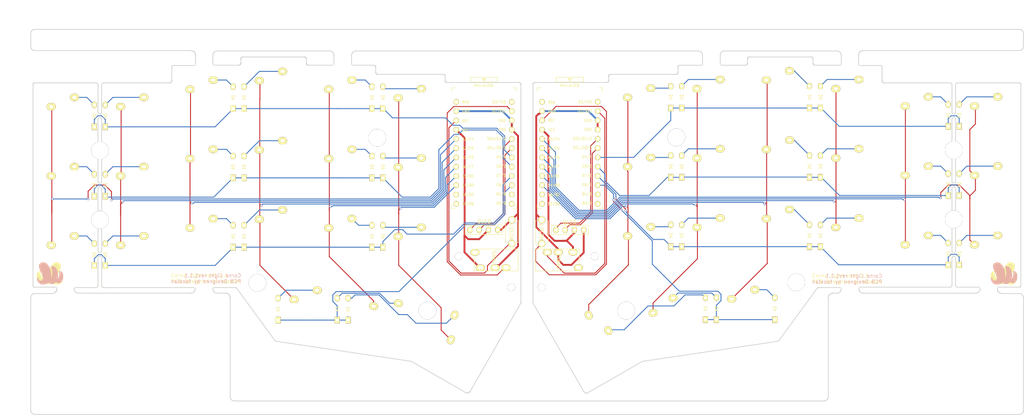
<source format=kicad_pcb>
(kicad_pcb (version 20171130) (host pcbnew "(5.1.2-1)-1")
  (title_block (title "Corne Light") (date 2018-12-26) (rev 2.1) (company foostan))
  (layers (0 F.Cu signal) (31 B.Cu signal) (34 B.Paste user) (35 F.Paste user) (36 B.SilkS user) (37 F.SilkS user) (38 B.Mask user) (39 F.Mask user) (44 Edge.Cuts user))
  (net 0 "")
  (net 1 row0)
  (net 2 "Net-(D1-Pad2)")
  (net 3 row1)
  (net 4 "Net-(D2-Pad2)")
  (net 5 row2)
  (net 6 "Net-(D3-Pad2)")
  (net 7 row3)
  (net 8 "Net-(D4-Pad2)")
  (net 9 "Net-(D5-Pad2)")
  (net 10 "Net-(D6-Pad2)")
  (net 11 "Net-(D7-Pad2)")
  (net 12 "Net-(D8-Pad2)")
  (net 13 "Net-(D9-Pad2)")
  (net 14 "Net-(D10-Pad2)")
  (net 15 "Net-(D11-Pad2)")
  (net 16 "Net-(D12-Pad2)")
  (net 17 "Net-(D13-Pad2)")
  (net 18 "Net-(D14-Pad2)")
  (net 19 "Net-(D15-Pad2)")
  (net 20 "Net-(D16-Pad2)")
  (net 21 "Net-(D17-Pad2)")
  (net 22 "Net-(D18-Pad2)")
  (net 23 "Net-(D19-Pad2)")
  (net 24 "Net-(D20-Pad2)")
  (net 25 "Net-(D21-Pad2)")
  (net 26 GND)
  (net 27 VCC)
  (net 28 col0)
  (net 29 col1)
  (net 30 col2)
  (net 31 col3)
  (net 32 col4)
  (net 33 col5)
  (net 34 LED)
  (net 35 data)
  (net 36 reset)
  (net 37 SCL)
  (net 38 SDA)
  (net 39 "Net-(U1-Pad14)")
  (net 40 "Net-(U1-Pad13)")
  (net 41 "Net-(U1-Pad12)")
  (net 42 "Net-(U1-Pad11)")
  (net 43 "Net-(J1-PadA)")
  (net 44 "Net-(U1-Pad24)")
  (net 45 "Net-(D22-Pad2)")
  (net 46 row0_r)
  (net 47 "Net-(D23-Pad2)")
  (net 48 "Net-(D24-Pad2)")
  (net 49 "Net-(D25-Pad2)")
  (net 50 "Net-(D26-Pad2)")
  (net 51 "Net-(D27-Pad2)")
  (net 52 row1_r)
  (net 53 "Net-(D28-Pad2)")
  (net 54 "Net-(D29-Pad2)")
  (net 55 "Net-(D30-Pad2)")
  (net 56 "Net-(D31-Pad2)")
  (net 57 "Net-(D32-Pad2)")
  (net 58 "Net-(D33-Pad2)")
  (net 59 row2_r)
  (net 60 "Net-(D34-Pad2)")
  (net 61 "Net-(D35-Pad2)")
  (net 62 "Net-(D36-Pad2)")
  (net 63 "Net-(D37-Pad2)")
  (net 64 "Net-(D38-Pad2)")
  (net 65 "Net-(D39-Pad2)")
  (net 66 "Net-(D40-Pad2)")
  (net 67 row3_r)
  (net 68 "Net-(D41-Pad2)")
  (net 69 "Net-(D42-Pad2)")
  (net 70 data_r)
  (net 71 "Net-(J6-PadA)")
  (net 72 SDA_r)
  (net 73 SCL_r)
  (net 74 LED_r)
  (net 75 reset_r)
  (net 76 col0_r)
  (net 77 col1_r)
  (net 78 col2_r)
  (net 79 col3_r)
  (net 80 col4_r)
  (net 81 col5_r)
  (net 82 "Net-(U2-Pad24)")
  (net 83 "Net-(U2-Pad14)")
  (net 84 "Net-(U2-Pad13)")
  (net 85 "Net-(U2-Pad12)")
  (net 86 "Net-(U2-Pad11)")
  (net 87 VDD)
  (net 88 GNDA)
  (module kbd:D3_TH (layer F.Cu) (at 267.0245 83.774 90)
    (fp_text reference D34 hide)
    (fp_text value D hide)
    (pad 2 thru_hole oval (at 3 0 90) (size 1.778 1.397) (drill 0.8128) (layers *.Cu F.SilkS B.Mask) (net 60 "Net-(D34-Pad2)"))
    (pad 1 thru_hole rect (at -3 0 90) (size 1.778 1.397) (drill 0.8128) (layers *.Cu F.SilkS B.Mask) (net 59 row2_r))
  )
  (module kbd:D3_TH (layer F.Cu) (at 109.1875 59.92 90)
    (fp_text reference D12 hide)
    (fp_text value D hide)
    (pad 2 thru_hole oval (at 3 0 90) (size 1.778 1.397) (drill 0.8128) (layers *.Cu F.SilkS B.Mask) (net 16 "Net-(D12-Pad2)"))
    (pad 1 thru_hole rect (at -3 0 90) (size 1.778 1.397) (drill 0.8128) (layers *.Cu F.SilkS B.Mask) (net 3 row1))
  )
  (module kbd:D3_TH (layer F.Cu) (at 188.0245 59.774 90)
    (fp_text reference D33 hide)
    (fp_text value D hide)
    (pad 2 thru_hole oval (at 3 0 90) (size 1.778 1.397) (drill 0.8128) (layers *.Cu F.SilkS B.Mask) (net 58 "Net-(D33-Pad2)"))
    (pad 1 thru_hole rect (at -3 0 90) (size 1.778 1.397) (drill 0.8128) (layers *.Cu F.SilkS B.Mask) (net 52 row1_r))
  )
  (module kbd:D3_TH (layer F.Cu) (at 191.0245 59.774 90)
    (fp_text reference D32 hide)
    (fp_text value D hide)
    (pad 2 thru_hole oval (at 3 0 90) (size 1.778 1.397) (drill 0.8128) (layers *.Cu F.SilkS B.Mask) (net 57 "Net-(D32-Pad2)"))
    (pad 1 thru_hole rect (at -3 0 90) (size 1.778 1.397) (drill 0.8128) (layers *.Cu F.SilkS B.Mask) (net 52 row1_r))
  )
  (module kbd:D3_TH (layer F.Cu) (at 226.0245 59.769 90)
    (fp_text reference D31 hide)
    (fp_text value D hide)
    (pad 2 thru_hole oval (at 3 0 90) (size 1.778 1.397) (drill 0.8128) (layers *.Cu F.SilkS B.Mask) (net 56 "Net-(D31-Pad2)"))
    (pad 1 thru_hole rect (at -3 0 90) (size 1.778 1.397) (drill 0.8128) (layers *.Cu F.SilkS B.Mask) (net 52 row1_r))
  )
  (module kbd:D3_TH (layer F.Cu) (at 229.0245 59.774 90)
    (fp_text reference D30 hide)
    (fp_text value D hide)
    (pad 2 thru_hole oval (at 3 0 90) (size 1.778 1.397) (drill 0.8128) (layers *.Cu F.SilkS B.Mask) (net 55 "Net-(D30-Pad2)"))
    (pad 1 thru_hole rect (at -3 0 90) (size 1.778 1.397) (drill 0.8128) (layers *.Cu F.SilkS B.Mask) (net 52 row1_r))
  )
  (module kbd:D3_TH (layer F.Cu) (at 264.0245 64.774 90)
    (fp_text reference D29 hide)
    (fp_text value D hide)
    (pad 2 thru_hole oval (at 3 0 90) (size 1.778 1.397) (drill 0.8128) (layers *.Cu F.SilkS B.Mask) (net 54 "Net-(D29-Pad2)"))
    (pad 1 thru_hole rect (at -3 0 90) (size 1.778 1.397) (drill 0.8128) (layers *.Cu F.SilkS B.Mask) (net 52 row1_r))
  )
  (module kbd:D3_TH (layer F.Cu) (at 267.0245 64.774 90)
    (fp_text reference D28 hide)
    (fp_text value D hide)
    (pad 2 thru_hole oval (at 3 0 90) (size 1.778 1.397) (drill 0.8128) (layers *.Cu F.SilkS B.Mask) (net 53 "Net-(D28-Pad2)"))
    (pad 1 thru_hole rect (at -3 0 90) (size 1.778 1.397) (drill 0.8128) (layers *.Cu F.SilkS B.Mask) (net 52 row1_r))
  )
  (module kbd:D3_TH (layer F.Cu) (at 188.0245 40.774 90)
    (fp_text reference D27 hide)
    (fp_text value D hide)
    (pad 2 thru_hole oval (at 3 0 90) (size 1.778 1.397) (drill 0.8128) (layers *.Cu F.SilkS B.Mask) (net 51 "Net-(D27-Pad2)"))
    (pad 1 thru_hole rect (at -3 0 90) (size 1.778 1.397) (drill 0.8128) (layers *.Cu F.SilkS B.Mask) (net 46 row0_r))
  )
  (module kbd:D3_TH (layer F.Cu) (at 191.0245 40.774 90)
    (fp_text reference D26 hide)
    (fp_text value D hide)
    (pad 2 thru_hole oval (at 3 0 90) (size 1.778 1.397) (drill 0.8128) (layers *.Cu F.SilkS B.Mask) (net 50 "Net-(D26-Pad2)"))
    (pad 1 thru_hole rect (at -3 0 90) (size 1.778 1.397) (drill 0.8128) (layers *.Cu F.SilkS B.Mask) (net 46 row0_r))
  )
  (module kbd:D3_TH (layer F.Cu) (at 226.0245 40.769 90)
    (fp_text reference D25 hide)
    (fp_text value D hide)
    (pad 2 thru_hole oval (at 3 0 90) (size 1.778 1.397) (drill 0.8128) (layers *.Cu F.SilkS B.Mask) (net 49 "Net-(D25-Pad2)"))
    (pad 1 thru_hole rect (at -3 0 90) (size 1.778 1.397) (drill 0.8128) (layers *.Cu F.SilkS B.Mask) (net 46 row0_r))
  )
  (module kbd:D3_TH (layer F.Cu) (at 229.0245 40.774 90)
    (fp_text reference D24 hide)
    (fp_text value D hide)
    (pad 2 thru_hole oval (at 3 0 90) (size 1.778 1.397) (drill 0.8128) (layers *.Cu F.SilkS B.Mask) (net 48 "Net-(D24-Pad2)"))
    (pad 1 thru_hole rect (at -3 0 90) (size 1.778 1.397) (drill 0.8128) (layers *.Cu F.SilkS B.Mask) (net 46 row0_r))
  )
  (module kbd:D3_TH (layer F.Cu) (at 264.0245 45.774 90)
    (fp_text reference D23 hide)
    (fp_text value D hide)
    (pad 2 thru_hole oval (at 3 0 90) (size 1.778 1.397) (drill 0.8128) (layers *.Cu F.SilkS B.Mask) (net 47 "Net-(D23-Pad2)"))
    (pad 1 thru_hole rect (at -3 0 90) (size 1.778 1.397) (drill 0.8128) (layers *.Cu F.SilkS B.Mask) (net 46 row0_r))
  )
  (module kbd:D3_TH (layer F.Cu) (at 267.0245 45.774 90)
    (fp_text reference D22 hide)
    (fp_text value D hide)
    (pad 2 thru_hole oval (at 3 0 90) (size 1.778 1.397) (drill 0.8128) (layers *.Cu F.SilkS B.Mask) (net 45 "Net-(D22-Pad2)"))
    (pad 1 thru_hole rect (at -3 0 90) (size 1.778 1.397) (drill 0.8128) (layers *.Cu F.SilkS B.Mask) (net 46 row0_r))
  )
  (module kbd:D3_TH (layer F.Cu) (at 197.5345 98.769 90)
    (fp_text reference D42 hide)
    (fp_text value D hide)
    (pad 2 thru_hole oval (at 3 0 90) (size 1.778 1.397) (drill 0.8128) (layers *.Cu F.SilkS B.Mask) (net 69 "Net-(D42-Pad2)"))
    (pad 1 thru_hole rect (at -3 0 90) (size 1.778 1.397) (drill 0.8128) (layers *.Cu F.SilkS B.Mask) (net 67 row3_r))
  )
  (module kbd:D3_TH (layer F.Cu) (at 200.5345 98.769 90)
    (fp_text reference D41 hide)
    (fp_text value D hide)
    (pad 2 thru_hole oval (at 3 0 90) (size 1.778 1.397) (drill 0.8128) (layers *.Cu F.SilkS B.Mask) (net 68 "Net-(D41-Pad2)"))
    (pad 1 thru_hole rect (at -3 0 90) (size 1.778 1.397) (drill 0.8128) (layers *.Cu F.SilkS B.Mask) (net 67 row3_r))
  )
  (module kbd:D3_TH (layer F.Cu) (at 216.5245 98.784 90)
    (fp_text reference D40 hide)
    (fp_text value D hide)
    (pad 2 thru_hole oval (at 3 0 90) (size 1.778 1.397) (drill 0.8128) (layers *.Cu F.SilkS B.Mask) (net 66 "Net-(D40-Pad2)"))
    (pad 1 thru_hole rect (at -3 0 90) (size 1.778 1.397) (drill 0.8128) (layers *.Cu F.SilkS B.Mask) (net 67 row3_r))
  )
  (module kbd:D3_TH (layer F.Cu) (at 188.0245 78.774 90)
    (fp_text reference D39 hide)
    (fp_text value D hide)
    (pad 2 thru_hole oval (at 3 0 90) (size 1.778 1.397) (drill 0.8128) (layers *.Cu F.SilkS B.Mask) (net 65 "Net-(D39-Pad2)"))
    (pad 1 thru_hole rect (at -3 0 90) (size 1.778 1.397) (drill 0.8128) (layers *.Cu F.SilkS B.Mask) (net 59 row2_r))
  )
  (module kbd:D3_TH (layer F.Cu) (at 191.0245 78.774 90)
    (fp_text reference D38 hide)
    (fp_text value D hide)
    (pad 2 thru_hole oval (at 3 0 90) (size 1.778 1.397) (drill 0.8128) (layers *.Cu F.SilkS B.Mask) (net 64 "Net-(D38-Pad2)"))
    (pad 1 thru_hole rect (at -3 0 90) (size 1.778 1.397) (drill 0.8128) (layers *.Cu F.SilkS B.Mask) (net 59 row2_r))
  )
  (module kbd:D3_TH (layer F.Cu) (at 226.0245 78.769 90)
    (fp_text reference D37 hide)
    (fp_text value D hide)
    (pad 2 thru_hole oval (at 3 0 90) (size 1.778 1.397) (drill 0.8128) (layers *.Cu F.SilkS B.Mask) (net 63 "Net-(D37-Pad2)"))
    (pad 1 thru_hole rect (at -3 0 90) (size 1.778 1.397) (drill 0.8128) (layers *.Cu F.SilkS B.Mask) (net 59 row2_r))
  )
  (module kbd:D3_TH (layer F.Cu) (at 229.0245 78.774 90)
    (fp_text reference D36 hide)
    (fp_text value D hide)
    (pad 2 thru_hole oval (at 3 0 90) (size 1.778 1.397) (drill 0.8128) (layers *.Cu F.SilkS B.Mask) (net 62 "Net-(D36-Pad2)"))
    (pad 1 thru_hole rect (at -3 0 90) (size 1.778 1.397) (drill 0.8128) (layers *.Cu F.SilkS B.Mask) (net 59 row2_r))
  )
  (module kbd:D3_TH (layer F.Cu) (at 264.0245 83.774 90)
    (fp_text reference D35 hide)
    (fp_text value D hide)
    (pad 2 thru_hole oval (at 3 0 90) (size 1.778 1.397) (drill 0.8128) (layers *.Cu F.SilkS B.Mask) (net 61 "Net-(D35-Pad2)"))
    (pad 1 thru_hole rect (at -3 0 90) (size 1.778 1.397) (drill 0.8128) (layers *.Cu F.SilkS B.Mask) (net 59 row2_r))
  )
  (module kbd:D3_TH (layer F.Cu) (at 30.1875 45.916875 90)
    (fp_text reference D1 hide)
    (fp_text value D hide)
    (pad 2 thru_hole oval (at 3 0 90) (size 1.778 1.397) (drill 0.8128) (layers *.Cu F.SilkS B.Mask) (net 2 "Net-(D1-Pad2)"))
    (pad 1 thru_hole rect (at -3 0 90) (size 1.778 1.397) (drill 0.8128) (layers *.Cu F.SilkS B.Mask) (net 1 row0))
  )
  (module kbd:D3_TH (layer F.Cu) (at 33.1875 45.92 90)
    (fp_text reference D2 hide)
    (fp_text value D hide)
    (pad 2 thru_hole oval (at 3 0 90) (size 1.778 1.397) (drill 0.8128) (layers *.Cu F.SilkS B.Mask) (net 4 "Net-(D2-Pad2)"))
    (pad 1 thru_hole rect (at -3 0 90) (size 1.778 1.397) (drill 0.8128) (layers *.Cu F.SilkS B.Mask) (net 1 row0))
  )
  (module kbd:D3_TH (layer F.Cu) (at 68.1875 40.92 90)
    (fp_text reference D3 hide)
    (fp_text value D hide)
    (pad 2 thru_hole oval (at 3 0 90) (size 1.778 1.397) (drill 0.8128) (layers *.Cu F.SilkS B.Mask) (net 6 "Net-(D3-Pad2)"))
    (pad 1 thru_hole rect (at -3 0 90) (size 1.778 1.397) (drill 0.8128) (layers *.Cu F.SilkS B.Mask) (net 1 row0))
  )
  (module kbd:D3_TH (layer F.Cu) (at 71.1875 40.915 90)
    (fp_text reference D4 hide)
    (fp_text value D hide)
    (pad 2 thru_hole oval (at 3 0 90) (size 1.778 1.397) (drill 0.8128) (layers *.Cu F.SilkS B.Mask) (net 8 "Net-(D4-Pad2)"))
    (pad 1 thru_hole rect (at -3 0 90) (size 1.778 1.397) (drill 0.8128) (layers *.Cu F.SilkS B.Mask) (net 1 row0))
  )
  (module kbd:D3_TH (layer F.Cu) (at 106.1875 40.92 90)
    (fp_text reference D5 hide)
    (fp_text value D hide)
    (pad 2 thru_hole oval (at 3 0 90) (size 1.778 1.397) (drill 0.8128) (layers *.Cu F.SilkS B.Mask) (net 9 "Net-(D5-Pad2)"))
    (pad 1 thru_hole rect (at -3 0 90) (size 1.778 1.397) (drill 0.8128) (layers *.Cu F.SilkS B.Mask) (net 1 row0))
  )
  (module kbd:D3_TH (layer F.Cu) (at 109.1875 40.92 90)
    (fp_text reference D6 hide)
    (fp_text value D hide)
    (pad 2 thru_hole oval (at 3 0 90) (size 1.778 1.397) (drill 0.8128) (layers *.Cu F.SilkS B.Mask) (net 10 "Net-(D6-Pad2)"))
    (pad 1 thru_hole rect (at -3 0 90) (size 1.778 1.397) (drill 0.8128) (layers *.Cu F.SilkS B.Mask) (net 1 row0))
  )
  (module kbd:D3_TH (layer F.Cu) (at 30.1875 64.916875 90)
    (fp_text reference D7 hide)
    (fp_text value D hide)
    (pad 2 thru_hole oval (at 3 0 90) (size 1.778 1.397) (drill 0.8128) (layers *.Cu F.SilkS B.Mask) (net 11 "Net-(D7-Pad2)"))
    (pad 1 thru_hole rect (at -3 0 90) (size 1.778 1.397) (drill 0.8128) (layers *.Cu F.SilkS B.Mask) (net 3 row1))
  )
  (module kbd:D3_TH (layer F.Cu) (at 33.1875 64.92 90)
    (fp_text reference D8 hide)
    (fp_text value D hide)
    (pad 2 thru_hole oval (at 3 0 90) (size 1.778 1.397) (drill 0.8128) (layers *.Cu F.SilkS B.Mask) (net 12 "Net-(D8-Pad2)"))
    (pad 1 thru_hole rect (at -3 0 90) (size 1.778 1.397) (drill 0.8128) (layers *.Cu F.SilkS B.Mask) (net 3 row1))
  )
  (module kbd:D3_TH (layer F.Cu) (at 68.1875 59.92 90)
    (fp_text reference D9 hide)
    (fp_text value D hide)
    (pad 2 thru_hole oval (at 3 0 90) (size 1.778 1.397) (drill 0.8128) (layers *.Cu F.SilkS B.Mask) (net 13 "Net-(D9-Pad2)"))
    (pad 1 thru_hole rect (at -3 0 90) (size 1.778 1.397) (drill 0.8128) (layers *.Cu F.SilkS B.Mask) (net 3 row1))
  )
  (module kbd:D3_TH (layer F.Cu) (at 71.1875 59.915 90)
    (fp_text reference D10 hide)
    (fp_text value D hide)
    (pad 2 thru_hole oval (at 3 0 90) (size 1.778 1.397) (drill 0.8128) (layers *.Cu F.SilkS B.Mask) (net 14 "Net-(D10-Pad2)"))
    (pad 1 thru_hole rect (at -3 0 90) (size 1.778 1.397) (drill 0.8128) (layers *.Cu F.SilkS B.Mask) (net 3 row1))
  )
  (module kbd:D3_TH (layer F.Cu) (at 106.1875 59.92 90)
    (fp_text reference D11 hide)
    (fp_text value D hide)
    (pad 2 thru_hole oval (at 3 0 90) (size 1.778 1.397) (drill 0.8128) (layers *.Cu F.SilkS B.Mask) (net 15 "Net-(D11-Pad2)"))
    (pad 1 thru_hole rect (at -3 0 90) (size 1.778 1.397) (drill 0.8128) (layers *.Cu F.SilkS B.Mask) (net 3 row1))
  )
  (module kbd:D3_TH (layer F.Cu) (at 30.1875 83.916875 90)
    (fp_text reference D13 hide)
    (fp_text value D hide)
    (pad 2 thru_hole oval (at 3 0 90) (size 1.778 1.397) (drill 0.8128) (layers *.Cu F.SilkS B.Mask) (net 17 "Net-(D13-Pad2)"))
    (pad 1 thru_hole rect (at -3 0 90) (size 1.778 1.397) (drill 0.8128) (layers *.Cu F.SilkS B.Mask) (net 5 row2))
  )
  (module kbd:D3_TH (layer F.Cu) (at 33.1875 83.92 90)
    (fp_text reference D14 hide)
    (fp_text value D hide)
    (pad 2 thru_hole oval (at 3 0 90) (size 1.778 1.397) (drill 0.8128) (layers *.Cu F.SilkS B.Mask) (net 18 "Net-(D14-Pad2)"))
    (pad 1 thru_hole rect (at -3 0 90) (size 1.778 1.397) (drill 0.8128) (layers *.Cu F.SilkS B.Mask) (net 5 row2))
  )
  (module kbd:D3_TH (layer F.Cu) (at 68.1875 78.92 90)
    (fp_text reference D15 hide)
    (fp_text value D hide)
    (pad 2 thru_hole oval (at 3 0 90) (size 1.778 1.397) (drill 0.8128) (layers *.Cu F.SilkS B.Mask) (net 19 "Net-(D15-Pad2)"))
    (pad 1 thru_hole rect (at -3 0 90) (size 1.778 1.397) (drill 0.8128) (layers *.Cu F.SilkS B.Mask) (net 5 row2))
  )
  (module kbd:D3_TH (layer F.Cu) (at 71.1875 78.915 90)
    (fp_text reference D16 hide)
    (fp_text value D hide)
    (pad 2 thru_hole oval (at 3 0 90) (size 1.778 1.397) (drill 0.8128) (layers *.Cu F.SilkS B.Mask) (net 20 "Net-(D16-Pad2)"))
    (pad 1 thru_hole rect (at -3 0 90) (size 1.778 1.397) (drill 0.8128) (layers *.Cu F.SilkS B.Mask) (net 5 row2))
  )
  (module kbd:D3_TH (layer F.Cu) (at 106.1875 78.92 90)
    (fp_text reference D17 hide)
    (fp_text value D hide)
    (pad 2 thru_hole oval (at 3 0 90) (size 1.778 1.397) (drill 0.8128) (layers *.Cu F.SilkS B.Mask) (net 21 "Net-(D17-Pad2)"))
    (pad 1 thru_hole rect (at -3 0 90) (size 1.778 1.397) (drill 0.8128) (layers *.Cu F.SilkS B.Mask) (net 5 row2))
  )
  (module kbd:D3_TH (layer F.Cu) (at 109.1875 78.92 90)
    (fp_text reference D18 hide)
    (fp_text value D hide)
    (pad 2 thru_hole oval (at 3 0 90) (size 1.778 1.397) (drill 0.8128) (layers *.Cu F.SilkS B.Mask) (net 22 "Net-(D18-Pad2)"))
    (pad 1 thru_hole rect (at -3 0 90) (size 1.778 1.397) (drill 0.8128) (layers *.Cu F.SilkS B.Mask) (net 5 row2))
  )
  (module kbd:D3_TH (layer F.Cu) (at 80.5075 98.91 90)
    (fp_text reference D19 hide)
    (fp_text value D hide)
    (pad 2 thru_hole oval (at 3 0 90) (size 1.778 1.397) (drill 0.8128) (layers *.Cu F.SilkS B.Mask) (net 23 "Net-(D19-Pad2)"))
    (pad 1 thru_hole rect (at -3 0 90) (size 1.778 1.397) (drill 0.8128) (layers *.Cu F.SilkS B.Mask) (net 7 row3))
  )
  (module kbd:D3_TH (layer F.Cu) (at 96.6875 98.905 90)
    (fp_text reference D20 hide)
    (fp_text value D hide)
    (pad 2 thru_hole oval (at 3 0 90) (size 1.778 1.397) (drill 0.8128) (layers *.Cu F.SilkS B.Mask) (net 24 "Net-(D20-Pad2)"))
    (pad 1 thru_hole rect (at -3 0 90) (size 1.778 1.397) (drill 0.8128) (layers *.Cu F.SilkS B.Mask) (net 7 row3))
  )
  (module kbd:D3_TH (layer F.Cu) (at 99.6875 98.905 90)
    (fp_text reference D21 hide)
    (fp_text value D hide)
    (pad 2 thru_hole oval (at 3 0 90) (size 1.778 1.397) (drill 0.8128) (layers *.Cu F.SilkS B.Mask) (net 25 "Net-(D21-Pad2)"))
    (pad 1 thru_hole rect (at -3 0 90) (size 1.778 1.397) (drill 0.8128) (layers *.Cu F.SilkS B.Mask) (net 7 row3))
  )
  (module kbd:OLED_1side (layer F.Cu) (at 164.1945 77.194 180)
    (fp_text reference J7)
    (fp_text value OLED hide)
    (fp_text user OLED (at 3.825 2.13) (layer F.SilkS))
    (pad 4 thru_hole oval (at 7.62 0 180) (size 1.397 1.778) (drill 0.8128) (layers *.Cu F.SilkS B.Mask) (net 72 SDA_r))
    (pad 3 thru_hole oval (at 5.08 0 180) (size 1.397 1.778) (drill 0.8128) (layers *.Cu F.SilkS B.Mask) (net 73 SCL_r))
    (pad 2 thru_hole oval (at 2.54 0 180) (size 1.397 1.778) (drill 0.8128) (layers *.Cu F.SilkS B.Mask) (net 87 VDD))
    (pad 1 thru_hole oval (at 0 0 180) (size 1.397 1.778) (drill 0.8128) (layers *.Cu F.SilkS B.Mask) (net 88 GNDA))
  )
  (module kbd:OLED_1side (layer F.Cu) (at 133.0285 77.168)
    (fp_text reference J2)
    (fp_text value OLED hide)
    (fp_text user OLED (at 3.906 -2.284) (layer F.SilkS))
    (pad 4 thru_hole oval (at 7.62 0) (size 1.397 1.778) (drill 0.8128) (layers *.Cu F.SilkS B.Mask) (net 26 GND))
    (pad 3 thru_hole oval (at 5.08 0) (size 1.397 1.778) (drill 0.8128) (layers *.Cu F.SilkS B.Mask) (net 27 VCC))
    (pad 2 thru_hole oval (at 2.54 0) (size 1.397 1.778) (drill 0.8128) (layers *.Cu F.SilkS B.Mask) (net 37 SCL))
    (pad 1 thru_hole oval (at 0 0) (size 1.397 1.778) (drill 0.8128) (layers *.Cu F.SilkS B.Mask) (net 38 SDA))
  )
  (module kbd:CherryMX_1u (layer F.Cu) (at 22.1875 45.92)
    (fp_text reference SW1 hide)
    (fp_text value SW_PUSH hide)
    (pad "" np_thru_hole circle (at 0 0 90) (size 4 4) (drill 4) (layers *.Cu *.Mask))
    (pad "" np_thru_hole circle (at -5.08 0 90) (size 1.9 1.9) (drill 1.9) (layers *.Cu *.Mask))
    (pad "" np_thru_hole circle (at 5.08 0 90) (size 1.9 1.9) (drill 1.9) (layers *.Cu *.Mask))
    (pad 2 thru_hole oval (at 2.54 -5.08) (size 2.5 2) (drill oval 1.2 0.8) (layers *.Cu F.SilkS B.Mask) (net 2 "Net-(D1-Pad2)"))
    (pad 1 thru_hole oval (at -3.81 -2.54) (size 2.5 2) (drill oval 1.2 0.8) (layers *.Cu F.SilkS B.Mask) (net 28 col0))
  )
  (module kbd:CherryMX_1u (layer F.Cu) (at 41.1875 45.92)
    (fp_text reference SW2 hide)
    (fp_text value SW_PUSH hide)
    (pad "" np_thru_hole circle (at 0 0 90) (size 4 4) (drill 4) (layers *.Cu *.Mask))
    (pad "" np_thru_hole circle (at -5.08 0 90) (size 1.9 1.9) (drill 1.9) (layers *.Cu *.Mask))
    (pad "" np_thru_hole circle (at 5.08 0 90) (size 1.9 1.9) (drill 1.9) (layers *.Cu *.Mask))
    (pad 2 thru_hole oval (at 2.54 -5.08) (size 2.5 2) (drill oval 1.2 0.8) (layers *.Cu F.SilkS B.Mask) (net 4 "Net-(D2-Pad2)"))
    (pad 1 thru_hole oval (at -3.81 -2.54) (size 2.5 2) (drill oval 1.2 0.8) (layers *.Cu F.SilkS B.Mask) (net 29 col1))
  )
  (module kbd:CherryMX_1u (layer F.Cu) (at 218.0245 76.649)
    (fp_text reference SW37 hide)
    (fp_text value SW_PUSH hide)
    (pad "" np_thru_hole circle (at 0 0 90) (size 4 4) (drill 4) (layers *.Cu *.Mask))
    (pad "" np_thru_hole circle (at -5.08 0 90) (size 1.9 1.9) (drill 1.9) (layers *.Cu *.Mask))
    (pad "" np_thru_hole circle (at 5.08 0 90) (size 1.9 1.9) (drill 1.9) (layers *.Cu *.Mask))
    (pad 2 thru_hole oval (at 2.54 -5.08) (size 2.5 2) (drill oval 1.2 0.8) (layers *.Cu F.SilkS B.Mask) (net 63 "Net-(D37-Pad2)"))
    (pad 1 thru_hole oval (at -3.81 -2.54) (size 2.5 2) (drill oval 1.2 0.8) (layers *.Cu F.SilkS B.Mask) (net 79 col3_r))
  )
  (module kbd:CherryMX_1u (layer F.Cu) (at 60.1875 60.17)
    (fp_text reference SW9 hide)
    (fp_text value SW_PUSH hide)
    (pad "" np_thru_hole circle (at 0 0 90) (size 4 4) (drill 4) (layers *.Cu *.Mask))
    (pad "" np_thru_hole circle (at -5.08 0 90) (size 1.9 1.9) (drill 1.9) (layers *.Cu *.Mask))
    (pad "" np_thru_hole circle (at 5.08 0 90) (size 1.9 1.9) (drill 1.9) (layers *.Cu *.Mask))
    (pad 2 thru_hole oval (at 2.54 -5.08) (size 2.5 2) (drill oval 1.2 0.8) (layers *.Cu F.SilkS B.Mask) (net 13 "Net-(D9-Pad2)"))
    (pad 1 thru_hole oval (at -3.81 -2.54) (size 2.5 2) (drill oval 1.2 0.8) (layers *.Cu F.SilkS B.Mask) (net 30 col2))
  )
  (module kbd:CherryMX_1u (layer F.Cu) (at 199.0245 60.024)
    (fp_text reference SW32 hide)
    (fp_text value SW_PUSH hide)
    (pad "" np_thru_hole circle (at 0 0 90) (size 4 4) (drill 4) (layers *.Cu *.Mask))
    (pad "" np_thru_hole circle (at -5.08 0 90) (size 1.9 1.9) (drill 1.9) (layers *.Cu *.Mask))
    (pad "" np_thru_hole circle (at 5.08 0 90) (size 1.9 1.9) (drill 1.9) (layers *.Cu *.Mask))
    (pad 2 thru_hole oval (at 2.54 -5.08) (size 2.5 2) (drill oval 1.2 0.8) (layers *.Cu F.SilkS B.Mask) (net 57 "Net-(D32-Pad2)"))
    (pad 1 thru_hole oval (at -3.81 -2.54) (size 2.5 2) (drill oval 1.2 0.8) (layers *.Cu F.SilkS B.Mask) (net 80 col4_r))
  )
  (module kbd:CherryMX_1u (layer F.Cu) (at 199.0245 41.024)
    (fp_text reference SW26 hide)
    (fp_text value SW_PUSH hide)
    (pad "" np_thru_hole circle (at 0 0 90) (size 4 4) (drill 4) (layers *.Cu *.Mask))
    (pad "" np_thru_hole circle (at -5.08 0 90) (size 1.9 1.9) (drill 1.9) (layers *.Cu *.Mask))
    (pad "" np_thru_hole circle (at 5.08 0 90) (size 1.9 1.9) (drill 1.9) (layers *.Cu *.Mask))
    (pad 2 thru_hole oval (at 2.54 -5.08) (size 2.5 2) (drill oval 1.2 0.8) (layers *.Cu F.SilkS B.Mask) (net 50 "Net-(D26-Pad2)"))
    (pad 1 thru_hole oval (at -3.81 -2.54) (size 2.5 2) (drill oval 1.2 0.8) (layers *.Cu F.SilkS B.Mask) (net 80 col4_r))
  )
  (module kbd:CherryMX_1u (layer F.Cu) (at 187.5245 101.399 15)
    (fp_text reference SW41 hide)
    (fp_text value SW_PUSH hide)
    (pad "" np_thru_hole circle (at 0 0 105) (size 4 4) (drill 4) (layers *.Cu *.Mask))
    (pad "" np_thru_hole circle (at -5.08 0 105) (size 1.9 1.9) (drill 1.9) (layers *.Cu *.Mask))
    (pad "" np_thru_hole circle (at 5.08 0 105) (size 1.9 1.9) (drill 1.9) (layers *.Cu *.Mask))
    (pad 2 thru_hole oval (at 2.54 -5.08 15) (size 2.5 2) (drill oval 1.2 0.8) (layers *.Cu F.SilkS B.Mask) (net 68 "Net-(D41-Pad2)"))
    (pad 1 thru_hole oval (at -3.81 -2.54 15) (size 2.5 2) (drill oval 1.2 0.8) (layers *.Cu F.SilkS B.Mask) (net 80 col4_r))
  )
  (module kbd:CherryMX_1u (layer F.Cu) (at 165.2745 105.149 300)
    (fp_text reference SW42 hide)
    (fp_text value SW_PUSH hide)
    (pad "" np_thru_hole circle (at 0 0 30) (size 4 4) (drill 4) (layers *.Cu *.Mask))
    (pad "" np_thru_hole circle (at -5.08 0 30) (size 1.9 1.9) (drill 1.9) (layers *.Cu *.Mask))
    (pad "" np_thru_hole circle (at 5.08 0 30) (size 1.9 1.9) (drill 1.9) (layers *.Cu *.Mask))
    (pad 2 thru_hole oval (at 2.54 -5.08 300) (size 2.5 2) (drill oval 1.2 0.8) (layers *.Cu F.SilkS B.Mask) (net 69 "Net-(D42-Pad2)"))
    (pad 1 thru_hole oval (at -3.81 -2.54 300) (size 2.5 2) (drill oval 1.2 0.8) (layers *.Cu F.SilkS B.Mask) (net 81 col5_r))
  )
  (module kbd:CherryMX_1u (layer F.Cu) (at 117.1875 81.545)
    (fp_text reference SW18 hide)
    (fp_text value SW_PUSH hide)
    (pad "" np_thru_hole circle (at 0 0 90) (size 4 4) (drill 4) (layers *.Cu *.Mask))
    (pad "" np_thru_hole circle (at -5.08 0 90) (size 1.9 1.9) (drill 1.9) (layers *.Cu *.Mask))
    (pad "" np_thru_hole circle (at 5.08 0 90) (size 1.9 1.9) (drill 1.9) (layers *.Cu *.Mask))
    (pad 2 thru_hole oval (at 2.54 -5.08) (size 2.5 2) (drill oval 1.2 0.8) (layers *.Cu F.SilkS B.Mask) (net 22 "Net-(D18-Pad2)"))
    (pad 1 thru_hole oval (at -3.81 -2.54) (size 2.5 2) (drill oval 1.2 0.8) (layers *.Cu F.SilkS B.Mask) (net 33 col5))
  )
  (module kbd:CherryMX_1u (layer F.Cu) (at 60.1875 41.17)
    (fp_text reference SW3 hide)
    (fp_text value SW_PUSH hide)
    (pad "" np_thru_hole circle (at 0 0 90) (size 4 4) (drill 4) (layers *.Cu *.Mask))
    (pad "" np_thru_hole circle (at -5.08 0 90) (size 1.9 1.9) (drill 1.9) (layers *.Cu *.Mask))
    (pad "" np_thru_hole circle (at 5.08 0 90) (size 1.9 1.9) (drill 1.9) (layers *.Cu *.Mask))
    (pad 2 thru_hole oval (at 2.54 -5.08) (size 2.5 2) (drill oval 1.2 0.8) (layers *.Cu F.SilkS B.Mask) (net 6 "Net-(D3-Pad2)"))
    (pad 1 thru_hole oval (at -3.81 -2.54) (size 2.5 2) (drill oval 1.2 0.8) (layers *.Cu F.SilkS B.Mask) (net 30 col2))
  )
  (module kbd:CherryMX_1u (layer F.Cu) (at 41.1875 83.92)
    (fp_text reference SW14 hide)
    (fp_text value SW_PUSH hide)
    (pad "" np_thru_hole circle (at 0 0 90) (size 4 4) (drill 4) (layers *.Cu *.Mask))
    (pad "" np_thru_hole circle (at -5.08 0 90) (size 1.9 1.9) (drill 1.9) (layers *.Cu *.Mask))
    (pad "" np_thru_hole circle (at 5.08 0 90) (size 1.9 1.9) (drill 1.9) (layers *.Cu *.Mask))
    (pad 2 thru_hole oval (at 2.54 -5.08) (size 2.5 2) (drill oval 1.2 0.8) (layers *.Cu F.SilkS B.Mask) (net 18 "Net-(D14-Pad2)"))
    (pad 1 thru_hole oval (at -3.81 -2.54) (size 2.5 2) (drill oval 1.2 0.8) (layers *.Cu F.SilkS B.Mask) (net 29 col1))
  )
  (module kbd:CherryMX_1u (layer F.Cu) (at 131.9375 105.295 60)
    (fp_text reference SW21 hide)
    (fp_text value SW_PUSH hide)
    (pad "" np_thru_hole circle (at 0 0 150) (size 4 4) (drill 4) (layers *.Cu *.Mask))
    (pad "" np_thru_hole circle (at -5.08 0 150) (size 1.9 1.9) (drill 1.9) (layers *.Cu *.Mask))
    (pad "" np_thru_hole circle (at 5.08 0 150) (size 1.9 1.9) (drill 1.9) (layers *.Cu *.Mask))
    (pad 2 thru_hole oval (at 2.54 -5.08 60) (size 2.5 2) (drill oval 1.2 0.8) (layers *.Cu F.SilkS B.Mask) (net 25 "Net-(D21-Pad2)"))
    (pad 1 thru_hole oval (at -3.81 -2.54 60) (size 2.5 2) (drill oval 1.2 0.8) (layers *.Cu F.SilkS B.Mask) (net 33 col5))
  )
  (module kbd:CherryMX_1u (layer F.Cu) (at 180.0245 43.399)
    (fp_text reference SW27 hide)
    (fp_text value SW_PUSH hide)
    (pad "" np_thru_hole circle (at 0 0 90) (size 4 4) (drill 4) (layers *.Cu *.Mask))
    (pad "" np_thru_hole circle (at -5.08 0 90) (size 1.9 1.9) (drill 1.9) (layers *.Cu *.Mask))
    (pad "" np_thru_hole circle (at 5.08 0 90) (size 1.9 1.9) (drill 1.9) (layers *.Cu *.Mask))
    (pad 2 thru_hole oval (at 2.54 -5.08) (size 2.5 2) (drill oval 1.2 0.8) (layers *.Cu F.SilkS B.Mask) (net 51 "Net-(D27-Pad2)"))
    (pad 1 thru_hole oval (at -3.81 -2.54) (size 2.5 2) (drill oval 1.2 0.8) (layers *.Cu F.SilkS B.Mask) (net 81 col5_r))
  )
  (module kbd:CherryMX_1u (layer F.Cu) (at 117.1875 62.545)
    (fp_text reference SW12 hide)
    (fp_text value SW_PUSH hide)
    (pad "" np_thru_hole circle (at 0 0 90) (size 4 4) (drill 4) (layers *.Cu *.Mask))
    (pad "" np_thru_hole circle (at -5.08 0 90) (size 1.9 1.9) (drill 1.9) (layers *.Cu *.Mask))
    (pad "" np_thru_hole circle (at 5.08 0 90) (size 1.9 1.9) (drill 1.9) (layers *.Cu *.Mask))
    (pad 2 thru_hole oval (at 2.54 -5.08) (size 2.5 2) (drill oval 1.2 0.8) (layers *.Cu F.SilkS B.Mask) (net 16 "Net-(D12-Pad2)"))
    (pad 1 thru_hole oval (at -3.81 -2.54) (size 2.5 2) (drill oval 1.2 0.8) (layers *.Cu F.SilkS B.Mask) (net 33 col5))
  )
  (module kbd:CherryMX_1u (layer F.Cu) (at 109.6875 101.545 345)
    (fp_text reference SW20 hide)
    (fp_text value SW_PUSH hide)
    (pad "" np_thru_hole circle (at 0 0 75) (size 4 4) (drill 4) (layers *.Cu *.Mask))
    (pad "" np_thru_hole circle (at -5.08 0 75) (size 1.9 1.9) (drill 1.9) (layers *.Cu *.Mask))
    (pad "" np_thru_hole circle (at 5.08 0 75) (size 1.9 1.9) (drill 1.9) (layers *.Cu *.Mask))
    (pad 2 thru_hole oval (at 2.54 -5.08 345) (size 2.5 2) (drill oval 1.2 0.8) (layers *.Cu F.SilkS B.Mask) (net 24 "Net-(D20-Pad2)"))
    (pad 1 thru_hole oval (at -3.81 -2.54 345) (size 2.5 2) (drill oval 1.2 0.8) (layers *.Cu F.SilkS B.Mask) (net 32 col4))
  )
  (module kbd:CherryMX_1u (layer F.Cu) (at 22.1875 64.92)
    (fp_text reference SW7 hide)
    (fp_text value SW_PUSH hide)
    (pad "" np_thru_hole circle (at 0 0 90) (size 4 4) (drill 4) (layers *.Cu *.Mask))
    (pad "" np_thru_hole circle (at -5.08 0 90) (size 1.9 1.9) (drill 1.9) (layers *.Cu *.Mask))
    (pad "" np_thru_hole circle (at 5.08 0 90) (size 1.9 1.9) (drill 1.9) (layers *.Cu *.Mask))
    (pad 2 thru_hole oval (at 2.54 -5.08) (size 2.5 2) (drill oval 1.2 0.8) (layers *.Cu F.SilkS B.Mask) (net 11 "Net-(D7-Pad2)"))
    (pad 1 thru_hole oval (at -3.81 -2.54) (size 2.5 2) (drill oval 1.2 0.8) (layers *.Cu F.SilkS B.Mask) (net 28 col0))
  )
  (module kbd:CherryMX_1u (layer F.Cu) (at 41.1875 64.92)
    (fp_text reference SW8 hide)
    (fp_text value SW_PUSH hide)
    (pad "" np_thru_hole circle (at 0 0 90) (size 4 4) (drill 4) (layers *.Cu *.Mask))
    (pad "" np_thru_hole circle (at -5.08 0 90) (size 1.9 1.9) (drill 1.9) (layers *.Cu *.Mask))
    (pad "" np_thru_hole circle (at 5.08 0 90) (size 1.9 1.9) (drill 1.9) (layers *.Cu *.Mask))
    (pad 2 thru_hole oval (at 2.54 -5.08) (size 2.5 2) (drill oval 1.2 0.8) (layers *.Cu F.SilkS B.Mask) (net 12 "Net-(D8-Pad2)"))
    (pad 1 thru_hole oval (at -3.81 -2.54) (size 2.5 2) (drill oval 1.2 0.8) (layers *.Cu F.SilkS B.Mask) (net 29 col1))
  )
  (module kbd:CherryMX_1u (layer F.Cu) (at 79.1875 57.795)
    (fp_text reference SW10 hide)
    (fp_text value SW_PUSH hide)
    (pad "" np_thru_hole circle (at 0 0 90) (size 4 4) (drill 4) (layers *.Cu *.Mask))
    (pad "" np_thru_hole circle (at -5.08 0 90) (size 1.9 1.9) (drill 1.9) (layers *.Cu *.Mask))
    (pad "" np_thru_hole circle (at 5.08 0 90) (size 1.9 1.9) (drill 1.9) (layers *.Cu *.Mask))
    (pad 2 thru_hole oval (at 2.54 -5.08) (size 2.5 2) (drill oval 1.2 0.8) (layers *.Cu F.SilkS B.Mask) (net 14 "Net-(D10-Pad2)"))
    (pad 1 thru_hole oval (at -3.81 -2.54) (size 2.5 2) (drill oval 1.2 0.8) (layers *.Cu F.SilkS B.Mask) (net 31 col3))
  )
  (module kbd:CherryMX_1u (layer F.Cu) (at 98.1875 60.17)
    (fp_text reference SW11 hide)
    (fp_text value SW_PUSH hide)
    (pad "" np_thru_hole circle (at 0 0 90) (size 4 4) (drill 4) (layers *.Cu *.Mask))
    (pad "" np_thru_hole circle (at -5.08 0 90) (size 1.9 1.9) (drill 1.9) (layers *.Cu *.Mask))
    (pad "" np_thru_hole circle (at 5.08 0 90) (size 1.9 1.9) (drill 1.9) (layers *.Cu *.Mask))
    (pad 2 thru_hole oval (at 2.54 -5.08) (size 2.5 2) (drill oval 1.2 0.8) (layers *.Cu F.SilkS B.Mask) (net 15 "Net-(D11-Pad2)"))
    (pad 1 thru_hole oval (at -3.81 -2.54) (size 2.5 2) (drill oval 1.2 0.8) (layers *.Cu F.SilkS B.Mask) (net 32 col4))
  )
  (module kbd:CherryMX_1u (layer F.Cu) (at 60.1875 79.17)
    (fp_text reference SW15 hide)
    (fp_text value SW_PUSH hide)
    (pad "" np_thru_hole circle (at 0 0 90) (size 4 4) (drill 4) (layers *.Cu *.Mask))
    (pad "" np_thru_hole circle (at -5.08 0 90) (size 1.9 1.9) (drill 1.9) (layers *.Cu *.Mask))
    (pad "" np_thru_hole circle (at 5.08 0 90) (size 1.9 1.9) (drill 1.9) (layers *.Cu *.Mask))
    (pad 2 thru_hole oval (at 2.54 -5.08) (size 2.5 2) (drill oval 1.2 0.8) (layers *.Cu F.SilkS B.Mask) (net 19 "Net-(D15-Pad2)"))
    (pad 1 thru_hole oval (at -3.81 -2.54) (size 2.5 2) (drill oval 1.2 0.8) (layers *.Cu F.SilkS B.Mask) (net 30 col2))
  )
  (module kbd:CherryMX_1u (layer F.Cu) (at 79.1875 76.795)
    (fp_text reference SW16 hide)
    (fp_text value SW_PUSH hide)
    (pad "" np_thru_hole circle (at 0 0 90) (size 4 4) (drill 4) (layers *.Cu *.Mask))
    (pad "" np_thru_hole circle (at -5.08 0 90) (size 1.9 1.9) (drill 1.9) (layers *.Cu *.Mask))
    (pad "" np_thru_hole circle (at 5.08 0 90) (size 1.9 1.9) (drill 1.9) (layers *.Cu *.Mask))
    (pad 2 thru_hole oval (at 2.54 -5.08) (size 2.5 2) (drill oval 1.2 0.8) (layers *.Cu F.SilkS B.Mask) (net 20 "Net-(D16-Pad2)"))
    (pad 1 thru_hole oval (at -3.81 -2.54) (size 2.5 2) (drill oval 1.2 0.8) (layers *.Cu F.SilkS B.Mask) (net 31 col3))
  )
  (module kbd:CherryMX_1u (layer F.Cu) (at 98.1875 79.17)
    (fp_text reference SW17 hide)
    (fp_text value SW_PUSH hide)
    (pad "" np_thru_hole circle (at 0 0 90) (size 4 4) (drill 4) (layers *.Cu *.Mask))
    (pad "" np_thru_hole circle (at -5.08 0 90) (size 1.9 1.9) (drill 1.9) (layers *.Cu *.Mask))
    (pad "" np_thru_hole circle (at 5.08 0 90) (size 1.9 1.9) (drill 1.9) (layers *.Cu *.Mask))
    (pad 2 thru_hole oval (at 2.54 -5.08) (size 2.5 2) (drill oval 1.2 0.8) (layers *.Cu F.SilkS B.Mask) (net 21 "Net-(D17-Pad2)"))
    (pad 1 thru_hole oval (at -3.81 -2.54) (size 2.5 2) (drill oval 1.2 0.8) (layers *.Cu F.SilkS B.Mask) (net 32 col4))
  )
  (module kbd:CherryMX_1u (layer F.Cu) (at 88.6875 98.795)
    (fp_text reference SW19 hide)
    (fp_text value SW_PUSH hide)
    (pad "" np_thru_hole circle (at 0 0 90) (size 4 4) (drill 4) (layers *.Cu *.Mask))
    (pad "" np_thru_hole circle (at -5.08 0 90) (size 1.9 1.9) (drill 1.9) (layers *.Cu *.Mask))
    (pad "" np_thru_hole circle (at 5.08 0 90) (size 1.9 1.9) (drill 1.9) (layers *.Cu *.Mask))
    (pad 2 thru_hole oval (at 2.54 -5.08) (size 2.5 2) (drill oval 1.2 0.8) (layers *.Cu F.SilkS B.Mask) (net 23 "Net-(D19-Pad2)"))
    (pad 1 thru_hole oval (at -3.81 -2.54) (size 2.5 2) (drill oval 1.2 0.8) (layers *.Cu F.SilkS B.Mask) (net 31 col3))
  )
  (module kbd:CherryMX_1u (layer F.Cu) (at 22.1875 83.92)
    (fp_text reference SW13 hide)
    (fp_text value SW_PUSH hide)
    (pad "" np_thru_hole circle (at 0 0 90) (size 4 4) (drill 4) (layers *.Cu *.Mask))
    (pad "" np_thru_hole circle (at -5.08 0 90) (size 1.9 1.9) (drill 1.9) (layers *.Cu *.Mask))
    (pad "" np_thru_hole circle (at 5.08 0 90) (size 1.9 1.9) (drill 1.9) (layers *.Cu *.Mask))
    (pad 2 thru_hole oval (at 2.54 -5.08) (size 2.5 2) (drill oval 1.2 0.8) (layers *.Cu F.SilkS B.Mask) (net 17 "Net-(D13-Pad2)"))
    (pad 1 thru_hole oval (at -3.81 -2.54) (size 2.5 2) (drill oval 1.2 0.8) (layers *.Cu F.SilkS B.Mask) (net 28 col0))
  )
  (module kbd:CherryMX_1u (layer F.Cu) (at 180.0245 81.399)
    (fp_text reference SW39 hide)
    (fp_text value SW_PUSH hide)
    (pad "" np_thru_hole circle (at 0 0 90) (size 4 4) (drill 4) (layers *.Cu *.Mask))
    (pad "" np_thru_hole circle (at -5.08 0 90) (size 1.9 1.9) (drill 1.9) (layers *.Cu *.Mask))
    (pad "" np_thru_hole circle (at 5.08 0 90) (size 1.9 1.9) (drill 1.9) (layers *.Cu *.Mask))
    (pad 2 thru_hole oval (at 2.54 -5.08) (size 2.5 2) (drill oval 1.2 0.8) (layers *.Cu F.SilkS B.Mask) (net 65 "Net-(D39-Pad2)"))
    (pad 1 thru_hole oval (at -3.81 -2.54) (size 2.5 2) (drill oval 1.2 0.8) (layers *.Cu F.SilkS B.Mask) (net 81 col5_r))
  )
  (module kbd:CherryMX_1u (layer F.Cu) (at 275.0245 64.774)
    (fp_text reference SW28 hide)
    (fp_text value SW_PUSH hide)
    (pad "" np_thru_hole circle (at 0 0 90) (size 4 4) (drill 4) (layers *.Cu *.Mask))
    (pad "" np_thru_hole circle (at -5.08 0 90) (size 1.9 1.9) (drill 1.9) (layers *.Cu *.Mask))
    (pad "" np_thru_hole circle (at 5.08 0 90) (size 1.9 1.9) (drill 1.9) (layers *.Cu *.Mask))
    (pad 2 thru_hole oval (at 2.54 -5.08) (size 2.5 2) (drill oval 1.2 0.8) (layers *.Cu F.SilkS B.Mask) (net 53 "Net-(D28-Pad2)"))
    (pad 1 thru_hole oval (at -3.81 -2.54) (size 2.5 2) (drill oval 1.2 0.8) (layers *.Cu F.SilkS B.Mask) (net 76 col0_r))
  )
  (module kbd:CherryMX_1u (layer F.Cu) (at 256.0245 45.774)
    (fp_text reference SW23 hide)
    (fp_text value SW_PUSH hide)
    (pad "" np_thru_hole circle (at 0 0 90) (size 4 4) (drill 4) (layers *.Cu *.Mask))
    (pad "" np_thru_hole circle (at -5.08 0 90) (size 1.9 1.9) (drill 1.9) (layers *.Cu *.Mask))
    (pad "" np_thru_hole circle (at 5.08 0 90) (size 1.9 1.9) (drill 1.9) (layers *.Cu *.Mask))
    (pad 2 thru_hole oval (at 2.54 -5.08) (size 2.5 2) (drill oval 1.2 0.8) (layers *.Cu F.SilkS B.Mask) (net 47 "Net-(D23-Pad2)"))
    (pad 1 thru_hole oval (at -3.81 -2.54) (size 2.5 2) (drill oval 1.2 0.8) (layers *.Cu F.SilkS B.Mask) (net 77 col1_r))
  )
  (module kbd:CherryMX_1u (layer F.Cu) (at 208.5245 98.649)
    (fp_text reference SW40 hide)
    (fp_text value SW_PUSH hide)
    (pad "" np_thru_hole circle (at 0 0 90) (size 4 4) (drill 4) (layers *.Cu *.Mask))
    (pad "" np_thru_hole circle (at -5.08 0 90) (size 1.9 1.9) (drill 1.9) (layers *.Cu *.Mask))
    (pad "" np_thru_hole circle (at 5.08 0 90) (size 1.9 1.9) (drill 1.9) (layers *.Cu *.Mask))
    (pad 2 thru_hole oval (at 2.54 -5.08) (size 2.5 2) (drill oval 1.2 0.8) (layers *.Cu F.SilkS B.Mask) (net 66 "Net-(D40-Pad2)"))
    (pad 1 thru_hole oval (at -3.81 -2.54) (size 2.5 2) (drill oval 1.2 0.8) (layers *.Cu F.SilkS B.Mask) (net 79 col3_r))
  )
  (module kbd:CherryMX_1u (layer F.Cu) (at 199.0245 79.024)
    (fp_text reference SW38 hide)
    (fp_text value SW_PUSH hide)
    (pad "" np_thru_hole circle (at 0 0 90) (size 4 4) (drill 4) (layers *.Cu *.Mask))
    (pad "" np_thru_hole circle (at -5.08 0 90) (size 1.9 1.9) (drill 1.9) (layers *.Cu *.Mask))
    (pad "" np_thru_hole circle (at 5.08 0 90) (size 1.9 1.9) (drill 1.9) (layers *.Cu *.Mask))
    (pad 2 thru_hole oval (at 2.54 -5.08) (size 2.5 2) (drill oval 1.2 0.8) (layers *.Cu F.SilkS B.Mask) (net 64 "Net-(D38-Pad2)"))
    (pad 1 thru_hole oval (at -3.81 -2.54) (size 2.5 2) (drill oval 1.2 0.8) (layers *.Cu F.SilkS B.Mask) (net 80 col4_r))
  )
  (module kbd:CherryMX_1u (layer F.Cu) (at 237.0245 79.024)
    (fp_text reference SW36 hide)
    (fp_text value SW_PUSH hide)
    (pad "" np_thru_hole circle (at 0 0 90) (size 4 4) (drill 4) (layers *.Cu *.Mask))
    (pad "" np_thru_hole circle (at -5.08 0 90) (size 1.9 1.9) (drill 1.9) (layers *.Cu *.Mask))
    (pad "" np_thru_hole circle (at 5.08 0 90) (size 1.9 1.9) (drill 1.9) (layers *.Cu *.Mask))
    (pad 2 thru_hole oval (at 2.54 -5.08) (size 2.5 2) (drill oval 1.2 0.8) (layers *.Cu F.SilkS B.Mask) (net 62 "Net-(D36-Pad2)"))
    (pad 1 thru_hole oval (at -3.81 -2.54) (size 2.5 2) (drill oval 1.2 0.8) (layers *.Cu F.SilkS B.Mask) (net 78 col2_r))
  )
  (module kbd:CherryMX_1u (layer F.Cu) (at 256.0245 83.774)
    (fp_text reference SW35 hide)
    (fp_text value SW_PUSH hide)
    (pad "" np_thru_hole circle (at 0 0 90) (size 4 4) (drill 4) (layers *.Cu *.Mask))
    (pad "" np_thru_hole circle (at -5.08 0 90) (size 1.9 1.9) (drill 1.9) (layers *.Cu *.Mask))
    (pad "" np_thru_hole circle (at 5.08 0 90) (size 1.9 1.9) (drill 1.9) (layers *.Cu *.Mask))
    (pad 2 thru_hole oval (at 2.54 -5.08) (size 2.5 2) (drill oval 1.2 0.8) (layers *.Cu F.SilkS B.Mask) (net 61 "Net-(D35-Pad2)"))
    (pad 1 thru_hole oval (at -3.81 -2.54) (size 2.5 2) (drill oval 1.2 0.8) (layers *.Cu F.SilkS B.Mask) (net 77 col1_r))
  )
  (module kbd:CherryMX_1u (layer F.Cu) (at 275.0245 83.774)
    (fp_text reference SW34 hide)
    (fp_text value SW_PUSH hide)
    (pad "" np_thru_hole circle (at 0 0 90) (size 4 4) (drill 4) (layers *.Cu *.Mask))
    (pad "" np_thru_hole circle (at -5.08 0 90) (size 1.9 1.9) (drill 1.9) (layers *.Cu *.Mask))
    (pad "" np_thru_hole circle (at 5.08 0 90) (size 1.9 1.9) (drill 1.9) (layers *.Cu *.Mask))
    (pad 2 thru_hole oval (at 2.54 -5.08) (size 2.5 2) (drill oval 1.2 0.8) (layers *.Cu F.SilkS B.Mask) (net 60 "Net-(D34-Pad2)"))
    (pad 1 thru_hole oval (at -3.81 -2.54) (size 2.5 2) (drill oval 1.2 0.8) (layers *.Cu F.SilkS B.Mask) (net 76 col0_r))
  )
  (module kbd:CherryMX_1u (layer F.Cu) (at 180.0245 62.399)
    (fp_text reference SW33 hide)
    (fp_text value SW_PUSH hide)
    (pad "" np_thru_hole circle (at 0 0 90) (size 4 4) (drill 4) (layers *.Cu *.Mask))
    (pad "" np_thru_hole circle (at -5.08 0 90) (size 1.9 1.9) (drill 1.9) (layers *.Cu *.Mask))
    (pad "" np_thru_hole circle (at 5.08 0 90) (size 1.9 1.9) (drill 1.9) (layers *.Cu *.Mask))
    (pad 2 thru_hole oval (at 2.54 -5.08) (size 2.5 2) (drill oval 1.2 0.8) (layers *.Cu F.SilkS B.Mask) (net 58 "Net-(D33-Pad2)"))
    (pad 1 thru_hole oval (at -3.81 -2.54) (size 2.5 2) (drill oval 1.2 0.8) (layers *.Cu F.SilkS B.Mask) (net 81 col5_r))
  )
  (module kbd:CherryMX_1u (layer F.Cu) (at 218.0245 57.649)
    (fp_text reference SW31 hide)
    (fp_text value SW_PUSH hide)
    (pad "" np_thru_hole circle (at 0 0 90) (size 4 4) (drill 4) (layers *.Cu *.Mask))
    (pad "" np_thru_hole circle (at -5.08 0 90) (size 1.9 1.9) (drill 1.9) (layers *.Cu *.Mask))
    (pad "" np_thru_hole circle (at 5.08 0 90) (size 1.9 1.9) (drill 1.9) (layers *.Cu *.Mask))
    (pad 2 thru_hole oval (at 2.54 -5.08) (size 2.5 2) (drill oval 1.2 0.8) (layers *.Cu F.SilkS B.Mask) (net 56 "Net-(D31-Pad2)"))
    (pad 1 thru_hole oval (at -3.81 -2.54) (size 2.5 2) (drill oval 1.2 0.8) (layers *.Cu F.SilkS B.Mask) (net 79 col3_r))
  )
  (module kbd:CherryMX_1u (layer F.Cu) (at 237.0245 60.024)
    (fp_text reference SW30 hide)
    (fp_text value SW_PUSH hide)
    (pad "" np_thru_hole circle (at 0 0 90) (size 4 4) (drill 4) (layers *.Cu *.Mask))
    (pad "" np_thru_hole circle (at -5.08 0 90) (size 1.9 1.9) (drill 1.9) (layers *.Cu *.Mask))
    (pad "" np_thru_hole circle (at 5.08 0 90) (size 1.9 1.9) (drill 1.9) (layers *.Cu *.Mask))
    (pad 2 thru_hole oval (at 2.54 -5.08) (size 2.5 2) (drill oval 1.2 0.8) (layers *.Cu F.SilkS B.Mask) (net 55 "Net-(D30-Pad2)"))
    (pad 1 thru_hole oval (at -3.81 -2.54) (size 2.5 2) (drill oval 1.2 0.8) (layers *.Cu F.SilkS B.Mask) (net 78 col2_r))
  )
  (module kbd:CherryMX_1u (layer F.Cu) (at 256.0245 64.774)
    (fp_text reference SW29 hide)
    (fp_text value SW_PUSH hide)
    (pad "" np_thru_hole circle (at 0 0 90) (size 4 4) (drill 4) (layers *.Cu *.Mask))
    (pad "" np_thru_hole circle (at -5.08 0 90) (size 1.9 1.9) (drill 1.9) (layers *.Cu *.Mask))
    (pad "" np_thru_hole circle (at 5.08 0 90) (size 1.9 1.9) (drill 1.9) (layers *.Cu *.Mask))
    (pad 2 thru_hole oval (at 2.54 -5.08) (size 2.5 2) (drill oval 1.2 0.8) (layers *.Cu F.SilkS B.Mask) (net 54 "Net-(D29-Pad2)"))
    (pad 1 thru_hole oval (at -3.81 -2.54) (size 2.5 2) (drill oval 1.2 0.8) (layers *.Cu F.SilkS B.Mask) (net 77 col1_r))
  )
  (module kbd:CherryMX_1u (layer F.Cu) (at 218.0245 38.649)
    (fp_text reference SW25 hide)
    (fp_text value SW_PUSH hide)
    (pad "" np_thru_hole circle (at 0 0 90) (size 4 4) (drill 4) (layers *.Cu *.Mask))
    (pad "" np_thru_hole circle (at -5.08 0 90) (size 1.9 1.9) (drill 1.9) (layers *.Cu *.Mask))
    (pad "" np_thru_hole circle (at 5.08 0 90) (size 1.9 1.9) (drill 1.9) (layers *.Cu *.Mask))
    (pad 2 thru_hole oval (at 2.54 -5.08) (size 2.5 2) (drill oval 1.2 0.8) (layers *.Cu F.SilkS B.Mask) (net 49 "Net-(D25-Pad2)"))
    (pad 1 thru_hole oval (at -3.81 -2.54) (size 2.5 2) (drill oval 1.2 0.8) (layers *.Cu F.SilkS B.Mask) (net 79 col3_r))
  )
  (module kbd:CherryMX_1u (layer F.Cu) (at 237.0245 41.024)
    (fp_text reference SW24 hide)
    (fp_text value SW_PUSH hide)
    (pad "" np_thru_hole circle (at 0 0 90) (size 4 4) (drill 4) (layers *.Cu *.Mask))
    (pad "" np_thru_hole circle (at -5.08 0 90) (size 1.9 1.9) (drill 1.9) (layers *.Cu *.Mask))
    (pad "" np_thru_hole circle (at 5.08 0 90) (size 1.9 1.9) (drill 1.9) (layers *.Cu *.Mask))
    (pad 2 thru_hole oval (at 2.54 -5.08) (size 2.5 2) (drill oval 1.2 0.8) (layers *.Cu F.SilkS B.Mask) (net 48 "Net-(D24-Pad2)"))
    (pad 1 thru_hole oval (at -3.81 -2.54) (size 2.5 2) (drill oval 1.2 0.8) (layers *.Cu F.SilkS B.Mask) (net 78 col2_r))
  )
  (module kbd:CherryMX_1u (layer F.Cu) (at 275.0245 45.774)
    (fp_text reference SW22 hide)
    (fp_text value SW_PUSH hide)
    (pad "" np_thru_hole circle (at 0 0 90) (size 4 4) (drill 4) (layers *.Cu *.Mask))
    (pad "" np_thru_hole circle (at -5.08 0 90) (size 1.9 1.9) (drill 1.9) (layers *.Cu *.Mask))
    (pad "" np_thru_hole circle (at 5.08 0 90) (size 1.9 1.9) (drill 1.9) (layers *.Cu *.Mask))
    (pad 2 thru_hole oval (at 2.54 -5.08) (size 2.5 2) (drill oval 1.2 0.8) (layers *.Cu F.SilkS B.Mask) (net 45 "Net-(D22-Pad2)"))
    (pad 1 thru_hole oval (at -3.81 -2.54) (size 2.5 2) (drill oval 1.2 0.8) (layers *.Cu F.SilkS B.Mask) (net 76 col0_r))
  )
  (module kbd:CherryMX_1u (layer F.Cu) (at 79.1875 38.795)
    (fp_text reference SW4 hide)
    (fp_text value SW_PUSH hide)
    (pad "" np_thru_hole circle (at 0 0 90) (size 4 4) (drill 4) (layers *.Cu *.Mask))
    (pad "" np_thru_hole circle (at -5.08 0 90) (size 1.9 1.9) (drill 1.9) (layers *.Cu *.Mask))
    (pad "" np_thru_hole circle (at 5.08 0 90) (size 1.9 1.9) (drill 1.9) (layers *.Cu *.Mask))
    (pad 2 thru_hole oval (at 2.54 -5.08) (size 2.5 2) (drill oval 1.2 0.8) (layers *.Cu F.SilkS B.Mask) (net 8 "Net-(D4-Pad2)"))
    (pad 1 thru_hole oval (at -3.81 -2.54) (size 2.5 2) (drill oval 1.2 0.8) (layers *.Cu F.SilkS B.Mask) (net 31 col3))
  )
  (module kbd:CherryMX_1u (layer F.Cu) (at 98.1875 41.17)
    (fp_text reference SW5 hide)
    (fp_text value SW_PUSH hide)
    (pad "" np_thru_hole circle (at 0 0 90) (size 4 4) (drill 4) (layers *.Cu *.Mask))
    (pad "" np_thru_hole circle (at -5.08 0 90) (size 1.9 1.9) (drill 1.9) (layers *.Cu *.Mask))
    (pad "" np_thru_hole circle (at 5.08 0 90) (size 1.9 1.9) (drill 1.9) (layers *.Cu *.Mask))
    (pad 2 thru_hole oval (at 2.54 -5.08) (size 2.5 2) (drill oval 1.2 0.8) (layers *.Cu F.SilkS B.Mask) (net 9 "Net-(D5-Pad2)"))
    (pad 1 thru_hole oval (at -3.81 -2.54) (size 2.5 2) (drill oval 1.2 0.8) (layers *.Cu F.SilkS B.Mask) (net 32 col4))
  )
  (module kbd:CherryMX_1u (layer F.Cu) (at 117.1875 43.545)
    (fp_text reference SW6 hide)
    (fp_text value SW_PUSH hide)
    (pad "" np_thru_hole circle (at 0 0 90) (size 4 4) (drill 4) (layers *.Cu *.Mask))
    (pad "" np_thru_hole circle (at -5.08 0 90) (size 1.9 1.9) (drill 1.9) (layers *.Cu *.Mask))
    (pad "" np_thru_hole circle (at 5.08 0 90) (size 1.9 1.9) (drill 1.9) (layers *.Cu *.Mask))
    (pad 2 thru_hole oval (at 2.54 -5.08) (size 2.5 2) (drill oval 1.2 0.8) (layers *.Cu F.SilkS B.Mask) (net 10 "Net-(D6-Pad2)"))
    (pad 1 thru_hole oval (at -3.81 -2.54) (size 2.5 2) (drill oval 1.2 0.8) (layers *.Cu F.SilkS B.Mask) (net 33 col5))
  )
  (module locallib:breakaway-mousebites (layer F.Cu) (at 237.1475 93.06)
    (fp_text reference J5)
    (fp_text value Breakaway_Tabs)
    (pad "" np_thru_hole circle (at 0 -0.127) (size 0.3 0.3) (drill 0.3) (layers *.Cu *.Mask))
    (pad "" np_thru_hole circle (at -0.6 -0.127) (size 0.3 0.3) (drill 0.3) (layers *.Cu *.Mask))
    (pad "" np_thru_hole circle (at -1.2 -0.127) (size 0.3 0.3) (drill 0.3) (layers *.Cu *.Mask))
    (pad "" np_thru_hole circle (at -1.8 -0.127) (size 0.3 0.3) (drill 0.3) (layers *.Cu *.Mask))
    (pad "" np_thru_hole circle (at 0.6 -0.127) (size 0.3 0.3) (drill 0.3) (layers *.Cu *.Mask))
    (pad "" np_thru_hole circle (at 1.2 -0.127) (size 0.3 0.3) (drill 0.3) (layers *.Cu *.Mask))
    (pad "" np_thru_hole circle (at -2.4 -0.127) (size 0.3 0.3) (drill 0.3) (layers *.Cu *.Mask))
    (pad "" np_thru_hole circle (at 2.4 -0.127) (size 0.3 0.3) (drill 0.3) (layers *.Cu *.Mask))
    (pad "" np_thru_hole circle (at 1.8 -0.127) (size 0.3 0.3) (drill 0.3) (layers *.Cu *.Mask))
  )
  (module locallib:breakaway-mousebites (layer F.Cu) (at 275.1575 93.07)
    (fp_text reference J5)
    (fp_text value Breakaway_Tabs)
    (pad "" np_thru_hole circle (at 1.8 -0.127) (size 0.3 0.3) (drill 0.3) (layers *.Cu *.Mask))
    (pad "" np_thru_hole circle (at 2.4 -0.127) (size 0.3 0.3) (drill 0.3) (layers *.Cu *.Mask))
    (pad "" np_thru_hole circle (at -2.4 -0.127) (size 0.3 0.3) (drill 0.3) (layers *.Cu *.Mask))
    (pad "" np_thru_hole circle (at 1.2 -0.127) (size 0.3 0.3) (drill 0.3) (layers *.Cu *.Mask))
    (pad "" np_thru_hole circle (at 0.6 -0.127) (size 0.3 0.3) (drill 0.3) (layers *.Cu *.Mask))
    (pad "" np_thru_hole circle (at -1.8 -0.127) (size 0.3 0.3) (drill 0.3) (layers *.Cu *.Mask))
    (pad "" np_thru_hole circle (at -1.2 -0.127) (size 0.3 0.3) (drill 0.3) (layers *.Cu *.Mask))
    (pad "" np_thru_hole circle (at -0.6 -0.127) (size 0.3 0.3) (drill 0.3) (layers *.Cu *.Mask))
    (pad "" np_thru_hole circle (at 0 -0.127) (size 0.3 0.3) (drill 0.3) (layers *.Cu *.Mask))
  )
  (module locallib:breakaway-mousebites (layer F.Cu) (at 237.1375 32.23)
    (fp_text reference J5)
    (fp_text value Breakaway_Tabs)
    (pad "" np_thru_hole circle (at 1.8 -0.127) (size 0.3 0.3) (drill 0.3) (layers *.Cu *.Mask))
    (pad "" np_thru_hole circle (at 2.4 -0.127) (size 0.3 0.3) (drill 0.3) (layers *.Cu *.Mask))
    (pad "" np_thru_hole circle (at -2.4 -0.127) (size 0.3 0.3) (drill 0.3) (layers *.Cu *.Mask))
    (pad "" np_thru_hole circle (at 1.2 -0.127) (size 0.3 0.3) (drill 0.3) (layers *.Cu *.Mask))
    (pad "" np_thru_hole circle (at 0.6 -0.127) (size 0.3 0.3) (drill 0.3) (layers *.Cu *.Mask))
    (pad "" np_thru_hole circle (at -1.8 -0.127) (size 0.3 0.3) (drill 0.3) (layers *.Cu *.Mask))
    (pad "" np_thru_hole circle (at -1.2 -0.127) (size 0.3 0.3) (drill 0.3) (layers *.Cu *.Mask))
    (pad "" np_thru_hole circle (at -0.6 -0.127) (size 0.3 0.3) (drill 0.3) (layers *.Cu *.Mask))
    (pad "" np_thru_hole circle (at 0 -0.127) (size 0.3 0.3) (drill 0.3) (layers *.Cu *.Mask))
  )
  (module locallib:breakaway-mousebites (layer F.Cu) (at 199.1275 32.22)
    (fp_text reference J5)
    (fp_text value Breakaway_Tabs)
    (pad "" np_thru_hole circle (at 0 -0.127) (size 0.3 0.3) (drill 0.3) (layers *.Cu *.Mask))
    (pad "" np_thru_hole circle (at -0.6 -0.127) (size 0.3 0.3) (drill 0.3) (layers *.Cu *.Mask))
    (pad "" np_thru_hole circle (at -1.2 -0.127) (size 0.3 0.3) (drill 0.3) (layers *.Cu *.Mask))
    (pad "" np_thru_hole circle (at -1.8 -0.127) (size 0.3 0.3) (drill 0.3) (layers *.Cu *.Mask))
    (pad "" np_thru_hole circle (at 0.6 -0.127) (size 0.3 0.3) (drill 0.3) (layers *.Cu *.Mask))
    (pad "" np_thru_hole circle (at 1.2 -0.127) (size 0.3 0.3) (drill 0.3) (layers *.Cu *.Mask))
    (pad "" np_thru_hole circle (at -2.4 -0.127) (size 0.3 0.3) (drill 0.3) (layers *.Cu *.Mask))
    (pad "" np_thru_hole circle (at 2.4 -0.127) (size 0.3 0.3) (drill 0.3) (layers *.Cu *.Mask))
    (pad "" np_thru_hole circle (at 1.8 -0.127) (size 0.3 0.3) (drill 0.3) (layers *.Cu *.Mask))
  )
  (module locallib:breakaway-mousebites (layer F.Cu) (at 98.1975 32.2)
    (fp_text reference J5)
    (fp_text value Breakaway_Tabs)
    (pad "" np_thru_hole circle (at 0 -0.127) (size 0.3 0.3) (drill 0.3) (layers *.Cu *.Mask))
    (pad "" np_thru_hole circle (at -0.6 -0.127) (size 0.3 0.3) (drill 0.3) (layers *.Cu *.Mask))
    (pad "" np_thru_hole circle (at -1.2 -0.127) (size 0.3 0.3) (drill 0.3) (layers *.Cu *.Mask))
    (pad "" np_thru_hole circle (at -1.8 -0.127) (size 0.3 0.3) (drill 0.3) (layers *.Cu *.Mask))
    (pad "" np_thru_hole circle (at 0.6 -0.127) (size 0.3 0.3) (drill 0.3) (layers *.Cu *.Mask))
    (pad "" np_thru_hole circle (at 1.2 -0.127) (size 0.3 0.3) (drill 0.3) (layers *.Cu *.Mask))
    (pad "" np_thru_hole circle (at -2.4 -0.127) (size 0.3 0.3) (drill 0.3) (layers *.Cu *.Mask))
    (pad "" np_thru_hole circle (at 2.4 -0.127) (size 0.3 0.3) (drill 0.3) (layers *.Cu *.Mask))
    (pad "" np_thru_hole circle (at 1.8 -0.127) (size 0.3 0.3) (drill 0.3) (layers *.Cu *.Mask))
  )
  (module locallib:breakaway-mousebites (layer F.Cu) (at 60.1875 32.19)
    (fp_text reference J5)
    (fp_text value Breakaway_Tabs)
    (pad "" np_thru_hole circle (at 1.8 -0.127) (size 0.3 0.3) (drill 0.3) (layers *.Cu *.Mask))
    (pad "" np_thru_hole circle (at 2.4 -0.127) (size 0.3 0.3) (drill 0.3) (layers *.Cu *.Mask))
    (pad "" np_thru_hole circle (at -2.4 -0.127) (size 0.3 0.3) (drill 0.3) (layers *.Cu *.Mask))
    (pad "" np_thru_hole circle (at 1.2 -0.127) (size 0.3 0.3) (drill 0.3) (layers *.Cu *.Mask))
    (pad "" np_thru_hole circle (at 0.6 -0.127) (size 0.3 0.3) (drill 0.3) (layers *.Cu *.Mask))
    (pad "" np_thru_hole circle (at -1.8 -0.127) (size 0.3 0.3) (drill 0.3) (layers *.Cu *.Mask))
    (pad "" np_thru_hole circle (at -1.2 -0.127) (size 0.3 0.3) (drill 0.3) (layers *.Cu *.Mask))
    (pad "" np_thru_hole circle (at -0.6 -0.127) (size 0.3 0.3) (drill 0.3) (layers *.Cu *.Mask))
    (pad "" np_thru_hole circle (at 0 -0.127) (size 0.3 0.3) (drill 0.3) (layers *.Cu *.Mask))
  )
  (module locallib:breakaway-mousebites (layer F.Cu) (at 60.1875 93.05)
    (fp_text reference J5)
    (fp_text value Breakaway_Tabs)
    (pad "" np_thru_hole circle (at 0 -0.127) (size 0.3 0.3) (drill 0.3) (layers *.Cu *.Mask))
    (pad "" np_thru_hole circle (at -0.6 -0.127) (size 0.3 0.3) (drill 0.3) (layers *.Cu *.Mask))
    (pad "" np_thru_hole circle (at -1.2 -0.127) (size 0.3 0.3) (drill 0.3) (layers *.Cu *.Mask))
    (pad "" np_thru_hole circle (at -1.8 -0.127) (size 0.3 0.3) (drill 0.3) (layers *.Cu *.Mask))
    (pad "" np_thru_hole circle (at 0.6 -0.127) (size 0.3 0.3) (drill 0.3) (layers *.Cu *.Mask))
    (pad "" np_thru_hole circle (at 1.2 -0.127) (size 0.3 0.3) (drill 0.3) (layers *.Cu *.Mask))
    (pad "" np_thru_hole circle (at -2.4 -0.127) (size 0.3 0.3) (drill 0.3) (layers *.Cu *.Mask))
    (pad "" np_thru_hole circle (at 2.4 -0.127) (size 0.3 0.3) (drill 0.3) (layers *.Cu *.Mask))
    (pad "" np_thru_hole circle (at 1.8 -0.127) (size 0.3 0.3) (drill 0.3) (layers *.Cu *.Mask))
  )
  (module locallib:breakaway-mousebites (layer F.Cu) (at 22.1775 93.04)
    (fp_text reference J5)
    (fp_text value Breakaway_Tabs)
    (pad "" np_thru_hole circle (at 1.8 -0.127) (size 0.3 0.3) (drill 0.3) (layers *.Cu *.Mask))
    (pad "" np_thru_hole circle (at 2.4 -0.127) (size 0.3 0.3) (drill 0.3) (layers *.Cu *.Mask))
    (pad "" np_thru_hole circle (at -2.4 -0.127) (size 0.3 0.3) (drill 0.3) (layers *.Cu *.Mask))
    (pad "" np_thru_hole circle (at 1.2 -0.127) (size 0.3 0.3) (drill 0.3) (layers *.Cu *.Mask))
    (pad "" np_thru_hole circle (at 0.6 -0.127) (size 0.3 0.3) (drill 0.3) (layers *.Cu *.Mask))
    (pad "" np_thru_hole circle (at -1.8 -0.127) (size 0.3 0.3) (drill 0.3) (layers *.Cu *.Mask))
    (pad "" np_thru_hole circle (at -1.2 -0.127) (size 0.3 0.3) (drill 0.3) (layers *.Cu *.Mask))
    (pad "" np_thru_hole circle (at -0.6 -0.127) (size 0.3 0.3) (drill 0.3) (layers *.Cu *.Mask))
    (pad "" np_thru_hole circle (at 0 -0.127) (size 0.3 0.3) (drill 0.3) (layers *.Cu *.Mask))
  )
  (module kbd:corne-logo-silk (layer F.Cu) (at 279.28125 89.26375)
    (fp_text reference G*** hide)
    (fp_text value LOGO hide)
  )
  (module kbd:corne-logo-silk (layer B.Cu) (at 279.28125 89.26375 180)
    (fp_text reference G*** hide)
    (fp_text value LOGO hide)
  )
  (module kbd:corne-logo-silk (layer B.Cu) (at 18.03125 89.26375 180)
    (fp_text reference G*** hide)
    (fp_text value LOGO hide)
  )
  (module kbd:corne-logo-silk (layer F.Cu) (at 18.03125 89.26375)
    (fp_text reference G*** hide)
    (fp_text value LOGO hide)
  )
  (module kbd:ProMicro_v3 (layer F.Cu) (at 160.4025 56.54)
    (fp_text reference U2 hide)
    (fp_text value ProMicro hide)
    (fp_text user GND (at -4.91 -11.89) (layer F.SilkS) (effects (font (size 0.75 0.67))))
    (fp_text user RAW (at -4.99 -14.34 unlocked) (layer F.SilkS) (effects (font (size 0.75 0.67) (thickness 0.125))))
    (fp_text user RST (at -5.05 -9.35 unlocked) (layer F.SilkS) (effects (font (size 0.75 0.67) (thickness 0.125))))
    (fp_text user VCC (at -4.96 -6.78 unlocked) (layer F.SilkS) (effects (font (size 0.75 0.67) (thickness 0.125))))
    (fp_text user A3/F4 (at -4.395 -4.25 unlocked) (layer F.SilkS) (effects (font (size 0.75 0.67) (thickness 0.125))))
    (fp_text user A2/F5 (at -4.395 -1.75 unlocked) (layer F.SilkS) (effects (font (size 0.75 0.67) (thickness 0.125))))
    (fp_text user A1/F6 (at -4.395 0.75 unlocked) (layer F.SilkS) (effects (font (size 0.75 0.67) (thickness 0.125))))
    (fp_text user A0/F7 (at -4.395 3.3 unlocked) (layer F.SilkS) (effects (font (size 0.75 0.67) (thickness 0.125))))
    (fp_text user 15/B1 (at -4.395 5.85 unlocked) (layer F.SilkS) (effects (font (size 0.75 0.67) (thickness 0.125))))
    (fp_text user 14/B3 (at -4.395 8.4 unlocked) (layer F.SilkS) (effects (font (size 0.75 0.67) (thickness 0.125))))
    (fp_text user 10/B6 (at -4.395 13.45 unlocked) (layer F.SilkS) (effects (font (size 0.75 0.67) (thickness 0.125))))
    (fp_text user 16/B2 (at -4.395 10.95 unlocked) (layer F.SilkS) (effects (font (size 0.75 0.67) (thickness 0.125))))
    (fp_text user E6/7 (at 4.705 8.25 unlocked) (layer F.SilkS) (effects (font (size 0.75 0.67) (thickness 0.125))))
    (fp_text user D7/6 (at 4.705 5.7 unlocked) (layer F.SilkS) (effects (font (size 0.75 0.67) (thickness 0.125))))
    (fp_text user GND (at 4.955 -9.35 unlocked) (layer F.SilkS) (effects (font (size 0.75 0.67) (thickness 0.125))))
    (fp_text user GND (at 4.955 -6.9 unlocked) (layer F.SilkS) (effects (font (size 0.75 0.67) (thickness 0.125))))
    (fp_text user D3/TX0 (at 4.155 -14.45 unlocked) (layer F.SilkS) (effects (font (size 0.75 0.67) (thickness 0.125))))
    (fp_text user D4/4 (at 4.705 0.6 unlocked) (layer F.SilkS) (effects (font (size 0.75 0.67) (thickness 0.125))))
    (fp_text user SDA/D1/2 (at 3.455 -4.4 unlocked) (layer F.SilkS) (effects (font (size 0.75 0.67) (thickness 0.125))))
    (fp_text user SCL/D0/3 (at 3.455 -1.9 unlocked) (layer F.SilkS) (effects (font (size 0.75 0.67) (thickness 0.125))))
    (fp_text user C6/5 (at 4.705 3.15 unlocked) (layer F.SilkS) (effects (font (size 0.75 0.67) (thickness 0.125))))
    (fp_text user B5/9 (at 4.705 13.3 unlocked) (layer F.SilkS) (effects (font (size 0.75 0.67) (thickness 0.125))))
    (fp_text user D2/RX1 (at 4.155 -11.9 unlocked) (layer F.SilkS) (effects (font (size 0.75 0.67) (thickness 0.125))))
    (fp_text user B4/8 (at 4.705 10.8 unlocked) (layer F.SilkS) (effects (font (size 0.75 0.67) (thickness 0.125))))
    (fp_text user MicroUSB (at -0.05 -18.95) (layer F.SilkS) (effects (font (size 0.75 0.75) (thickness 0.12))))
    (pad 24 thru_hole circle (at -7.6086 -14.478) (size 1.524 1.524) (drill 0.8128) (layers *.Cu F.SilkS B.Mask) (net 82 "Net-(U2-Pad24)"))
    (pad 23 thru_hole circle (at -7.6086 -11.938) (size 1.524 1.524) (drill 0.8128) (layers *.Cu F.SilkS B.Mask) (net 88 GNDA))
    (pad 22 thru_hole circle (at -7.6086 -9.398) (size 1.524 1.524) (drill 0.8128) (layers *.Cu F.SilkS B.Mask) (net 75 reset_r))
    (pad 21 thru_hole circle (at -7.6086 -6.858) (size 1.524 1.524) (drill 0.8128) (layers *.Cu F.SilkS B.Mask) (net 87 VDD))
    (pad 20 thru_hole circle (at -7.6086 -4.318) (size 1.524 1.524) (drill 0.8128) (layers *.Cu F.SilkS B.Mask) (net 76 col0_r))
    (pad 19 thru_hole circle (at -7.6086 -1.778) (size 1.524 1.524) (drill 0.8128) (layers *.Cu F.SilkS B.Mask) (net 77 col1_r))
    (pad 18 thru_hole circle (at -7.6086 0.762) (size 1.524 1.524) (drill 0.8128) (layers *.Cu F.SilkS B.Mask) (net 78 col2_r))
    (pad 17 thru_hole circle (at -7.6086 3.302) (size 1.524 1.524) (drill 0.8128) (layers *.Cu F.SilkS B.Mask) (net 79 col3_r))
    (pad 16 thru_hole circle (at -7.6086 5.842) (size 1.524 1.524) (drill 0.8128) (layers *.Cu F.SilkS B.Mask) (net 80 col4_r))
    (pad 15 thru_hole circle (at -7.6086 8.382) (size 1.524 1.524) (drill 0.8128) (layers *.Cu F.SilkS B.Mask) (net 81 col5_r))
    (pad 14 thru_hole circle (at -7.6086 10.922) (size 1.524 1.524) (drill 0.8128) (layers *.Cu F.SilkS B.Mask) (net 83 "Net-(U2-Pad14)"))
    (pad 13 thru_hole circle (at -7.6086 13.462) (size 1.524 1.524) (drill 0.8128) (layers *.Cu F.SilkS B.Mask) (net 84 "Net-(U2-Pad13)"))
    (pad 12 thru_hole circle (at 7.6114 13.462) (size 1.524 1.524) (drill 0.8128) (layers *.Cu F.SilkS B.Mask) (net 85 "Net-(U2-Pad12)"))
    (pad 11 thru_hole circle (at 7.6114 10.922) (size 1.524 1.524) (drill 0.8128) (layers *.Cu F.SilkS B.Mask) (net 86 "Net-(U2-Pad11)"))
    (pad 10 thru_hole circle (at 7.6114 8.382) (size 1.524 1.524) (drill 0.8128) (layers *.Cu F.SilkS B.Mask) (net 67 row3_r))
    (pad 9 thru_hole circle (at 7.6114 5.842) (size 1.524 1.524) (drill 0.8128) (layers *.Cu F.SilkS B.Mask) (net 59 row2_r))
    (pad 8 thru_hole circle (at 7.6114 3.302) (size 1.524 1.524) (drill 0.8128) (layers *.Cu F.SilkS B.Mask) (net 52 row1_r))
    (pad 7 thru_hole circle (at 7.6114 0.762) (size 1.524 1.524) (drill 0.8128) (layers *.Cu F.SilkS B.Mask) (net 46 row0_r))
    (pad 6 thru_hole circle (at 7.6114 -1.778) (size 1.524 1.524) (drill 0.8128) (layers *.Cu F.SilkS B.Mask) (net 73 SCL_r))
    (pad 5 thru_hole circle (at 7.6114 -4.318) (size 1.524 1.524) (drill 0.8128) (layers *.Cu F.SilkS B.Mask) (net 72 SDA_r))
    (pad 4 thru_hole circle (at 7.6114 -6.858) (size 1.524 1.524) (drill 0.8128) (layers *.Cu F.SilkS B.Mask) (net 88 GNDA))
    (pad 3 thru_hole circle (at 7.6114 -9.398) (size 1.524 1.524) (drill 0.8128) (layers *.Cu F.SilkS B.Mask) (net 88 GNDA))
    (pad 2 thru_hole circle (at 7.6114 -11.938) (size 1.524 1.524) (drill 0.8128) (layers *.Cu F.SilkS B.Mask) (net 70 data_r))
    (pad 1 thru_hole circle (at 7.6114 -14.478) (size 1.524 1.524) (drill 0.8128) (layers *.Cu F.SilkS B.Mask) (net 74 LED_r))
  )
  (module kbd:ProMicro_v3 (layer F.Cu) (at 136.8925 56.56)
    (fp_text reference U1 hide)
    (fp_text value ProMicro hide)
    (fp_text user GND (at -4.96 -11.89) (layer F.SilkS) (effects (font (size 0.75 0.67) (thickness 0.125))))
    (fp_text user RAW (at -5.06 -14.42 unlocked) (layer F.SilkS) (effects (font (size 0.75 0.67) (thickness 0.125))))
    (fp_text user RST (at -5.16 -9.21 unlocked) (layer F.SilkS) (effects (font (size 0.75 0.67) (thickness 0.125))))
    (fp_text user VCC (at -5.11 -6.67 unlocked) (layer F.SilkS) (effects (font (size 0.75 0.67) (thickness 0.125))))
    (fp_text user A3/F4 (at -4.395 -4.25 unlocked) (layer F.SilkS) (effects (font (size 0.75 0.67) (thickness 0.125))))
    (fp_text user A2/F5 (at -4.395 -1.75 unlocked) (layer F.SilkS) (effects (font (size 0.75 0.67) (thickness 0.125))))
    (fp_text user A1/F6 (at -4.395 0.75 unlocked) (layer F.SilkS) (effects (font (size 0.75 0.67) (thickness 0.125))))
    (fp_text user A0/F7 (at -4.395 3.3 unlocked) (layer F.SilkS) (effects (font (size 0.75 0.67) (thickness 0.125))))
    (fp_text user 15/B1 (at -4.395 5.85 unlocked) (layer F.SilkS) (effects (font (size 0.75 0.67) (thickness 0.125))))
    (fp_text user 14/B3 (at -4.395 8.4 unlocked) (layer F.SilkS) (effects (font (size 0.75 0.67) (thickness 0.125))))
    (fp_text user 10/B6 (at -4.395 13.45 unlocked) (layer F.SilkS) (effects (font (size 0.75 0.67) (thickness 0.125))))
    (fp_text user 16/B2 (at -4.395 10.95 unlocked) (layer F.SilkS) (effects (font (size 0.75 0.67) (thickness 0.125))))
    (fp_text user E6/7 (at 4.705 8.25 unlocked) (layer F.SilkS) (effects (font (size 0.75 0.67) (thickness 0.125))))
    (fp_text user D7/6 (at 4.705 5.7 unlocked) (layer F.SilkS) (effects (font (size 0.75 0.67) (thickness 0.125))))
    (fp_text user GND (at 4.955 -9.35 unlocked) (layer F.SilkS) (effects (font (size 0.75 0.67) (thickness 0.125))))
    (fp_text user GND (at 4.955 -6.9 unlocked) (layer F.SilkS) (effects (font (size 0.75 0.67) (thickness 0.125))))
    (fp_text user D3/TX0 (at 4.155 -14.45 unlocked) (layer F.SilkS) (effects (font (size 0.75 0.67) (thickness 0.125))))
    (fp_text user D4/4 (at 4.705 0.6 unlocked) (layer F.SilkS) (effects (font (size 0.75 0.67) (thickness 0.125))))
    (fp_text user SDA/D1/2 (at 3.455 -4.4 unlocked) (layer F.SilkS) (effects (font (size 0.75 0.67) (thickness 0.125))))
    (fp_text user SCL/D0/3 (at 3.455 -1.9 unlocked) (layer F.SilkS) (effects (font (size 0.75 0.67) (thickness 0.125))))
    (fp_text user C6/5 (at 4.705 3.15 unlocked) (layer F.SilkS) (effects (font (size 0.75 0.67) (thickness 0.125))))
    (fp_text user B5/9 (at 4.705 13.3 unlocked) (layer F.SilkS) (effects (font (size 0.75 0.67) (thickness 0.125))))
    (fp_text user D2/RX1 (at 4.155 -11.9 unlocked) (layer F.SilkS) (effects (font (size 0.75 0.67) (thickness 0.125))))
    (fp_text user B4/8 (at 4.705 10.8 unlocked) (layer F.SilkS) (effects (font (size 0.75 0.67) (thickness 0.125))))
    (fp_text user MicroUSB (at -0.05 -18.95) (layer F.SilkS) (effects (font (size 0.75 0.75) (thickness 0.12))))
    (pad 24 thru_hole circle (at -7.6086 -14.478) (size 1.524 1.524) (drill 0.8128) (layers *.Cu F.SilkS B.Mask) (net 44 "Net-(U1-Pad24)"))
    (pad 23 thru_hole circle (at -7.6086 -11.938) (size 1.524 1.524) (drill 0.8128) (layers *.Cu F.SilkS B.Mask) (net 26 GND))
    (pad 22 thru_hole circle (at -7.6086 -9.398) (size 1.524 1.524) (drill 0.8128) (layers *.Cu F.SilkS B.Mask) (net 36 reset))
    (pad 21 thru_hole circle (at -7.6086 -6.858) (size 1.524 1.524) (drill 0.8128) (layers *.Cu F.SilkS B.Mask) (net 27 VCC))
    (pad 20 thru_hole circle (at -7.6086 -4.318) (size 1.524 1.524) (drill 0.8128) (layers *.Cu F.SilkS B.Mask) (net 28 col0))
    (pad 19 thru_hole circle (at -7.6086 -1.778) (size 1.524 1.524) (drill 0.8128) (layers *.Cu F.SilkS B.Mask) (net 29 col1))
    (pad 18 thru_hole circle (at -7.6086 0.762) (size 1.524 1.524) (drill 0.8128) (layers *.Cu F.SilkS B.Mask) (net 30 col2))
    (pad 17 thru_hole circle (at -7.6086 3.302) (size 1.524 1.524) (drill 0.8128) (layers *.Cu F.SilkS B.Mask) (net 31 col3))
    (pad 16 thru_hole circle (at -7.6086 5.842) (size 1.524 1.524) (drill 0.8128) (layers *.Cu F.SilkS B.Mask) (net 32 col4))
    (pad 15 thru_hole circle (at -7.6086 8.382) (size 1.524 1.524) (drill 0.8128) (layers *.Cu F.SilkS B.Mask) (net 33 col5))
    (pad 14 thru_hole circle (at -7.6086 10.922) (size 1.524 1.524) (drill 0.8128) (layers *.Cu F.SilkS B.Mask) (net 39 "Net-(U1-Pad14)"))
    (pad 13 thru_hole circle (at -7.6086 13.462) (size 1.524 1.524) (drill 0.8128) (layers *.Cu F.SilkS B.Mask) (net 40 "Net-(U1-Pad13)"))
    (pad 12 thru_hole circle (at 7.6114 13.462) (size 1.524 1.524) (drill 0.8128) (layers *.Cu F.SilkS B.Mask) (net 41 "Net-(U1-Pad12)"))
    (pad 11 thru_hole circle (at 7.6114 10.922) (size 1.524 1.524) (drill 0.8128) (layers *.Cu F.SilkS B.Mask) (net 42 "Net-(U1-Pad11)"))
    (pad 10 thru_hole circle (at 7.6114 8.382) (size 1.524 1.524) (drill 0.8128) (layers *.Cu F.SilkS B.Mask) (net 7 row3))
    (pad 9 thru_hole circle (at 7.6114 5.842) (size 1.524 1.524) (drill 0.8128) (layers *.Cu F.SilkS B.Mask) (net 5 row2))
    (pad 8 thru_hole circle (at 7.6114 3.302) (size 1.524 1.524) (drill 0.8128) (layers *.Cu F.SilkS B.Mask) (net 3 row1))
    (pad 7 thru_hole circle (at 7.6114 0.762) (size 1.524 1.524) (drill 0.8128) (layers *.Cu F.SilkS B.Mask) (net 1 row0))
    (pad 6 thru_hole circle (at 7.6114 -1.778) (size 1.524 1.524) (drill 0.8128) (layers *.Cu F.SilkS B.Mask) (net 37 SCL))
    (pad 5 thru_hole circle (at 7.6114 -4.318) (size 1.524 1.524) (drill 0.8128) (layers *.Cu F.SilkS B.Mask) (net 38 SDA))
    (pad 4 thru_hole circle (at 7.6114 -6.858) (size 1.524 1.524) (drill 0.8128) (layers *.Cu F.SilkS B.Mask) (net 26 GND))
    (pad 3 thru_hole circle (at 7.6114 -9.398) (size 1.524 1.524) (drill 0.8128) (layers *.Cu F.SilkS B.Mask) (net 26 GND))
    (pad 2 thru_hole circle (at 7.6114 -11.938) (size 1.524 1.524) (drill 0.8128) (layers *.Cu F.SilkS B.Mask) (net 35 data))
    (pad 1 thru_hole circle (at 7.6114 -14.478) (size 1.524 1.524) (drill 0.8128) (layers *.Cu F.SilkS B.Mask) (net 34 LED))
  )
  (module kbd:M2_Threads_v2 (layer B.Cu) (at 144.3765 92.94 180)
    (fp_text reference Ref** hide)
    (fp_text value Val** hide)
    (pad "" thru_hole circle (at 0 0 180) (size 2.1 2.1) (drill 2.1) (layers *.Cu *.Mask))
  )
  (module kbd:M2_Threads_v2 (layer B.Cu) (at 129.9445 84.419 180)
    (fp_text reference Ref** hide)
    (fp_text value Val** hide)
    (pad "" thru_hole circle (at 0 0 180) (size 2.1 2.1) (drill 2.1) (layers *.Cu *.Mask))
  )
  (module kbd:M2_Threads_v2 (layer F.Cu) (at 152.6705 92.939)
    (fp_text reference Ref** hide)
    (fp_text value Val** hide)
    (pad "" thru_hole circle (at 0 0) (size 2.1 2.1) (drill 2.1) (layers *.Cu *.Mask))
  )
  (module kbd:M2_Threads_v2 (layer F.Cu) (at 167.2295 84.396)
    (fp_text reference Ref** hide)
    (fp_text value Val** hide)
    (pad "" thru_hole circle (at 0 0) (size 2.1 2.1) (drill 2.1) (layers *.Cu *.Mask))
  )
  (module kbd:M2_HOLE_v2 (layer B.Cu) (at 121.4055 99.3 180)
    (fp_text reference Ref** hide)
    (fp_text value Val** hide)
    (pad "" thru_hole circle (at 0 0 180) (size 4.8 4.8) (drill 4.8) (layers *.Cu *.Mask))
  )
  (module kbd:M2_HOLE_v2 (layer B.Cu) (at 74.8395 91.6855 180)
    (fp_text reference Ref** hide)
    (fp_text value Val** hide)
    (pad "" thru_hole circle (at 0 0 180) (size 4.8 4.8) (drill 4.8) (layers *.Cu *.Mask))
  )
  (module kbd:M2_HOLE_v2 (layer B.Cu) (at 31.6955 55.4205 180)
    (fp_text reference Ref** hide)
    (fp_text value Val** hide)
    (pad "" thru_hole circle (at 0 0 180) (size 4.8 4.8) (drill 4.8) (layers *.Cu *.Mask))
  )
  (module kbd:M2_HOLE_v2 (layer B.Cu) (at 107.6505 51.9305 180)
    (fp_text reference Ref** hide)
    (fp_text value Val** hide)
    (pad "" thru_hole circle (at 0 0 180) (size 4.8 4.8) (drill 4.8) (layers *.Cu *.Mask))
  )
  (module kbd:M2_HOLE_v2 (layer B.Cu) (at 31.6955 74.4205 180)
    (fp_text reference Ref** hide)
    (fp_text value Val** hide)
    (pad "" thru_hole circle (at 0 0 180) (size 4.8 4.8) (drill 4.8) (layers *.Cu *.Mask))
  )
  (module kbd:M2_HOLE_v2 (layer F.Cu) (at 175.8225 99.3)
    (fp_text reference Ref** hide)
    (fp_text value Val** hide)
    (pad "" thru_hole circle (at 0 0) (size 4.8 4.8) (drill 4.8) (layers *.Cu *.Mask))
  )
  (module kbd:M2_HOLE_v2 (layer F.Cu) (at 222.3885 91.545)
    (fp_text reference Ref** hide)
    (fp_text value Val** hide)
    (pad "" thru_hole circle (at 0 0) (size 4.8 4.8) (drill 4.8) (layers *.Cu *.Mask))
  )
  (module kbd:M2_HOLE_v2 (layer F.Cu) (at 189.5775 51.79)
    (fp_text reference Ref** hide)
    (fp_text value Val** hide)
    (pad "" thru_hole circle (at 0 0) (size 4.8 4.8) (drill 4.8) (layers *.Cu *.Mask))
  )
  (module kbd:M2_HOLE_v2 (layer F.Cu) (at 265.5325 74.28)
    (fp_text reference Ref** hide)
    (fp_text value Val** hide)
    (pad "" thru_hole circle (at 0 0) (size 4.8 4.8) (drill 4.8) (layers *.Cu *.Mask))
  )
  (module kbd:M2_HOLE_v2 (layer F.Cu) (at 265.5325 55.28)
    (fp_text reference Ref** hide)
    (fp_text value Val** hide)
    (pad "" thru_hole circle (at 0 0) (size 4.8 4.8) (drill 4.8) (layers *.Cu *.Mask))
  )
  (module kbd:MJ-4PP-9_1side (layer F.Cu) (at 150.9475 85.419 90)
    (fp_text reference J6)
    (fp_text value MJ-4PP-9 hide)
    (fp_text user TRRS (at -0.75 6.45 90) (layer F.SilkS))
    (pad A thru_hole oval (at -2.1 11.8 90) (size 1.7 2.5) (drill oval 1 1.5) (layers *.Cu F.SilkS B.Mask) (net 71 "Net-(J6-PadA)") (clearance 0.15))
    (pad D thru_hole oval (at 2.1 10.3 90) (size 1.7 2.5) (drill oval 1 1.5) (layers *.Cu F.SilkS B.Mask) (net 87 VDD) (clearance 0.15))
    (pad C thru_hole oval (at 2.1 6.3 90) (size 1.7 2.5) (drill oval 1 1.5) (layers *.Cu F.SilkS B.Mask) (net 88 GNDA))
    (pad B thru_hole oval (at 2.1 3.3 90) (size 1.7 2.5) (drill oval 1 1.5) (layers *.Cu F.SilkS B.Mask) (net 70 data_r))
    (pad "" np_thru_hole circle (at 0 8.5 90) (size 1.2 1.2) (drill 1.2) (layers *.Cu *.Mask F.SilkS))
    (pad "" np_thru_hole circle (at 0 1.5 90) (size 1.2 1.2) (drill 1.2) (layers *.Cu *.Mask F.SilkS))
  )
  (module kbd:MJ-4PP-9_1side (layer F.Cu) (at 146.2145 85.432 270)
    (fp_text reference J1)
    (fp_text value MJ-4PP-9 hide)
    (fp_text user TRRS (at -0.75 6.45 270) (layer F.SilkS))
    (pad A thru_hole oval (at -2.1 11.8 270) (size 1.7 2.5) (drill oval 1 1.5) (layers *.Cu F.SilkS B.Mask) (net 43 "Net-(J1-PadA)") (clearance 0.15))
    (pad D thru_hole oval (at 2.1 10.3 270) (size 1.7 2.5) (drill oval 1 1.5) (layers *.Cu F.SilkS B.Mask) (net 27 VCC) (clearance 0.15))
    (pad C thru_hole oval (at 2.1 6.3 270) (size 1.7 2.5) (drill oval 1 1.5) (layers *.Cu F.SilkS B.Mask) (net 26 GND))
    (pad B thru_hole oval (at 2.1 3.3 270) (size 1.7 2.5) (drill oval 1 1.5) (layers *.Cu F.SilkS B.Mask) (net 35 data))
    (pad "" np_thru_hole circle (at 0 8.5 270) (size 1.2 1.2) (drill 1.2) (layers *.Cu *.Mask F.SilkS))
    (pad "" np_thru_hole circle (at 0 1.5 270) (size 1.2 1.2) (drill 1.2) (layers *.Cu *.Mask F.SilkS))
  )
  (module kbd:ResetSW_1side (layer F.Cu) (at 152.7145 77.671 270)
    (fp_text reference RSW2 hide)
    (fp_text value SW_PUSH)
    (fp_text user RESET (at 0 0 90) (layer F.SilkS))
    (pad 2 thru_hole circle (at -3.25 0 270) (size 2 2) (drill 1.3) (layers *.Cu F.SilkS B.Mask) (net 88 GNDA))
    (pad 1 thru_hole circle (at 3.25 0 270) (size 2 2) (drill 1.3) (layers *.Cu F.SilkS B.Mask) (net 75 reset_r))
  )
  (module kbd:ResetSW_1side (layer F.Cu) (at 144.5045 77.671 270)
    (fp_text reference RSW1 hide)
    (fp_text value SW_PUSH)
    (fp_text user RESET (at 0 0 270) (layer F.SilkS))
    (pad 2 thru_hole circle (at -3.25 0 270) (size 2 2) (drill 1.3) (layers *.Cu F.SilkS B.Mask) (net 26 GND))
    (pad 1 thru_hole circle (at 3.25 0 270) (size 2 2) (drill 1.3) (layers *.Cu F.SilkS B.Mask) (net 36 reset))
  )
  (gr_line (start 12.7675 95.765) (end 12.7675 126.637) (layer Edge.Cuts) (width 0.2))
  (gr_line (start 284.6045 95.763) (end 284.6055 126.635) (layer Edge.Cuts) (width 0.2))
  (gr_arc (start 264.5345 92.374) (end 264.5345 92.874) (angle -90) (layer Edge.Cuts) (width 0.2))
  (gr_arc (start 266.5345 92.374) (end 266.0345 92.374) (angle -90) (layer Edge.Cuts) (width 0.2))
  (gr_arc (start 265.5345 84.874) (end 266.0345 84.874) (angle -180) (layer Edge.Cuts) (width 0.2))
  (gr_arc (start 265.5345 82.874) (end 265.0345 82.874) (angle -180) (layer Edge.Cuts) (width 0.2))
  (gr_arc (start 265.5345 65.874) (end 266.0345 65.874) (angle -180) (layer Edge.Cuts) (width 0.2))
  (gr_arc (start 265.5345 63.874) (end 265.0345 63.874) (angle -180) (layer Edge.Cuts) (width 0.2))
  (gr_arc (start 265.5345 46.874) (end 266.0345 46.874) (angle -180) (layer Edge.Cuts) (width 0.2))
  (gr_arc (start 265.5345 44.874) (end 265.0345 44.874) (angle -180) (layer Edge.Cuts) (width 0.2))
  (gr_arc (start 264.5345 37.374) (end 265.0345 37.374) (angle -90) (layer Edge.Cuts) (width 0.2))
  (gr_arc (start 266.5345 37.374) (end 266.5345 36.874) (angle -90) (layer Edge.Cuts) (width 0.2))
  (gr_arc (start 30.6945 92.504) (end 30.6945 93.004) (angle -90) (layer Edge.Cuts) (width 0.2))
  (gr_arc (start 32.6945 92.504) (end 32.1945 92.504) (angle -90) (layer Edge.Cuts) (width 0.2))
  (gr_arc (start 31.6845 84.874) (end 32.184499 84.893999) (angle -182.29061) (layer Edge.Cuts) (width 0.2))
  (gr_arc (start 31.6845 82.874) (end 31.1845 82.874) (angle -180) (layer Edge.Cuts) (width 0.2))
  (gr_arc (start 31.6845 65.874) (end 32.1845 65.874) (angle -180) (layer Edge.Cuts) (width 0.2))
  (gr_arc (start 31.6845 63.874) (end 31.1845 63.874) (angle -180) (layer Edge.Cuts) (width 0.2))
  (gr_arc (start 31.6845 46.874) (end 32.1845 46.874) (angle -180) (layer Edge.Cuts) (width 0.2))
  (gr_arc (start 31.6845 44.874) (end 31.1845 44.874) (angle -177.70939) (layer Edge.Cuts) (width 0.2))
  (gr_arc (start 30.6845 37.374) (end 31.1845 37.374) (angle -90) (layer Edge.Cuts) (width 0.2))
  (gr_arc (start 32.6845 37.374) (end 32.6845 36.874) (angle -90) (layer Edge.Cuts) (width 0.2))
  (gr_line (start 32.6845 36.874) (end 50.7641 36.872999) (layer Edge.Cuts) (width 0.2))
  (gr_line (start 30.6845 36.874) (end 13.7717 36.872999) (layer Edge.Cuts) (width 0.2))
  (gr_line (start 57.7925 92.974) (end 32.6945 93.004) (layer Edge.Cuts) (width 0.2))
  (gr_line (start 32.1845 84.894) (end 32.1945 92.504) (layer Edge.Cuts) (width 0.2))
  (gr_line (start 31.184101 84.874001) (end 31.1945 92.504) (layer Edge.Cuts) (width 0.2))
  (gr_line (start 32.1845 82.874) (end 32.1845 65.874) (layer Edge.Cuts) (width 0.2))
  (gr_line (start 31.1845 65.874) (end 31.1845 82.874) (layer Edge.Cuts) (width 0.2))
  (gr_line (start 32.1845 46.874) (end 32.1845 63.874) (layer Edge.Cuts) (width 0.2))
  (gr_line (start 31.1845 46.874) (end 31.1845 63.874) (layer Edge.Cuts) (width 0.2))
  (gr_line (start 31.1845 44.874) (end 31.1845 37.374) (layer Edge.Cuts) (width 0.2))
  (gr_line (start 32.1841 44.893984) (end 32.1845 37.374) (layer Edge.Cuts) (width 0.2))
  (gr_line (start 239.5805 92.979) (end 239.5245 92.874) (layer Edge.Cuts) (width 0.2))
  (gr_line (start 272.7305 92.874) (end 272.7305 92.979) (layer Edge.Cuts) (width 0.2))
  (gr_line (start 266.0345 37.374) (end 266.0345 44.874) (layer Edge.Cuts) (width 0.2))
  (gr_line (start 265.0345 44.874) (end 265.0345 37.374) (layer Edge.Cuts) (width 0.2))
  (gr_line (start 266.0345 46.874) (end 266.0345 63.874) (layer Edge.Cuts) (width 0.2))
  (gr_line (start 265.0345 63.874) (end 265.0345 46.874) (layer Edge.Cuts) (width 0.2))
  (gr_line (start 265.0345 82.874) (end 265.0345 65.874) (layer Edge.Cuts) (width 0.2))
  (gr_line (start 265.0345 84.874) (end 265.0345 92.374) (layer Edge.Cuts) (width 0.2))
  (gr_line (start 266.0345 92.374) (end 266.0345 84.874) (layer Edge.Cuts) (width 0.2))
  (gr_line (start 266.0345 65.874) (end 266.0345 82.874) (layer Edge.Cuts) (width 0.2))
  (gr_line (start 266.5345 92.874) (end 272.7305 92.874) (layer Edge.Cuts) (width 0.2))
  (gr_line (start 264.5345 92.874) (end 239.5245 92.874) (layer Edge.Cuts) (width 0.2))
  (gr_line (start 264.5345 36.874) (end 246.5155 36.878) (layer Edge.Cuts) (width 0.2))
  (gr_line (start 283.5085 36.878) (end 266.5345 36.874) (layer Edge.Cuts) (width 0.2))
  (gr_line (start 131.8445 121.757) (end 117.0275 113.229) (layer Edge.Cuts) (width 0.2))
  (gr_line (start 67.9007 123.885) (end 68.0966 123.989) (layer Edge.Cuts) (width 0.2))
  (gr_line (start 196.3935 28.4556) (end 196.2215 28.3153) (layer Edge.Cuts) (width 0.2))
  (gr_line (start 196.2215 28.3153) (end 196.0255 28.2111) (layer Edge.Cuts) (width 0.2))
  (gr_line (start 88.565 31.9849) (end 88.6537 32.0117) (layer Edge.Cuts) (width 0.2))
  (gr_line (start 88.565 31.9849) (end 88.565 31.9849) (layer Edge.Cuts) (width 0.2))
  (gr_line (start 88.5644 31.9847) (end 88.565 31.9849) (layer Edge.Cuts) (width 0.2))
  (gr_line (start 88.5628 31.984) (end 88.5644 31.9847) (layer Edge.Cuts) (width 0.2))
  (gr_line (start 88.5626 31.9839) (end 88.5628 31.984) (layer Edge.Cuts) (width 0.2))
  (gr_line (start 88.5605 31.983) (end 88.5626 31.9839) (layer Edge.Cuts) (width 0.2))
  (gr_line (start 88.5584 31.9822) (end 88.5605 31.983) (layer Edge.Cuts) (width 0.2))
  (gr_line (start 88.5583 31.9821) (end 88.5584 31.9822) (layer Edge.Cuts) (width 0.2))
  (gr_line (start 88.5562 31.9813) (end 88.5583 31.9821) (layer Edge.Cuts) (width 0.2))
  (gr_line (start 88.4738 31.9375) (end 88.5562 31.9813) (layer Edge.Cuts) (width 0.2))
  (gr_line (start 13.5533 92.81) (end 13.6179 92.844) (layer Edge.Cuts) (width 0.2))
  (gr_line (start 13.4967 92.764) (end 13.5533 92.81) (layer Edge.Cuts) (width 0.2))
  (gr_line (start 284.2745 127.439) (end 284.4145 127.267) (layer Edge.Cuts) (width 0.2))
  (gr_line (start 278.7125 94.625) (end 278.4815 94.602) (layer Edge.Cuts) (width 0.2))
  (gr_text "Corne Light rev1.1.1\nPCB Designed by foostan" (at 246.014 90.594) (layer B.SilkS) (effects (font (size 1 1) (thickness 0.125)) (justify left mirror)))
  (gr_text "Corne Light rev1.1.1\nPCB Designed by foostan" (at 226.654 90.564) (layer F.SilkS) (effects (font (size 1 1) (thickness 0.125)) (justify left)))
  (gr_line (start 70.1358 31.8647) (end 70.1948 31.7924) (layer Edge.Cuts) (width 0.2))
  (gr_line (start 70.1294 31.8711) (end 70.1358 31.8647) (layer Edge.Cuts) (width 0.2))
  (gr_line (start 70.0574 31.9307) (end 70.1294 31.8711) (layer Edge.Cuts) (width 0.2))
  (gr_line (start 70.057 31.9309) (end 70.0574 31.9307) (layer Edge.Cuts) (width 0.2))
  (gr_line (start 70.0558 31.9317) (end 70.057 31.9309) (layer Edge.Cuts) (width 0.2))
  (gr_line (start 70.0554 31.932) (end 70.0558 31.9317) (layer Edge.Cuts) (width 0.2))
  (gr_line (start 70.0537 31.933) (end 70.0554 31.932) (layer Edge.Cuts) (width 0.2))
  (gr_line (start 70.0521 31.9341) (end 70.0537 31.933) (layer Edge.Cuts) (width 0.2))
  (gr_line (start 70.0517 31.9344) (end 70.0521 31.9341) (layer Edge.Cuts) (width 0.2))
  (gr_line (start 70.0498 31.9357) (end 70.0517 31.9344) (layer Edge.Cuts) (width 0.2))
  (gr_line (start 69.968 31.9799) (end 70.0498 31.9357) (layer Edge.Cuts) (width 0.2))
  (gr_line (start 69.9678 31.98) (end 69.968 31.9799) (layer Edge.Cuts) (width 0.2))
  (gr_line (start 69.9676 31.9801) (end 69.9678 31.98) (layer Edge.Cuts) (width 0.2))
  (gr_line (start 69.9659 31.9808) (end 69.9676 31.9801) (layer Edge.Cuts) (width 0.2))
  (gr_line (start 69.9653 31.981) (end 69.9659 31.9808) (layer Edge.Cuts) (width 0.2))
  (gr_line (start 69.9636 31.9817) (end 69.9653 31.981) (layer Edge.Cuts) (width 0.2))
  (gr_line (start 69.962 31.9823) (end 69.9636 31.9817) (layer Edge.Cuts) (width 0.2))
  (gr_line (start 69.9614 31.9826) (end 69.962 31.9823) (layer Edge.Cuts) (width 0.2))
  (gr_line (start 69.9591 31.9836) (end 69.9614 31.9826) (layer Edge.Cuts) (width 0.2))
  (gr_line (start 69.8701 32.0111) (end 69.9591 31.9836) (layer Edge.Cuts) (width 0.2))
  (gr_line (start 69.8679 32.0115) (end 69.8701 32.0111) (layer Edge.Cuts) (width 0.2))
  (gr_line (start 69.8675 32.0116) (end 69.8679 32.0115) (layer Edge.Cuts) (width 0.2))
  (gr_line (start 69.8656 32.012) (end 69.8675 32.0116) (layer Edge.Cuts) (width 0.2))
  (gr_line (start 69.8636 32.0124) (end 69.8656 32.012) (layer Edge.Cuts) (width 0.2))
  (gr_line (start 69.8632 32.0125) (end 69.8636 32.0124) (layer Edge.Cuts) (width 0.2))
  (gr_line (start 69.8611 32.0129) (end 69.8632 32.0125) (layer Edge.Cuts) (width 0.2))
  (gr_line (start 69.7682 32.0227) (end 69.8611 32.0129) (layer Edge.Cuts) (width 0.2))
  (gr_line (start 69.7677 32.0227) (end 69.7682 32.0227) (layer Edge.Cuts) (width 0.2))
  (gr_line (start 69.7656 32.0227) (end 69.7677 32.0227) (layer Edge.Cuts) (width 0.2))
  (gr_line (start 69.7654 32.0227) (end 69.7656 32.0227) (layer Edge.Cuts) (width 0.2))
  (gr_line (start 69.7652 32.0227) (end 69.7654 32.0227) (layer Edge.Cuts) (width 0.2))
  (gr_line (start 69.763 32.0229) (end 69.7652 32.0227) (layer Edge.Cuts) (width 0.2))
  (gr_line (start 69.762 32.023) (end 69.763 32.0229) (layer Edge.Cuts) (width 0.2))
  (gr_line (start 62.6425 32.0225) (end 69.762 32.023) (layer Edge.Cuts) (width 0.2))
  (gr_line (start 62.6425 29.265) (end 62.6425 32.0225) (layer Edge.Cuts) (width 0.2))
  (gr_line (start 62.6644 29.0416) (end 62.6425 29.265) (layer Edge.Cuts) (width 0.2))
  (gr_line (start 62.7286 28.8291) (end 62.6644 29.0416) (layer Edge.Cuts) (width 0.2))
  (gr_line (start 62.8328 28.6332) (end 62.7286 28.8291) (layer Edge.Cuts) (width 0.2))
  (gr_line (start 62.973 28.4612) (end 62.8328 28.6332) (layer Edge.Cuts) (width 0.2))
  (gr_line (start 63.1441 28.3197) (end 62.973 28.4612) (layer Edge.Cuts) (width 0.2))
  (gr_line (start 63.3393 28.2141) (end 63.1441 28.3197) (layer Edge.Cuts) (width 0.2))
  (gr_line (start 63.5513 28.1485) (end 63.3393 28.2141) (layer Edge.Cuts) (width 0.2))
  (gr_line (start 63.7744 28.125) (end 63.5513 28.1485) (layer Edge.Cuts) (width 0.2))
  (gr_line (start 63.7802 28.125) (end 63.7744 28.125) (layer Edge.Cuts) (width 0.2))
  (gr_line (start 94.6526 28.125) (end 63.7802 28.125) (layer Edge.Cuts) (width 0.2))
  (gr_line (start 94.8759 28.1469) (end 94.6526 28.125) (layer Edge.Cuts) (width 0.2))
  (gr_line (start 95.0884 28.2111) (end 94.8759 28.1469) (layer Edge.Cuts) (width 0.2))
  (gr_line (start 95.2843 28.3153) (end 95.0884 28.2111) (layer Edge.Cuts) (width 0.2))
  (gr_line (start 95.4563 28.4556) (end 95.2843 28.3153) (layer Edge.Cuts) (width 0.2))
  (gr_line (start 95.5978 28.6266) (end 95.4563 28.4556) (layer Edge.Cuts) (width 0.2))
  (gr_line (start 95.7034 28.8218) (end 95.5978 28.6266) (layer Edge.Cuts) (width 0.2))
  (gr_line (start 95.769 29.0338) (end 95.7034 28.8218) (layer Edge.Cuts) (width 0.2))
  (gr_line (start 95.7925 29.2569) (end 95.769 29.0338) (layer Edge.Cuts) (width 0.2))
  (gr_line (start 95.7925 29.2627) (end 95.7925 29.2569) (layer Edge.Cuts) (width 0.2))
  (gr_line (start 95.7925 32.0225) (end 95.7925 29.2627) (layer Edge.Cuts) (width 0.2))
  (gr_line (start 88.7597 32.023) (end 95.7925 32.0225) (layer Edge.Cuts) (width 0.2))
  (gr_line (start 88.7586 32.0229) (end 88.7597 32.023) (layer Edge.Cuts) (width 0.2))
  (gr_line (start 88.7584 32.0229) (end 88.7586 32.0229) (layer Edge.Cuts) (width 0.2))
  (gr_line (start 88.7563 32.0226) (end 88.7584 32.0229) (layer Edge.Cuts) (width 0.2))
  (gr_line (start 88.756 32.0226) (end 88.7563 32.0226) (layer Edge.Cuts) (width 0.2))
  (gr_line (start 88.7556 32.0226) (end 88.756 32.0226) (layer Edge.Cuts) (width 0.2))
  (gr_line (start 88.7556 32.0226) (end 88.7556 32.0226) (layer Edge.Cuts) (width 0.2))
  (gr_line (start 88.6632 32.0136) (end 88.7556 32.0226) (layer Edge.Cuts) (width 0.2))
  (gr_line (start 88.6631 32.0135) (end 88.6632 32.0136) (layer Edge.Cuts) (width 0.2))
  (gr_line (start 88.6625 32.0135) (end 88.6631 32.0135) (layer Edge.Cuts) (width 0.2))
  (gr_line (start 88.6607 32.0131) (end 88.6625 32.0135) (layer Edge.Cuts) (width 0.2))
  (gr_line (start 88.6603 32.013) (end 88.6607 32.0131) (layer Edge.Cuts) (width 0.2))
  (gr_line (start 88.6583 32.0126) (end 88.6603 32.013) (layer Edge.Cuts) (width 0.2))
  (gr_line (start 88.6564 32.0122) (end 88.6583 32.0126) (layer Edge.Cuts) (width 0.2))
  (gr_line (start 88.656 32.0121) (end 88.6564 32.0122) (layer Edge.Cuts) (width 0.2))
  (gr_line (start 88.6537 32.0117) (end 88.656 32.0121) (layer Edge.Cuts) (width 0.2))
  (gr_line (start 88.4719 31.9362) (end 88.4738 31.9375) (layer Edge.Cuts) (width 0.2))
  (gr_line (start 88.4716 31.9359) (end 88.4719 31.9362) (layer Edge.Cuts) (width 0.2))
  (gr_line (start 88.4699 31.9348) (end 88.4716 31.9359) (layer Edge.Cuts) (width 0.2))
  (gr_line (start 88.4682 31.9337) (end 88.4699 31.9348) (layer Edge.Cuts) (width 0.2))
  (gr_line (start 88.4679 31.9335) (end 88.4682 31.9337) (layer Edge.Cuts) (width 0.2))
  (gr_line (start 88.4661 31.9323) (end 88.4679 31.9335) (layer Edge.Cuts) (width 0.2))
  (gr_line (start 88.3938 31.8733) (end 88.4661 31.9323) (layer Edge.Cuts) (width 0.2))
  (gr_line (start 88.3874 31.8669) (end 88.3938 31.8733) (layer Edge.Cuts) (width 0.2))
  (gr_line (start 88.3278 31.7949) (end 88.3874 31.8669) (layer Edge.Cuts) (width 0.2))
  (gr_line (start 88.3276 31.7945) (end 88.3278 31.7949) (layer Edge.Cuts) (width 0.2))
  (gr_line (start 88.3268 31.7933) (end 88.3276 31.7945) (layer Edge.Cuts) (width 0.2))
  (gr_line (start 88.3265 31.7929) (end 88.3268 31.7933) (layer Edge.Cuts) (width 0.2))
  (gr_line (start 88.3255 31.7912) (end 88.3265 31.7929) (layer Edge.Cuts) (width 0.2))
  (gr_line (start 88.3244 31.7896) (end 88.3255 31.7912) (layer Edge.Cuts) (width 0.2))
  (gr_line (start 88.3241 31.7892) (end 88.3244 31.7896) (layer Edge.Cuts) (width 0.2))
  (gr_line (start 88.3228 31.7873) (end 88.3241 31.7892) (layer Edge.Cuts) (width 0.2))
  (gr_line (start 88.2786 31.7055) (end 88.3228 31.7873) (layer Edge.Cuts) (width 0.2))
  (gr_line (start 88.2785 31.7053) (end 88.2786 31.7055) (layer Edge.Cuts) (width 0.2))
  (gr_line (start 88.2784 31.7051) (end 88.2785 31.7053) (layer Edge.Cuts) (width 0.2))
  (gr_line (start 88.2777 31.7034) (end 88.2784 31.7051) (layer Edge.Cuts) (width 0.2))
  (gr_line (start 88.2775 31.7028) (end 88.2777 31.7034) (layer Edge.Cuts) (width 0.2))
  (gr_line (start 88.2768 31.7011) (end 88.2775 31.7028) (layer Edge.Cuts) (width 0.2))
  (gr_line (start 88.2762 31.6995) (end 88.2768 31.7011) (layer Edge.Cuts) (width 0.2))
  (gr_line (start 88.2759 31.6989) (end 88.2762 31.6995) (layer Edge.Cuts) (width 0.2))
  (gr_line (start 88.2749 31.6966) (end 88.2759 31.6989) (layer Edge.Cuts) (width 0.2))
  (gr_line (start 88.2474 31.6076) (end 88.2749 31.6966) (layer Edge.Cuts) (width 0.2))
  (gr_line (start 88.247 31.6054) (end 88.2474 31.6076) (layer Edge.Cuts) (width 0.2))
  (gr_line (start 88.2469 31.605) (end 88.247 31.6054) (layer Edge.Cuts) (width 0.2))
  (gr_line (start 88.2465 31.6031) (end 88.2469 31.605) (layer Edge.Cuts) (width 0.2))
  (gr_line (start 88.2461 31.6011) (end 88.2465 31.6031) (layer Edge.Cuts) (width 0.2))
  (gr_line (start 88.246 31.6007) (end 88.2461 31.6011) (layer Edge.Cuts) (width 0.2))
  (gr_line (start 88.2456 31.5986) (end 88.246 31.6007) (layer Edge.Cuts) (width 0.2))
  (gr_line (start 88.2358 31.5057) (end 88.2456 31.5986) (layer Edge.Cuts) (width 0.2))
  (gr_line (start 88.2358 31.5052) (end 88.2358 31.5057) (layer Edge.Cuts) (width 0.2))
  (gr_line (start 88.2358 31.5031) (end 88.2358 31.5052) (layer Edge.Cuts) (width 0.2))
  (gr_line (start 88.2358 31.5029) (end 88.2358 31.5031) (layer Edge.Cuts) (width 0.2))
  (gr_line (start 88.2358 31.5027) (end 88.2358 31.5029) (layer Edge.Cuts) (width 0.2))
  (gr_line (start 88.2356 31.5005) (end 88.2358 31.5027) (layer Edge.Cuts) (width 0.2))
  (gr_line (start 88.2355 31.4995) (end 88.2356 31.5005) (layer Edge.Cuts) (width 0.2))
  (gr_line (start 88.2355 30.2534) (end 88.2355 31.4995) (layer Edge.Cuts) (width 0.2))
  (gr_line (start 88.2355 30.2532) (end 88.2355 30.2534) (layer Edge.Cuts) (width 0.2))
  (gr_line (start 88.2355 30.2486) (end 88.2355 30.2532) (layer Edge.Cuts) (width 0.2))
  (gr_line (start 88.2355 30.2462) (end 88.2355 30.2486) (layer Edge.Cuts) (width 0.2))
  (gr_line (start 88.2355 30.246) (end 88.2355 30.2462) (layer Edge.Cuts) (width 0.2))
  (gr_line (start 88.2355 30.2458) (end 88.2355 30.246) (layer Edge.Cuts) (width 0.2))
  (gr_line (start 88.2352 30.2435) (end 88.2355 30.2458) (layer Edge.Cuts) (width 0.2))
  (gr_line (start 88.2348 30.2388) (end 88.2352 30.2435) (layer Edge.Cuts) (width 0.2))
  (gr_line (start 88.2347 30.2387) (end 88.2348 30.2388) (layer Edge.Cuts) (width 0.2))
  (gr_line (start 88.2265 30.1598) (end 88.2347 30.2387) (layer Edge.Cuts) (width 0.2))
  (gr_line (start 88.2265 30.1574) (end 88.2265 30.1598) (layer Edge.Cuts) (width 0.2))
  (gr_line (start 88.226 30.155) (end 88.2265 30.1574) (layer Edge.Cuts) (width 0.2))
  (gr_line (start 88.226 30.155) (end 88.226 30.155) (layer Edge.Cuts) (width 0.2))
  (gr_line (start 88.2255 30.1527) (end 88.226 30.155) (layer Edge.Cuts) (width 0.2))
  (gr_line (start 88.225 30.1502) (end 88.2255 30.1527) (layer Edge.Cuts) (width 0.2))
  (gr_line (start 88.225 30.1501) (end 88.225 30.1502) (layer Edge.Cuts) (width 0.2))
  (gr_line (start 88.2245 30.1477) (end 88.225 30.1501) (layer Edge.Cuts) (width 0.2))
  (gr_line (start 88.2235 30.1455) (end 88.2245 30.1477) (layer Edge.Cuts) (width 0.2))
  (gr_line (start 88.2005 30.071) (end 88.2235 30.1455) (layer Edge.Cuts) (width 0.2))
  (gr_line (start 88.2 30.0685) (end 88.2005 30.071) (layer Edge.Cuts) (width 0.2))
  (gr_line (start 88.1979 30.0635) (end 88.2 30.0685) (layer Edge.Cuts) (width 0.2))
  (gr_line (start 88.1962 30.0595) (end 88.1979 30.0635) (layer Edge.Cuts) (width 0.2))
  (gr_line (start 88.1948 30.0574) (end 88.1962 30.0595) (layer Edge.Cuts) (width 0.2))
  (gr_line (start 88.1576 29.9889) (end 88.1948 30.0574) (layer Edge.Cuts) (width 0.2))
  (gr_line (start 88.1567 29.9866) (end 88.1576 29.9889) (layer Edge.Cuts) (width 0.2))
  (gr_line (start 88.1553 29.9846) (end 88.1567 29.9866) (layer Edge.Cuts) (width 0.2))
  (gr_line (start 88.1553 29.9845) (end 88.1553 29.9846) (layer Edge.Cuts) (width 0.2))
  (gr_line (start 88.154 29.9827) (end 88.1553 29.9845) (layer Edge.Cuts) (width 0.2))
  (gr_line (start 88.1526 29.9805) (end 88.154 29.9827) (layer Edge.Cuts) (width 0.2))
  (gr_line (start 88.1526 29.9805) (end 88.1526 29.9805) (layer Edge.Cuts) (width 0.2))
  (gr_line (start 88.1512 29.9784) (end 88.1526 29.9805) (layer Edge.Cuts) (width 0.2))
  (gr_line (start 88.1494 29.9767) (end 88.1512 29.9784) (layer Edge.Cuts) (width 0.2))
  (gr_line (start 88.0998 29.9167) (end 88.1494 29.9767) (layer Edge.Cuts) (width 0.2))
  (gr_line (start 88.0985 29.9147) (end 88.0998 29.9167) (layer Edge.Cuts) (width 0.2))
  (gr_line (start 88.0967 29.913) (end 88.0985 29.9147) (layer Edge.Cuts) (width 0.2))
  (gr_line (start 88.0967 29.9129) (end 88.0967 29.913) (layer Edge.Cuts) (width 0.2))
  (gr_line (start 88.0952 29.9115) (end 88.0967 29.9129) (layer Edge.Cuts) (width 0.2))
  (gr_line (start 88.0932 29.9095) (end 88.0952 29.9115) (layer Edge.Cuts) (width 0.2))
  (gr_line (start 88.0932 29.9095) (end 88.0932 29.9095) (layer Edge.Cuts) (width 0.2))
  (gr_line (start 88.0914 29.9077) (end 88.0932 29.9095) (layer Edge.Cuts) (width 0.2))
  (gr_line (start 88.0894 29.9064) (end 88.0914 29.9077) (layer Edge.Cuts) (width 0.2))
  (gr_line (start 88.029 29.8571) (end 88.0894 29.9064) (layer Edge.Cuts) (width 0.2))
  (gr_line (start 88.0273 29.8554) (end 88.029 29.8571) (layer Edge.Cuts) (width 0.2))
  (gr_line (start 88.0252 29.854) (end 88.0273 29.8554) (layer Edge.Cuts) (width 0.2))
  (gr_line (start 88.0252 29.854) (end 88.0252 29.854) (layer Edge.Cuts) (width 0.2))
  (gr_line (start 88.0219 29.8518) (end 88.0252 29.854) (layer Edge.Cuts) (width 0.2))
  (gr_line (start 88.0211 29.8513) (end 88.0219 29.8518) (layer Edge.Cuts) (width 0.2))
  (gr_line (start 88.0211 29.8513) (end 88.0211 29.8513) (layer Edge.Cuts) (width 0.2))
  (gr_line (start 88.0191 29.8499) (end 88.0211 29.8513) (layer Edge.Cuts) (width 0.2))
  (gr_line (start 88.0168 29.849) (end 88.0191 29.8499) (layer Edge.Cuts) (width 0.2))
  (gr_line (start 87.948 29.8124) (end 88.0168 29.849) (layer Edge.Cuts) (width 0.2))
  (gr_line (start 87.946 29.8111) (end 87.948 29.8124) (layer Edge.Cuts) (width 0.2))
  (gr_line (start 87.9436 29.8101) (end 87.946 29.8111) (layer Edge.Cuts) (width 0.2))
  (gr_line (start 87.9436 29.8101) (end 87.9436 29.8101) (layer Edge.Cuts) (width 0.2))
  (gr_line (start 87.9415 29.8092) (end 87.9436 29.8101) (layer Edge.Cuts) (width 0.2))
  (gr_line (start 87.9391 29.8083) (end 87.9415 29.8092) (layer Edge.Cuts) (width 0.2))
  (gr_line (start 87.9391 29.8082) (end 87.9391 29.8083) (layer Edge.Cuts) (width 0.2))
  (gr_line (start 87.9368 29.8073) (end 87.9391 29.8082) (layer Edge.Cuts) (width 0.2))
  (gr_line (start 87.9344 29.8068) (end 87.9368 29.8073) (layer Edge.Cuts) (width 0.2))
  (gr_line (start 87.8598 29.7843) (end 87.9344 29.8068) (layer Edge.Cuts) (width 0.2))
  (gr_line (start 87.8575 29.7833) (end 87.8598 29.7843) (layer Edge.Cuts) (width 0.2))
  (gr_line (start 87.853 29.7824) (end 87.8575 29.7833) (layer Edge.Cuts) (width 0.2))
  (gr_line (start 87.8479 29.7814) (end 87.853 29.7824) (layer Edge.Cuts) (width 0.2))
  (gr_line (start 87.8454 29.7814) (end 87.8479 29.7814) (layer Edge.Cuts) (width 0.2))
  (gr_line (start 87.7618 29.7732) (end 87.8454 29.7814) (layer Edge.Cuts) (width 0.2))
  (gr_line (start 87.7592 29.773) (end 87.7618 29.7732) (layer Edge.Cuts) (width 0.2))
  (gr_line (start 87.7592 29.773) (end 87.7592 29.773) (layer Edge.Cuts) (width 0.2))
  (gr_line (start 87.7592 29.773) (end 87.7592 29.773) (layer Edge.Cuts) (width 0.2))
  (gr_line (start 87.7582 29.773) (end 87.7592 29.773) (layer Edge.Cuts) (width 0.2))
  (gr_line (start 70.7659 29.773) (end 87.7582 29.773) (layer Edge.Cuts) (width 0.2))
  (gr_line (start 70.7657 29.773) (end 70.7659 29.773) (layer Edge.Cuts) (width 0.2))
  (gr_line (start 70.7611 29.773) (end 70.7657 29.773) (layer Edge.Cuts) (width 0.2))
  (gr_line (start 70.7587 29.773) (end 70.7611 29.773) (layer Edge.Cuts) (width 0.2))
  (gr_line (start 70.7585 29.773) (end 70.7587 29.773) (layer Edge.Cuts) (width 0.2))
  (gr_line (start 70.7583 29.773) (end 70.7585 29.773) (layer Edge.Cuts) (width 0.2))
  (gr_line (start 70.756 29.7733) (end 70.7583 29.773) (layer Edge.Cuts) (width 0.2))
  (gr_line (start 70.7513 29.7737) (end 70.756 29.7733) (layer Edge.Cuts) (width 0.2))
  (gr_line (start 70.7512 29.7738) (end 70.7513 29.7737) (layer Edge.Cuts) (width 0.2))
  (gr_line (start 70.6723 29.782) (end 70.7512 29.7738) (layer Edge.Cuts) (width 0.2))
  (gr_line (start 70.6699 29.782) (end 70.6723 29.782) (layer Edge.Cuts) (width 0.2))
  (gr_line (start 70.6675 29.7825) (end 70.6699 29.782) (layer Edge.Cuts) (width 0.2))
  (gr_line (start 70.6675 29.7825) (end 70.6675 29.7825) (layer Edge.Cuts) (width 0.2))
  (gr_line (start 70.666 29.7828) (end 70.6675 29.7825) (layer Edge.Cuts) (width 0.2))
  (gr_line (start 70.6627 29.7835) (end 70.666 29.7828) (layer Edge.Cuts) (width 0.2))
  (gr_line (start 70.6626 29.7835) (end 70.6627 29.7835) (layer Edge.Cuts) (width 0.2))
  (gr_line (start 70.6602 29.784) (end 70.6626 29.7835) (layer Edge.Cuts) (width 0.2))
  (gr_line (start 70.658 29.785) (end 70.6602 29.784) (layer Edge.Cuts) (width 0.2))
  (gr_line (start 70.5835 29.808) (end 70.658 29.785) (layer Edge.Cuts) (width 0.2))
  (gr_line (start 70.581 29.8085) (end 70.5835 29.808) (layer Edge.Cuts) (width 0.2))
  (gr_line (start 70.5761 29.8106) (end 70.581 29.8085) (layer Edge.Cuts) (width 0.2))
  (gr_line (start 70.572 29.8123) (end 70.5761 29.8106) (layer Edge.Cuts) (width 0.2))
  (gr_line (start 70.5699 29.8137) (end 70.572 29.8123) (layer Edge.Cuts) (width 0.2))
  (gr_line (start 70.5014 29.8509) (end 70.5699 29.8137) (layer Edge.Cuts) (width 0.2))
  (gr_line (start 70.4991 29.8518) (end 70.5014 29.8509) (layer Edge.Cuts) (width 0.2))
  (gr_line (start 70.4971 29.8532) (end 70.4991 29.8518) (layer Edge.Cuts) (width 0.2))
  (gr_line (start 70.497 29.8532) (end 70.4971 29.8532) (layer Edge.Cuts) (width 0.2))
  (gr_line (start 70.4952 29.8545) (end 70.497 29.8532) (layer Edge.Cuts) (width 0.2))
  (gr_line (start 70.493 29.8559) (end 70.4952 29.8545) (layer Edge.Cuts) (width 0.2))
  (gr_line (start 70.493 29.8559) (end 70.493 29.8559) (layer Edge.Cuts) (width 0.2))
  (gr_line (start 70.4909 29.8573) (end 70.493 29.8559) (layer Edge.Cuts) (width 0.2))
  (gr_line (start 70.4892 29.8591) (end 70.4909 29.8573) (layer Edge.Cuts) (width 0.2))
  (gr_line (start 70.4292 29.9087) (end 70.4892 29.8591) (layer Edge.Cuts) (width 0.2))
  (gr_line (start 70.4272 29.91) (end 70.4292 29.9087) (layer Edge.Cuts) (width 0.2))
  (gr_line (start 70.4255 29.9118) (end 70.4272 29.91) (layer Edge.Cuts) (width 0.2))
  (gr_line (start 70.4254 29.9118) (end 70.4255 29.9118) (layer Edge.Cuts) (width 0.2))
  (gr_line (start 70.4241 29.9132) (end 70.4254 29.9118) (layer Edge.Cuts) (width 0.2))
  (gr_line (start 70.422 29.9153) (end 70.4241 29.9132) (layer Edge.Cuts) (width 0.2))
  (gr_line (start 70.422 29.9153) (end 70.422 29.9153) (layer Edge.Cuts) (width 0.2))
  (gr_line (start 70.4202 29.9171) (end 70.422 29.9153) (layer Edge.Cuts) (width 0.2))
  (gr_line (start 70.4189 29.9191) (end 70.4202 29.9171) (layer Edge.Cuts) (width 0.2))
  (gr_line (start 70.3696 29.9795) (end 70.4189 29.9191) (layer Edge.Cuts) (width 0.2))
  (gr_line (start 70.3679 29.9812) (end 70.3696 29.9795) (layer Edge.Cuts) (width 0.2))
  (gr_line (start 70.3665 29.9833) (end 70.3679 29.9812) (layer Edge.Cuts) (width 0.2))
  (gr_line (start 70.3665 29.9833) (end 70.3665 29.9833) (layer Edge.Cuts) (width 0.2))
  (gr_line (start 70.3624 29.9894) (end 70.3665 29.9833) (layer Edge.Cuts) (width 0.2))
  (gr_line (start 70.3615 29.9917) (end 70.3624 29.9894) (layer Edge.Cuts) (width 0.2))
  (gr_line (start 70.3249 30.0605) (end 70.3615 29.9917) (layer Edge.Cuts) (width 0.2))
  (gr_line (start 70.3236 30.0625) (end 70.3249 30.0605) (layer Edge.Cuts) (width 0.2))
  (gr_line (start 70.3226 30.0649) (end 70.3236 30.0625) (layer Edge.Cuts) (width 0.2))
  (gr_line (start 70.3226 30.0649) (end 70.3226 30.0649) (layer Edge.Cuts) (width 0.2))
  (gr_line (start 70.3217 30.067) (end 70.3226 30.0649) (layer Edge.Cuts) (width 0.2))
  (gr_line (start 70.3208 30.0694) (end 70.3217 30.067) (layer Edge.Cuts) (width 0.2))
  (gr_line (start 70.3207 30.0694) (end 70.3208 30.0694) (layer Edge.Cuts) (width 0.2))
  (gr_line (start 70.3198 30.0717) (end 70.3207 30.0694) (layer Edge.Cuts) (width 0.2))
  (gr_line (start 70.3193 30.0741) (end 70.3198 30.0717) (layer Edge.Cuts) (width 0.2))
  (gr_line (start 70.2968 30.1487) (end 70.3193 30.0741) (layer Edge.Cuts) (width 0.2))
  (gr_line (start 70.2958 30.151) (end 70.2968 30.1487) (layer Edge.Cuts) (width 0.2))
  (gr_line (start 70.2949 30.1555) (end 70.2958 30.151) (layer Edge.Cuts) (width 0.2))
  (gr_line (start 70.2939 30.1606) (end 70.2949 30.1555) (layer Edge.Cuts) (width 0.2))
  (gr_line (start 70.2939 30.1631) (end 70.2939 30.1606) (layer Edge.Cuts) (width 0.2))
  (gr_line (start 70.2858 30.2462) (end 70.2939 30.1631) (layer Edge.Cuts) (width 0.2))
  (gr_line (start 70.2855 30.2493) (end 70.2858 30.2462) (layer Edge.Cuts) (width 0.2))
  (gr_line (start 70.2855 30.2493) (end 70.2855 30.2493) (layer Edge.Cuts) (width 0.2))
  (gr_line (start 70.2855 30.2493) (end 70.2855 30.2493) (layer Edge.Cuts) (width 0.2))
  (gr_line (start 70.2855 30.2503) (end 70.2855 30.2493) (layer Edge.Cuts) (width 0.2))
  (gr_line (start 70.2855 31.4988) (end 70.2855 30.2503) (layer Edge.Cuts) (width 0.2))
  (gr_line (start 70.2854 31.4994) (end 70.2855 31.4988) (layer Edge.Cuts) (width 0.2))
  (gr_line (start 70.2854 31.5001) (end 70.2854 31.4994) (layer Edge.Cuts) (width 0.2))
  (gr_line (start 70.2851 31.5022) (end 70.2854 31.5001) (layer Edge.Cuts) (width 0.2))
  (gr_line (start 70.2851 31.5025) (end 70.2851 31.5022) (layer Edge.Cuts) (width 0.2))
  (gr_line (start 70.2849 31.5053) (end 70.2851 31.5025) (layer Edge.Cuts) (width 0.2))
  (gr_line (start 70.2849 31.5053) (end 70.2849 31.5053) (layer Edge.Cuts) (width 0.2))
  (gr_line (start 70.2761 31.5953) (end 70.2849 31.5053) (layer Edge.Cuts) (width 0.2))
  (gr_line (start 70.276 31.5954) (end 70.2761 31.5953) (layer Edge.Cuts) (width 0.2))
  (gr_line (start 70.276 31.596) (end 70.276 31.5954) (layer Edge.Cuts) (width 0.2))
  (gr_line (start 70.2756 31.5978) (end 70.276 31.596) (layer Edge.Cuts) (width 0.2))
  (gr_line (start 70.2755 31.5982) (end 70.2756 31.5978) (layer Edge.Cuts) (width 0.2))
  (gr_line (start 70.2751 31.6002) (end 70.2755 31.5982) (layer Edge.Cuts) (width 0.2))
  (gr_line (start 70.2747 31.6021) (end 70.2751 31.6002) (layer Edge.Cuts) (width 0.2))
  (gr_line (start 70.2746 31.6025) (end 70.2747 31.6021) (layer Edge.Cuts) (width 0.2))
  (gr_line (start 70.2742 31.6048) (end 70.2746 31.6025) (layer Edge.Cuts) (width 0.2))
  (gr_line (start 70.2474 31.6935) (end 70.2742 31.6048) (layer Edge.Cuts) (width 0.2))
  (gr_line (start 70.2474 31.6935) (end 70.2474 31.6935) (layer Edge.Cuts) (width 0.2))
  (gr_line (start 70.2472 31.6941) (end 70.2474 31.6935) (layer Edge.Cuts) (width 0.2))
  (gr_line (start 70.2465 31.6957) (end 70.2472 31.6941) (layer Edge.Cuts) (width 0.2))
  (gr_line (start 70.2464 31.6959) (end 70.2465 31.6957) (layer Edge.Cuts) (width 0.2))
  (gr_line (start 70.2455 31.698) (end 70.2464 31.6959) (layer Edge.Cuts) (width 0.2))
  (gr_line (start 70.2447 31.7001) (end 70.2455 31.698) (layer Edge.Cuts) (width 0.2))
  (gr_line (start 70.2446 31.7002) (end 70.2447 31.7001) (layer Edge.Cuts) (width 0.2))
  (gr_line (start 70.2438 31.7023) (end 70.2446 31.7002) (layer Edge.Cuts) (width 0.2))
  (gr_line (start 70.2 31.7847) (end 70.2438 31.7023) (layer Edge.Cuts) (width 0.2))
  (gr_line (start 70.1987 31.7866) (end 70.2 31.7847) (layer Edge.Cuts) (width 0.2))
  (gr_line (start 70.1984 31.7869) (end 70.1987 31.7866) (layer Edge.Cuts) (width 0.2))
  (gr_line (start 70.1973 31.7886) (end 70.1984 31.7869) (layer Edge.Cuts) (width 0.2))
  (gr_line (start 70.1962 31.7903) (end 70.1973 31.7886) (layer Edge.Cuts) (width 0.2))
  (gr_line (start 70.196 31.7906) (end 70.1962 31.7903) (layer Edge.Cuts) (width 0.2))
  (gr_line (start 70.1948 31.7924) (end 70.196 31.7906) (layer Edge.Cuts) (width 0.2))
  (gr_line (start 208.8925 31.8719) (end 208.9525 31.7999) (layer Edge.Cuts) (width 0.2))
  (gr_line (start 208.8865 31.8783) (end 208.8925 31.8719) (layer Edge.Cuts) (width 0.2))
  (gr_line (start 208.8135 31.9373) (end 208.8865 31.8783) (layer Edge.Cuts) (width 0.2))
  (gr_line (start 208.8125 31.9385) (end 208.8135 31.9373) (layer Edge.Cuts) (width 0.2))
  (gr_line (start 208.8115 31.9387) (end 208.8125 31.9385) (layer Edge.Cuts) (width 0.2))
  (gr_line (start 208.8105 31.9398) (end 208.8115 31.9387) (layer Edge.Cuts) (width 0.2))
  (gr_line (start 208.8085 31.9409) (end 208.8105 31.9398) (layer Edge.Cuts) (width 0.2))
  (gr_line (start 208.8085 31.9412) (end 208.8085 31.9409) (layer Edge.Cuts) (width 0.2))
  (gr_line (start 208.8065 31.9425) (end 208.8085 31.9412) (layer Edge.Cuts) (width 0.2))
  (gr_line (start 208.7235 31.9863) (end 208.8065 31.9425) (layer Edge.Cuts) (width 0.2))
  (gr_line (start 208.7215 31.9871) (end 208.7235 31.9863) (layer Edge.Cuts) (width 0.2))
  (gr_line (start 208.7215 31.9872) (end 208.7215 31.9871) (layer Edge.Cuts) (width 0.2))
  (gr_line (start 208.7195 31.9881) (end 208.7215 31.9872) (layer Edge.Cuts) (width 0.2))
  (gr_line (start 208.7175 31.9889) (end 208.7195 31.9881) (layer Edge.Cuts) (width 0.2))
  (gr_line (start 208.7175 31.989) (end 208.7175 31.9889) (layer Edge.Cuts) (width 0.2))
  (gr_line (start 208.7155 31.9897) (end 208.7175 31.989) (layer Edge.Cuts) (width 0.2))
  (gr_line (start 208.7145 31.9899) (end 208.7155 31.9897) (layer Edge.Cuts) (width 0.2))
  (gr_line (start 208.7145 31.9899) (end 208.7145 31.9899) (layer Edge.Cuts) (width 0.2))
  (gr_line (start 208.6265 32.0167) (end 208.7145 31.9899) (layer Edge.Cuts) (width 0.2))
  (gr_line (start 208.6245 32.0171) (end 208.6265 32.0167) (layer Edge.Cuts) (width 0.2))
  (gr_line (start 208.6235 32.0172) (end 208.6245 32.0171) (layer Edge.Cuts) (width 0.2))
  (gr_line (start 208.6215 32.0176) (end 208.6235 32.0172) (layer Edge.Cuts) (width 0.2))
  (gr_line (start 208.6195 32.018) (end 208.6215 32.0176) (layer Edge.Cuts) (width 0.2))
  (gr_line (start 208.6195 32.0181) (end 208.6195 32.018) (layer Edge.Cuts) (width 0.2))
  (gr_line (start 208.6175 32.0185) (end 208.6195 32.0181) (layer Edge.Cuts) (width 0.2))
  (gr_line (start 208.6165 32.0185) (end 208.6175 32.0185) (layer Edge.Cuts) (width 0.2))
  (gr_line (start 208.6165 32.0186) (end 208.6165 32.0185) (layer Edge.Cuts) (width 0.2))
  (gr_line (start 208.5245 32.0276) (end 208.6165 32.0186) (layer Edge.Cuts) (width 0.2))
  (gr_line (start 201.5805 32.0275) (end 208.5245 32.0276) (layer Edge.Cuts) (width 0.2))
  (gr_line (start 201.5805 29.265) (end 201.5805 32.0275) (layer Edge.Cuts) (width 0.2))
  (gr_line (start 201.6015 29.0416) (end 201.5805 29.265) (layer Edge.Cuts) (width 0.2))
  (gr_line (start 201.6665 28.8291) (end 201.6015 29.0416) (layer Edge.Cuts) (width 0.2))
  (gr_line (start 201.7705 28.6332) (end 201.6665 28.8291) (layer Edge.Cuts) (width 0.2))
  (gr_line (start 201.9105 28.4612) (end 201.7705 28.6332) (layer Edge.Cuts) (width 0.2))
  (gr_line (start 202.0815 28.3197) (end 201.9105 28.4612) (layer Edge.Cuts) (width 0.2))
  (gr_line (start 202.2765 28.2141) (end 202.0815 28.3197) (layer Edge.Cuts) (width 0.2))
  (gr_line (start 202.4885 28.1485) (end 202.2765 28.2141) (layer Edge.Cuts) (width 0.2))
  (gr_line (start 202.7115 28.125) (end 202.4885 28.1485) (layer Edge.Cuts) (width 0.2))
  (gr_line (start 202.7175 28.125) (end 202.7115 28.125) (layer Edge.Cuts) (width 0.2))
  (gr_line (start 233.5905 28.125) (end 202.7175 28.125) (layer Edge.Cuts) (width 0.2))
  (gr_line (start 233.8135 28.1469) (end 233.5905 28.125) (layer Edge.Cuts) (width 0.2))
  (gr_line (start 234.0255 28.2111) (end 233.8135 28.1469) (layer Edge.Cuts) (width 0.2))
  (gr_line (start 234.2215 28.3153) (end 234.0255 28.2111) (layer Edge.Cuts) (width 0.2))
  (gr_line (start 234.3935 28.4556) (end 234.2215 28.3153) (layer Edge.Cuts) (width 0.2))
  (gr_line (start 234.5355 28.6266) (end 234.3935 28.4556) (layer Edge.Cuts) (width 0.2))
  (gr_line (start 234.6405 28.8218) (end 234.5355 28.6266) (layer Edge.Cuts) (width 0.2))
  (gr_line (start 234.7065 29.0338) (end 234.6405 28.8218) (layer Edge.Cuts) (width 0.2))
  (gr_line (start 234.7295 29.2569) (end 234.7065 29.0338) (layer Edge.Cuts) (width 0.2))
  (gr_line (start 234.7295 29.2627) (end 234.7295 29.2569) (layer Edge.Cuts) (width 0.2))
  (gr_line (start 234.7305 32.0275) (end 234.7295 29.2627) (layer Edge.Cuts) (width 0.2))
  (gr_line (start 227.5275 32.0285) (end 234.7305 32.0275) (layer Edge.Cuts) (width 0.2))
  (gr_line (start 227.4185 32.0179) (end 227.5275 32.0285) (layer Edge.Cuts) (width 0.2))
  (gr_line (start 227.4165 32.0175) (end 227.4185 32.0179) (layer Edge.Cuts) (width 0.2))
  (gr_line (start 227.4165 32.0174) (end 227.4165 32.0175) (layer Edge.Cuts) (width 0.2))
  (gr_line (start 227.4145 32.017) (end 227.4165 32.0174) (layer Edge.Cuts) (width 0.2))
  (gr_line (start 227.4125 32.0166) (end 227.4145 32.017) (layer Edge.Cuts) (width 0.2))
  (gr_line (start 227.4125 32.0165) (end 227.4125 32.0166) (layer Edge.Cuts) (width 0.2))
  (gr_line (start 227.4095 32.0161) (end 227.4125 32.0165) (layer Edge.Cuts) (width 0.2))
  (gr_line (start 227.3205 31.9886) (end 227.4095 32.0161) (layer Edge.Cuts) (width 0.2))
  (gr_line (start 227.3185 31.9876) (end 227.3205 31.9886) (layer Edge.Cuts) (width 0.2))
  (gr_line (start 227.3185 31.9873) (end 227.3185 31.9876) (layer Edge.Cuts) (width 0.2))
  (gr_line (start 227.3165 31.9867) (end 227.3185 31.9873) (layer Edge.Cuts) (width 0.2))
  (gr_line (start 227.3145 31.986) (end 227.3165 31.9867) (layer Edge.Cuts) (width 0.2))
  (gr_line (start 227.3145 31.9858) (end 227.3145 31.986) (layer Edge.Cuts) (width 0.2))
  (gr_line (start 227.3125 31.9851) (end 227.3145 31.9858) (layer Edge.Cuts) (width 0.2))
  (gr_line (start 227.3125 31.985) (end 227.3125 31.9851) (layer Edge.Cuts) (width 0.2))
  (gr_line (start 227.3115 31.9849) (end 227.3125 31.985) (layer Edge.Cuts) (width 0.2))
  (gr_line (start 227.2305 31.9407) (end 227.3115 31.9849) (layer Edge.Cuts) (width 0.2))
  (gr_line (start 227.2285 31.9394) (end 227.2305 31.9407) (layer Edge.Cuts) (width 0.2))
  (gr_line (start 227.2275 31.9391) (end 227.2285 31.9394) (layer Edge.Cuts) (width 0.2))
  (gr_line (start 227.2265 31.938) (end 227.2275 31.9391) (layer Edge.Cuts) (width 0.2))
  (gr_line (start 227.2245 31.937) (end 227.2265 31.938) (layer Edge.Cuts) (width 0.2))
  (gr_line (start 227.2245 31.9367) (end 227.2245 31.937) (layer Edge.Cuts) (width 0.2))
  (gr_line (start 227.2225 31.9359) (end 227.2245 31.9367) (layer Edge.Cuts) (width 0.2))
  (gr_line (start 227.2225 31.9357) (end 227.2225 31.9359) (layer Edge.Cuts) (width 0.2))
  (gr_line (start 227.1505 31.8761) (end 227.2225 31.9357) (layer Edge.Cuts) (width 0.2))
  (gr_line (start 227.1445 31.8697) (end 227.1505 31.8761) (layer Edge.Cuts) (width 0.2))
  (gr_line (start 227.0855 31.7974) (end 227.1445 31.8697) (layer Edge.Cuts) (width 0.2))
  (gr_line (start 227.0845 31.7956) (end 227.0855 31.7974) (layer Edge.Cuts) (width 0.2))
  (gr_line (start 227.0835 31.7953) (end 227.0845 31.7956) (layer Edge.Cuts) (width 0.2))
  (gr_line (start 227.0825 31.7936) (end 227.0835 31.7953) (layer Edge.Cuts) (width 0.2))
  (gr_line (start 227.0815 31.7919) (end 227.0825 31.7936) (layer Edge.Cuts) (width 0.2))
  (gr_line (start 227.0815 31.7916) (end 227.0815 31.7919) (layer Edge.Cuts) (width 0.2))
  (gr_line (start 227.0805 31.7897) (end 227.0815 31.7916) (layer Edge.Cuts) (width 0.2))
  (gr_line (start 227.0365 31.7073) (end 227.0805 31.7897) (layer Edge.Cuts) (width 0.2))
  (gr_line (start 227.0355 31.7052) (end 227.0365 31.7073) (layer Edge.Cuts) (width 0.2))
  (gr_line (start 227.0355 31.7051) (end 227.0355 31.7052) (layer Edge.Cuts) (width 0.2))
  (gr_line (start 227.0345 31.703) (end 227.0355 31.7051) (layer Edge.Cuts) (width 0.2))
  (gr_line (start 227.0335 31.7009) (end 227.0345 31.703) (layer Edge.Cuts) (width 0.2))
  (gr_line (start 227.0335 31.7007) (end 227.0335 31.7009) (layer Edge.Cuts) (width 0.2))
  (gr_line (start 227.0325 31.6991) (end 227.0335 31.7007) (layer Edge.Cuts) (width 0.2))
  (gr_line (start 227.0325 31.6985) (end 227.0325 31.6991) (layer Edge.Cuts) (width 0.2))
  (gr_line (start 227.0325 31.6985) (end 227.0325 31.6985) (layer Edge.Cuts) (width 0.2))
  (gr_line (start 227.0055 31.6098) (end 227.0325 31.6985) (layer Edge.Cuts) (width 0.2))
  (gr_line (start 227.0055 31.6075) (end 227.0055 31.6098) (layer Edge.Cuts) (width 0.2))
  (gr_line (start 227.0055 31.6071) (end 227.0055 31.6075) (layer Edge.Cuts) (width 0.2))
  (gr_line (start 227.0045 31.6052) (end 227.0055 31.6071) (layer Edge.Cuts) (width 0.2))
  (gr_line (start 227.0045 31.6032) (end 227.0045 31.6052) (layer Edge.Cuts) (width 0.2))
  (gr_line (start 227.0045 31.6028) (end 227.0045 31.6032) (layer Edge.Cuts) (width 0.2))
  (gr_line (start 227.0045 31.601) (end 227.0045 31.6028) (layer Edge.Cuts) (width 0.2))
  (gr_line (start 227.0035 31.6004) (end 227.0045 31.601) (layer Edge.Cuts) (width 0.2))
  (gr_line (start 227.0035 31.6003) (end 227.0035 31.6004) (layer Edge.Cuts) (width 0.2))
  (gr_line (start 226.9955 31.5103) (end 227.0035 31.6003) (layer Edge.Cuts) (width 0.2))
  (gr_line (start 226.9955 31.5103) (end 226.9955 31.5103) (layer Edge.Cuts) (width 0.2))
  (gr_line (start 226.9945 31.5075) (end 226.9955 31.5103) (layer Edge.Cuts) (width 0.2))
  (gr_line (start 226.9945 31.5072) (end 226.9945 31.5075) (layer Edge.Cuts) (width 0.2))
  (gr_line (start 226.9945 31.5051) (end 226.9945 31.5072) (layer Edge.Cuts) (width 0.2))
  (gr_line (start 226.9945 31.5038) (end 226.9945 31.5051) (layer Edge.Cuts) (width 0.2))
  (gr_line (start 226.9945 30.2553) (end 226.9945 31.5038) (layer Edge.Cuts) (width 0.2))
  (gr_line (start 226.9945 30.2543) (end 226.9945 30.2553) (layer Edge.Cuts) (width 0.2))
  (gr_line (start 226.9945 30.2543) (end 226.9945 30.2543) (layer Edge.Cuts) (width 0.2))
  (gr_line (start 226.9945 30.2543) (end 226.9945 30.2543) (layer Edge.Cuts) (width 0.2))
  (gr_line (start 226.9945 30.2519) (end 226.9945 30.2543) (layer Edge.Cuts) (width 0.2))
  (gr_line (start 226.9865 30.1681) (end 226.9945 30.2519) (layer Edge.Cuts) (width 0.2))
  (gr_line (start 226.9865 30.1656) (end 226.9865 30.1681) (layer Edge.Cuts) (width 0.2))
  (gr_line (start 226.9845 30.16) (end 226.9865 30.1656) (layer Edge.Cuts) (width 0.2))
  (gr_line (start 226.9845 30.156) (end 226.9845 30.16) (layer Edge.Cuts) (width 0.2))
  (gr_line (start 226.9835 30.1537) (end 226.9845 30.156) (layer Edge.Cuts) (width 0.2))
  (gr_line (start 226.9605 30.0791) (end 226.9835 30.1537) (layer Edge.Cuts) (width 0.2))
  (gr_line (start 226.9605 30.0767) (end 226.9605 30.0791) (layer Edge.Cuts) (width 0.2))
  (gr_line (start 226.9595 30.0744) (end 226.9605 30.0767) (layer Edge.Cuts) (width 0.2))
  (gr_line (start 226.9595 30.0744) (end 226.9595 30.0744) (layer Edge.Cuts) (width 0.2))
  (gr_line (start 226.9585 30.0725) (end 226.9595 30.0744) (layer Edge.Cuts) (width 0.2))
  (gr_line (start 226.9575 30.0699) (end 226.9585 30.0725) (layer Edge.Cuts) (width 0.2))
  (gr_line (start 226.9575 30.0699) (end 226.9575 30.0699) (layer Edge.Cuts) (width 0.2))
  (gr_line (start 226.9565 30.0675) (end 226.9575 30.0699) (layer Edge.Cuts) (width 0.2))
  (gr_line (start 226.9555 30.0655) (end 226.9565 30.0675) (layer Edge.Cuts) (width 0.2))
  (gr_line (start 226.9185 29.9967) (end 226.9555 30.0655) (layer Edge.Cuts) (width 0.2))
  (gr_line (start 226.9175 29.9944) (end 226.9185 29.9967) (layer Edge.Cuts) (width 0.2))
  (gr_line (start 226.9135 29.9883) (end 226.9175 29.9944) (layer Edge.Cuts) (width 0.2))
  (gr_line (start 226.9135 29.9883) (end 226.9135 29.9883) (layer Edge.Cuts) (width 0.2))
  (gr_line (start 226.9125 29.9862) (end 226.9135 29.9883) (layer Edge.Cuts) (width 0.2))
  (gr_line (start 226.9105 29.9845) (end 226.9125 29.9862) (layer Edge.Cuts) (width 0.2))
  (gr_line (start 226.8615 29.9241) (end 226.9105 29.9845) (layer Edge.Cuts) (width 0.2))
  (gr_line (start 226.8595 29.9221) (end 226.8615 29.9241) (layer Edge.Cuts) (width 0.2))
  (gr_line (start 226.8585 29.9203) (end 226.8595 29.9221) (layer Edge.Cuts) (width 0.2))
  (gr_line (start 226.8575 29.9203) (end 226.8585 29.9203) (layer Edge.Cuts) (width 0.2))
  (gr_line (start 226.8565 29.9189) (end 226.8575 29.9203) (layer Edge.Cuts) (width 0.2))
  (gr_line (start 226.8545 29.9168) (end 226.8565 29.9189) (layer Edge.Cuts) (width 0.2))
  (gr_line (start 226.8545 29.9168) (end 226.8545 29.9168) (layer Edge.Cuts) (width 0.2))
  (gr_line (start 226.8525 29.915) (end 226.8545 29.9168) (layer Edge.Cuts) (width 0.2))
  (gr_line (start 226.8505 29.9137) (end 226.8525 29.915) (layer Edge.Cuts) (width 0.2))
  (gr_line (start 226.7905 29.8641) (end 226.8505 29.9137) (layer Edge.Cuts) (width 0.2))
  (gr_line (start 226.7895 29.8623) (end 226.7905 29.8641) (layer Edge.Cuts) (width 0.2))
  (gr_line (start 226.7875 29.8609) (end 226.7895 29.8623) (layer Edge.Cuts) (width 0.2))
  (gr_line (start 226.7865 29.8609) (end 226.7875 29.8609) (layer Edge.Cuts) (width 0.2))
  (gr_line (start 226.7855 29.8598) (end 226.7865 29.8609) (layer Edge.Cuts) (width 0.2))
  (gr_line (start 226.7825 29.8582) (end 226.7855 29.8598) (layer Edge.Cuts) (width 0.2))
  (gr_line (start 226.7825 29.8582) (end 226.7825 29.8582) (layer Edge.Cuts) (width 0.2))
  (gr_line (start 226.7805 29.8568) (end 226.7825 29.8582) (layer Edge.Cuts) (width 0.2))
  (gr_line (start 226.7785 29.8559) (end 226.7805 29.8568) (layer Edge.Cuts) (width 0.2))
  (gr_line (start 226.7105 29.8187) (end 226.7785 29.8559) (layer Edge.Cuts) (width 0.2))
  (gr_line (start 226.7085 29.8173) (end 226.7105 29.8187) (layer Edge.Cuts) (width 0.2))
  (gr_line (start 226.7015 29.8145) (end 226.7085 29.8173) (layer Edge.Cuts) (width 0.2))
  (gr_line (start 226.7015 29.8145) (end 226.7015 29.8145) (layer Edge.Cuts) (width 0.2))
  (gr_line (start 226.6985 29.8135) (end 226.7015 29.8145) (layer Edge.Cuts) (width 0.2))
  (gr_line (start 226.6965 29.813) (end 226.6985 29.8135) (layer Edge.Cuts) (width 0.2))
  (gr_line (start 226.6225 29.79) (end 226.6965 29.813) (layer Edge.Cuts) (width 0.2))
  (gr_line (start 226.6195 29.789) (end 226.6225 29.79) (layer Edge.Cuts) (width 0.2))
  (gr_line (start 226.6175 29.7885) (end 226.6195 29.789) (layer Edge.Cuts) (width 0.2))
  (gr_line (start 226.6175 29.7885) (end 226.6175 29.7885) (layer Edge.Cuts) (width 0.2))
  (gr_line (start 226.6145 29.788) (end 226.6175 29.7885) (layer Edge.Cuts) (width 0.2))
  (gr_line (start 226.6125 29.7875) (end 226.6145 29.788) (layer Edge.Cuts) (width 0.2))
  (gr_line (start 226.6125 29.7875) (end 226.6125 29.7875) (layer Edge.Cuts) (width 0.2))
  (gr_line (start 226.6105 29.787) (end 226.6125 29.7875) (layer Edge.Cuts) (width 0.2))
  (gr_line (start 226.6075 29.787) (end 226.6105 29.787) (layer Edge.Cuts) (width 0.2))
  (gr_line (start 226.5285 29.7788) (end 226.6075 29.787) (layer Edge.Cuts) (width 0.2))
  (gr_line (start 226.5285 29.7787) (end 226.5285 29.7788) (layer Edge.Cuts) (width 0.2))
  (gr_line (start 226.5245 29.7783) (end 226.5285 29.7787) (layer Edge.Cuts) (width 0.2))
  (gr_line (start 226.5215 29.778) (end 226.5245 29.7783) (layer Edge.Cuts) (width 0.2))
  (gr_line (start 226.5215 29.778) (end 226.5215 29.778) (layer Edge.Cuts) (width 0.2))
  (gr_line (start 226.5215 29.778) (end 226.5215 29.778) (layer Edge.Cuts) (width 0.2))
  (gr_line (start 226.5185 29.778) (end 226.5215 29.778) (layer Edge.Cuts) (width 0.2))
  (gr_line (start 226.5145 29.778) (end 226.5185 29.778) (layer Edge.Cuts) (width 0.2))
  (gr_line (start 226.5145 29.778) (end 226.5145 29.778) (layer Edge.Cuts) (width 0.2))
  (gr_line (start 209.5215 29.778) (end 226.5145 29.778) (layer Edge.Cuts) (width 0.2))
  (gr_line (start 209.5205 29.778) (end 209.5215 29.778) (layer Edge.Cuts) (width 0.2))
  (gr_line (start 209.5205 29.778) (end 209.5205 29.778) (layer Edge.Cuts) (width 0.2))
  (gr_line (start 209.5205 29.778) (end 209.5205 29.778) (layer Edge.Cuts) (width 0.2))
  (gr_line (start 209.5185 29.7782) (end 209.5205 29.778) (layer Edge.Cuts) (width 0.2))
  (gr_line (start 209.4345 29.7864) (end 209.5185 29.7782) (layer Edge.Cuts) (width 0.2))
  (gr_line (start 209.4325 29.7864) (end 209.4345 29.7864) (layer Edge.Cuts) (width 0.2))
  (gr_line (start 209.4265 29.7875) (end 209.4325 29.7864) (layer Edge.Cuts) (width 0.2))
  (gr_line (start 209.4225 29.7883) (end 209.4265 29.7875) (layer Edge.Cuts) (width 0.2))
  (gr_line (start 209.4205 29.7893) (end 209.4225 29.7883) (layer Edge.Cuts) (width 0.2))
  (gr_line (start 209.3455 29.8118) (end 209.4205 29.7893) (layer Edge.Cuts) (width 0.2))
  (gr_line (start 209.3435 29.8123) (end 209.3455 29.8118) (layer Edge.Cuts) (width 0.2))
  (gr_line (start 209.3405 29.8132) (end 209.3435 29.8123) (layer Edge.Cuts) (width 0.2))
  (gr_line (start 209.3405 29.8133) (end 209.3405 29.8132) (layer Edge.Cuts) (width 0.2))
  (gr_line (start 209.3395 29.814) (end 209.3405 29.8133) (layer Edge.Cuts) (width 0.2))
  (gr_line (start 209.3365 29.8151) (end 209.3395 29.814) (layer Edge.Cuts) (width 0.2))
  (gr_line (start 209.3365 29.8151) (end 209.3365 29.8151) (layer Edge.Cuts) (width 0.2))
  (gr_line (start 209.3345 29.8161) (end 209.3365 29.8151) (layer Edge.Cuts) (width 0.2))
  (gr_line (start 209.3325 29.8174) (end 209.3345 29.8161) (layer Edge.Cuts) (width 0.2))
  (gr_line (start 209.2635 29.854) (end 209.3325 29.8174) (layer Edge.Cuts) (width 0.2))
  (gr_line (start 209.2605 29.8549) (end 209.2635 29.854) (layer Edge.Cuts) (width 0.2))
  (gr_line (start 209.2545 29.859) (end 209.2605 29.8549) (layer Edge.Cuts) (width 0.2))
  (gr_line (start 209.2545 29.859) (end 209.2545 29.859) (layer Edge.Cuts) (width 0.2))
  (gr_line (start 209.2525 29.8604) (end 209.2545 29.859) (layer Edge.Cuts) (width 0.2))
  (gr_line (start 209.2505 29.8621) (end 209.2525 29.8604) (layer Edge.Cuts) (width 0.2))
  (gr_line (start 209.1905 29.9114) (end 209.2505 29.8621) (layer Edge.Cuts) (width 0.2))
  (gr_line (start 209.1885 29.9127) (end 209.1905 29.9114) (layer Edge.Cuts) (width 0.2))
  (gr_line (start 209.1865 29.9145) (end 209.1885 29.9127) (layer Edge.Cuts) (width 0.2))
  (gr_line (start 209.1865 29.9145) (end 209.1865 29.9145) (layer Edge.Cuts) (width 0.2))
  (gr_line (start 209.1855 29.9159) (end 209.1865 29.9145) (layer Edge.Cuts) (width 0.2))
  (gr_line (start 209.1835 29.9179) (end 209.1855 29.9159) (layer Edge.Cuts) (width 0.2))
  (gr_line (start 209.1835 29.918) (end 209.1835 29.9179) (layer Edge.Cuts) (width 0.2))
  (gr_line (start 209.1815 29.9197) (end 209.1835 29.918) (layer Edge.Cuts) (width 0.2))
  (gr_line (start 209.1805 29.9217) (end 209.1815 29.9197) (layer Edge.Cuts) (width 0.2))
  (gr_line (start 209.1305 29.9817) (end 209.1805 29.9217) (layer Edge.Cuts) (width 0.2))
  (gr_line (start 209.1285 29.9834) (end 209.1305 29.9817) (layer Edge.Cuts) (width 0.2))
  (gr_line (start 209.1275 29.9855) (end 209.1285 29.9834) (layer Edge.Cuts) (width 0.2))
  (gr_line (start 209.1275 29.9855) (end 209.1275 29.9855) (layer Edge.Cuts) (width 0.2))
  (gr_line (start 209.1265 29.987) (end 209.1275 29.9855) (layer Edge.Cuts) (width 0.2))
  (gr_line (start 209.1245 29.9895) (end 209.1265 29.987) (layer Edge.Cuts) (width 0.2))
  (gr_line (start 209.1245 29.9896) (end 209.1245 29.9895) (layer Edge.Cuts) (width 0.2))
  (gr_line (start 209.1235 29.9916) (end 209.1245 29.9896) (layer Edge.Cuts) (width 0.2))
  (gr_line (start 209.1225 29.9939) (end 209.1235 29.9916) (layer Edge.Cuts) (width 0.2))
  (gr_line (start 209.0855 30.0624) (end 209.1225 29.9939) (layer Edge.Cuts) (width 0.2))
  (gr_line (start 209.0835 30.0645) (end 209.0855 30.0624) (layer Edge.Cuts) (width 0.2))
  (gr_line (start 209.0815 30.0694) (end 209.0835 30.0645) (layer Edge.Cuts) (width 0.2))
  (gr_line (start 209.0805 30.0735) (end 209.0815 30.0694) (layer Edge.Cuts) (width 0.2))
  (gr_line (start 209.0795 30.076) (end 209.0805 30.0735) (layer Edge.Cuts) (width 0.2))
  (gr_line (start 209.0565 30.1505) (end 209.0795 30.076) (layer Edge.Cuts) (width 0.2))
  (gr_line (start 209.0555 30.1527) (end 209.0565 30.1505) (layer Edge.Cuts) (width 0.2))
  (gr_line (start 209.0555 30.1551) (end 209.0555 30.1527) (layer Edge.Cuts) (width 0.2))
  (gr_line (start 209.0555 30.1552) (end 209.0555 30.1551) (layer Edge.Cuts) (width 0.2))
  (gr_line (start 209.0545 30.1574) (end 209.0555 30.1552) (layer Edge.Cuts) (width 0.2))
  (gr_line (start 209.0545 30.16) (end 209.0545 30.1574) (layer Edge.Cuts) (width 0.2))
  (gr_line (start 209.0545 30.16) (end 209.0545 30.16) (layer Edge.Cuts) (width 0.2))
  (gr_line (start 209.0535 30.1624) (end 209.0545 30.16) (layer Edge.Cuts) (width 0.2))
  (gr_line (start 209.0535 30.1648) (end 209.0535 30.1624) (layer Edge.Cuts) (width 0.2))
  (gr_line (start 209.0455 30.2437) (end 209.0535 30.1648) (layer Edge.Cuts) (width 0.2))
  (gr_line (start 209.0455 30.2438) (end 209.0455 30.2437) (layer Edge.Cuts) (width 0.2))
  (gr_line (start 209.0445 30.2483) (end 209.0455 30.2438) (layer Edge.Cuts) (width 0.2))
  (gr_line (start 209.0445 30.2508) (end 209.0445 30.2483) (layer Edge.Cuts) (width 0.2))
  (gr_line (start 209.0445 30.251) (end 209.0445 30.2508) (layer Edge.Cuts) (width 0.2))
  (gr_line (start 209.0445 30.2512) (end 209.0445 30.251) (layer Edge.Cuts) (width 0.2))
  (gr_line (start 209.0445 30.2535) (end 209.0445 30.2512) (layer Edge.Cuts) (width 0.2))
  (gr_line (start 209.0445 30.2582) (end 209.0445 30.2535) (layer Edge.Cuts) (width 0.2))
  (gr_line (start 209.0445 30.2584) (end 209.0445 30.2582) (layer Edge.Cuts) (width 0.2))
  (gr_line (start 209.0445 31.5045) (end 209.0445 30.2584) (layer Edge.Cuts) (width 0.2))
  (gr_line (start 209.0445 31.5055) (end 209.0445 31.5045) (layer Edge.Cuts) (width 0.2))
  (gr_line (start 209.0445 31.5077) (end 209.0445 31.5055) (layer Edge.Cuts) (width 0.2))
  (gr_line (start 209.0445 31.5079) (end 209.0445 31.5077) (layer Edge.Cuts) (width 0.2))
  (gr_line (start 209.0445 31.5081) (end 209.0445 31.5079) (layer Edge.Cuts) (width 0.2))
  (gr_line (start 209.0445 31.5102) (end 209.0445 31.5081) (layer Edge.Cuts) (width 0.2))
  (gr_line (start 209.0445 31.5107) (end 209.0445 31.5102) (layer Edge.Cuts) (width 0.2))
  (gr_line (start 209.0345 31.6036) (end 209.0445 31.5107) (layer Edge.Cuts) (width 0.2))
  (gr_line (start 209.0345 31.6057) (end 209.0345 31.6036) (layer Edge.Cuts) (width 0.2))
  (gr_line (start 209.0335 31.6061) (end 209.0345 31.6057) (layer Edge.Cuts) (width 0.2))
  (gr_line (start 209.0335 31.6081) (end 209.0335 31.6061) (layer Edge.Cuts) (width 0.2))
  (gr_line (start 209.0335 31.61) (end 209.0335 31.6081) (layer Edge.Cuts) (width 0.2))
  (gr_line (start 209.0335 31.6104) (end 209.0335 31.61) (layer Edge.Cuts) (width 0.2))
  (gr_line (start 209.0325 31.6126) (end 209.0335 31.6104) (layer Edge.Cuts) (width 0.2))
  (gr_line (start 209.0055 31.7016) (end 209.0325 31.6126) (layer Edge.Cuts) (width 0.2))
  (gr_line (start 209.0045 31.7039) (end 209.0055 31.7016) (layer Edge.Cuts) (width 0.2))
  (gr_line (start 209.0035 31.7045) (end 209.0045 31.7039) (layer Edge.Cuts) (width 0.2))
  (gr_line (start 209.0035 31.7061) (end 209.0035 31.7045) (layer Edge.Cuts) (width 0.2))
  (gr_line (start 209.0025 31.7078) (end 209.0035 31.7061) (layer Edge.Cuts) (width 0.2))
  (gr_line (start 209.0025 31.7084) (end 209.0025 31.7078) (layer Edge.Cuts) (width 0.2))
  (gr_line (start 209.0015 31.71) (end 209.0025 31.7084) (layer Edge.Cuts) (width 0.2))
  (gr_line (start 209.0015 31.7103) (end 209.0015 31.71) (layer Edge.Cuts) (width 0.2))
  (gr_line (start 209.0015 31.7105) (end 209.0015 31.7103) (layer Edge.Cuts) (width 0.2))
  (gr_line (start 208.9575 31.7923) (end 209.0015 31.7105) (layer Edge.Cuts) (width 0.2))
  (gr_line (start 208.9555 31.7942) (end 208.9575 31.7923) (layer Edge.Cuts) (width 0.2))
  (gr_line (start 208.9555 31.7946) (end 208.9555 31.7942) (layer Edge.Cuts) (width 0.2))
  (gr_line (start 208.9545 31.7962) (end 208.9555 31.7946) (layer Edge.Cuts) (width 0.2))
  (gr_line (start 208.9535 31.7979) (end 208.9545 31.7962) (layer Edge.Cuts) (width 0.2))
  (gr_line (start 208.9535 31.7983) (end 208.9535 31.7979) (layer Edge.Cuts) (width 0.2))
  (gr_line (start 208.9525 31.7995) (end 208.9535 31.7983) (layer Edge.Cuts) (width 0.2))
  (gr_line (start 208.9525 31.7999) (end 208.9525 31.7995) (layer Edge.Cuts) (width 0.2))
  (gr_line (start 30.6945 93.004) (end 24.6425 92.974) (layer Edge.Cuts) (width 0.2))
  (gr_line (start 57.7925 93.385) (end 57.7925 92.974) (layer Edge.Cuts) (width 0.2))
  (gr_line (start 57.7706 93.608) (end 57.7925 93.385) (layer Edge.Cuts) (width 0.2))
  (gr_line (start 57.7064 93.821) (end 57.7706 93.608) (layer Edge.Cuts) (width 0.2))
  (gr_line (start 57.6022 94.017) (end 57.7064 93.821) (layer Edge.Cuts) (width 0.2))
  (gr_line (start 57.462 94.189) (end 57.6022 94.017) (layer Edge.Cuts) (width 0.2))
  (gr_line (start 57.2909 94.33) (end 57.462 94.189) (layer Edge.Cuts) (width 0.2))
  (gr_line (start 57.0957 94.436) (end 57.2909 94.33) (layer Edge.Cuts) (width 0.2))
  (gr_line (start 56.8837 94.502) (end 57.0957 94.436) (layer Edge.Cuts) (width 0.2))
  (gr_line (start 56.6606 94.525) (end 56.8837 94.502) (layer Edge.Cuts) (width 0.2))
  (gr_line (start 56.6548 94.525) (end 56.6606 94.525) (layer Edge.Cuts) (width 0.2))
  (gr_line (start 25.7824 94.525) (end 56.6548 94.525) (layer Edge.Cuts) (width 0.2))
  (gr_line (start 25.5591 94.503) (end 25.7824 94.525) (layer Edge.Cuts) (width 0.2))
  (gr_line (start 25.3466 94.439) (end 25.5591 94.503) (layer Edge.Cuts) (width 0.2))
  (gr_line (start 25.1507 94.335) (end 25.3466 94.439) (layer Edge.Cuts) (width 0.2))
  (gr_line (start 24.9786 94.194) (end 25.1507 94.335) (layer Edge.Cuts) (width 0.2))
  (gr_line (start 24.8372 94.023) (end 24.9786 94.194) (layer Edge.Cuts) (width 0.2))
  (gr_line (start 24.7316 93.828) (end 24.8372 94.023) (layer Edge.Cuts) (width 0.2))
  (gr_line (start 24.666 93.616) (end 24.7316 93.828) (layer Edge.Cuts) (width 0.2))
  (gr_line (start 24.6425 93.393) (end 24.666 93.616) (layer Edge.Cuts) (width 0.2))
  (gr_line (start 24.6425 93.387) (end 24.6425 93.393) (layer Edge.Cuts) (width 0.2))
  (gr_line (start 24.6425 92.974) (end 24.6425 93.387) (layer Edge.Cuts) (width 0.2))
  (gr_line (start 272.7295 93.385) (end 272.7305 92.979) (layer Edge.Cuts) (width 0.2))
  (gr_line (start 272.7085 93.608) (end 272.7295 93.385) (layer Edge.Cuts) (width 0.2))
  (gr_line (start 272.6435 93.821) (end 272.7085 93.608) (layer Edge.Cuts) (width 0.2))
  (gr_line (start 272.5395 94.017) (end 272.6435 93.821) (layer Edge.Cuts) (width 0.2))
  (gr_line (start 272.3995 94.189) (end 272.5395 94.017) (layer Edge.Cuts) (width 0.2))
  (gr_line (start 272.2285 94.33) (end 272.3995 94.189) (layer Edge.Cuts) (width 0.2))
  (gr_line (start 272.0335 94.436) (end 272.2285 94.33) (layer Edge.Cuts) (width 0.2))
  (gr_line (start 271.8215 94.502) (end 272.0335 94.436) (layer Edge.Cuts) (width 0.2))
  (gr_line (start 271.5985 94.525) (end 271.8215 94.502) (layer Edge.Cuts) (width 0.2))
  (gr_line (start 271.5925 94.525) (end 271.5985 94.525) (layer Edge.Cuts) (width 0.2))
  (gr_line (start 240.7195 94.525) (end 271.5925 94.525) (layer Edge.Cuts) (width 0.2))
  (gr_line (start 240.4965 94.503) (end 240.7195 94.525) (layer Edge.Cuts) (width 0.2))
  (gr_line (start 240.2845 94.439) (end 240.4965 94.503) (layer Edge.Cuts) (width 0.2))
  (gr_line (start 240.0885 94.335) (end 240.2845 94.439) (layer Edge.Cuts) (width 0.2))
  (gr_line (start 239.9165 94.194) (end 240.0885 94.335) (layer Edge.Cuts) (width 0.2))
  (gr_line (start 239.7745 94.023) (end 239.9165 94.194) (layer Edge.Cuts) (width 0.2))
  (gr_line (start 239.6695 93.828) (end 239.7745 94.023) (layer Edge.Cuts) (width 0.2))
  (gr_line (start 239.6035 93.616) (end 239.6695 93.828) (layer Edge.Cuts) (width 0.2))
  (gr_line (start 239.5805 93.393) (end 239.6035 93.616) (layer Edge.Cuts) (width 0.2))
  (gr_line (start 239.5805 93.387) (end 239.5805 93.393) (layer Edge.Cuts) (width 0.2))
  (gr_line (start 239.5805 92.979) (end 239.5805 93.387) (layer Edge.Cuts) (width 0.2))
  (gr_line (start 107.2355 34.0065) (end 107.2465 34.0998) (layer Edge.Cuts) (width 0.2))
  (gr_line (start 107.2355 32.5034) (end 107.2355 34.0065) (layer Edge.Cuts) (width 0.2))
  (gr_line (start 107.2355 32.5032) (end 107.2355 32.5034) (layer Edge.Cuts) (width 0.2))
  (gr_line (start 107.2355 32.4986) (end 107.2355 32.5032) (layer Edge.Cuts) (width 0.2))
  (gr_line (start 107.2355 32.4962) (end 107.2355 32.4986) (layer Edge.Cuts) (width 0.2))
  (gr_line (start 107.2355 32.496) (end 107.2355 32.4962) (layer Edge.Cuts) (width 0.2))
  (gr_line (start 107.2355 32.4958) (end 107.2355 32.496) (layer Edge.Cuts) (width 0.2))
  (gr_line (start 107.2355 32.4935) (end 107.2355 32.4958) (layer Edge.Cuts) (width 0.2))
  (gr_line (start 107.2345 32.4888) (end 107.2355 32.4935) (layer Edge.Cuts) (width 0.2))
  (gr_line (start 107.2345 32.4887) (end 107.2345 32.4888) (layer Edge.Cuts) (width 0.2))
  (gr_line (start 107.2265 32.4097) (end 107.2345 32.4887) (layer Edge.Cuts) (width 0.2))
  (gr_line (start 107.2265 32.4071) (end 107.2265 32.4097) (layer Edge.Cuts) (width 0.2))
  (gr_line (start 107.2255 32.4024) (end 107.2265 32.4071) (layer Edge.Cuts) (width 0.2))
  (gr_line (start 107.2245 32.3977) (end 107.2255 32.4024) (layer Edge.Cuts) (width 0.2))
  (gr_line (start 107.2235 32.3953) (end 107.2245 32.3977) (layer Edge.Cuts) (width 0.2))
  (gr_line (start 107.2005 32.3209) (end 107.2235 32.3953) (layer Edge.Cuts) (width 0.2))
  (gr_line (start 107.1995 32.3188) (end 107.2005 32.3209) (layer Edge.Cuts) (width 0.2))
  (gr_line (start 107.1985 32.3163) (end 107.1995 32.3188) (layer Edge.Cuts) (width 0.2))
  (gr_line (start 107.1985 32.316) (end 107.1985 32.3163) (layer Edge.Cuts) (width 0.2))
  (gr_line (start 107.1975 32.314) (end 107.1985 32.316) (layer Edge.Cuts) (width 0.2))
  (gr_line (start 107.1965 32.312) (end 107.1975 32.314) (layer Edge.Cuts) (width 0.2))
  (gr_line (start 107.1965 32.3117) (end 107.1965 32.312) (layer Edge.Cuts) (width 0.2))
  (gr_line (start 107.1955 32.3092) (end 107.1965 32.3117) (layer Edge.Cuts) (width 0.2))
  (gr_line (start 107.1945 32.3074) (end 107.1955 32.3092) (layer Edge.Cuts) (width 0.2))
  (gr_line (start 107.1575 32.239) (end 107.1945 32.3074) (layer Edge.Cuts) (width 0.2))
  (gr_line (start 107.1565 32.2366) (end 107.1575 32.239) (layer Edge.Cuts) (width 0.2))
  (gr_line (start 107.1535 32.2325) (end 107.1565 32.2366) (layer Edge.Cuts) (width 0.2))
  (gr_line (start 107.1515 32.2286) (end 107.1535 32.2325) (layer Edge.Cuts) (width 0.2))
  (gr_line (start 107.1495 32.2268) (end 107.1515 32.2286) (layer Edge.Cuts) (width 0.2))
  (gr_line (start 107.0995 32.1667) (end 107.1495 32.2268) (layer Edge.Cuts) (width 0.2))
  (gr_line (start 107.0985 32.1648) (end 107.0995 32.1667) (layer Edge.Cuts) (width 0.2))
  (gr_line (start 107.0965 32.163) (end 107.0985 32.1648) (layer Edge.Cuts) (width 0.2))
  (gr_line (start 107.0965 32.1629) (end 107.0965 32.163) (layer Edge.Cuts) (width 0.2))
  (gr_line (start 107.0945 32.1613) (end 107.0965 32.1629) (layer Edge.Cuts) (width 0.2))
  (gr_line (start 107.0935 32.1596) (end 107.0945 32.1613) (layer Edge.Cuts) (width 0.2))
  (gr_line (start 107.0925 32.1595) (end 107.0935 32.1596) (layer Edge.Cuts) (width 0.2))
  (gr_line (start 107.0915 32.1577) (end 107.0925 32.1595) (layer Edge.Cuts) (width 0.2))
  (gr_line (start 107.0895 32.1564) (end 107.0915 32.1577) (layer Edge.Cuts) (width 0.2))
  (gr_line (start 107.0295 32.1072) (end 107.0895 32.1564) (layer Edge.Cuts) (width 0.2))
  (gr_line (start 107.0275 32.1054) (end 107.0295 32.1072) (layer Edge.Cuts) (width 0.2))
  (gr_line (start 107.0215 32.1016) (end 107.0275 32.1054) (layer Edge.Cuts) (width 0.2))
  (gr_line (start 107.0195 32.1) (end 107.0215 32.1016) (layer Edge.Cuts) (width 0.2))
  (gr_line (start 107.0165 32.099) (end 107.0195 32.1) (layer Edge.Cuts) (width 0.2))
  (gr_line (start 106.9485 32.0624) (end 107.0165 32.099) (layer Edge.Cuts) (width 0.2))
  (gr_line (start 106.9465 32.061) (end 106.9485 32.0624) (layer Edge.Cuts) (width 0.2))
  (gr_line (start 106.9415 32.0591) (end 106.9465 32.061) (layer Edge.Cuts) (width 0.2))
  (gr_line (start 106.9375 32.0573) (end 106.9415 32.0591) (layer Edge.Cuts) (width 0.2))
  (gr_line (start 106.9345 32.0568) (end 106.9375 32.0573) (layer Edge.Cuts) (width 0.2))
  (gr_line (start 106.8595 32.0342) (end 106.9345 32.0568) (layer Edge.Cuts) (width 0.2))
  (gr_line (start 106.8575 32.0333) (end 106.8595 32.0342) (layer Edge.Cuts) (width 0.2))
  (gr_line (start 106.8545 32.0328) (end 106.8575 32.0333) (layer Edge.Cuts) (width 0.2))
  (gr_line (start 106.8545 32.0328) (end 106.8545 32.0328) (layer Edge.Cuts) (width 0.2))
  (gr_line (start 106.8525 32.0324) (end 106.8545 32.0328) (layer Edge.Cuts) (width 0.2))
  (gr_line (start 106.8495 32.0319) (end 106.8525 32.0324) (layer Edge.Cuts) (width 0.2))
  (gr_line (start 106.8495 32.0319) (end 106.8495 32.0319) (layer Edge.Cuts) (width 0.2))
  (gr_line (start 106.8475 32.0314) (end 106.8495 32.0319) (layer Edge.Cuts) (width 0.2))
  (gr_line (start 106.8445 32.0314) (end 106.8475 32.0314) (layer Edge.Cuts) (width 0.2))
  (gr_line (start 106.7645 32.0235) (end 106.8445 32.0314) (layer Edge.Cuts) (width 0.2))
  (gr_line (start 106.7635 32.0232) (end 106.7645 32.0235) (layer Edge.Cuts) (width 0.2))
  (gr_line (start 106.7555 32.0225) (end 106.7635 32.0232) (layer Edge.Cuts) (width 0.2))
  (gr_line (start 100.6425 32.0225) (end 106.7555 32.0225) (layer Edge.Cuts) (width 0.2))
  (gr_line (start 100.6425 29.265) (end 100.6425 32.0225) (layer Edge.Cuts) (width 0.2))
  (gr_line (start 100.6645 29.0416) (end 100.6425 29.265) (layer Edge.Cuts) (width 0.2))
  (gr_line (start 100.7285 28.8291) (end 100.6645 29.0416) (layer Edge.Cuts) (width 0.2))
  (gr_line (start 100.8325 28.6332) (end 100.7285 28.8291) (layer Edge.Cuts) (width 0.2))
  (gr_line (start 100.9735 28.4612) (end 100.8325 28.6332) (layer Edge.Cuts) (width 0.2))
  (gr_line (start 101.1445 28.3197) (end 100.9735 28.4612) (layer Edge.Cuts) (width 0.2))
  (gr_line (start 101.3395 28.2141) (end 101.1445 28.3197) (layer Edge.Cuts) (width 0.2))
  (gr_line (start 101.5515 28.1485) (end 101.3395 28.2141) (layer Edge.Cuts) (width 0.2))
  (gr_line (start 101.7745 28.125) (end 101.5515 28.1485) (layer Edge.Cuts) (width 0.2))
  (gr_line (start 101.7805 28.125) (end 101.7745 28.125) (layer Edge.Cuts) (width 0.2))
  (gr_line (start 195.5905 28.125) (end 101.7805 28.125) (layer Edge.Cuts) (width 0.2))
  (gr_line (start 195.8135 28.1469) (end 195.5905 28.125) (layer Edge.Cuts) (width 0.2))
  (gr_line (start 196.0255 28.2111) (end 195.8135 28.1469) (layer Edge.Cuts) (width 0.2))
  (gr_line (start 196.5355 28.6266) (end 196.3935 28.4556) (layer Edge.Cuts) (width 0.2))
  (gr_line (start 196.6405 28.8218) (end 196.5355 28.6266) (layer Edge.Cuts) (width 0.2))
  (gr_line (start 196.7065 29.0338) (end 196.6405 28.8218) (layer Edge.Cuts) (width 0.2))
  (gr_line (start 196.7295 29.2569) (end 196.7065 29.0338) (layer Edge.Cuts) (width 0.2))
  (gr_line (start 196.7295 29.2627) (end 196.7295 29.2569) (layer Edge.Cuts) (width 0.2))
  (gr_line (start 196.7305 32.0275) (end 196.7295 29.2627) (layer Edge.Cuts) (width 0.2))
  (gr_line (start 190.5235 32.028) (end 196.7305 32.0275) (layer Edge.Cuts) (width 0.2))
  (gr_line (start 190.5215 32.028) (end 190.5235 32.028) (layer Edge.Cuts) (width 0.2))
  (gr_line (start 190.5215 32.028) (end 190.5215 32.028) (layer Edge.Cuts) (width 0.2))
  (gr_line (start 190.5215 32.028) (end 190.5215 32.028) (layer Edge.Cuts) (width 0.2))
  (gr_line (start 190.5205 32.0281) (end 190.5215 32.028) (layer Edge.Cuts) (width 0.2))
  (gr_line (start 190.4355 32.0364) (end 190.5205 32.0281) (layer Edge.Cuts) (width 0.2))
  (gr_line (start 190.4325 32.0364) (end 190.4355 32.0364) (layer Edge.Cuts) (width 0.2))
  (gr_line (start 190.4305 32.0369) (end 190.4325 32.0364) (layer Edge.Cuts) (width 0.2))
  (gr_line (start 190.4305 32.0369) (end 190.4305 32.0369) (layer Edge.Cuts) (width 0.2))
  (gr_line (start 190.4275 32.0373) (end 190.4305 32.0369) (layer Edge.Cuts) (width 0.2))
  (gr_line (start 190.4255 32.0378) (end 190.4275 32.0373) (layer Edge.Cuts) (width 0.2))
  (gr_line (start 190.4255 32.0378) (end 190.4255 32.0378) (layer Edge.Cuts) (width 0.2))
  (gr_line (start 190.4225 32.0383) (end 190.4255 32.0378) (layer Edge.Cuts) (width 0.2))
  (gr_line (start 190.4205 32.0392) (end 190.4225 32.0383) (layer Edge.Cuts) (width 0.2))
  (gr_line (start 190.3455 32.0618) (end 190.4205 32.0392) (layer Edge.Cuts) (width 0.2))
  (gr_line (start 190.3425 32.0623) (end 190.3455 32.0618) (layer Edge.Cuts) (width 0.2))
  (gr_line (start 190.3385 32.0643) (end 190.3425 32.0623) (layer Edge.Cuts) (width 0.2))
  (gr_line (start 190.3335 32.066) (end 190.3385 32.0643) (layer Edge.Cuts) (width 0.2))
  (gr_line (start 190.3315 32.0674) (end 190.3335 32.066) (layer Edge.Cuts) (width 0.2))
  (gr_line (start 190.2635 32.104) (end 190.3315 32.0674) (layer Edge.Cuts) (width 0.2))
  (gr_line (start 190.2605 32.105) (end 190.2635 32.104) (layer Edge.Cuts) (width 0.2))
  (gr_line (start 190.2565 32.108) (end 190.2605 32.105) (layer Edge.Cuts) (width 0.2))
  (gr_line (start 190.2525 32.1104) (end 190.2565 32.108) (layer Edge.Cuts) (width 0.2))
  (gr_line (start 190.2505 32.1122) (end 190.2525 32.1104) (layer Edge.Cuts) (width 0.2))
  (gr_line (start 190.1905 32.1614) (end 190.2505 32.1122) (layer Edge.Cuts) (width 0.2))
  (gr_line (start 190.1885 32.1627) (end 190.1905 32.1614) (layer Edge.Cuts) (width 0.2))
  (gr_line (start 190.1875 32.1645) (end 190.1885 32.1627) (layer Edge.Cuts) (width 0.2))
  (gr_line (start 190.1865 32.1646) (end 190.1875 32.1645) (layer Edge.Cuts) (width 0.2))
  (gr_line (start 190.1855 32.1662) (end 190.1865 32.1646) (layer Edge.Cuts) (width 0.2))
  (gr_line (start 190.1835 32.1679) (end 190.1855 32.1662) (layer Edge.Cuts) (width 0.2))
  (gr_line (start 190.1835 32.168) (end 190.1835 32.1679) (layer Edge.Cuts) (width 0.2))
  (gr_line (start 190.1815 32.1698) (end 190.1835 32.168) (layer Edge.Cuts) (width 0.2))
  (gr_line (start 190.1805 32.1717) (end 190.1815 32.1698) (layer Edge.Cuts) (width 0.2))
  (gr_line (start 190.1305 32.2318) (end 190.1805 32.1717) (layer Edge.Cuts) (width 0.2))
  (gr_line (start 190.1285 32.2336) (end 190.1305 32.2318) (layer Edge.Cuts) (width 0.2))
  (gr_line (start 190.1255 32.2377) (end 190.1285 32.2336) (layer Edge.Cuts) (width 0.2))
  (gr_line (start 190.1235 32.2416) (end 190.1255 32.2377) (layer Edge.Cuts) (width 0.2))
  (gr_line (start 190.1225 32.2439) (end 190.1235 32.2416) (layer Edge.Cuts) (width 0.2))
  (gr_line (start 190.0855 32.3124) (end 190.1225 32.2439) (layer Edge.Cuts) (width 0.2))
  (gr_line (start 190.0845 32.3142) (end 190.0855 32.3124) (layer Edge.Cuts) (width 0.2))
  (gr_line (start 190.0835 32.3167) (end 190.0845 32.3142) (layer Edge.Cuts) (width 0.2))
  (gr_line (start 190.0835 32.317) (end 190.0835 32.3167) (layer Edge.Cuts) (width 0.2))
  (gr_line (start 190.0825 32.319) (end 190.0835 32.317) (layer Edge.Cuts) (width 0.2))
  (gr_line (start 190.0815 32.321) (end 190.0825 32.319) (layer Edge.Cuts) (width 0.2))
  (gr_line (start 190.0815 32.3213) (end 190.0815 32.321) (layer Edge.Cuts) (width 0.2))
  (gr_line (start 190.0805 32.3238) (end 190.0815 32.3213) (layer Edge.Cuts) (width 0.2))
  (gr_line (start 190.0805 32.3259) (end 190.0805 32.3238) (layer Edge.Cuts) (width 0.2))
  (gr_line (start 190.0565 32.4003) (end 190.0805 32.3259) (layer Edge.Cuts) (width 0.2))
  (gr_line (start 190.0555 32.4027) (end 190.0565 32.4003) (layer Edge.Cuts) (width 0.2))
  (gr_line (start 190.0545 32.4075) (end 190.0555 32.4027) (layer Edge.Cuts) (width 0.2))
  (gr_line (start 190.0535 32.4121) (end 190.0545 32.4075) (layer Edge.Cuts) (width 0.2))
  (gr_line (start 190.0535 32.4147) (end 190.0535 32.4121) (layer Edge.Cuts) (width 0.2))
  (gr_line (start 190.0455 32.4937) (end 190.0535 32.4147) (layer Edge.Cuts) (width 0.2))
  (gr_line (start 190.0455 32.4938) (end 190.0455 32.4937) (layer Edge.Cuts) (width 0.2))
  (gr_line (start 190.0445 32.4983) (end 190.0455 32.4938) (layer Edge.Cuts) (width 0.2))
  (gr_line (start 190.0445 32.5008) (end 190.0445 32.4983) (layer Edge.Cuts) (width 0.2))
  (gr_line (start 190.0445 32.501) (end 190.0445 32.5008) (layer Edge.Cuts) (width 0.2))
  (gr_line (start 190.0445 32.5012) (end 190.0445 32.501) (layer Edge.Cuts) (width 0.2))
  (gr_line (start 190.0445 32.5035) (end 190.0445 32.5012) (layer Edge.Cuts) (width 0.2))
  (gr_line (start 190.0445 32.5082) (end 190.0445 32.5035) (layer Edge.Cuts) (width 0.2))
  (gr_line (start 190.0445 32.5084) (end 190.0445 32.5082) (layer Edge.Cuts) (width 0.2))
  (gr_line (start 190.0445 34.0043) (end 190.0445 32.5084) (layer Edge.Cuts) (width 0.2))
  (gr_line (start 190.0445 34.0115) (end 190.0445 34.0043) (layer Edge.Cuts) (width 0.2))
  (gr_line (start 190.0335 34.1048) (end 190.0445 34.0115) (layer Edge.Cuts) (width 0.2))
  (gr_line (start 190.0335 34.1082) (end 190.0335 34.1048) (layer Edge.Cuts) (width 0.2))
  (gr_line (start 190.0335 34.1082) (end 190.0335 34.1082) (layer Edge.Cuts) (width 0.2))
  (gr_line (start 190.0335 34.1091) (end 190.0335 34.1082) (layer Edge.Cuts) (width 0.2))
  (gr_line (start 190.0325 34.1117) (end 190.0335 34.1091) (layer Edge.Cuts) (width 0.2))
  (gr_line (start 190.0315 34.1159) (end 190.0325 34.1117) (layer Edge.Cuts) (width 0.2))
  (gr_line (start 190.0315 34.116) (end 190.0315 34.1159) (layer Edge.Cuts) (width 0.2))
  (gr_line (start 190.0055 34.2009) (end 190.0315 34.116) (layer Edge.Cuts) (width 0.2))
  (gr_line (start 190.0055 34.2015) (end 190.0055 34.2009) (layer Edge.Cuts) (width 0.2))
  (gr_line (start 190.0055 34.2015) (end 190.0055 34.2015) (layer Edge.Cuts) (width 0.2))
  (gr_line (start 190.0015 34.209) (end 190.0055 34.2015) (layer Edge.Cuts) (width 0.2))
  (gr_line (start 190.0005 34.2123) (end 190.0015 34.209) (layer Edge.Cuts) (width 0.2))
  (gr_line (start 189.9995 34.2141) (end 190.0005 34.2123) (layer Edge.Cuts) (width 0.2))
  (gr_line (start 189.9565 34.2924) (end 189.9995 34.2141) (layer Edge.Cuts) (width 0.2))
  (gr_line (start 189.9565 34.2925) (end 189.9565 34.2924) (layer Edge.Cuts) (width 0.2))
  (gr_line (start 189.9555 34.2944) (end 189.9565 34.2925) (layer Edge.Cuts) (width 0.2))
  (gr_line (start 189.9545 34.2964) (end 189.9555 34.2944) (layer Edge.Cuts) (width 0.2))
  (gr_line (start 189.9545 34.2967) (end 189.9545 34.2964) (layer Edge.Cuts) (width 0.2))
  (gr_line (start 189.9545 34.2969) (end 189.9545 34.2967) (layer Edge.Cuts) (width 0.2))
  (gr_line (start 189.9535 34.298) (end 189.9545 34.2969) (layer Edge.Cuts) (width 0.2))
  (gr_line (start 189.9515 34.3003) (end 189.9535 34.298) (layer Edge.Cuts) (width 0.2))
  (gr_line (start 189.8925 34.3713) (end 189.9515 34.3003) (layer Edge.Cuts) (width 0.2))
  (gr_line (start 189.8895 34.3745) (end 189.8925 34.3713) (layer Edge.Cuts) (width 0.2))
  (gr_line (start 189.8885 34.376) (end 189.8895 34.3745) (layer Edge.Cuts) (width 0.2))
  (gr_line (start 189.8875 34.3763) (end 189.8885 34.376) (layer Edge.Cuts) (width 0.2))
  (gr_line (start 189.8875 34.3765) (end 189.8875 34.3763) (layer Edge.Cuts) (width 0.2))
  (gr_line (start 189.8865 34.3782) (end 189.8875 34.3765) (layer Edge.Cuts) (width 0.2))
  (gr_line (start 189.8855 34.3792) (end 189.8865 34.3782) (layer Edge.Cuts) (width 0.2))
  (gr_line (start 189.8145 34.4365) (end 189.8855 34.3792) (layer Edge.Cuts) (width 0.2))
  (gr_line (start 189.8115 34.4389) (end 189.8145 34.4365) (layer Edge.Cuts) (width 0.2))
  (gr_line (start 189.8095 34.44) (end 189.8115 34.4389) (layer Edge.Cuts) (width 0.2))
  (gr_line (start 189.8085 34.4402) (end 189.8095 34.44) (layer Edge.Cuts) (width 0.2))
  (gr_line (start 189.8085 34.4404) (end 189.8085 34.4402) (layer Edge.Cuts) (width 0.2))
  (gr_line (start 189.8065 34.4417) (end 189.8085 34.4404) (layer Edge.Cuts) (width 0.2))
  (gr_line (start 189.8055 34.4431) (end 189.8065 34.4417) (layer Edge.Cuts) (width 0.2))
  (gr_line (start 189.7245 34.4858) (end 189.8055 34.4431) (layer Edge.Cuts) (width 0.2))
  (gr_line (start 189.7215 34.487) (end 189.7245 34.4858) (layer Edge.Cuts) (width 0.2))
  (gr_line (start 189.7205 34.4875) (end 189.7215 34.487) (layer Edge.Cuts) (width 0.2))
  (gr_line (start 189.7195 34.4878) (end 189.7205 34.4875) (layer Edge.Cuts) (width 0.2))
  (gr_line (start 189.7185 34.4881) (end 189.7195 34.4878) (layer Edge.Cuts) (width 0.2))
  (gr_line (start 189.7175 34.4888) (end 189.7185 34.4881) (layer Edge.Cuts) (width 0.2))
  (gr_line (start 189.7145 34.4899) (end 189.7175 34.4888) (layer Edge.Cuts) (width 0.2))
  (gr_line (start 189.7145 34.4899) (end 189.7145 34.4899) (layer Edge.Cuts) (width 0.2))
  (gr_line (start 189.7145 34.4899) (end 189.7145 34.4899) (layer Edge.Cuts) (width 0.2))
  (gr_line (start 189.6265 34.5166) (end 189.7145 34.4899) (layer Edge.Cuts) (width 0.2))
  (gr_line (start 189.6245 34.5171) (end 189.6265 34.5166) (layer Edge.Cuts) (width 0.2))
  (gr_line (start 189.6245 34.5171) (end 189.6245 34.5171) (layer Edge.Cuts) (width 0.2))
  (gr_line (start 189.6225 34.5175) (end 189.6245 34.5171) (layer Edge.Cuts) (width 0.2))
  (gr_line (start 189.6195 34.5179) (end 189.6225 34.5175) (layer Edge.Cuts) (width 0.2))
  (gr_line (start 189.6195 34.518) (end 189.6195 34.5179) (layer Edge.Cuts) (width 0.2))
  (gr_line (start 189.6175 34.5185) (end 189.6195 34.518) (layer Edge.Cuts) (width 0.2))
  (gr_line (start 189.5245 34.5276) (end 189.6175 34.5185) (layer Edge.Cuts) (width 0.2))
  (gr_line (start 189.5245 34.5276) (end 189.5245 34.5276) (layer Edge.Cuts) (width 0.2))
  (gr_line (start 189.5235 34.5277) (end 189.5245 34.5276) (layer Edge.Cuts) (width 0.2))
  (gr_line (start 189.5225 34.5277) (end 189.5235 34.5277) (layer Edge.Cuts) (width 0.2))
  (gr_line (start 189.5205 34.5279) (end 189.5225 34.5277) (layer Edge.Cuts) (width 0.2))
  (gr_line (start 189.5195 34.528) (end 189.5205 34.5279) (layer Edge.Cuts) (width 0.2))
  (gr_line (start 171.5195 34.528) (end 189.5195 34.528) (layer Edge.Cuts) (width 0.2))
  (gr_line (start 171.5195 34.5279) (end 171.5195 34.528) (layer Edge.Cuts) (width 0.2))
  (gr_line (start 171.5145 34.5279) (end 171.5195 34.5279) (layer Edge.Cuts) (width 0.2))
  (gr_line (start 171.5095 34.5279) (end 171.5145 34.5279) (layer Edge.Cuts) (width 0.2))
  (gr_line (start 171.5075 34.5284) (end 171.5095 34.5279) (layer Edge.Cuts) (width 0.2))
  (gr_line (start 171.4255 34.5364) (end 171.5075 34.5284) (layer Edge.Cuts) (width 0.2))
  (gr_line (start 171.4225 34.5364) (end 171.4255 34.5364) (layer Edge.Cuts) (width 0.2))
  (gr_line (start 171.4205 34.5369) (end 171.4225 34.5364) (layer Edge.Cuts) (width 0.2))
  (gr_line (start 171.4205 34.5369) (end 171.4205 34.5369) (layer Edge.Cuts) (width 0.2))
  (gr_line (start 171.4175 34.5374) (end 171.4205 34.5369) (layer Edge.Cuts) (width 0.2))
  (gr_line (start 171.4155 34.5378) (end 171.4175 34.5374) (layer Edge.Cuts) (width 0.2))
  (gr_line (start 171.4155 34.5378) (end 171.4155 34.5378) (layer Edge.Cuts) (width 0.2))
  (gr_line (start 171.4125 34.5383) (end 171.4155 34.5378) (layer Edge.Cuts) (width 0.2))
  (gr_line (start 171.4105 34.5392) (end 171.4125 34.5383) (layer Edge.Cuts) (width 0.2))
  (gr_line (start 171.3355 34.5618) (end 171.4105 34.5392) (layer Edge.Cuts) (width 0.2))
  (gr_line (start 171.3325 34.5623) (end 171.3355 34.5618) (layer Edge.Cuts) (width 0.2))
  (gr_line (start 171.3285 34.5643) (end 171.3325 34.5623) (layer Edge.Cuts) (width 0.2))
  (gr_line (start 171.3235 34.566) (end 171.3285 34.5643) (layer Edge.Cuts) (width 0.2))
  (gr_line (start 171.3215 34.5674) (end 171.3235 34.566) (layer Edge.Cuts) (width 0.2))
  (gr_line (start 171.2535 34.604) (end 171.3215 34.5674) (layer Edge.Cuts) (width 0.2))
  (gr_line (start 171.2505 34.605) (end 171.2535 34.604) (layer Edge.Cuts) (width 0.2))
  (gr_line (start 171.2465 34.608) (end 171.2505 34.605) (layer Edge.Cuts) (width 0.2))
  (gr_line (start 171.2425 34.6104) (end 171.2465 34.608) (layer Edge.Cuts) (width 0.2))
  (gr_line (start 171.2405 34.6122) (end 171.2425 34.6104) (layer Edge.Cuts) (width 0.2))
  (gr_line (start 171.1805 34.6614) (end 171.2405 34.6122) (layer Edge.Cuts) (width 0.2))
  (gr_line (start 171.1785 34.6627) (end 171.1805 34.6614) (layer Edge.Cuts) (width 0.2))
  (gr_line (start 171.1775 34.6645) (end 171.1785 34.6627) (layer Edge.Cuts) (width 0.2))
  (gr_line (start 171.1765 34.6646) (end 171.1775 34.6645) (layer Edge.Cuts) (width 0.2))
  (gr_line (start 171.1755 34.6662) (end 171.1765 34.6646) (layer Edge.Cuts) (width 0.2))
  (gr_line (start 171.1735 34.6679) (end 171.1755 34.6662) (layer Edge.Cuts) (width 0.2))
  (gr_line (start 171.1735 34.668) (end 171.1735 34.6679) (layer Edge.Cuts) (width 0.2))
  (gr_line (start 171.1715 34.6698) (end 171.1735 34.668) (layer Edge.Cuts) (width 0.2))
  (gr_line (start 171.1705 34.6717) (end 171.1715 34.6698) (layer Edge.Cuts) (width 0.2))
  (gr_line (start 171.1205 34.7318) (end 171.1705 34.6717) (layer Edge.Cuts) (width 0.2))
  (gr_line (start 171.1185 34.7336) (end 171.1205 34.7318) (layer Edge.Cuts) (width 0.2))
  (gr_line (start 171.1155 34.7377) (end 171.1185 34.7336) (layer Edge.Cuts) (width 0.2))
  (gr_line (start 171.1135 34.7416) (end 171.1155 34.7377) (layer Edge.Cuts) (width 0.2))
  (gr_line (start 171.1125 34.7439) (end 171.1135 34.7416) (layer Edge.Cuts) (width 0.2))
  (gr_line (start 171.0755 34.8124) (end 171.1125 34.7439) (layer Edge.Cuts) (width 0.2))
  (gr_line (start 171.0745 34.8142) (end 171.0755 34.8124) (layer Edge.Cuts) (width 0.2))
  (gr_line (start 171.0735 34.8167) (end 171.0745 34.8142) (layer Edge.Cuts) (width 0.2))
  (gr_line (start 171.0735 34.817) (end 171.0735 34.8167) (layer Edge.Cuts) (width 0.2))
  (gr_line (start 171.0725 34.819) (end 171.0735 34.817) (layer Edge.Cuts) (width 0.2))
  (gr_line (start 171.0715 34.821) (end 171.0725 34.819) (layer Edge.Cuts) (width 0.2))
  (gr_line (start 171.0715 34.8213) (end 171.0715 34.821) (layer Edge.Cuts) (width 0.2))
  (gr_line (start 171.0705 34.8238) (end 171.0715 34.8213) (layer Edge.Cuts) (width 0.2))
  (gr_line (start 171.0705 34.8259) (end 171.0705 34.8238) (layer Edge.Cuts) (width 0.2))
  (gr_line (start 171.0465 34.9003) (end 171.0705 34.8259) (layer Edge.Cuts) (width 0.2))
  (gr_line (start 171.0455 34.9027) (end 171.0465 34.9003) (layer Edge.Cuts) (width 0.2))
  (gr_line (start 171.0445 34.9075) (end 171.0455 34.9027) (layer Edge.Cuts) (width 0.2))
  (gr_line (start 171.0435 34.9121) (end 171.0445 34.9075) (layer Edge.Cuts) (width 0.2))
  (gr_line (start 171.0435 34.9147) (end 171.0435 34.9121) (layer Edge.Cuts) (width 0.2))
  (gr_line (start 171.0355 34.9937) (end 171.0435 34.9147) (layer Edge.Cuts) (width 0.2))
  (gr_line (start 171.0355 34.9938) (end 171.0355 34.9937) (layer Edge.Cuts) (width 0.2))
  (gr_line (start 171.0345 34.9983) (end 171.0355 34.9938) (layer Edge.Cuts) (width 0.2))
  (gr_line (start 171.0345 35.0008) (end 171.0345 34.9983) (layer Edge.Cuts) (width 0.2))
  (gr_line (start 171.0345 35.001) (end 171.0345 35.0008) (layer Edge.Cuts) (width 0.2))
  (gr_line (start 171.0345 35.0012) (end 171.0345 35.001) (layer Edge.Cuts) (width 0.2))
  (gr_line (start 171.0345 35.0035) (end 171.0345 35.0012) (layer Edge.Cuts) (width 0.2))
  (gr_line (start 171.0345 35.0082) (end 171.0345 35.0035) (layer Edge.Cuts) (width 0.2))
  (gr_line (start 171.0345 35.0084) (end 171.0345 35.0082) (layer Edge.Cuts) (width 0.2))
  (gr_line (start 171.0345 36.2543) (end 171.0345 35.0084) (layer Edge.Cuts) (width 0.2))
  (gr_line (start 171.0345 36.2615) (end 171.0345 36.2543) (layer Edge.Cuts) (width 0.2))
  (gr_line (start 171.0235 36.3548) (end 171.0345 36.2615) (layer Edge.Cuts) (width 0.2))
  (gr_line (start 171.0235 36.3582) (end 171.0235 36.3548) (layer Edge.Cuts) (width 0.2))
  (gr_line (start 171.0235 36.3582) (end 171.0235 36.3582) (layer Edge.Cuts) (width 0.2))
  (gr_line (start 171.0235 36.3591) (end 171.0235 36.3582) (layer Edge.Cuts) (width 0.2))
  (gr_line (start 171.0225 36.3615) (end 171.0235 36.3591) (layer Edge.Cuts) (width 0.2))
  (gr_line (start 171.0215 36.3659) (end 171.0225 36.3615) (layer Edge.Cuts) (width 0.2))
  (gr_line (start 171.0215 36.366) (end 171.0215 36.3659) (layer Edge.Cuts) (width 0.2))
  (gr_line (start 170.9955 36.450899) (end 171.0215 36.366) (layer Edge.Cuts) (width 0.2))
  (gr_line (start 170.9955 36.4515) (end 170.9955 36.450899) (layer Edge.Cuts) (width 0.2))
  (gr_line (start 170.9955 36.4515) (end 170.9955 36.4515) (layer Edge.Cuts) (width 0.2))
  (gr_line (start 170.9915 36.458999) (end 170.9955 36.4515) (layer Edge.Cuts) (width 0.2))
  (gr_line (start 170.9905 36.4623) (end 170.9915 36.458999) (layer Edge.Cuts) (width 0.2))
  (gr_line (start 170.9895 36.4641) (end 170.9905 36.4623) (layer Edge.Cuts) (width 0.2))
  (gr_line (start 170.9465 36.5424) (end 170.9895 36.4641) (layer Edge.Cuts) (width 0.2))
  (gr_line (start 170.9465 36.542499) (end 170.9465 36.5424) (layer Edge.Cuts) (width 0.2))
  (gr_line (start 170.9455 36.5444) (end 170.9465 36.542499) (layer Edge.Cuts) (width 0.2))
  (gr_line (start 170.9445 36.546399) (end 170.9455 36.5444) (layer Edge.Cuts) (width 0.2))
  (gr_line (start 170.9445 36.5467) (end 170.9445 36.546399) (layer Edge.Cuts) (width 0.2))
  (gr_line (start 170.9445 36.5469) (end 170.9445 36.5467) (layer Edge.Cuts) (width 0.2))
  (gr_line (start 170.9435 36.548) (end 170.9445 36.5469) (layer Edge.Cuts) (width 0.2))
  (gr_line (start 170.9415 36.5503) (end 170.9435 36.548) (layer Edge.Cuts) (width 0.2))
  (gr_line (start 170.8825 36.621299) (end 170.9415 36.5503) (layer Edge.Cuts) (width 0.2))
  (gr_line (start 170.8825 36.621299) (end 170.8825 36.621299) (layer Edge.Cuts) (width 0.2))
  (gr_line (start 170.8795 36.6245) (end 170.8825 36.621299) (layer Edge.Cuts) (width 0.2))
  (gr_line (start 170.8785 36.625999) (end 170.8795 36.6245) (layer Edge.Cuts) (width 0.2))
  (gr_line (start 170.8775 36.6263) (end 170.8785 36.625999) (layer Edge.Cuts) (width 0.2))
  (gr_line (start 170.8775 36.6265) (end 170.8775 36.6263) (layer Edge.Cuts) (width 0.2))
  (gr_line (start 170.8765 36.6282) (end 170.8775 36.6265) (layer Edge.Cuts) (width 0.2))
  (gr_line (start 170.8755 36.6292) (end 170.8765 36.6282) (layer Edge.Cuts) (width 0.2))
  (gr_line (start 170.8045 36.6865) (end 170.8755 36.6292) (layer Edge.Cuts) (width 0.2))
  (gr_line (start 170.8015 36.688899) (end 170.8045 36.6865) (layer Edge.Cuts) (width 0.2))
  (gr_line (start 170.7995 36.69) (end 170.8015 36.688899) (layer Edge.Cuts) (width 0.2))
  (gr_line (start 170.7985 36.690199) (end 170.7995 36.69) (layer Edge.Cuts) (width 0.2))
  (gr_line (start 170.7985 36.6904) (end 170.7985 36.690199) (layer Edge.Cuts) (width 0.2))
  (gr_line (start 170.7965 36.6917) (end 170.7985 36.6904) (layer Edge.Cuts) (width 0.2))
  (gr_line (start 170.7955 36.6931) (end 170.7965 36.6917) (layer Edge.Cuts) (width 0.2))
  (gr_line (start 170.7145 36.7358) (end 170.7955 36.6931) (layer Edge.Cuts) (width 0.2))
  (gr_line (start 170.7115 36.737) (end 170.7145 36.7358) (layer Edge.Cuts) (width 0.2))
  (gr_line (start 170.7105 36.7375) (end 170.7115 36.737) (layer Edge.Cuts) (width 0.2))
  (gr_line (start 170.7095 36.7378) (end 170.7105 36.7375) (layer Edge.Cuts) (width 0.2))
  (gr_line (start 170.7085 36.738099) (end 170.7095 36.7378) (layer Edge.Cuts) (width 0.2))
  (gr_line (start 170.7075 36.7388) (end 170.7085 36.738099) (layer Edge.Cuts) (width 0.2))
  (gr_line (start 170.7045 36.739899) (end 170.7075 36.7388) (layer Edge.Cuts) (width 0.2))
  (gr_line (start 170.7045 36.739899) (end 170.7045 36.739899) (layer Edge.Cuts) (width 0.2))
  (gr_line (start 170.7045 36.739899) (end 170.7045 36.739899) (layer Edge.Cuts) (width 0.2))
  (gr_line (start 170.6165 36.7666) (end 170.7045 36.739899) (layer Edge.Cuts) (width 0.2))
  (gr_line (start 170.6145 36.7671) (end 170.6165 36.7666) (layer Edge.Cuts) (width 0.2))
  (gr_line (start 170.6145 36.7671) (end 170.6145 36.7671) (layer Edge.Cuts) (width 0.2))
  (gr_line (start 170.6125 36.7675) (end 170.6145 36.7671) (layer Edge.Cuts) (width 0.2))
  (gr_line (start 170.6095 36.7679) (end 170.6125 36.7675) (layer Edge.Cuts) (width 0.2))
  (gr_line (start 170.6095 36.768) (end 170.6095 36.7679) (layer Edge.Cuts) (width 0.2))
  (gr_line (start 170.6075 36.768499) (end 170.6095 36.768) (layer Edge.Cuts) (width 0.2))
  (gr_line (start 170.5145 36.7776) (end 170.6075 36.768499) (layer Edge.Cuts) (width 0.2))
  (gr_line (start 170.5145 36.7776) (end 170.5145 36.7776) (layer Edge.Cuts) (width 0.2))
  (gr_line (start 170.5135 36.7777) (end 170.5145 36.7776) (layer Edge.Cuts) (width 0.2))
  (gr_line (start 170.5125 36.7777) (end 170.5135 36.7777) (layer Edge.Cuts) (width 0.2))
  (gr_line (start 170.5105 36.7779) (end 170.5125 36.7777) (layer Edge.Cuts) (width 0.2))
  (gr_line (start 170.5095 36.777999) (end 170.5105 36.7779) (layer Edge.Cuts) (width 0.2))
  (gr_line (start 150.7725 36.777999) (end 170.5095 36.777999) (layer Edge.Cuts) (width 0.2))
  (gr_line (start 150.7715 36.777999) (end 150.7725 36.777999) (layer Edge.Cuts) (width 0.2))
  (gr_line (start 150.7715 36.777999) (end 150.7715 36.777999) (layer Edge.Cuts) (width 0.2))
  (gr_line (start 150.7715 36.777999) (end 150.7715 36.777999) (layer Edge.Cuts) (width 0.2))
  (gr_line (start 150.7695 36.7782) (end 150.7715 36.777999) (layer Edge.Cuts) (width 0.2))
  (gr_line (start 150.6855 36.7864) (end 150.7695 36.7782) (layer Edge.Cuts) (width 0.2))
  (gr_line (start 150.6825 36.7864) (end 150.6855 36.7864) (layer Edge.Cuts) (width 0.2))
  (gr_line (start 150.6805 36.786899) (end 150.6825 36.7864) (layer Edge.Cuts) (width 0.2))
  (gr_line (start 150.6805 36.786899) (end 150.6805 36.786899) (layer Edge.Cuts) (width 0.2))
  (gr_line (start 150.6775 36.7873) (end 150.6805 36.786899) (layer Edge.Cuts) (width 0.2))
  (gr_line (start 150.6755 36.787799) (end 150.6775 36.7873) (layer Edge.Cuts) (width 0.2))
  (gr_line (start 150.6755 36.787799) (end 150.6755 36.787799) (layer Edge.Cuts) (width 0.2))
  (gr_line (start 150.6725 36.7883) (end 150.6755 36.787799) (layer Edge.Cuts) (width 0.2))
  (gr_line (start 150.6705 36.7892) (end 150.6725 36.7883) (layer Edge.Cuts) (width 0.2))
  (gr_line (start 150.5955 36.811799) (end 150.6705 36.7892) (layer Edge.Cuts) (width 0.2))
  (gr_line (start 150.5925 36.8123) (end 150.5955 36.811799) (layer Edge.Cuts) (width 0.2))
  (gr_line (start 150.5885 36.814299) (end 150.5925 36.8123) (layer Edge.Cuts) (width 0.2))
  (gr_line (start 150.5835 36.816) (end 150.5885 36.814299) (layer Edge.Cuts) (width 0.2))
  (gr_line (start 150.5815 36.8174) (end 150.5835 36.816) (layer Edge.Cuts) (width 0.2))
  (gr_line (start 150.5135 36.854) (end 150.5815 36.8174) (layer Edge.Cuts) (width 0.2))
  (gr_line (start 150.5105 36.854999) (end 150.5135 36.854) (layer Edge.Cuts) (width 0.2))
  (gr_line (start 150.5065 36.857999) (end 150.5105 36.854999) (layer Edge.Cuts) (width 0.2))
  (gr_line (start 150.5025 36.8604) (end 150.5065 36.857999) (layer Edge.Cuts) (width 0.2))
  (gr_line (start 150.5005 36.8622) (end 150.5025 36.8604) (layer Edge.Cuts) (width 0.2))
  (gr_line (start 150.4405 36.9114) (end 150.5005 36.8622) (layer Edge.Cuts) (width 0.2))
  (gr_line (start 150.4385 36.9127) (end 150.4405 36.9114) (layer Edge.Cuts) (width 0.2))
  (gr_line (start 150.4375 36.914499) (end 150.4385 36.9127) (layer Edge.Cuts) (width 0.2))
  (gr_line (start 150.4365 36.9146) (end 150.4375 36.914499) (layer Edge.Cuts) (width 0.2))
  (gr_line (start 150.4355 36.916199) (end 150.4365 36.9146) (layer Edge.Cuts) (width 0.2))
  (gr_line (start 150.4335 36.917899) (end 150.4355 36.916199) (layer Edge.Cuts) (width 0.2))
  (gr_line (start 150.4335 36.918) (end 150.4335 36.917899) (layer Edge.Cuts) (width 0.2))
  (gr_line (start 150.4315 36.9198) (end 150.4335 36.918) (layer Edge.Cuts) (width 0.2))
  (gr_line (start 150.4305 36.9217) (end 150.4315 36.9198) (layer Edge.Cuts) (width 0.2))
  (gr_line (start 150.3805 36.9818) (end 150.4305 36.9217) (layer Edge.Cuts) (width 0.2))
  (gr_line (start 150.3785 36.9836) (end 150.3805 36.9818) (layer Edge.Cuts) (width 0.2))
  (gr_line (start 150.3755 36.987699) (end 150.3785 36.9836) (layer Edge.Cuts) (width 0.2))
  (gr_line (start 150.3735 36.991599) (end 150.3755 36.987699) (layer Edge.Cuts) (width 0.2))
  (gr_line (start 150.3725 36.9939) (end 150.3735 36.991599) (layer Edge.Cuts) (width 0.2))
  (gr_line (start 150.3355 37.0624) (end 150.3725 36.9939) (layer Edge.Cuts) (width 0.2))
  (gr_line (start 150.3345 37.0642) (end 150.3355 37.0624) (layer Edge.Cuts) (width 0.2))
  (gr_line (start 150.3335 37.0667) (end 150.3345 37.0642) (layer Edge.Cuts) (width 0.2))
  (gr_line (start 150.3335 37.067) (end 150.3335 37.0667) (layer Edge.Cuts) (width 0.2))
  (gr_line (start 150.3325 37.069) (end 150.3335 37.067) (layer Edge.Cuts) (width 0.2))
  (gr_line (start 150.3315 37.071) (end 150.3325 37.069) (layer Edge.Cuts) (width 0.2))
  (gr_line (start 150.3315 37.0713) (end 150.3315 37.071) (layer Edge.Cuts) (width 0.2))
  (gr_line (start 150.3305 37.073799) (end 150.3315 37.0713) (layer Edge.Cuts) (width 0.2))
  (gr_line (start 150.3305 37.075899) (end 150.3305 37.073799) (layer Edge.Cuts) (width 0.2))
  (gr_line (start 150.3065 37.150399) (end 150.3305 37.075899) (layer Edge.Cuts) (width 0.2))
  (gr_line (start 150.3055 37.1529) (end 150.3065 37.150399) (layer Edge.Cuts) (width 0.2))
  (gr_line (start 150.3045 37.1575) (end 150.3055 37.1529) (layer Edge.Cuts) (width 0.2))
  (gr_line (start 150.3035 37.1621) (end 150.3045 37.1575) (layer Edge.Cuts) (width 0.2))
  (gr_line (start 150.3035 37.1648) (end 150.3035 37.1621) (layer Edge.Cuts) (width 0.2))
  (gr_line (start 150.2955 37.2464) (end 150.3035 37.1648) (layer Edge.Cuts) (width 0.2))
  (gr_line (start 150.2955 37.2465) (end 150.2955 37.2464) (layer Edge.Cuts) (width 0.2))
  (gr_line (start 150.2945 37.2513) (end 150.2955 37.2465) (layer Edge.Cuts) (width 0.2))
  (gr_line (start 150.2945 37.2537) (end 150.2945 37.2513) (layer Edge.Cuts) (width 0.2))
  (gr_line (start 150.2945 37.2538) (end 150.2945 37.2537) (layer Edge.Cuts) (width 0.2))
  (gr_line (start 150.2945 37.2539) (end 150.2945 37.2538) (layer Edge.Cuts) (width 0.2))
  (gr_line (start 150.2945 37.2567) (end 150.2945 37.2539) (layer Edge.Cuts) (width 0.2))
  (gr_line (start 150.2945 37.2611) (end 150.2945 37.2567) (layer Edge.Cuts) (width 0.2))
  (gr_line (start 150.2945 37.2611) (end 150.2945 37.2611) (layer Edge.Cuts) (width 0.2))
  (gr_line (start 150.2945 37.261699) (end 150.2945 37.2611) (layer Edge.Cuts) (width 0.2))
  (gr_line (start 150.2945 37.2618) (end 150.2945 37.261699) (layer Edge.Cuts) (width 0.2))
  (gr_line (start 150.2945 97.239) (end 150.2945 37.2618) (layer Edge.Cuts) (width 0.2))
  (gr_line (start 150.2945 97.24) (end 150.2945 97.239) (layer Edge.Cuts) (width 0.2))
  (gr_line (start 150.2945 97.244) (end 150.2945 97.24) (layer Edge.Cuts) (width 0.2))
  (gr_line (start 150.2945 97.245) (end 150.2945 97.244) (layer Edge.Cuts) (width 0.2))
  (gr_line (start 150.2945 97.246) (end 150.2945 97.245) (layer Edge.Cuts) (width 0.2))
  (gr_line (start 150.2945 97.249) (end 150.2945 97.246) (layer Edge.Cuts) (width 0.2))
  (gr_line (start 150.2955 97.251) (end 150.2945 97.249) (layer Edge.Cuts) (width 0.2))
  (gr_line (start 150.2955 97.253) (end 150.2955 97.251) (layer Edge.Cuts) (width 0.2))
  (gr_line (start 150.2965 97.256) (end 150.2955 97.253) (layer Edge.Cuts) (width 0.2))
  (gr_line (start 150.2965 97.259) (end 150.2965 97.256) (layer Edge.Cuts) (width 0.2))
  (gr_line (start 150.2975 97.261) (end 150.2965 97.259) (layer Edge.Cuts) (width 0.2))
  (gr_line (start 150.2985 97.262) (end 150.2975 97.261) (layer Edge.Cuts) (width 0.2))
  (gr_line (start 150.2995 97.265) (end 150.2985 97.262) (layer Edge.Cuts) (width 0.2))
  (gr_line (start 150.2995 97.266) (end 150.2995 97.265) (layer Edge.Cuts) (width 0.2))
  (gr_line (start 150.3005 97.267) (end 150.2995 97.266) (layer Edge.Cuts) (width 0.2))
  (gr_line (start 150.3025 97.271) (end 150.3005 97.267) (layer Edge.Cuts) (width 0.2))
  (gr_line (start 150.3035 97.271) (end 150.3025 97.271) (layer Edge.Cuts) (width 0.2))
  (gr_line (start 164.2365 121.532) (end 150.3035 97.271) (layer Edge.Cuts) (width 0.2))
  (gr_line (start 164.2375 121.534) (end 164.2365 121.532) (layer Edge.Cuts) (width 0.2))
  (gr_line (start 164.2395 121.537) (end 164.2375 121.534) (layer Edge.Cuts) (width 0.2))
  (gr_line (start 164.2395 121.537) (end 164.2395 121.537) (layer Edge.Cuts) (width 0.2))
  (gr_line (start 164.2405 121.539) (end 164.2395 121.537) (layer Edge.Cuts) (width 0.2))
  (gr_line (start 164.2415 121.54) (end 164.2405 121.539) (layer Edge.Cuts) (width 0.2))
  (gr_line (start 164.2415 121.541) (end 164.2415 121.54) (layer Edge.Cuts) (width 0.2))
  (gr_line (start 164.2435 121.543) (end 164.2415 121.541) (layer Edge.Cuts) (width 0.2))
  (gr_line (start 164.2455 121.544) (end 164.2435 121.543) (layer Edge.Cuts) (width 0.2))
  (gr_line (start 164.3435 121.661) (end 164.2455 121.544) (layer Edge.Cuts) (width 0.2))
  (gr_line (start 164.3445 121.663) (end 164.3435 121.661) (layer Edge.Cuts) (width 0.2))
  (gr_line (start 164.3465 121.665) (end 164.3445 121.663) (layer Edge.Cuts) (width 0.2))
  (gr_line (start 164.3465 121.665) (end 164.3465 121.665) (layer Edge.Cuts) (width 0.2))
  (gr_line (start 164.3485 121.667) (end 164.3465 121.665) (layer Edge.Cuts) (width 0.2))
  (gr_line (start 164.3505 121.668) (end 164.3485 121.667) (layer Edge.Cuts) (width 0.2))
  (gr_line (start 164.3505 121.668) (end 164.3505 121.668) (layer Edge.Cuts) (width 0.2))
  (gr_line (start 164.3525 121.67) (end 164.3505 121.668) (layer Edge.Cuts) (width 0.2))
  (gr_line (start 164.3545 121.672) (end 164.3525 121.67) (layer Edge.Cuts) (width 0.2))
  (gr_line (start 164.4735 121.767) (end 164.3545 121.672) (layer Edge.Cuts) (width 0.2))
  (gr_line (start 164.4745 121.769) (end 164.4735 121.767) (layer Edge.Cuts) (width 0.2))
  (gr_line (start 164.4765 121.77) (end 164.4745 121.769) (layer Edge.Cuts) (width 0.2))
  (gr_line (start 164.4775 121.77) (end 164.4765 121.77) (layer Edge.Cuts) (width 0.2))
  (gr_line (start 164.4795 121.772) (end 164.4775 121.77) (layer Edge.Cuts) (width 0.2))
  (gr_line (start 164.4805 121.773) (end 164.4795 121.772) (layer Edge.Cuts) (width 0.2))
  (gr_line (start 164.4815 121.773) (end 164.4805 121.773) (layer Edge.Cuts) (width 0.2))
  (gr_line (start 164.4835 121.775) (end 164.4815 121.773) (layer Edge.Cuts) (width 0.2))
  (gr_line (start 164.4855 121.775) (end 164.4835 121.775) (layer Edge.Cuts) (width 0.2))
  (gr_line (start 164.6215 121.847) (end 164.4855 121.775) (layer Edge.Cuts) (width 0.2))
  (gr_line (start 164.6235 121.849) (end 164.6215 121.847) (layer Edge.Cuts) (width 0.2))
  (gr_line (start 164.6275 121.85) (end 164.6235 121.849) (layer Edge.Cuts) (width 0.2))
  (gr_line (start 164.6325 121.852) (end 164.6275 121.85) (layer Edge.Cuts) (width 0.2))
  (gr_line (start 164.6345 121.853) (end 164.6325 121.852) (layer Edge.Cuts) (width 0.2))
  (gr_line (start 164.7815 121.895) (end 164.6345 121.853) (layer Edge.Cuts) (width 0.2))
  (gr_line (start 164.7835 121.896) (end 164.7815 121.895) (layer Edge.Cuts) (width 0.2))
  (gr_line (start 164.7855 121.897) (end 164.7835 121.896) (layer Edge.Cuts) (width 0.2))
  (gr_line (start 164.7855 121.897) (end 164.7855 121.897) (layer Edge.Cuts) (width 0.2))
  (gr_line (start 164.7885 121.897) (end 164.7855 121.897) (layer Edge.Cuts) (width 0.2))
  (gr_line (start 164.7905 121.898) (end 164.7885 121.897) (layer Edge.Cuts) (width 0.2))
  (gr_line (start 164.7905 121.898) (end 164.7905 121.898) (layer Edge.Cuts) (width 0.2))
  (gr_line (start 164.7935 121.898) (end 164.7905 121.898) (layer Edge.Cuts) (width 0.2))
  (gr_line (start 164.7955 121.898) (end 164.7935 121.898) (layer Edge.Cuts) (width 0.2))
  (gr_line (start 164.9485 121.912) (end 164.7955 121.898) (layer Edge.Cuts) (width 0.2))
  (gr_line (start 164.9505 121.912) (end 164.9485 121.912) (layer Edge.Cuts) (width 0.2))
  (gr_line (start 164.9535 121.912) (end 164.9505 121.912) (layer Edge.Cuts) (width 0.2))
  (gr_line (start 164.9535 121.912) (end 164.9535 121.912) (layer Edge.Cuts) (width 0.2))
  (gr_line (start 164.9555 121.912) (end 164.9535 121.912) (layer Edge.Cuts) (width 0.2))
  (gr_line (start 164.9585 121.912) (end 164.9555 121.912) (layer Edge.Cuts) (width 0.2))
  (gr_line (start 164.9585 121.912) (end 164.9585 121.912) (layer Edge.Cuts) (width 0.2))
  (gr_line (start 164.9605 121.912) (end 164.9585 121.912) (layer Edge.Cuts) (width 0.2))
  (gr_line (start 164.9635 121.911) (end 164.9605 121.912) (layer Edge.Cuts) (width 0.2))
  (gr_line (start 165.1155 121.896) (end 164.9635 121.911) (layer Edge.Cuts) (width 0.2))
  (gr_line (start 165.1175 121.896) (end 165.1155 121.896) (layer Edge.Cuts) (width 0.2))
  (gr_line (start 165.1225 121.895) (end 165.1175 121.896) (layer Edge.Cuts) (width 0.2))
  (gr_line (start 165.1275 121.894) (end 165.1225 121.895) (layer Edge.Cuts) (width 0.2))
  (gr_line (start 165.1295 121.893) (end 165.1275 121.894) (layer Edge.Cuts) (width 0.2))
  (gr_line (start 165.2755 121.847) (end 165.1295 121.893) (layer Edge.Cuts) (width 0.2))
  (gr_line (start 165.2785 121.847) (end 165.2755 121.847) (layer Edge.Cuts) (width 0.2))
  (gr_line (start 165.2805 121.846) (end 165.2785 121.847) (layer Edge.Cuts) (width 0.2))
  (gr_line (start 165.2805 121.846) (end 165.2805 121.846) (layer Edge.Cuts) (width 0.2))
  (gr_line (start 165.2835 121.845) (end 165.2805 121.846) (layer Edge.Cuts) (width 0.2))
  (gr_line (start 165.2855 121.844) (end 165.2835 121.845) (layer Edge.Cuts) (width 0.2))
  (gr_line (start 165.2855 121.844) (end 165.2855 121.844) (layer Edge.Cuts) (width 0.2))
  (gr_line (start 165.2875 121.843) (end 165.2855 121.844) (layer Edge.Cuts) (width 0.2))
  (gr_line (start 165.2895 121.842) (end 165.2875 121.843) (layer Edge.Cuts) (width 0.2))
  (gr_line (start 165.4295 121.766) (end 165.2895 121.842) (layer Edge.Cuts) (width 0.2))
  (gr_line (start 165.4335 121.764) (end 165.4295 121.766) (layer Edge.Cuts) (width 0.2))
  (gr_line (start 165.4355 121.762) (end 165.4335 121.764) (layer Edge.Cuts) (width 0.2))
  (gr_line (start 180.2525 113.234) (end 165.4355 121.762) (layer Edge.Cuts) (width 0.2))
  (gr_line (start 205.4445 109.486) (end 180.2525 113.234) (layer Edge.Cuts) (width 0.2))
  (gr_line (start 205.4445 109.486) (end 205.4445 109.486) (layer Edge.Cuts) (width 0.2))
  (gr_line (start 217.2745 107.727) (end 205.4445 109.486) (layer Edge.Cuts) (width 0.2))
  (gr_line (start 217.2755 107.727) (end 217.2745 107.727) (layer Edge.Cuts) (width 0.2))
  (gr_line (start 217.3545 107.72) (end 217.2755 107.727) (layer Edge.Cuts) (width 0.2))
  (gr_line (start 217.3555 107.72) (end 217.3545 107.72) (layer Edge.Cuts) (width 0.2))
  (gr_line (start 217.3575 107.719) (end 217.3555 107.72) (layer Edge.Cuts) (width 0.2))
  (gr_line (start 217.3595 107.719) (end 217.3575 107.719) (layer Edge.Cuts) (width 0.2))
  (gr_line (start 217.3665 107.718) (end 217.3595 107.719) (layer Edge.Cuts) (width 0.2))
  (gr_line (start 217.3695 107.716) (end 217.3665 107.718) (layer Edge.Cuts) (width 0.2))
  (gr_line (start 217.4465 107.694) (end 217.3695 107.716) (layer Edge.Cuts) (width 0.2))
  (gr_line (start 217.4485 107.694) (end 217.4465 107.694) (layer Edge.Cuts) (width 0.2))
  (gr_line (start 217.4535 107.692) (end 217.4485 107.694) (layer Edge.Cuts) (width 0.2))
  (gr_line (start 217.4575 107.69) (end 217.4535 107.692) (layer Edge.Cuts) (width 0.2))
  (gr_line (start 217.4595 107.689) (end 217.4575 107.69) (layer Edge.Cuts) (width 0.2))
  (gr_line (start 217.5305 107.651) (end 217.4595 107.689) (layer Edge.Cuts) (width 0.2))
  (gr_line (start 217.5335 107.65) (end 217.5305 107.651) (layer Edge.Cuts) (width 0.2))
  (gr_line (start 217.5365 107.648) (end 217.5335 107.65) (layer Edge.Cuts) (width 0.2))
  (gr_line (start 217.5395 107.646) (end 217.5365 107.648) (layer Edge.Cuts) (width 0.2))
  (gr_line (start 217.5415 107.643) (end 217.5395 107.646) (layer Edge.Cuts) (width 0.2))
  (gr_line (start 217.5885 107.6) (end 217.5415 107.643) (layer Edge.Cuts) (width 0.2))
  (gr_line (start 217.5905 107.599) (end 217.5885 107.6) (layer Edge.Cuts) (width 0.2))
  (gr_line (start 217.5935 107.595) (end 217.5905 107.599) (layer Edge.Cuts) (width 0.2))
  (gr_line (start 217.5975 107.591) (end 217.5935 107.595) (layer Edge.Cuts) (width 0.2))
  (gr_line (start 217.5985 107.589) (end 217.5975 107.591) (layer Edge.Cuts) (width 0.2))
  (gr_line (start 228.1325 93.161) (end 217.5985 107.589) (layer Edge.Cuts) (width 0.2))
  (gr_line (start 228.1335 93.161) (end 228.1325 93.161) (layer Edge.Cuts) (width 0.2))
  (gr_line (start 228.1355 93.157) (end 228.1335 93.161) (layer Edge.Cuts) (width 0.2))
  (gr_line (start 228.1365 93.157) (end 228.1355 93.157) (layer Edge.Cuts) (width 0.2))
  (gr_line (start 228.1365 93.155) (end 228.1365 93.157) (layer Edge.Cuts) (width 0.2))
  (gr_line (start 228.1385 93.152) (end 228.1365 93.155) (layer Edge.Cuts) (width 0.2))
  (gr_line (start 228.1395 93.151) (end 228.1385 93.152) (layer Edge.Cuts) (width 0.2))
  (gr_line (start 228.1395 93.15) (end 228.1395 93.151) (layer Edge.Cuts) (width 0.2))
  (gr_line (start 228.1415 93.147) (end 228.1395 93.15) (layer Edge.Cuts) (width 0.2))
  (gr_line (start 228.1415 93.145) (end 228.1415 93.147) (layer Edge.Cuts) (width 0.2))
  (gr_line (start 228.1415 93.144) (end 228.1415 93.145) (layer Edge.Cuts) (width 0.2))
  (gr_line (start 228.1435 93.141) (end 228.1415 93.144) (layer Edge.Cuts) (width 0.2))
  (gr_line (start 228.1435 93.14) (end 228.1435 93.141) (layer Edge.Cuts) (width 0.2))
  (gr_line (start 228.1455 93.136) (end 228.1435 93.14) (layer Edge.Cuts) (width 0.2))
  (gr_line (start 228.1465 93.134) (end 228.1455 93.136) (layer Edge.Cuts) (width 0.2))
  (gr_line (start 228.1475 93.133) (end 228.1465 93.134) (layer Edge.Cuts) (width 0.2))
  (gr_line (start 228.1485 93.132) (end 228.1475 93.133) (layer Edge.Cuts) (width 0.2))
  (gr_line (start 228.1485 93.132) (end 228.1485 93.132) (layer Edge.Cuts) (width 0.2))
  (gr_line (start 228.1495 93.131) (end 228.1485 93.132) (layer Edge.Cuts) (width 0.2))
  (gr_line (start 228.1505 93.13) (end 228.1495 93.131) (layer Edge.Cuts) (width 0.2))
  (gr_line (start 228.1505 93.13) (end 228.1505 93.13) (layer Edge.Cuts) (width 0.2))
  (gr_line (start 228.1515 93.129) (end 228.1505 93.13) (layer Edge.Cuts) (width 0.2))
  (gr_line (start 228.1525 93.128) (end 228.1515 93.129) (layer Edge.Cuts) (width 0.2))
  (gr_line (start 228.2255 93.069) (end 228.1525 93.128) (layer Edge.Cuts) (width 0.2))
  (gr_line (start 228.2265 93.068) (end 228.2255 93.069) (layer Edge.Cuts) (width 0.2))
  (gr_line (start 228.2275 93.067) (end 228.2265 93.068) (layer Edge.Cuts) (width 0.2))
  (gr_line (start 228.2285 93.066) (end 228.2275 93.067) (layer Edge.Cuts) (width 0.2))
  (gr_line (start 228.2305 93.065) (end 228.2285 93.066) (layer Edge.Cuts) (width 0.2))
  (gr_line (start 228.2305 93.065) (end 228.2305 93.065) (layer Edge.Cuts) (width 0.2))
  (gr_line (start 228.2325 93.064) (end 228.2305 93.065) (layer Edge.Cuts) (width 0.2))
  (gr_line (start 228.3155 93.02) (end 228.2325 93.064) (layer Edge.Cuts) (width 0.2))
  (gr_line (start 228.3175 93.019) (end 228.3155 93.02) (layer Edge.Cuts) (width 0.2))
  (gr_line (start 228.3175 93.019) (end 228.3175 93.019) (layer Edge.Cuts) (width 0.2))
  (gr_line (start 228.3195 93.018) (end 228.3175 93.019) (layer Edge.Cuts) (width 0.2))
  (gr_line (start 228.3215 93.017) (end 228.3195 93.018) (layer Edge.Cuts) (width 0.2))
  (gr_line (start 228.3215 93.017) (end 228.3215 93.017) (layer Edge.Cuts) (width 0.2))
  (gr_line (start 228.3235 93.016) (end 228.3215 93.017) (layer Edge.Cuts) (width 0.2))
  (gr_line (start 228.3245 93.016) (end 228.3235 93.016) (layer Edge.Cuts) (width 0.2))
  (gr_line (start 228.3245 93.016) (end 228.3245 93.016) (layer Edge.Cuts) (width 0.2))
  (gr_line (start 228.4125 92.989) (end 228.3245 93.016) (layer Edge.Cuts) (width 0.2))
  (gr_line (start 228.4145 92.989) (end 228.4125 92.989) (layer Edge.Cuts) (width 0.2))
  (gr_line (start 228.4155 92.989) (end 228.4145 92.989) (layer Edge.Cuts) (width 0.2))
  (gr_line (start 228.4175 92.988) (end 228.4155 92.989) (layer Edge.Cuts) (width 0.2))
  (gr_line (start 228.4195 92.988) (end 228.4175 92.988) (layer Edge.Cuts) (width 0.2))
  (gr_line (start 228.4195 92.988) (end 228.4195 92.988) (layer Edge.Cuts) (width 0.2))
  (gr_line (start 228.4215 92.988) (end 228.4195 92.988) (layer Edge.Cuts) (width 0.2))
  (gr_line (start 228.4225 92.987) (end 228.4215 92.988) (layer Edge.Cuts) (width 0.2))
  (gr_line (start 228.4225 92.987) (end 228.4225 92.987) (layer Edge.Cuts) (width 0.2))
  (gr_line (start 228.5145 92.978) (end 228.4225 92.987) (layer Edge.Cuts) (width 0.2))
  (gr_line (start 228.5225 92.978) (end 228.5145 92.978) (layer Edge.Cuts) (width 0.2))
  (gr_line (start 228.5235 92.979) (end 228.5225 92.978) (layer Edge.Cuts) (width 0.2))
  (gr_line (start 228.5265 92.979) (end 228.5235 92.979) (layer Edge.Cuts) (width 0.2))
  (gr_line (start 228.5305 92.979) (end 228.5265 92.979) (layer Edge.Cuts) (width 0.2))
  (gr_line (start 228.5345 92.978) (end 228.5305 92.979) (layer Edge.Cuts) (width 0.2))
  (gr_line (start 228.5385 92.978) (end 228.5345 92.978) (layer Edge.Cuts) (width 0.2))
  (gr_line (start 234.7295 92.979) (end 228.5385 92.978) (layer Edge.Cuts) (width 0.2))
  (gr_line (start 234.7305 93.385) (end 234.7295 92.979) (layer Edge.Cuts) (width 0.2))
  (gr_line (start 234.7085 93.608) (end 234.7305 93.385) (layer Edge.Cuts) (width 0.2))
  (gr_line (start 234.6435 93.821) (end 234.7085 93.608) (layer Edge.Cuts) (width 0.2))
  (gr_line (start 234.5395 94.017) (end 234.6435 93.821) (layer Edge.Cuts) (width 0.2))
  (gr_line (start 234.3995 94.189) (end 234.5395 94.017) (layer Edge.Cuts) (width 0.2))
  (gr_line (start 234.2285 94.33) (end 234.3995 94.189) (layer Edge.Cuts) (width 0.2))
  (gr_line (start 234.0335 94.436) (end 234.2285 94.33) (layer Edge.Cuts) (width 0.2))
  (gr_line (start 233.8215 94.502) (end 234.0335 94.436) (layer Edge.Cuts) (width 0.2))
  (gr_line (start 233.5985 94.525) (end 233.8215 94.502) (layer Edge.Cuts) (width 0.2))
  (gr_line (start 233.5925 94.525) (end 233.5985 94.525) (layer Edge.Cuts) (width 0.2))
  (gr_line (start 232.4025 94.525) (end 233.5925 94.525) (layer Edge.Cuts) (width 0.2))
  (gr_line (start 232.4025 94.525) (end 232.4025 94.525) (layer Edge.Cuts) (width 0.2))
  (gr_line (start 232.3965 94.525) (end 232.4025 94.525) (layer Edge.Cuts) (width 0.2))
  (gr_line (start 232.3945 94.525) (end 232.3965 94.525) (layer Edge.Cuts) (width 0.2))
  (gr_line (start 232.3925 94.525) (end 232.3945 94.525) (layer Edge.Cuts) (width 0.2))
  (gr_line (start 232.3915 94.525) (end 232.3925 94.525) (layer Edge.Cuts) (width 0.2))
  (gr_line (start 232.1605 94.55) (end 232.3915 94.525) (layer Edge.Cuts) (width 0.2))
  (gr_line (start 232.1565 94.55) (end 232.1605 94.55) (layer Edge.Cuts) (width 0.2))
  (gr_line (start 232.1525 94.551) (end 232.1565 94.55) (layer Edge.Cuts) (width 0.2))
  (gr_line (start 232.1515 94.552) (end 232.1525 94.551) (layer Edge.Cuts) (width 0.2))
  (gr_line (start 232.1515 94.552) (end 232.1515 94.552) (layer Edge.Cuts) (width 0.2))
  (gr_line (start 231.9305 94.62) (end 232.1515 94.552) (layer Edge.Cuts) (width 0.2))
  (gr_line (start 231.9255 94.622) (end 231.9305 94.62) (layer Edge.Cuts) (width 0.2))
  (gr_line (start 231.9215 94.623) (end 231.9255 94.622) (layer Edge.Cuts) (width 0.2))
  (gr_line (start 231.9215 94.624) (end 231.9215 94.623) (layer Edge.Cuts) (width 0.2))
  (gr_line (start 231.9215 94.624) (end 231.9215 94.624) (layer Edge.Cuts) (width 0.2))
  (gr_line (start 231.9215 94.624) (end 231.9215 94.624) (layer Edge.Cuts) (width 0.2))
  (gr_line (start 231.7175 94.734) (end 231.9215 94.624) (layer Edge.Cuts) (width 0.2))
  (gr_line (start 231.7135 94.737) (end 231.7175 94.734) (layer Edge.Cuts) (width 0.2))
  (gr_line (start 231.7095 94.739) (end 231.7135 94.737) (layer Edge.Cuts) (width 0.2))
  (gr_line (start 231.7095 94.74) (end 231.7095 94.739) (layer Edge.Cuts) (width 0.2))
  (gr_line (start 231.5305 94.887) (end 231.7095 94.74) (layer Edge.Cuts) (width 0.2))
  (gr_line (start 231.5275 94.89) (end 231.5305 94.887) (layer Edge.Cuts) (width 0.2))
  (gr_line (start 231.5245 94.894) (end 231.5275 94.89) (layer Edge.Cuts) (width 0.2))
  (gr_line (start 231.5235 94.894) (end 231.5245 94.894) (layer Edge.Cuts) (width 0.2))
  (gr_line (start 231.3775 95.074) (end 231.5235 94.894) (layer Edge.Cuts) (width 0.2))
  (gr_line (start 231.3745 95.078) (end 231.3775 95.074) (layer Edge.Cuts) (width 0.2))
  (gr_line (start 231.3725 95.081) (end 231.3745 95.078) (layer Edge.Cuts) (width 0.2))
  (gr_line (start 231.3715 95.082) (end 231.3725 95.081) (layer Edge.Cuts) (width 0.2))
  (gr_line (start 231.3715 95.082) (end 231.3715 95.082) (layer Edge.Cuts) (width 0.2))
  (gr_line (start 231.3715 95.082) (end 231.3715 95.082) (layer Edge.Cuts) (width 0.2))
  (gr_line (start 231.2625 95.287) (end 231.3715 95.082) (layer Edge.Cuts) (width 0.2))
  (gr_line (start 231.2615 95.291) (end 231.2625 95.287) (layer Edge.Cuts) (width 0.2))
  (gr_line (start 231.2595 95.295) (end 231.2615 95.291) (layer Edge.Cuts) (width 0.2))
  (gr_line (start 231.2595 95.296) (end 231.2595 95.295) (layer Edge.Cuts) (width 0.2))
  (gr_line (start 231.1925 95.517) (end 231.2595 95.296) (layer Edge.Cuts) (width 0.2))
  (gr_line (start 231.1915 95.522) (end 231.1925 95.517) (layer Edge.Cuts) (width 0.2))
  (gr_line (start 231.1905 95.526) (end 231.1915 95.522) (layer Edge.Cuts) (width 0.2))
  (gr_line (start 231.1905 95.527) (end 231.1905 95.526) (layer Edge.Cuts) (width 0.2))
  (gr_line (start 231.1905 95.527) (end 231.1905 95.527) (layer Edge.Cuts) (width 0.2))
  (gr_line (start 231.1905 95.527) (end 231.1905 95.527) (layer Edge.Cuts) (width 0.2))
  (gr_line (start 231.1675 95.758) (end 231.1905 95.527) (layer Edge.Cuts) (width 0.2))
  (gr_line (start 231.1675 95.758) (end 231.1675 95.758) (layer Edge.Cuts) (width 0.2))
  (gr_line (start 231.1675 95.76) (end 231.1675 95.758) (layer Edge.Cuts) (width 0.2))
  (gr_line (start 231.1675 122.935) (end 231.1675 95.76) (layer Edge.Cuts) (width 0.2))
  (gr_line (start 231.1455 123.158) (end 231.1675 122.935) (layer Edge.Cuts) (width 0.2))
  (gr_line (start 231.0815 123.371) (end 231.1455 123.158) (layer Edge.Cuts) (width 0.2))
  (gr_line (start 230.9775 123.567) (end 231.0815 123.371) (layer Edge.Cuts) (width 0.2))
  (gr_line (start 230.8365 123.739) (end 230.9775 123.567) (layer Edge.Cuts) (width 0.2))
  (gr_line (start 230.6655 123.88) (end 230.8365 123.739) (layer Edge.Cuts) (width 0.2))
  (gr_line (start 230.4705 123.986) (end 230.6655 123.88) (layer Edge.Cuts) (width 0.2))
  (gr_line (start 230.2585 124.052) (end 230.4705 123.986) (layer Edge.Cuts) (width 0.2))
  (gr_line (start 230.0355 124.075) (end 230.2585 124.052) (layer Edge.Cuts) (width 0.2))
  (gr_line (start 230.0295 124.075) (end 230.0355 124.075) (layer Edge.Cuts) (width 0.2))
  (gr_line (start 68.5345 124.074) (end 230.0316 124.074) (layer Edge.Cuts) (width 0.2))
  (gr_line (start 68.3091 124.053) (end 68.5324 124.075) (layer Edge.Cuts) (width 0.2))
  (gr_line (start 68.0966 123.989) (end 68.3091 124.053) (layer Edge.Cuts) (width 0.2))
  (gr_line (start 67.7286 123.744) (end 67.9007 123.885) (layer Edge.Cuts) (width 0.2))
  (gr_line (start 67.5872 123.573) (end 67.7286 123.744) (layer Edge.Cuts) (width 0.2))
  (gr_line (start 67.4816 123.378) (end 67.5872 123.573) (layer Edge.Cuts) (width 0.2))
  (gr_line (start 67.416 123.166) (end 67.4816 123.378) (layer Edge.Cuts) (width 0.2))
  (gr_line (start 67.3925 122.943) (end 67.416 123.166) (layer Edge.Cuts) (width 0.2))
  (gr_line (start 67.3925 122.937) (end 67.3925 122.943) (layer Edge.Cuts) (width 0.2))
  (gr_line (start 67.3925 95.76) (end 67.3925 122.937) (layer Edge.Cuts) (width 0.2))
  (gr_line (start 67.3925 95.76) (end 67.3925 95.76) (layer Edge.Cuts) (width 0.2))
  (gr_line (start 67.3925 95.754) (end 67.3925 95.76) (layer Edge.Cuts) (width 0.2))
  (gr_line (start 67.3922 95.752) (end 67.3925 95.754) (layer Edge.Cuts) (width 0.2))
  (gr_line (start 67.3923 95.75) (end 67.3922 95.752) (layer Edge.Cuts) (width 0.2))
  (gr_line (start 67.3922 95.749) (end 67.3923 95.75) (layer Edge.Cuts) (width 0.2))
  (gr_line (start 67.368 95.519) (end 67.3922 95.749) (layer Edge.Cuts) (width 0.2))
  (gr_line (start 67.3671 95.514) (end 67.368 95.519) (layer Edge.Cuts) (width 0.2))
  (gr_line (start 67.3662 95.51) (end 67.3671 95.514) (layer Edge.Cuts) (width 0.2))
  (gr_line (start 67.366 95.509) (end 67.3662 95.51) (layer Edge.Cuts) (width 0.2))
  (gr_line (start 67.2975 95.288) (end 67.366 95.509) (layer Edge.Cuts) (width 0.2))
  (gr_line (start 67.2957 95.283) (end 67.2975 95.288) (layer Edge.Cuts) (width 0.2))
  (gr_line (start 67.294 95.279) (end 67.2957 95.283) (layer Edge.Cuts) (width 0.2))
  (gr_line (start 67.2937 95.279) (end 67.294 95.279) (layer Edge.Cuts) (width 0.2))
  (gr_line (start 67.2937 95.279) (end 67.2937 95.279) (layer Edge.Cuts) (width 0.2))
  (gr_line (start 67.2937 95.279) (end 67.2937 95.279) (layer Edge.Cuts) (width 0.2))
  (gr_line (start 67.1835 95.075) (end 67.2937 95.279) (layer Edge.Cuts) (width 0.2))
  (gr_line (start 67.1809 95.071) (end 67.1835 95.075) (layer Edge.Cuts) (width 0.2))
  (gr_line (start 67.1784 95.067) (end 67.1809 95.071) (layer Edge.Cuts) (width 0.2))
  (gr_line (start 67.178 95.067) (end 67.1784 95.067) (layer Edge.Cuts) (width 0.2))
  (gr_line (start 67.0303 94.888) (end 67.178 95.067) (layer Edge.Cuts) (width 0.2))
  (gr_line (start 67.027 94.885) (end 67.0303 94.888) (layer Edge.Cuts) (width 0.2))
  (gr_line (start 67.0239 94.882) (end 67.027 94.885) (layer Edge.Cuts) (width 0.2))
  (gr_line (start 67.0234 94.881) (end 67.0239 94.882) (layer Edge.Cuts) (width 0.2))
  (gr_line (start 66.8438 94.735) (end 67.0234 94.881) (layer Edge.Cuts) (width 0.2))
  (gr_line (start 66.839999 94.732) (end 66.8438 94.735) (layer Edge.Cuts) (width 0.2))
  (gr_line (start 66.836199 94.73) (end 66.839999 94.732) (layer Edge.Cuts) (width 0.2))
  (gr_line (start 66.8356 94.729) (end 66.836199 94.73) (layer Edge.Cuts) (width 0.2))
  (gr_line (start 66.8356 94.729) (end 66.8356 94.729) (layer Edge.Cuts) (width 0.2))
  (gr_line (start 66.8356 94.729) (end 66.8356 94.729) (layer Edge.Cuts) (width 0.2))
  (gr_line (start 66.631 94.62) (end 66.8356 94.729) (layer Edge.Cuts) (width 0.2))
  (gr_line (start 66.6268 94.619) (end 66.631 94.62) (layer Edge.Cuts) (width 0.2))
  (gr_line (start 66.622599 94.617) (end 66.6268 94.619) (layer Edge.Cuts) (width 0.2))
  (gr_line (start 66.622 94.617) (end 66.622599 94.617) (layer Edge.Cuts) (width 0.2))
  (gr_line (start 66.4001 94.55) (end 66.622 94.617) (layer Edge.Cuts) (width 0.2))
  (gr_line (start 66.3956 94.549) (end 66.4001 94.55) (layer Edge.Cuts) (width 0.2))
  (gr_line (start 66.3912 94.548) (end 66.3956 94.549) (layer Edge.Cuts) (width 0.2))
  (gr_line (start 66.3905 94.548) (end 66.3912 94.548) (layer Edge.Cuts) (width 0.2))
  (gr_line (start 66.3905 94.548) (end 66.3905 94.548) (layer Edge.Cuts) (width 0.2))
  (gr_line (start 66.3905 94.548) (end 66.3905 94.548) (layer Edge.Cuts) (width 0.2))
  (gr_line (start 66.1599 94.525) (end 66.3905 94.548) (layer Edge.Cuts) (width 0.2))
  (gr_line (start 66.1599 94.525) (end 66.1599 94.525) (layer Edge.Cuts) (width 0.2))
  (gr_line (start 66.1574 94.525) (end 66.1599 94.525) (layer Edge.Cuts) (width 0.2))
  (gr_line (start 63.7824 94.525) (end 66.1574 94.525) (layer Edge.Cuts) (width 0.2))
  (gr_line (start 63.5591 94.503) (end 63.7824 94.525) (layer Edge.Cuts) (width 0.2))
  (gr_line (start 63.3466 94.439) (end 63.5591 94.503) (layer Edge.Cuts) (width 0.2))
  (gr_line (start 63.1507 94.335) (end 63.3466 94.439) (layer Edge.Cuts) (width 0.2))
  (gr_line (start 62.9786 94.194) (end 63.1507 94.335) (layer Edge.Cuts) (width 0.2))
  (gr_line (start 62.8372 94.023) (end 62.9786 94.194) (layer Edge.Cuts) (width 0.2))
  (gr_line (start 62.7316 93.828) (end 62.8372 94.023) (layer Edge.Cuts) (width 0.2))
  (gr_line (start 62.666 93.616) (end 62.7316 93.828) (layer Edge.Cuts) (width 0.2))
  (gr_line (start 62.6425 93.393) (end 62.666 93.616) (layer Edge.Cuts) (width 0.2))
  (gr_line (start 62.6425 93.387) (end 62.6425 93.393) (layer Edge.Cuts) (width 0.2))
  (gr_line (start 62.6425 92.974) (end 62.6425 93.387) (layer Edge.Cuts) (width 0.2))
  (gr_line (start 68.758 92.973) (end 62.6425 92.974) (layer Edge.Cuts) (width 0.2))
  (gr_line (start 68.8577 92.982) (end 68.758 92.973) (layer Edge.Cuts) (width 0.2))
  (gr_line (start 68.8579 92.982) (end 68.8577 92.982) (layer Edge.Cuts) (width 0.2))
  (gr_line (start 68.8585 92.983) (end 68.8579 92.982) (layer Edge.Cuts) (width 0.2))
  (gr_line (start 68.8603 92.983) (end 68.8585 92.983) (layer Edge.Cuts) (width 0.2))
  (gr_line (start 68.8607 92.983) (end 68.8603 92.983) (layer Edge.Cuts) (width 0.2))
  (gr_line (start 68.8627 92.983) (end 68.8607 92.983) (layer Edge.Cuts) (width 0.2))
  (gr_line (start 68.8646 92.984) (end 68.8627 92.983) (layer Edge.Cuts) (width 0.2))
  (gr_line (start 68.865 92.984) (end 68.8646 92.984) (layer Edge.Cuts) (width 0.2))
  (gr_line (start 68.8673 92.984) (end 68.865 92.984) (layer Edge.Cuts) (width 0.2))
  (gr_line (start 68.956 93.011) (end 68.8673 92.984) (layer Edge.Cuts) (width 0.2))
  (gr_line (start 68.956 93.011) (end 68.956 93.011) (layer Edge.Cuts) (width 0.2))
  (gr_line (start 68.9566 93.011) (end 68.956 93.011) (layer Edge.Cuts) (width 0.2))
  (gr_line (start 68.9582 93.012) (end 68.9566 93.011) (layer Edge.Cuts) (width 0.2))
  (gr_line (start 68.9584 93.012) (end 68.9582 93.012) (layer Edge.Cuts) (width 0.2))
  (gr_line (start 68.9605 93.013) (end 68.9584 93.012) (layer Edge.Cuts) (width 0.2))
  (gr_line (start 68.9626 93.014) (end 68.9605 93.013) (layer Edge.Cuts) (width 0.2))
  (gr_line (start 68.9627 93.014) (end 68.9626 93.014) (layer Edge.Cuts) (width 0.2))
  (gr_line (start 68.9648 93.015) (end 68.9627 93.014) (layer Edge.Cuts) (width 0.2))
  (gr_line (start 69.0472 93.059) (end 68.9648 93.015) (layer Edge.Cuts) (width 0.2))
  (gr_line (start 69.0491 93.06) (end 69.0472 93.059) (layer Edge.Cuts) (width 0.2))
  (gr_line (start 69.0494 93.06) (end 69.0491 93.06) (layer Edge.Cuts) (width 0.2))
  (gr_line (start 69.0511 93.061) (end 69.0494 93.06) (layer Edge.Cuts) (width 0.2))
  (gr_line (start 69.0528 93.062) (end 69.0511 93.061) (layer Edge.Cuts) (width 0.2))
  (gr_line (start 69.0531 93.063) (end 69.0528 93.062) (layer Edge.Cuts) (width 0.2))
  (gr_line (start 69.0549 93.064) (end 69.0531 93.063) (layer Edge.Cuts) (width 0.2))
  (gr_line (start 69.127 93.123) (end 69.0549 93.064) (layer Edge.Cuts) (width 0.2))
  (gr_line (start 69.1281 93.124) (end 69.127 93.123) (layer Edge.Cuts) (width 0.2))
  (gr_line (start 69.1297 93.125) (end 69.1281 93.124) (layer Edge.Cuts) (width 0.2))
  (gr_line (start 69.1299 93.125) (end 69.1297 93.125) (layer Edge.Cuts) (width 0.2))
  (gr_line (start 69.1302 93.126) (end 69.1299 93.125) (layer Edge.Cuts) (width 0.2))
  (gr_line (start 69.1313 93.127) (end 69.1302 93.126) (layer Edge.Cuts) (width 0.2))
  (gr_line (start 69.1317 93.127) (end 69.1313 93.127) (layer Edge.Cuts) (width 0.2))
  (gr_line (start 69.1322 93.128) (end 69.1317 93.127) (layer Edge.Cuts) (width 0.2))
  (gr_line (start 69.1332 93.129) (end 69.1322 93.128) (layer Edge.Cuts) (width 0.2))
  (gr_line (start 69.1347 93.131) (end 69.1332 93.129) (layer Edge.Cuts) (width 0.2))
  (gr_line (start 69.1368 93.135) (end 69.1347 93.131) (layer Edge.Cuts) (width 0.2))
  (gr_line (start 69.137 93.136) (end 69.1368 93.135) (layer Edge.Cuts) (width 0.2))
  (gr_line (start 69.1382 93.139) (end 69.137 93.136) (layer Edge.Cuts) (width 0.2))
  (gr_line (start 69.1385 93.14) (end 69.1382 93.139) (layer Edge.Cuts) (width 0.2))
  (gr_line (start 69.139 93.142) (end 69.1385 93.14) (layer Edge.Cuts) (width 0.2))
  (gr_line (start 69.1402 93.145) (end 69.139 93.142) (layer Edge.Cuts) (width 0.2))
  (gr_line (start 69.1408 93.146) (end 69.1402 93.145) (layer Edge.Cuts) (width 0.2))
  (gr_line (start 69.1413 93.147) (end 69.1408 93.146) (layer Edge.Cuts) (width 0.2))
  (gr_line (start 69.1433 93.15) (end 69.1413 93.147) (layer Edge.Cuts) (width 0.2))
  (gr_line (start 69.144 93.151) (end 69.1433 93.15) (layer Edge.Cuts) (width 0.2))
  (gr_line (start 69.1447 93.152) (end 69.144 93.151) (layer Edge.Cuts) (width 0.2))
  (gr_line (start 69.1467 93.156) (end 69.1447 93.152) (layer Edge.Cuts) (width 0.2))
  (gr_line (start 69.1476 93.156) (end 69.1467 93.156) (layer Edge.Cuts) (width 0.2))
  (gr_line (start 79.6736 107.579) (end 69.1476 93.156) (layer Edge.Cuts) (width 0.2))
  (gr_line (start 79.674 107.58) (end 79.6736 107.579) (layer Edge.Cuts) (width 0.2))
  (gr_line (start 79.6794 107.588) (end 79.674 107.58) (layer Edge.Cuts) (width 0.2))
  (gr_line (start 79.6845 107.593) (end 79.6794 107.588) (layer Edge.Cuts) (width 0.2))
  (gr_line (start 79.7388 107.639) (end 79.6845 107.593) (layer Edge.Cuts) (width 0.2))
  (gr_line (start 79.7407 107.641) (end 79.7388 107.639) (layer Edge.Cuts) (width 0.2))
  (gr_line (start 79.7445 107.643) (end 79.7407 107.641) (layer Edge.Cuts) (width 0.2))
  (gr_line (start 79.7484 107.646) (end 79.7445 107.643) (layer Edge.Cuts) (width 0.2))
  (gr_line (start 79.7509 107.647) (end 79.7484 107.646) (layer Edge.Cuts) (width 0.2))
  (gr_line (start 79.8202 107.684) (end 79.7509 107.647) (layer Edge.Cuts) (width 0.2))
  (gr_line (start 79.8225 107.685) (end 79.8202 107.684) (layer Edge.Cuts) (width 0.2))
  (gr_line (start 79.8268 107.687) (end 79.8225 107.685) (layer Edge.Cuts) (width 0.2))
  (gr_line (start 79.8312 107.689) (end 79.8268 107.687) (layer Edge.Cuts) (width 0.2))
  (gr_line (start 79.8338 107.689) (end 79.8312 107.689) (layer Edge.Cuts) (width 0.2))
  (gr_line (start 79.912 107.712) (end 79.8338 107.689) (layer Edge.Cuts) (width 0.2))
  (gr_line (start 79.9135 107.713) (end 79.912 107.712) (layer Edge.Cuts) (width 0.2))
  (gr_line (start 79.9154 107.713) (end 79.9135 107.713) (layer Edge.Cuts) (width 0.2))
  (gr_line (start 79.9158 107.713) (end 79.9154 107.713) (layer Edge.Cuts) (width 0.2))
  (gr_line (start 79.9202 107.714) (end 79.9158 107.713) (layer Edge.Cuts) (width 0.2))
  (gr_line (start 79.9207 107.714) (end 79.9202 107.714) (layer Edge.Cuts) (width 0.2))
  (gr_line (start 79.9208 107.714) (end 79.9207 107.714) (layer Edge.Cuts) (width 0.2))
  (gr_line (start 79.9231 107.715) (end 79.9208 107.714) (layer Edge.Cuts) (width 0.2))
  (gr_line (start 79.925 107.715) (end 79.9231 107.715) (layer Edge.Cuts) (width 0.2))
  (gr_line (start 80.0133 107.723) (end 79.925 107.715) (layer Edge.Cuts) (width 0.2))
  (gr_line (start 91.8396 109.481) (end 80.0133 107.723) (layer Edge.Cuts) (width 0.2))
  (gr_line (start 91.8405 109.481) (end 91.8396 109.481) (layer Edge.Cuts) (width 0.2))
  (gr_line (start 117.0275 113.229) (end 91.8405 109.481) (layer Edge.Cuts) (width 0.2))
  (gr_line (start 131.8465 121.759) (end 131.8445 121.757) (layer Edge.Cuts) (width 0.2))
  (gr_line (start 131.8505 121.761) (end 131.8465 121.759) (layer Edge.Cuts) (width 0.2))
  (gr_line (start 131.990499 121.837) (end 131.8505 121.761) (layer Edge.Cuts) (width 0.2))
  (gr_line (start 131.9925 121.838) (end 131.990499 121.837) (layer Edge.Cuts) (width 0.2))
  (gr_line (start 131.9945 121.839) (end 131.9925 121.838) (layer Edge.Cuts) (width 0.2))
  (gr_line (start 131.9945 121.839) (end 131.9945 121.839) (layer Edge.Cuts) (width 0.2))
  (gr_line (start 131.997499 121.84) (end 131.9945 121.839) (layer Edge.Cuts) (width 0.2))
  (gr_line (start 131.9995 121.841) (end 131.997499 121.84) (layer Edge.Cuts) (width 0.2))
  (gr_line (start 131.9995 121.841) (end 131.9995 121.841) (layer Edge.Cuts) (width 0.2))
  (gr_line (start 132.0015 121.842) (end 131.9995 121.841) (layer Edge.Cuts) (width 0.2))
  (gr_line (start 132.0045 121.842) (end 132.0015 121.842) (layer Edge.Cuts) (width 0.2))
  (gr_line (start 132.1505 121.888) (end 132.0045 121.842) (layer Edge.Cuts) (width 0.2))
  (gr_line (start 132.1525 121.889) (end 132.1505 121.888) (layer Edge.Cuts) (width 0.2))
  (gr_line (start 132.157499 121.89) (end 132.1525 121.889) (layer Edge.Cuts) (width 0.2))
  (gr_line (start 132.1625 121.891) (end 132.157499 121.89) (layer Edge.Cuts) (width 0.2))
  (gr_line (start 132.1645 121.891) (end 132.1625 121.891) (layer Edge.Cuts) (width 0.2))
  (gr_line (start 132.3165 121.906) (end 132.1645 121.891) (layer Edge.Cuts) (width 0.2))
  (gr_line (start 132.3195 121.907) (end 132.3165 121.906) (layer Edge.Cuts) (width 0.2))
  (gr_line (start 132.3215 121.907) (end 132.3195 121.907) (layer Edge.Cuts) (width 0.2))
  (gr_line (start 132.3215 121.907) (end 132.3215 121.907) (layer Edge.Cuts) (width 0.2))
  (gr_line (start 132.324499 121.907) (end 132.3215 121.907) (layer Edge.Cuts) (width 0.2))
  (gr_line (start 132.3265 121.907) (end 132.324499 121.907) (layer Edge.Cuts) (width 0.2))
  (gr_line (start 132.3265 121.907) (end 132.3265 121.907) (layer Edge.Cuts) (width 0.2))
  (gr_line (start 132.3295 121.907) (end 132.3265 121.907) (layer Edge.Cuts) (width 0.2))
  (gr_line (start 132.3315 121.907) (end 132.3295 121.907) (layer Edge.Cuts) (width 0.2))
  (gr_line (start 132.484499 121.893) (end 132.3315 121.907) (layer Edge.Cuts) (width 0.2))
  (gr_line (start 132.4865 121.893) (end 132.484499 121.893) (layer Edge.Cuts) (width 0.2))
  (gr_line (start 132.4895 121.893) (end 132.4865 121.893) (layer Edge.Cuts) (width 0.2))
  (gr_line (start 132.4895 121.893) (end 132.4895 121.893) (layer Edge.Cuts) (width 0.2))
  (gr_line (start 132.491499 121.892) (end 132.4895 121.893) (layer Edge.Cuts) (width 0.2))
  (gr_line (start 132.4945 121.892) (end 132.491499 121.892) (layer Edge.Cuts) (width 0.2))
  (gr_line (start 132.4945 121.892) (end 132.4945 121.892) (layer Edge.Cuts) (width 0.2))
  (gr_line (start 132.496499 121.891) (end 132.4945 121.892) (layer Edge.Cuts) (width 0.2))
  (gr_line (start 132.4985 121.89) (end 132.496499 121.891) (layer Edge.Cuts) (width 0.2))
  (gr_line (start 132.645499 121.848) (end 132.4985 121.89) (layer Edge.Cuts) (width 0.2))
  (gr_line (start 132.6475 121.847) (end 132.645499 121.848) (layer Edge.Cuts) (width 0.2))
  (gr_line (start 132.6525 121.845) (end 132.6475 121.847) (layer Edge.Cuts) (width 0.2))
  (gr_line (start 132.6565 121.844) (end 132.6525 121.845) (layer Edge.Cuts) (width 0.2))
  (gr_line (start 132.6585 121.842) (end 132.6565 121.844) (layer Edge.Cuts) (width 0.2))
  (gr_line (start 132.794499 121.77) (end 132.6585 121.842) (layer Edge.Cuts) (width 0.2))
  (gr_line (start 132.7965 121.77) (end 132.794499 121.77) (layer Edge.Cuts) (width 0.2))
  (gr_line (start 132.7985 121.768) (end 132.7965 121.77) (layer Edge.Cuts) (width 0.2))
  (gr_line (start 132.7995 121.768) (end 132.7985 121.768) (layer Edge.Cuts) (width 0.2))
  (gr_line (start 132.8015 121.767) (end 132.7995 121.768) (layer Edge.Cuts) (width 0.2))
  (gr_line (start 132.8025 121.765) (end 132.8015 121.767) (layer Edge.Cuts) (width 0.2))
  (gr_line (start 132.8035 121.765) (end 132.8025 121.765) (layer Edge.Cuts) (width 0.2))
  (gr_line (start 132.8055 121.764) (end 132.8035 121.765) (layer Edge.Cuts) (width 0.2))
  (gr_line (start 132.806499 121.762) (end 132.8055 121.764) (layer Edge.Cuts) (width 0.2))
  (gr_line (start 132.925499 121.667) (end 132.806499 121.762) (layer Edge.Cuts) (width 0.2))
  (gr_line (start 132.9275 121.665) (end 132.925499 121.667) (layer Edge.Cuts) (width 0.2))
  (gr_line (start 132.9295 121.663) (end 132.9275 121.665) (layer Edge.Cuts) (width 0.2))
  (gr_line (start 132.9295 121.663) (end 132.9295 121.663) (layer Edge.Cuts) (width 0.2))
  (gr_line (start 132.931499 121.662) (end 132.9295 121.663) (layer Edge.Cuts) (width 0.2))
  (gr_line (start 132.9335 121.66) (end 132.931499 121.662) (layer Edge.Cuts) (width 0.2))
  (gr_line (start 132.9335 121.66) (end 132.9335 121.66) (layer Edge.Cuts) (width 0.2))
  (gr_line (start 132.9355 121.658) (end 132.9335 121.66) (layer Edge.Cuts) (width 0.2))
  (gr_line (start 132.9365 121.656) (end 132.9355 121.658) (layer Edge.Cuts) (width 0.2))
  (gr_line (start 133.0345 121.539) (end 132.9365 121.656) (layer Edge.Cuts) (width 0.2))
  (gr_line (start 133.0365 121.538) (end 133.0345 121.539) (layer Edge.Cuts) (width 0.2))
  (gr_line (start 133.038499 121.536) (end 133.0365 121.538) (layer Edge.Cuts) (width 0.2))
  (gr_line (start 133.038499 121.535) (end 133.038499 121.536) (layer Edge.Cuts) (width 0.2))
  (gr_line (start 133.0395 121.534) (end 133.038499 121.535) (layer Edge.Cuts) (width 0.2))
  (gr_line (start 133.0405 121.532) (end 133.0395 121.534) (layer Edge.Cuts) (width 0.2))
  (gr_line (start 133.0405 121.532) (end 133.0405 121.532) (layer Edge.Cuts) (width 0.2))
  (gr_line (start 133.0425 121.529) (end 133.0405 121.532) (layer Edge.Cuts) (width 0.2))
  (gr_line (start 133.0435 121.527) (end 133.0425 121.529) (layer Edge.Cuts) (width 0.2))
  (gr_line (start 146.9765 97.267) (end 133.0435 121.527) (layer Edge.Cuts) (width 0.2))
  (gr_line (start 146.9775 97.266) (end 146.9765 97.267) (layer Edge.Cuts) (width 0.2))
  (gr_line (start 146.9795 97.262) (end 146.9775 97.266) (layer Edge.Cuts) (width 0.2))
  (gr_line (start 146.9805 97.261) (end 146.9795 97.262) (layer Edge.Cuts) (width 0.2))
  (gr_line (start 146.9805 97.26) (end 146.9805 97.261) (layer Edge.Cuts) (width 0.2))
  (gr_line (start 146.9815 97.257) (end 146.9805 97.26) (layer Edge.Cuts) (width 0.2))
  (gr_line (start 146.9825 97.256) (end 146.9815 97.257) (layer Edge.Cuts) (width 0.2))
  (gr_line (start 146.9835 97.254) (end 146.9825 97.256) (layer Edge.Cuts) (width 0.2))
  (gr_line (start 146.9835 97.251) (end 146.9835 97.254) (layer Edge.Cuts) (width 0.2))
  (gr_line (start 146.9845 97.248) (end 146.9835 97.251) (layer Edge.Cuts) (width 0.2))
  (gr_line (start 146.9845 97.246) (end 146.9845 97.248) (layer Edge.Cuts) (width 0.2))
  (gr_line (start 146.9855 97.244) (end 146.9845 97.246) (layer Edge.Cuts) (width 0.2))
  (gr_line (start 146.9855 97.241) (end 146.9855 97.244) (layer Edge.Cuts) (width 0.2))
  (gr_line (start 146.9855 97.24) (end 146.9855 97.241) (layer Edge.Cuts) (width 0.2))
  (gr_line (start 146.9855 97.239) (end 146.9855 97.24) (layer Edge.Cuts) (width 0.2))
  (gr_line (start 146.9855 97.235) (end 146.9855 97.239) (layer Edge.Cuts) (width 0.2))
  (gr_line (start 146.9855 97.234) (end 146.9855 97.235) (layer Edge.Cuts) (width 0.2))
  (gr_line (start 146.9855 37.256099) (end 146.9855 97.234) (layer Edge.Cuts) (width 0.2))
  (gr_line (start 146.9855 37.256099) (end 146.9855 37.256099) (layer Edge.Cuts) (width 0.2))
  (gr_line (start 146.9855 37.2517) (end 146.9855 37.256099) (layer Edge.Cuts) (width 0.2))
  (gr_line (start 146.9855 37.2489) (end 146.9855 37.2517) (layer Edge.Cuts) (width 0.2))
  (gr_line (start 146.9855 37.248799) (end 146.9855 37.2489) (layer Edge.Cuts) (width 0.2))
  (gr_line (start 146.9855 37.2487) (end 146.9855 37.248799) (layer Edge.Cuts) (width 0.2))
  (gr_line (start 146.9855 37.246299) (end 146.9855 37.2487) (layer Edge.Cuts) (width 0.2))
  (gr_line (start 146.9845 37.2415) (end 146.9855 37.246299) (layer Edge.Cuts) (width 0.2))
  (gr_line (start 146.9845 37.2414) (end 146.9845 37.2415) (layer Edge.Cuts) (width 0.2))
  (gr_line (start 146.9765 37.159799) (end 146.9845 37.2414) (layer Edge.Cuts) (width 0.2))
  (gr_line (start 146.9765 37.1571) (end 146.9765 37.159799) (layer Edge.Cuts) (width 0.2))
  (gr_line (start 146.9755 37.152499) (end 146.9765 37.1571) (layer Edge.Cuts) (width 0.2))
  (gr_line (start 146.9745 37.1479) (end 146.9755 37.152499) (layer Edge.Cuts) (width 0.2))
  (gr_line (start 146.9735 37.1454) (end 146.9745 37.1479) (layer Edge.Cuts) (width 0.2))
  (gr_line (start 146.9505 37.0709) (end 146.9735 37.1454) (layer Edge.Cuts) (width 0.2))
  (gr_line (start 146.9495 37.0688) (end 146.9505 37.0709) (layer Edge.Cuts) (width 0.2))
  (gr_line (start 146.9485 37.0663) (end 146.9495 37.0688) (layer Edge.Cuts) (width 0.2))
  (gr_line (start 146.9485 37.066) (end 146.9485 37.0663) (layer Edge.Cuts) (width 0.2))
  (gr_line (start 146.9475 37.064) (end 146.9485 37.066) (layer Edge.Cuts) (width 0.2))
  (gr_line (start 146.9465 37.062) (end 146.9475 37.064) (layer Edge.Cuts) (width 0.2))
  (gr_line (start 146.9465 37.0617) (end 146.9465 37.062) (layer Edge.Cuts) (width 0.2))
  (gr_line (start 146.9455 37.059199) (end 146.9465 37.0617) (layer Edge.Cuts) (width 0.2))
  (gr_line (start 146.9445 37.0574) (end 146.9455 37.059199) (layer Edge.Cuts) (width 0.2))
  (gr_line (start 146.9075 36.988999) (end 146.9445 37.0574) (layer Edge.Cuts) (width 0.2))
  (gr_line (start 146.9065 36.9866) (end 146.9075 36.988999) (layer Edge.Cuts) (width 0.2))
  (gr_line (start 146.9035 36.9825) (end 146.9065 36.9866) (layer Edge.Cuts) (width 0.2))
  (gr_line (start 146.9015 36.9786) (end 146.9035 36.9825) (layer Edge.Cuts) (width 0.2))
  (gr_line (start 146.8995 36.9768) (end 146.9015 36.9786) (layer Edge.Cuts) (width 0.2))
  (gr_line (start 146.8495 36.916699) (end 146.8995 36.9768) (layer Edge.Cuts) (width 0.2))
  (gr_line (start 146.8485 36.9148) (end 146.8495 36.916699) (layer Edge.Cuts) (width 0.2))
  (gr_line (start 146.8465 36.913) (end 146.8485 36.9148) (layer Edge.Cuts) (width 0.2))
  (gr_line (start 146.8465 36.9129) (end 146.8465 36.913) (layer Edge.Cuts) (width 0.2))
  (gr_line (start 146.8445 36.9113) (end 146.8465 36.9129) (layer Edge.Cuts) (width 0.2))
  (gr_line (start 146.8435 36.9096) (end 146.8445 36.9113) (layer Edge.Cuts) (width 0.2))
  (gr_line (start 146.8425 36.9095) (end 146.8435 36.9096) (layer Edge.Cuts) (width 0.2))
  (gr_line (start 146.8415 36.907699) (end 146.8425 36.9095) (layer Edge.Cuts) (width 0.2))
  (gr_line (start 146.8395 36.906399) (end 146.8415 36.907699) (layer Edge.Cuts) (width 0.2))
  (gr_line (start 146.7795 36.857199) (end 146.8395 36.906399) (layer Edge.Cuts) (width 0.2))
  (gr_line (start 146.7775 36.855399) (end 146.7795 36.857199) (layer Edge.Cuts) (width 0.2))
  (gr_line (start 146.7715 36.851599) (end 146.7775 36.855399) (layer Edge.Cuts) (width 0.2))
  (gr_line (start 146.7695 36.85) (end 146.7715 36.851599) (layer Edge.Cuts) (width 0.2))
  (gr_line (start 146.7665 36.848999) (end 146.7695 36.85) (layer Edge.Cuts) (width 0.2))
  (gr_line (start 146.6985 36.8124) (end 146.7665 36.848999) (layer Edge.Cuts) (width 0.2))
  (gr_line (start 146.6965 36.811) (end 146.6985 36.8124) (layer Edge.Cuts) (width 0.2))
  (gr_line (start 146.6915 36.8091) (end 146.6965 36.811) (layer Edge.Cuts) (width 0.2))
  (gr_line (start 146.6875 36.8073) (end 146.6915 36.8091) (layer Edge.Cuts) (width 0.2))
  (gr_line (start 146.6845 36.8068) (end 146.6875 36.8073) (layer Edge.Cuts) (width 0.2))
  (gr_line (start 146.6095 36.7842) (end 146.6845 36.8068) (layer Edge.Cuts) (width 0.2))
  (gr_line (start 146.6075 36.7833) (end 146.6095 36.7842) (layer Edge.Cuts) (width 0.2))
  (gr_line (start 146.6045 36.7828) (end 146.6075 36.7833) (layer Edge.Cuts) (width 0.2))
  (gr_line (start 146.6045 36.7828) (end 146.6045 36.7828) (layer Edge.Cuts) (width 0.2))
  (gr_line (start 146.6025 36.7824) (end 146.6045 36.7828) (layer Edge.Cuts) (width 0.2))
  (gr_line (start 146.5995 36.7819) (end 146.6025 36.7824) (layer Edge.Cuts) (width 0.2))
  (gr_line (start 146.5995 36.7819) (end 146.5995 36.7819) (layer Edge.Cuts) (width 0.2))
  (gr_line (start 146.5975 36.781399) (end 146.5995 36.7819) (layer Edge.Cuts) (width 0.2))
  (gr_line (start 146.5945 36.781399) (end 146.5975 36.781399) (layer Edge.Cuts) (width 0.2))
  (gr_line (start 146.5105 36.773199) (end 146.5945 36.781399) (layer Edge.Cuts) (width 0.2))
  (gr_line (start 146.5085 36.773) (end 146.5105 36.773199) (layer Edge.Cuts) (width 0.2))
  (gr_line (start 146.5085 36.773) (end 146.5085 36.773) (layer Edge.Cuts) (width 0.2))
  (gr_line (start 146.5085 36.773) (end 146.5085 36.773) (layer Edge.Cuts) (width 0.2))
  (gr_line (start 146.5075 36.773) (end 146.5085 36.773) (layer Edge.Cuts) (width 0.2))
  (gr_line (start 126.7705 36.773) (end 146.5075 36.773) (layer Edge.Cuts) (width 0.2))
  (gr_line (start 126.7695 36.7729) (end 126.7705 36.773) (layer Edge.Cuts) (width 0.2))
  (gr_line (start 126.7675 36.7727) (end 126.7695 36.7729) (layer Edge.Cuts) (width 0.2))
  (gr_line (start 126.7665 36.7727) (end 126.7675 36.7727) (layer Edge.Cuts) (width 0.2))
  (gr_line (start 126.7655 36.7726) (end 126.7665 36.7727) (layer Edge.Cuts) (width 0.2))
  (gr_line (start 126.7655 36.7726) (end 126.7655 36.7726) (layer Edge.Cuts) (width 0.2))
  (gr_line (start 126.6725 36.7635) (end 126.7655 36.7726) (layer Edge.Cuts) (width 0.2))
  (gr_line (start 126.6705 36.762999) (end 126.6725 36.7635) (layer Edge.Cuts) (width 0.2))
  (gr_line (start 126.6705 36.7629) (end 126.6705 36.762999) (layer Edge.Cuts) (width 0.2))
  (gr_line (start 126.6675 36.762499) (end 126.6705 36.7629) (layer Edge.Cuts) (width 0.2))
  (gr_line (start 126.6655 36.762099) (end 126.6675 36.762499) (layer Edge.Cuts) (width 0.2))
  (gr_line (start 126.6655 36.762099) (end 126.6655 36.762099) (layer Edge.Cuts) (width 0.2))
  (gr_line (start 126.6635 36.7616) (end 126.6655 36.762099) (layer Edge.Cuts) (width 0.2))
  (gr_line (start 126.5755 36.735) (end 126.6635 36.7616) (layer Edge.Cuts) (width 0.2))
  (gr_line (start 126.5755 36.7349) (end 126.5755 36.735) (layer Edge.Cuts) (width 0.2))
  (gr_line (start 126.5755 36.7349) (end 126.5755 36.7349) (layer Edge.Cuts) (width 0.2))
  (gr_line (start 126.5755 36.7349) (end 126.5755 36.7349) (layer Edge.Cuts) (width 0.2))
  (gr_line (start 126.5725 36.7338) (end 126.5755 36.7349) (layer Edge.Cuts) (width 0.2))
  (gr_line (start 126.5715 36.7331) (end 126.5725 36.7338) (layer Edge.Cuts) (width 0.2))
  (gr_line (start 126.5705 36.7328) (end 126.5715 36.7331) (layer Edge.Cuts) (width 0.2))
  (gr_line (start 126.5695 36.7325) (end 126.5705 36.7328) (layer Edge.Cuts) (width 0.2))
  (gr_line (start 126.5685 36.732) (end 126.5695 36.7325) (layer Edge.Cuts) (width 0.2))
  (gr_line (start 126.5655 36.7308) (end 126.5685 36.732) (layer Edge.Cuts) (width 0.2))
  (gr_line (start 126.4845 36.688099) (end 126.5655 36.7308) (layer Edge.Cuts) (width 0.2))
  (gr_line (start 126.4835 36.6867) (end 126.4845 36.688099) (layer Edge.Cuts) (width 0.2))
  (gr_line (start 126.4815 36.6854) (end 126.4835 36.6867) (layer Edge.Cuts) (width 0.2))
  (gr_line (start 126.4815 36.6852) (end 126.4815 36.6854) (layer Edge.Cuts) (width 0.2))
  (gr_line (start 126.4805 36.685) (end 126.4815 36.6852) (layer Edge.Cuts) (width 0.2))
  (gr_line (start 126.4785 36.6839) (end 126.4805 36.685) (layer Edge.Cuts) (width 0.2))
  (gr_line (start 126.4755 36.6815) (end 126.4785 36.6839) (layer Edge.Cuts) (width 0.2))
  (gr_line (start 126.4045 36.6242) (end 126.4755 36.6815) (layer Edge.Cuts) (width 0.2))
  (gr_line (start 126.4035 36.6232) (end 126.4045 36.6242) (layer Edge.Cuts) (width 0.2))
  (gr_line (start 126.4025 36.6215) (end 126.4035 36.6232) (layer Edge.Cuts) (width 0.2))
  (gr_line (start 126.4025 36.621299) (end 126.4025 36.6215) (layer Edge.Cuts) (width 0.2))
  (gr_line (start 126.4015 36.621) (end 126.4025 36.621299) (layer Edge.Cuts) (width 0.2))
  (gr_line (start 126.4005 36.6195) (end 126.4015 36.621) (layer Edge.Cuts) (width 0.2))
  (gr_line (start 126.3975 36.6163) (end 126.4005 36.6195) (layer Edge.Cuts) (width 0.2))
  (gr_line (start 126.3975 36.6163) (end 126.3975 36.6163) (layer Edge.Cuts) (width 0.2))
  (gr_line (start 126.3385 36.5453) (end 126.3975 36.6163) (layer Edge.Cuts) (width 0.2))
  (gr_line (start 126.3365 36.543) (end 126.3385 36.5453) (layer Edge.Cuts) (width 0.2))
  (gr_line (start 126.3355 36.5419) (end 126.3365 36.543) (layer Edge.Cuts) (width 0.2))
  (gr_line (start 126.3355 36.541699) (end 126.3355 36.5419) (layer Edge.Cuts) (width 0.2))
  (gr_line (start 126.3355 36.5414) (end 126.3355 36.541699) (layer Edge.Cuts) (width 0.2))
  (gr_line (start 126.3345 36.539499) (end 126.3355 36.5414) (layer Edge.Cuts) (width 0.2))
  (gr_line (start 126.3335 36.5375) (end 126.3345 36.539499) (layer Edge.Cuts) (width 0.2))
  (gr_line (start 126.3335 36.537399) (end 126.3335 36.5375) (layer Edge.Cuts) (width 0.2))
  (gr_line (start 126.2905 36.4591) (end 126.3335 36.537399) (layer Edge.Cuts) (width 0.2))
  (gr_line (start 126.2895 36.457299) (end 126.2905 36.4591) (layer Edge.Cuts) (width 0.2))
  (gr_line (start 126.2885 36.454) (end 126.2895 36.457299) (layer Edge.Cuts) (width 0.2))
  (gr_line (start 126.2865 36.450899) (end 126.2885 36.454) (layer Edge.Cuts) (width 0.2))
  (gr_line (start 126.2845 36.4459) (end 126.2865 36.450899) (layer Edge.Cuts) (width 0.2))
  (gr_line (start 126.2585 36.360999) (end 126.2845 36.4459) (layer Edge.Cuts) (width 0.2))
  (gr_line (start 126.2575 36.3565) (end 126.2585 36.3609) (layer Edge.Cuts) (width 0.2))
  (gr_line (start 126.2565 36.3541) (end 126.2575 36.3565) (layer Edge.Cuts) (width 0.2))
  (gr_line (start 126.2565 36.3532) (end 126.2565 36.3541) (layer Edge.Cuts) (width 0.2))
  (gr_line (start 126.2565 36.3532) (end 126.2565 36.3532) (layer Edge.Cuts) (width 0.2))
  (gr_line (start 126.2565 36.3498) (end 126.2565 36.3532) (layer Edge.Cuts) (width 0.2))
  (gr_line (start 126.2455 36.2565) (end 126.2565 36.3498) (layer Edge.Cuts) (width 0.2))
  (gr_line (start 126.2455 35.0034) (end 126.2455 36.2565) (layer Edge.Cuts) (width 0.2))
  (gr_line (start 126.2455 35.0032) (end 126.2455 35.0034) (layer Edge.Cuts) (width 0.2))
  (gr_line (start 126.2455 34.9986) (end 126.2455 35.0032) (layer Edge.Cuts) (width 0.2))
  (gr_line (start 126.2455 34.9962) (end 126.2455 34.9986) (layer Edge.Cuts) (width 0.2))
  (gr_line (start 126.2455 34.996) (end 126.2455 34.9962) (layer Edge.Cuts) (width 0.2))
  (gr_line (start 126.2455 34.9958) (end 126.2455 34.996) (layer Edge.Cuts) (width 0.2))
  (gr_line (start 126.2455 34.9935) (end 126.2455 34.9958) (layer Edge.Cuts) (width 0.2))
  (gr_line (start 126.2445 34.9888) (end 126.2455 34.9935) (layer Edge.Cuts) (width 0.2))
  (gr_line (start 126.2445 34.9887) (end 126.2445 34.9888) (layer Edge.Cuts) (width 0.2))
  (gr_line (start 126.2365 34.9097) (end 126.2445 34.9887) (layer Edge.Cuts) (width 0.2))
  (gr_line (start 126.2365 34.9071) (end 126.2365 34.9097) (layer Edge.Cuts) (width 0.2))
  (gr_line (start 126.2355 34.9024) (end 126.2365 34.9071) (layer Edge.Cuts) (width 0.2))
  (gr_line (start 126.2345 34.8977) (end 126.2355 34.9024) (layer Edge.Cuts) (width 0.2))
  (gr_line (start 126.2335 34.8953) (end 126.2345 34.8977) (layer Edge.Cuts) (width 0.2))
  (gr_line (start 126.2105 34.8209) (end 126.2335 34.8953) (layer Edge.Cuts) (width 0.2))
  (gr_line (start 126.2095 34.8188) (end 126.2105 34.8209) (layer Edge.Cuts) (width 0.2))
  (gr_line (start 126.2085 34.8163) (end 126.2095 34.8188) (layer Edge.Cuts) (width 0.2))
  (gr_line (start 126.2085 34.816) (end 126.2085 34.8163) (layer Edge.Cuts) (width 0.2))
  (gr_line (start 126.2075 34.814) (end 126.2085 34.816) (layer Edge.Cuts) (width 0.2))
  (gr_line (start 126.2065 34.812) (end 126.2075 34.814) (layer Edge.Cuts) (width 0.2))
  (gr_line (start 126.2065 34.8117) (end 126.2065 34.812) (layer Edge.Cuts) (width 0.2))
  (gr_line (start 126.2055 34.8092) (end 126.2065 34.8117) (layer Edge.Cuts) (width 0.2))
  (gr_line (start 126.2045 34.8074) (end 126.2055 34.8092) (layer Edge.Cuts) (width 0.2))
  (gr_line (start 126.1675 34.739) (end 126.2045 34.8074) (layer Edge.Cuts) (width 0.2))
  (gr_line (start 126.1665 34.7366) (end 126.1675 34.739) (layer Edge.Cuts) (width 0.2))
  (gr_line (start 126.1635 34.7325) (end 126.1665 34.7366) (layer Edge.Cuts) (width 0.2))
  (gr_line (start 126.1615 34.7286) (end 126.1635 34.7325) (layer Edge.Cuts) (width 0.2))
  (gr_line (start 126.1595 34.7268) (end 126.1615 34.7286) (layer Edge.Cuts) (width 0.2))
  (gr_line (start 126.1095 34.6667) (end 126.1595 34.7268) (layer Edge.Cuts) (width 0.2))
  (gr_line (start 126.1085 34.6648) (end 126.1095 34.6667) (layer Edge.Cuts) (width 0.2))
  (gr_line (start 126.1065 34.663) (end 126.1085 34.6648) (layer Edge.Cuts) (width 0.2))
  (gr_line (start 126.1065 34.6629) (end 126.1065 34.663) (layer Edge.Cuts) (width 0.2))
  (gr_line (start 126.1045 34.6613) (end 126.1065 34.6629) (layer Edge.Cuts) (width 0.2))
  (gr_line (start 126.1035 34.6596) (end 126.1045 34.6613) (layer Edge.Cuts) (width 0.2))
  (gr_line (start 126.1025 34.6595) (end 126.1035 34.6596) (layer Edge.Cuts) (width 0.2))
  (gr_line (start 126.1015 34.6577) (end 126.1025 34.6595) (layer Edge.Cuts) (width 0.2))
  (gr_line (start 126.0995 34.6564) (end 126.1015 34.6577) (layer Edge.Cuts) (width 0.2))
  (gr_line (start 126.0395 34.6072) (end 126.0995 34.6564) (layer Edge.Cuts) (width 0.2))
  (gr_line (start 126.0375 34.6054) (end 126.0395 34.6072) (layer Edge.Cuts) (width 0.2))
  (gr_line (start 126.0315 34.6016) (end 126.0375 34.6054) (layer Edge.Cuts) (width 0.2))
  (gr_line (start 126.0295 34.6) (end 126.0315 34.6016) (layer Edge.Cuts) (width 0.2))
  (gr_line (start 126.0265 34.599) (end 126.0295 34.6) (layer Edge.Cuts) (width 0.2))
  (gr_line (start 125.9585 34.5624) (end 126.0265 34.599) (layer Edge.Cuts) (width 0.2))
  (gr_line (start 125.9565 34.561) (end 125.9585 34.5624) (layer Edge.Cuts) (width 0.2))
  (gr_line (start 125.9515 34.5591) (end 125.9565 34.561) (layer Edge.Cuts) (width 0.2))
  (gr_line (start 125.9475 34.5573) (end 125.9515 34.5591) (layer Edge.Cuts) (width 0.2))
  (gr_line (start 125.9445 34.5568) (end 125.9475 34.5573) (layer Edge.Cuts) (width 0.2))
  (gr_line (start 125.8695 34.5342) (end 125.9445 34.5568) (layer Edge.Cuts) (width 0.2))
  (gr_line (start 125.8675 34.5333) (end 125.8695 34.5342) (layer Edge.Cuts) (width 0.2))
  (gr_line (start 125.8645 34.5328) (end 125.8675 34.5333) (layer Edge.Cuts) (width 0.2))
  (gr_line (start 125.8645 34.5328) (end 125.8645 34.5328) (layer Edge.Cuts) (width 0.2))
  (gr_line (start 125.8625 34.5324) (end 125.8645 34.5328) (layer Edge.Cuts) (width 0.2))
  (gr_line (start 125.8595 34.5319) (end 125.8625 34.5324) (layer Edge.Cuts) (width 0.2))
  (gr_line (start 125.8595 34.5319) (end 125.8595 34.5319) (layer Edge.Cuts) (width 0.2))
  (gr_line (start 125.8575 34.5314) (end 125.8595 34.5319) (layer Edge.Cuts) (width 0.2))
  (gr_line (start 125.8545 34.5314) (end 125.8575 34.5314) (layer Edge.Cuts) (width 0.2))
  (gr_line (start 125.7725 34.5234) (end 125.8545 34.5314) (layer Edge.Cuts) (width 0.2))
  (gr_line (start 125.7705 34.5229) (end 125.7725 34.5234) (layer Edge.Cuts) (width 0.2))
  (gr_line (start 125.7655 34.5229) (end 125.7705 34.5229) (layer Edge.Cuts) (width 0.2))
  (gr_line (start 125.7605 34.5229) (end 125.7655 34.5229) (layer Edge.Cuts) (width 0.2))
  (gr_line (start 125.7605 34.523) (end 125.7605 34.5229) (layer Edge.Cuts) (width 0.2))
  (gr_line (start 107.7605 34.523) (end 125.7605 34.523) (layer Edge.Cuts) (width 0.2))
  (gr_line (start 107.7595 34.5229) (end 107.7605 34.523) (layer Edge.Cuts) (width 0.2))
  (gr_line (start 107.7575 34.5227) (end 107.7595 34.5229) (layer Edge.Cuts) (width 0.2))
  (gr_line (start 107.7565 34.5227) (end 107.7575 34.5227) (layer Edge.Cuts) (width 0.2))
  (gr_line (start 107.7555 34.5226) (end 107.7565 34.5227) (layer Edge.Cuts) (width 0.2))
  (gr_line (start 107.7555 34.5226) (end 107.7555 34.5226) (layer Edge.Cuts) (width 0.2))
  (gr_line (start 107.6625 34.5135) (end 107.7555 34.5226) (layer Edge.Cuts) (width 0.2))
  (gr_line (start 107.6605 34.513) (end 107.6625 34.5135) (layer Edge.Cuts) (width 0.2))
  (gr_line (start 107.6605 34.5129) (end 107.6605 34.513) (layer Edge.Cuts) (width 0.2))
  (gr_line (start 107.6575 34.5125) (end 107.6605 34.5129) (layer Edge.Cuts) (width 0.2))
  (gr_line (start 107.6555 34.5121) (end 107.6575 34.5125) (layer Edge.Cuts) (width 0.2))
  (gr_line (start 107.6555 34.5121) (end 107.6555 34.5121) (layer Edge.Cuts) (width 0.2))
  (gr_line (start 107.6535 34.5116) (end 107.6555 34.5121) (layer Edge.Cuts) (width 0.2))
  (gr_line (start 107.5655 34.4851) (end 107.6535 34.5116) (layer Edge.Cuts) (width 0.2))
  (gr_line (start 107.5655 34.4849) (end 107.5655 34.4851) (layer Edge.Cuts) (width 0.2))
  (gr_line (start 107.5655 34.4849) (end 107.5655 34.4849) (layer Edge.Cuts) (width 0.2))
  (gr_line (start 107.5655 34.4849) (end 107.5655 34.4849) (layer Edge.Cuts) (width 0.2))
  (gr_line (start 107.5625 34.4838) (end 107.5655 34.4849) (layer Edge.Cuts) (width 0.2))
  (gr_line (start 107.5615 34.4831) (end 107.5625 34.4838) (layer Edge.Cuts) (width 0.2))
  (gr_line (start 107.5605 34.4828) (end 107.5615 34.4831) (layer Edge.Cuts) (width 0.2))
  (gr_line (start 107.5595 34.4825) (end 107.5605 34.4828) (layer Edge.Cuts) (width 0.2))
  (gr_line (start 107.5585 34.482) (end 107.5595 34.4825) (layer Edge.Cuts) (width 0.2))
  (gr_line (start 107.5555 34.4808) (end 107.5585 34.482) (layer Edge.Cuts) (width 0.2))
  (gr_line (start 107.4745 34.4381) (end 107.5555 34.4808) (layer Edge.Cuts) (width 0.2))
  (gr_line (start 107.4735 34.4367) (end 107.4745 34.4381) (layer Edge.Cuts) (width 0.2))
  (gr_line (start 107.4715 34.4354) (end 107.4735 34.4367) (layer Edge.Cuts) (width 0.2))
  (gr_line (start 107.4715 34.4352) (end 107.4715 34.4354) (layer Edge.Cuts) (width 0.2))
  (gr_line (start 107.4705 34.435) (end 107.4715 34.4352) (layer Edge.Cuts) (width 0.2))
  (gr_line (start 107.4685 34.4339) (end 107.4705 34.435) (layer Edge.Cuts) (width 0.2))
  (gr_line (start 107.4655 34.4315) (end 107.4685 34.4339) (layer Edge.Cuts) (width 0.2))
  (gr_line (start 107.3945 34.3742) (end 107.4655 34.4315) (layer Edge.Cuts) (width 0.2))
  (gr_line (start 107.3935 34.3732) (end 107.3945 34.3742) (layer Edge.Cuts) (width 0.2))
  (gr_line (start 107.3925 34.3715) (end 107.3935 34.3732) (layer Edge.Cuts) (width 0.2))
  (gr_line (start 107.3925 34.3713) (end 107.3925 34.3715) (layer Edge.Cuts) (width 0.2))
  (gr_line (start 107.3915 34.371) (end 107.3925 34.3713) (layer Edge.Cuts) (width 0.2))
  (gr_line (start 107.3905 34.3695) (end 107.3915 34.371) (layer Edge.Cuts) (width 0.2))
  (gr_line (start 107.3875 34.3663) (end 107.3905 34.3695) (layer Edge.Cuts) (width 0.2))
  (gr_line (start 107.3875 34.3663) (end 107.3875 34.3663) (layer Edge.Cuts) (width 0.2))
  (gr_line (start 107.3285 34.2953) (end 107.3875 34.3663) (layer Edge.Cuts) (width 0.2))
  (gr_line (start 107.3265 34.293) (end 107.3285 34.2953) (layer Edge.Cuts) (width 0.2))
  (gr_line (start 107.3255 34.2919) (end 107.3265 34.293) (layer Edge.Cuts) (width 0.2))
  (gr_line (start 107.3255 34.2917) (end 107.3255 34.2919) (layer Edge.Cuts) (width 0.2))
  (gr_line (start 107.3255 34.2914) (end 107.3255 34.2917) (layer Edge.Cuts) (width 0.2))
  (gr_line (start 107.3245 34.2895) (end 107.3255 34.2914) (layer Edge.Cuts) (width 0.2))
  (gr_line (start 107.3235 34.2875) (end 107.3245 34.2895) (layer Edge.Cuts) (width 0.2))
  (gr_line (start 107.3235 34.2874) (end 107.3235 34.2875) (layer Edge.Cuts) (width 0.2))
  (gr_line (start 107.2805 34.2091) (end 107.3235 34.2874) (layer Edge.Cuts) (width 0.2))
  (gr_line (start 107.2795 34.2073) (end 107.2805 34.2091) (layer Edge.Cuts) (width 0.2))
  (gr_line (start 107.2785 34.204) (end 107.2795 34.2073) (layer Edge.Cuts) (width 0.2))
  (gr_line (start 107.2765 34.2009) (end 107.2785 34.204) (layer Edge.Cuts) (width 0.2))
  (gr_line (start 107.2745 34.1959) (end 107.2765 34.2009) (layer Edge.Cuts) (width 0.2))
  (gr_line (start 107.2485 34.111) (end 107.2745 34.1959) (layer Edge.Cuts) (width 0.2))
  (gr_line (start 107.2485 34.1109) (end 107.2485 34.111) (layer Edge.Cuts) (width 0.2))
  (gr_line (start 107.2475 34.1065) (end 107.2485 34.1109) (layer Edge.Cuts) (width 0.2))
  (gr_line (start 107.2465 34.1041) (end 107.2475 34.1065) (layer Edge.Cuts) (width 0.2))
  (gr_line (start 107.2465 34.1032) (end 107.2465 34.1041) (layer Edge.Cuts) (width 0.2))
  (gr_line (start 107.2465 34.1031) (end 107.2465 34.1032) (layer Edge.Cuts) (width 0.2))
  (gr_line (start 107.2465 34.0998) (end 107.2465 34.1031) (layer Edge.Cuts) (width 0.2))
  (gr_line (start 51.1985 36.6934) (end 51.1969 36.6951) (layer Edge.Cuts) (width 0.2))
  (gr_line (start 51.2075 36.6844) (end 51.1985 36.6934) (layer Edge.Cuts) (width 0.2))
  (gr_line (start 51.2087 36.683299) (end 51.2075 36.6844) (layer Edge.Cuts) (width 0.2))
  (gr_line (start 51.2092 36.6827) (end 51.2087 36.683299) (layer Edge.Cuts) (width 0.2))
  (gr_line (start 51.2098 36.682099) (end 51.2092 36.6827) (layer Edge.Cuts) (width 0.2))
  (gr_line (start 51.2103 36.6815) (end 51.2098 36.682099) (layer Edge.Cuts) (width 0.2))
  (gr_line (start 51.2106 36.681199) (end 51.2103 36.6815) (layer Edge.Cuts) (width 0.2))
  (gr_line (start 51.2116 36.68) (end 51.2106 36.681199) (layer Edge.Cuts) (width 0.2))
  (gr_line (start 51.2126 36.6788) (end 51.2116 36.68) (layer Edge.Cuts) (width 0.2))
  (gr_line (start 51.2131 36.6781) (end 51.2126 36.6788) (layer Edge.Cuts) (width 0.2))
  (gr_line (start 51.2708 36.6075) (end 51.2131 36.6781) (layer Edge.Cuts) (width 0.2))
  (gr_line (start 51.2708 36.6074) (end 51.2708 36.6075) (layer Edge.Cuts) (width 0.2))
  (gr_line (start 51.2736 36.604) (end 51.2708 36.6074) (layer Edge.Cuts) (width 0.2))
  (gr_line (start 51.2754 36.6018) (end 51.2736 36.604) (layer Edge.Cuts) (width 0.2))
  (gr_line (start 51.2754 36.6018) (end 51.2754 36.6018) (layer Edge.Cuts) (width 0.2))
  (gr_line (start 51.2755 36.6017) (end 51.2754 36.6018) (layer Edge.Cuts) (width 0.2))
  (gr_line (start 51.2769 36.5995) (end 51.2755 36.6017) (layer Edge.Cuts) (width 0.2))
  (gr_line (start 51.2795 36.5957) (end 51.2769 36.5995) (layer Edge.Cuts) (width 0.2))
  (gr_line (start 51.2795 36.595599) (end 51.2795 36.5957) (layer Edge.Cuts) (width 0.2))
  (gr_line (start 51.2803 36.5944) (end 51.2795 36.595599) (layer Edge.Cuts) (width 0.2))
  (gr_line (start 51.2839 36.5891) (end 51.2803 36.5944) (layer Edge.Cuts) (width 0.2))
  (gr_line (start 51.2839 36.5891) (end 51.2839 36.5891) (layer Edge.Cuts) (width 0.2))
  (gr_line (start 51.285 36.5878) (end 51.2839 36.5891) (layer Edge.Cuts) (width 0.2))
  (gr_line (start 51.2862 36.5856) (end 51.285 36.5878) (layer Edge.Cuts) (width 0.2))
  (gr_line (start 51.2862 36.5855) (end 51.2862 36.5856) (layer Edge.Cuts) (width 0.2))
  (gr_line (start 51.2871 36.5838) (end 51.2862 36.5855) (layer Edge.Cuts) (width 0.2))
  (gr_line (start 51.2881 36.582) (end 51.2871 36.5838) (layer Edge.Cuts) (width 0.2))
  (gr_line (start 51.2882 36.581899) (end 51.2881 36.582) (layer Edge.Cuts) (width 0.2))
  (gr_line (start 51.2889 36.5805) (end 51.2882 36.581899) (layer Edge.Cuts) (width 0.2))
  (gr_line (start 51.289 36.5804) (end 51.2889 36.5805) (layer Edge.Cuts) (width 0.2))
  (gr_line (start 51.2896 36.5791) (end 51.289 36.5804) (layer Edge.Cuts) (width 0.2))
  (gr_line (start 51.2896 36.5791) (end 51.2896 36.5791) (layer Edge.Cuts) (width 0.2))
  (gr_line (start 51.3332 36.497099) (end 51.2896 36.5791) (layer Edge.Cuts) (width 0.2))
  (gr_line (start 51.3342 36.4953) (end 51.3332 36.497099) (layer Edge.Cuts) (width 0.2))
  (gr_line (start 51.3342 36.4951) (end 51.3342 36.4953) (layer Edge.Cuts) (width 0.2))
  (gr_line (start 51.3343 36.494999) (end 51.3342 36.4951) (layer Edge.Cuts) (width 0.2))
  (gr_line (start 51.3352 36.492899) (end 51.3343 36.494999) (layer Edge.Cuts) (width 0.2))
  (gr_line (start 51.3376 36.487) (end 51.3352 36.492899) (layer Edge.Cuts) (width 0.2))
  (gr_line (start 51.3385 36.485099) (end 51.3376 36.487) (layer Edge.Cuts) (width 0.2))
  (gr_line (start 51.3387 36.484699) (end 51.3385 36.485099) (layer Edge.Cuts) (width 0.2))
  (gr_line (start 51.3404 36.4806) (end 51.3387 36.484699) (layer Edge.Cuts) (width 0.2))
  (gr_line (start 51.341 36.4794) (end 51.3404 36.4806) (layer Edge.Cuts) (width 0.2))
  (gr_line (start 51.3414 36.478) (end 51.341 36.4794) (layer Edge.Cuts) (width 0.2))
  (gr_line (start 51.3415 36.477899) (end 51.3414 36.478) (layer Edge.Cuts) (width 0.2))
  (gr_line (start 51.3421 36.4759) (end 51.3415 36.477899) (layer Edge.Cuts) (width 0.2))
  (gr_line (start 51.3435 36.4716) (end 51.3421 36.4759) (layer Edge.Cuts) (width 0.2))
  (gr_line (start 51.3435 36.4713) (end 51.3435 36.4716) (layer Edge.Cuts) (width 0.2))
  (gr_line (start 51.3439 36.47) (end 51.3435 36.4713) (layer Edge.Cuts) (width 0.2))
  (gr_line (start 51.3439 36.47) (end 51.3439 36.47) (layer Edge.Cuts) (width 0.2))
  (gr_line (start 51.3693 36.3859) (end 51.3439 36.47) (layer Edge.Cuts) (width 0.2))
  (gr_line (start 51.3693 36.385799) (end 51.3693 36.3859) (layer Edge.Cuts) (width 0.2))
  (gr_line (start 51.3706 36.3814) (end 51.3693 36.385799) (layer Edge.Cuts) (width 0.2))
  (gr_line (start 51.3714 36.3789) (end 51.3706 36.3814) (layer Edge.Cuts) (width 0.2))
  (gr_line (start 51.3714 36.3788) (end 51.3714 36.3789) (layer Edge.Cuts) (width 0.2))
  (gr_line (start 51.3714 36.3787) (end 51.3714 36.3788) (layer Edge.Cuts) (width 0.2))
  (gr_line (start 51.3719 36.3762) (end 51.3714 36.3787) (layer Edge.Cuts) (width 0.2))
  (gr_line (start 51.3728 36.371699) (end 51.3719 36.3762) (layer Edge.Cuts) (width 0.2))
  (gr_line (start 51.3728 36.3716) (end 51.3728 36.371699) (layer Edge.Cuts) (width 0.2))
  (gr_line (start 51.3731 36.369999) (end 51.3728 36.3716) (layer Edge.Cuts) (width 0.2))
  (gr_line (start 51.3735 36.3682) (end 51.3731 36.369999) (layer Edge.Cuts) (width 0.2))
  (gr_line (start 51.3737 36.3677) (end 51.3735 36.3682) (layer Edge.Cuts) (width 0.2))
  (gr_line (start 51.3745 36.3634) (end 51.3737 36.3677) (layer Edge.Cuts) (width 0.2))
  (gr_line (start 51.3749 36.3615) (end 51.3745 36.3634) (layer Edge.Cuts) (width 0.2))
  (gr_line (start 51.375 36.360999) (end 51.3749 36.3615) (layer Edge.Cuts) (width 0.2))
  (gr_line (start 51.3751 36.3605) (end 51.375 36.360999) (layer Edge.Cuts) (width 0.2))
  (gr_line (start 51.3753 36.3585) (end 51.3751 36.3605) (layer Edge.Cuts) (width 0.2))
  (gr_line (start 51.3757 36.3541) (end 51.3753 36.3585) (layer Edge.Cuts) (width 0.2))
  (gr_line (start 51.3757 36.3538) (end 51.3757 36.3541) (layer Edge.Cuts) (width 0.2))
  (gr_line (start 51.3847 36.261699) (end 51.3757 36.3538) (layer Edge.Cuts) (width 0.2))
  (gr_line (start 51.3848 36.2615) (end 51.3847 36.261699) (layer Edge.Cuts) (width 0.2))
  (gr_line (start 51.3852 36.2569) (end 51.3848 36.2615) (layer Edge.Cuts) (width 0.2))
  (gr_line (start 51.3855 36.254799) (end 51.3852 36.2569) (layer Edge.Cuts) (width 0.2))
  (gr_line (start 51.3855 36.2545) (end 51.3855 36.254799) (layer Edge.Cuts) (width 0.2))
  (gr_line (start 51.3855 36.2541) (end 51.3855 36.2545) (layer Edge.Cuts) (width 0.2))
  (gr_line (start 51.3855 36.2519) (end 51.3855 36.2541) (layer Edge.Cuts) (width 0.2))
  (gr_line (start 51.3856 36.2474) (end 51.3855 36.2519) (layer Edge.Cuts) (width 0.2))
  (gr_line (start 51.3855 36.247099) (end 51.3856 36.2474) (layer Edge.Cuts) (width 0.2))
  (gr_line (start 51.3855 32.5041) (end 51.3855 36.247099) (layer Edge.Cuts) (width 0.2))
  (gr_line (start 51.3932 32.4253) (end 51.3855 32.5041) (layer Edge.Cuts) (width 0.2))
  (gr_line (start 51.4143 32.3554) (end 51.3932 32.4253) (layer Edge.Cuts) (width 0.2))
  (gr_line (start 51.4486 32.2908) (end 51.4143 32.3554) (layer Edge.Cuts) (width 0.2))
  (gr_line (start 51.4948 32.2342) (end 51.4486 32.2908) (layer Edge.Cuts) (width 0.2))
  (gr_line (start 51.5511 32.1876) (end 51.4948 32.2342) (layer Edge.Cuts) (width 0.2))
  (gr_line (start 51.6154 32.1528) (end 51.5511 32.1876) (layer Edge.Cuts) (width 0.2))
  (gr_line (start 51.6852 32.1312) (end 51.6154 32.1528) (layer Edge.Cuts) (width 0.2))
  (gr_line (start 51.7683 32.1225) (end 51.6852 32.1312) (layer Edge.Cuts) (width 0.2))
  (gr_line (start 57.8401 32.1225) (end 51.7683 32.1225) (layer Edge.Cuts) (width 0.2))
  (gr_line (start 57.8425 32.1228) (end 57.8401 32.1225) (layer Edge.Cuts) (width 0.2))
  (gr_line (start 57.8523 32.1218) (end 57.8425 32.1228) (layer Edge.Cuts) (width 0.2))
  (gr_line (start 57.8617 32.1189) (end 57.8523 32.1218) (layer Edge.Cuts) (width 0.2))
  (gr_line (start 57.8704 32.1143) (end 57.8617 32.1189) (layer Edge.Cuts) (width 0.2))
  (gr_line (start 57.878 32.108) (end 57.8704 32.1143) (layer Edge.Cuts) (width 0.2))
  (gr_line (start 57.8843 32.1004) (end 57.878 32.108) (layer Edge.Cuts) (width 0.2))
  (gr_line (start 57.8889 32.0917) (end 57.8843 32.1004) (layer Edge.Cuts) (width 0.2))
  (gr_line (start 57.8918 32.0823) (end 57.8889 32.0917) (layer Edge.Cuts) (width 0.2))
  (gr_line (start 57.8925 32.075) (end 57.8918 32.0823) (layer Edge.Cuts) (width 0.2))
  (gr_line (start 57.8927 32.0725) (end 57.8925 32.075) (layer Edge.Cuts) (width 0.2))
  (gr_line (start 57.8925 32.0701) (end 57.8927 32.0725) (layer Edge.Cuts) (width 0.2))
  (gr_line (start 57.8925 29.2601) (end 57.8925 32.0701) (layer Edge.Cuts) (width 0.2))
  (gr_line (start 57.8925 29.26) (end 57.8925 29.2601) (layer Edge.Cuts) (width 0.2))
  (gr_line (start 57.8925 29.2541) (end 57.8925 29.26) (layer Edge.Cuts) (width 0.2))
  (gr_line (start 57.8922 29.2519) (end 57.8925 29.2541) (layer Edge.Cuts) (width 0.2))
  (gr_line (start 57.8923 29.2497) (end 57.8922 29.2519) (layer Edge.Cuts) (width 0.2))
  (gr_line (start 57.8922 29.249) (end 57.8923 29.2497) (layer Edge.Cuts) (width 0.2))
  (gr_line (start 57.868 29.0185) (end 57.8922 29.249) (layer Edge.Cuts) (width 0.2))
  (gr_line (start 57.8671 29.0141) (end 57.868 29.0185) (layer Edge.Cuts) (width 0.2))
  (gr_line (start 57.8662 29.0096) (end 57.8671 29.0141) (layer Edge.Cuts) (width 0.2))
  (gr_line (start 57.866 29.009) (end 57.8662 29.0096) (layer Edge.Cuts) (width 0.2))
  (gr_line (start 57.7975 28.7876) (end 57.866 29.009) (layer Edge.Cuts) (width 0.2))
  (gr_line (start 57.7957 28.7834) (end 57.7975 28.7876) (layer Edge.Cuts) (width 0.2))
  (gr_line (start 57.794 28.7792) (end 57.7957 28.7834) (layer Edge.Cuts) (width 0.2))
  (gr_line (start 57.7937 28.7786) (end 57.794 28.7792) (layer Edge.Cuts) (width 0.2))
  (gr_line (start 57.7937 28.7786) (end 57.7937 28.7786) (layer Edge.Cuts) (width 0.2))
  (gr_line (start 57.7937 28.7786) (end 57.7937 28.7786) (layer Edge.Cuts) (width 0.2))
  (gr_line (start 57.6835 28.5747) (end 57.7937 28.7786) (layer Edge.Cuts) (width 0.2))
  (gr_line (start 57.6809 28.5709) (end 57.6835 28.5747) (layer Edge.Cuts) (width 0.2))
  (gr_line (start 57.6784 28.5671) (end 57.6809 28.5709) (layer Edge.Cuts) (width 0.2))
  (gr_line (start 57.678 28.5666) (end 57.6784 28.5671) (layer Edge.Cuts) (width 0.2))
  (gr_line (start 57.5303 28.388) (end 57.678 28.5666) (layer Edge.Cuts) (width 0.2))
  (gr_line (start 57.527 28.3848) (end 57.5303 28.388) (layer Edge.Cuts) (width 0.2))
  (gr_line (start 57.5239 28.3816) (end 57.527 28.3848) (layer Edge.Cuts) (width 0.2))
  (gr_line (start 57.5234 28.3812) (end 57.5239 28.3816) (layer Edge.Cuts) (width 0.2))
  (gr_line (start 57.3438 28.2347) (end 57.5234 28.3812) (layer Edge.Cuts) (width 0.2))
  (gr_line (start 57.34 28.2322) (end 57.3438 28.2347) (layer Edge.Cuts) (width 0.2))
  (gr_line (start 57.3362 28.2296) (end 57.34 28.2322) (layer Edge.Cuts) (width 0.2))
  (gr_line (start 57.3356 28.2293) (end 57.3362 28.2296) (layer Edge.Cuts) (width 0.2))
  (gr_line (start 57.3356 28.2293) (end 57.3356 28.2293) (layer Edge.Cuts) (width 0.2))
  (gr_line (start 57.3356 28.2293) (end 57.3356 28.2293) (layer Edge.Cuts) (width 0.2))
  (gr_line (start 57.131 28.1205) (end 57.3356 28.2293) (layer Edge.Cuts) (width 0.2))
  (gr_line (start 57.1268 28.1187) (end 57.131 28.1205) (layer Edge.Cuts) (width 0.2))
  (gr_line (start 57.1226 28.117) (end 57.1268 28.1187) (layer Edge.Cuts) (width 0.2))
  (gr_line (start 57.122 28.1168) (end 57.1226 28.117) (layer Edge.Cuts) (width 0.2))
  (gr_line (start 56.9001 28.0498) (end 57.122 28.1168) (layer Edge.Cuts) (width 0.2))
  (gr_line (start 56.8956 28.0489) (end 56.9001 28.0498) (layer Edge.Cuts) (width 0.2))
  (gr_line (start 56.8912 28.0479) (end 56.8956 28.0489) (layer Edge.Cuts) (width 0.2))
  (gr_line (start 56.8905 28.0479) (end 56.8912 28.0479) (layer Edge.Cuts) (width 0.2))
  (gr_line (start 56.8905 28.0479) (end 56.8905 28.0479) (layer Edge.Cuts) (width 0.2))
  (gr_line (start 56.8905 28.0479) (end 56.8905 28.0479) (layer Edge.Cuts) (width 0.2))
  (gr_line (start 56.6599 28.0253) (end 56.8905 28.0479) (layer Edge.Cuts) (width 0.2))
  (gr_line (start 56.6599 28.0253) (end 56.6599 28.0253) (layer Edge.Cuts) (width 0.2))
  (gr_line (start 56.6574 28.025) (end 56.6599 28.0253) (layer Edge.Cuts) (width 0.2))
  (gr_line (start 13.9074 28.025) (end 56.6574 28.025) (layer Edge.Cuts) (width 0.2))
  (gr_line (start 13.6841 28.0031) (end 13.9074 28.025) (layer Edge.Cuts) (width 0.2))
  (gr_line (start 13.4716 27.939) (end 13.6841 28.0031) (layer Edge.Cuts) (width 0.2))
  (gr_line (start 13.2757 27.8348) (end 13.4716 27.939) (layer Edge.Cuts) (width 0.2))
  (gr_line (start 13.1036 27.6945) (end 13.2757 27.8348) (layer Edge.Cuts) (width 0.2))
  (gr_line (start 12.9622 27.5235) (end 13.1036 27.6945) (layer Edge.Cuts) (width 0.2))
  (gr_line (start 12.8566 27.3282) (end 12.9622 27.5235) (layer Edge.Cuts) (width 0.2))
  (gr_line (start 12.791 27.1162) (end 12.8566 27.3282) (layer Edge.Cuts) (width 0.2))
  (gr_line (start 12.7675 26.8931) (end 12.791 27.1162) (layer Edge.Cuts) (width 0.2))
  (gr_line (start 12.7675 26.8873) (end 12.7675 26.8931) (layer Edge.Cuts) (width 0.2))
  (gr_line (start 12.7675 23.3275) (end 12.7675 26.8873) (layer Edge.Cuts) (width 0.2))
  (gr_line (start 12.7894 23.1041) (end 12.7675 23.3275) (layer Edge.Cuts) (width 0.2))
  (gr_line (start 12.8536 22.8916) (end 12.7894 23.1041) (layer Edge.Cuts) (width 0.2))
  (gr_line (start 12.9578 22.6957) (end 12.8536 22.8916) (layer Edge.Cuts) (width 0.2))
  (gr_line (start 13.098 22.5237) (end 12.9578 22.6957) (layer Edge.Cuts) (width 0.2))
  (gr_line (start 13.2691 22.3822) (end 13.098 22.5237) (layer Edge.Cuts) (width 0.2))
  (gr_line (start 13.4643 22.2766) (end 13.2691 22.3822) (layer Edge.Cuts) (width 0.2))
  (gr_line (start 13.6763 22.211) (end 13.4643 22.2766) (layer Edge.Cuts) (width 0.2))
  (gr_line (start 13.8994 22.1875) (end 13.6763 22.211) (layer Edge.Cuts) (width 0.2))
  (gr_line (start 13.9052 22.1875) (end 13.8994 22.1875) (layer Edge.Cuts) (width 0.2))
  (gr_line (start 283.4655 22.1875) (end 13.9052 22.1875) (layer Edge.Cuts) (width 0.2))
  (gr_line (start 283.6885 22.2094) (end 283.4655 22.1875) (layer Edge.Cuts) (width 0.2))
  (gr_line (start 283.9005 22.2736) (end 283.6885 22.2094) (layer Edge.Cuts) (width 0.2))
  (gr_line (start 284.0965 22.3778) (end 283.9005 22.2736) (layer Edge.Cuts) (width 0.2))
  (gr_line (start 284.2685 22.5181) (end 284.0965 22.3778) (layer Edge.Cuts) (width 0.2))
  (gr_line (start 284.4105 22.6891) (end 284.2685 22.5181) (layer Edge.Cuts) (width 0.2))
  (gr_line (start 284.5155 22.8843) (end 284.4105 22.6891) (layer Edge.Cuts) (width 0.2))
  (gr_line (start 284.5815 23.0963) (end 284.5155 22.8843) (layer Edge.Cuts) (width 0.2))
  (gr_line (start 284.6045 23.3194) (end 284.5815 23.0963) (layer Edge.Cuts) (width 0.2))
  (gr_line (start 284.6045 23.3252) (end 284.6045 23.3194) (layer Edge.Cuts) (width 0.2))
  (gr_line (start 284.6055 26.8851) (end 284.6045 23.3252) (layer Edge.Cuts) (width 0.2))
  (gr_line (start 284.5835 27.1084) (end 284.6055 26.8851) (layer Edge.Cuts) (width 0.2))
  (gr_line (start 284.5185 27.3209) (end 284.5835 27.1084) (layer Edge.Cuts) (width 0.2))
  (gr_line (start 284.4145 27.5169) (end 284.5185 27.3209) (layer Edge.Cuts) (width 0.2))
  (gr_line (start 284.2745 27.6889) (end 284.4145 27.5169) (layer Edge.Cuts) (width 0.2))
  (gr_line (start 284.1035 27.8304) (end 284.2745 27.6889) (layer Edge.Cuts) (width 0.2))
  (gr_line (start 283.9085 27.9359) (end 284.1035 27.8304) (layer Edge.Cuts) (width 0.2))
  (gr_line (start 283.6965 28.0016) (end 283.9085 27.9359) (layer Edge.Cuts) (width 0.2))
  (gr_line (start 283.4735 28.025) (end 283.6965 28.0016) (layer Edge.Cuts) (width 0.2))
  (gr_line (start 283.4675 28.025) (end 283.4735 28.025) (layer Edge.Cuts) (width 0.2))
  (gr_line (start 240.7155 28.025) (end 283.4675 28.025) (layer Edge.Cuts) (width 0.2))
  (gr_line (start 240.7145 28.025) (end 240.7155 28.025) (layer Edge.Cuts) (width 0.2))
  (gr_line (start 240.7095 28.025) (end 240.7145 28.025) (layer Edge.Cuts) (width 0.2))
  (gr_line (start 240.7065 28.0253) (end 240.7095 28.025) (layer Edge.Cuts) (width 0.2))
  (gr_line (start 240.7045 28.0253) (end 240.7065 28.0253) (layer Edge.Cuts) (width 0.2))
  (gr_line (start 240.7035 28.0253) (end 240.7045 28.0253) (layer Edge.Cuts) (width 0.2))
  (gr_line (start 240.4735 28.0495) (end 240.7035 28.0253) (layer Edge.Cuts) (width 0.2))
  (gr_line (start 240.4695 28.0505) (end 240.4735 28.0495) (layer Edge.Cuts) (width 0.2))
  (gr_line (start 240.4645 28.0513) (end 240.4695 28.0505) (layer Edge.Cuts) (width 0.2))
  (gr_line (start 240.4635 28.0515) (end 240.4645 28.0513) (layer Edge.Cuts) (width 0.2))
  (gr_line (start 240.4635 28.0515) (end 240.4635 28.0515) (layer Edge.Cuts) (width 0.2))
  (gr_line (start 240.2425 28.12) (end 240.4635 28.0515) (layer Edge.Cuts) (width 0.2))
  (gr_line (start 240.2385 28.1218) (end 240.2425 28.12) (layer Edge.Cuts) (width 0.2))
  (gr_line (start 240.2345 28.1235) (end 240.2385 28.1218) (layer Edge.Cuts) (width 0.2))
  (gr_line (start 240.2335 28.1238) (end 240.2345 28.1235) (layer Edge.Cuts) (width 0.2))
  (gr_line (start 240.2335 28.1238) (end 240.2335 28.1238) (layer Edge.Cuts) (width 0.2))
  (gr_line (start 240.2335 28.1238) (end 240.2335 28.1238) (layer Edge.Cuts) (width 0.2))
  (gr_line (start 240.0295 28.2341) (end 240.2335 28.1238) (layer Edge.Cuts) (width 0.2))
  (gr_line (start 240.0255 28.2366) (end 240.0295 28.2341) (layer Edge.Cuts) (width 0.2))
  (gr_line (start 240.0225 28.2391) (end 240.0255 28.2366) (layer Edge.Cuts) (width 0.2))
  (gr_line (start 240.0215 28.2395) (end 240.0225 28.2391) (layer Edge.Cuts) (width 0.2))
  (gr_line (start 239.8435 28.3872) (end 240.0215 28.2395) (layer Edge.Cuts) (width 0.2))
  (gr_line (start 239.8395 28.3905) (end 239.8435 28.3872) (layer Edge.Cuts) (width 0.2))
  (gr_line (start 239.8365 28.3936) (end 239.8395 28.3905) (layer Edge.Cuts) (width 0.2))
  (gr_line (start 239.8365 28.3942) (end 239.8365 28.3936) (layer Edge.Cuts) (width 0.2))
  (gr_line (start 239.6895 28.5738) (end 239.8365 28.3942) (layer Edge.Cuts) (width 0.2))
  (gr_line (start 239.6875 28.5775) (end 239.6895 28.5738) (layer Edge.Cuts) (width 0.2))
  (gr_line (start 239.6845 28.5813) (end 239.6875 28.5775) (layer Edge.Cuts) (width 0.2))
  (gr_line (start 239.6845 28.5819) (end 239.6845 28.5813) (layer Edge.Cuts) (width 0.2))
  (gr_line (start 239.6845 28.5819) (end 239.6845 28.5819) (layer Edge.Cuts) (width 0.2))
  (gr_line (start 239.6845 28.5819) (end 239.6845 28.5819) (layer Edge.Cuts) (width 0.2))
  (gr_line (start 239.5755 28.7865) (end 239.6845 28.5819) (layer Edge.Cuts) (width 0.2))
  (gr_line (start 239.5735 28.7907) (end 239.5755 28.7865) (layer Edge.Cuts) (width 0.2))
  (gr_line (start 239.5715 28.7949) (end 239.5735 28.7907) (layer Edge.Cuts) (width 0.2))
  (gr_line (start 239.5715 28.7955) (end 239.5715 28.7949) (layer Edge.Cuts) (width 0.2))
  (gr_line (start 239.5045 29.0174) (end 239.5715 28.7955) (layer Edge.Cuts) (width 0.2))
  (gr_line (start 239.5035 29.0219) (end 239.5045 29.0174) (layer Edge.Cuts) (width 0.2))
  (gr_line (start 239.5025 29.0263) (end 239.5035 29.0219) (layer Edge.Cuts) (width 0.2))
  (gr_line (start 239.5025 29.027) (end 239.5025 29.0263) (layer Edge.Cuts) (width 0.2))
  (gr_line (start 239.5025 29.027) (end 239.5025 29.027) (layer Edge.Cuts) (width 0.2))
  (gr_line (start 239.5025 29.027) (end 239.5025 29.027) (layer Edge.Cuts) (width 0.2))
  (gr_line (start 239.4805 29.2576) (end 239.5025 29.027) (layer Edge.Cuts) (width 0.2))
  (gr_line (start 239.4795 29.2601) (end 239.4805 29.2576) (layer Edge.Cuts) (width 0.2))
  (gr_line (start 239.4805 32.0751) (end 239.4795 29.2601) (layer Edge.Cuts) (width 0.2))
  (gr_line (start 239.4795 32.0775) (end 239.4805 32.0751) (layer Edge.Cuts) (width 0.2))
  (gr_line (start 239.4805 32.0873) (end 239.4795 32.0775) (layer Edge.Cuts) (width 0.2))
  (gr_line (start 239.4835 32.0967) (end 239.4805 32.0873) (layer Edge.Cuts) (width 0.2))
  (gr_line (start 239.4885 32.1054) (end 239.4835 32.0967) (layer Edge.Cuts) (width 0.2))
  (gr_line (start 239.4945 32.113) (end 239.4885 32.1054) (layer Edge.Cuts) (width 0.2))
  (gr_line (start 239.5025 32.1193) (end 239.4945 32.113) (layer Edge.Cuts) (width 0.2))
  (gr_line (start 239.5105 32.1239) (end 239.5025 32.1193) (layer Edge.Cuts) (width 0.2))
  (gr_line (start 239.5205 32.1268) (end 239.5105 32.1239) (layer Edge.Cuts) (width 0.2))
  (gr_line (start 239.5275 32.1275) (end 239.5205 32.1268) (layer Edge.Cuts) (width 0.2))
  (gr_line (start 239.5295 32.1278) (end 239.5275 32.1275) (layer Edge.Cuts) (width 0.2))
  (gr_line (start 239.5325 32.1275) (end 239.5295 32.1278) (layer Edge.Cuts) (width 0.2))
  (gr_line (start 245.5115 32.1275) (end 239.5325 32.1275) (layer Edge.Cuts) (width 0.2))
  (gr_line (start 245.5945 32.1362) (end 245.5115 32.1275) (layer Edge.Cuts) (width 0.2))
  (gr_line (start 245.6645 32.1578) (end 245.5945 32.1362) (layer Edge.Cuts) (width 0.2))
  (gr_line (start 245.7285 32.1926) (end 245.6645 32.1578) (layer Edge.Cuts) (width 0.2))
  (gr_line (start 245.7855 32.2392) (end 245.7285 32.1926) (layer Edge.Cuts) (width 0.2))
  (gr_line (start 245.8315 32.2958) (end 245.7855 32.2392) (layer Edge.Cuts) (width 0.2))
  (gr_line (start 245.8655 32.3604) (end 245.8315 32.2958) (layer Edge.Cuts) (width 0.2))
  (gr_line (start 245.8865 32.4303) (end 245.8655 32.3604) (layer Edge.Cuts) (width 0.2))
  (gr_line (start 245.8945 32.5091) (end 245.8865 32.4303) (layer Edge.Cuts) (width 0.2))
  (gr_line (start 245.8945 36.2521) (end 245.8945 32.5091) (layer Edge.Cuts) (width 0.2))
  (gr_line (start 245.8945 36.2524) (end 245.8945 36.2521) (layer Edge.Cuts) (width 0.2))
  (gr_line (start 245.8945 36.256999) (end 245.8945 36.2524) (layer Edge.Cuts) (width 0.2))
  (gr_line (start 245.8945 36.259099) (end 245.8945 36.256999) (layer Edge.Cuts) (width 0.2))
  (gr_line (start 245.8945 36.259499) (end 245.8945 36.259099) (layer Edge.Cuts) (width 0.2))
  (gr_line (start 245.8945 36.2598) (end 245.8945 36.259499) (layer Edge.Cuts) (width 0.2))
  (gr_line (start 245.8945 36.262) (end 245.8945 36.2598) (layer Edge.Cuts) (width 0.2))
  (gr_line (start 245.8955 36.2665) (end 245.8945 36.262) (layer Edge.Cuts) (width 0.2))
  (gr_line (start 245.8955 36.2667) (end 245.8955 36.2665) (layer Edge.Cuts) (width 0.2))
  (gr_line (start 245.9045 36.3588) (end 245.8955 36.2667) (layer Edge.Cuts) (width 0.2))
  (gr_line (start 245.9045 36.3591) (end 245.9045 36.3588) (layer Edge.Cuts) (width 0.2))
  (gr_line (start 245.9045 36.3635) (end 245.9045 36.3591) (layer Edge.Cuts) (width 0.2))
  (gr_line (start 245.9045 36.3655) (end 245.9045 36.3635) (layer Edge.Cuts) (width 0.2))
  (gr_line (start 245.9055 36.366) (end 245.9045 36.3655) (layer Edge.Cuts) (width 0.2))
  (gr_line (start 245.9055 36.3665) (end 245.9055 36.366) (layer Edge.Cuts) (width 0.2))
  (gr_line (start 245.9055 36.3684) (end 245.9055 36.3665) (layer Edge.Cuts) (width 0.2))
  (gr_line (start 245.9065 36.3727) (end 245.9055 36.3684) (layer Edge.Cuts) (width 0.2))
  (gr_line (start 245.9065 36.3732) (end 245.9065 36.3727) (layer Edge.Cuts) (width 0.2))
  (gr_line (start 245.9065 36.375099) (end 245.9065 36.3732) (layer Edge.Cuts) (width 0.2))
  (gr_line (start 245.9075 36.3766) (end 245.9065 36.375099) (layer Edge.Cuts) (width 0.2))
  (gr_line (start 245.9075 36.3767) (end 245.9075 36.3766) (layer Edge.Cuts) (width 0.2))
  (gr_line (start 245.9085 36.381099) (end 245.9075 36.3767) (layer Edge.Cuts) (width 0.2))
  (gr_line (start 245.9085 36.383699) (end 245.9085 36.381099) (layer Edge.Cuts) (width 0.2))
  (gr_line (start 245.9085 36.3838) (end 245.9085 36.383699) (layer Edge.Cuts) (width 0.2))
  (gr_line (start 245.9085 36.3839) (end 245.9085 36.3838) (layer Edge.Cuts) (width 0.2))
  (gr_line (start 245.9095 36.3862) (end 245.9085 36.3839) (layer Edge.Cuts) (width 0.2))
  (gr_line (start 245.9105 36.3908) (end 245.9095 36.3862) (layer Edge.Cuts) (width 0.2))
  (gr_line (start 245.9105 36.3909) (end 245.9105 36.3908) (layer Edge.Cuts) (width 0.2))
  (gr_line (start 245.9365 36.475) (end 245.9105 36.3909) (layer Edge.Cuts) (width 0.2))
  (gr_line (start 245.9365 36.475) (end 245.9365 36.475) (layer Edge.Cuts) (width 0.2))
  (gr_line (start 245.9365 36.4763) (end 245.9365 36.475) (layer Edge.Cuts) (width 0.2))
  (gr_line (start 245.9365 36.476599) (end 245.9365 36.4763) (layer Edge.Cuts) (width 0.2))
  (gr_line (start 245.9375 36.480899) (end 245.9365 36.476599) (layer Edge.Cuts) (width 0.2))
  (gr_line (start 245.9385 36.4829) (end 245.9375 36.480899) (layer Edge.Cuts) (width 0.2))
  (gr_line (start 245.9385 36.482999) (end 245.9385 36.4829) (layer Edge.Cuts) (width 0.2))
  (gr_line (start 245.9385 36.4844) (end 245.9385 36.482999) (layer Edge.Cuts) (width 0.2))
  (gr_line (start 245.9395 36.485599) (end 245.9385 36.4844) (layer Edge.Cuts) (width 0.2))
  (gr_line (start 245.9415 36.4897) (end 245.9395 36.485599) (layer Edge.Cuts) (width 0.2))
  (gr_line (start 245.9415 36.4901) (end 245.9415 36.4897) (layer Edge.Cuts) (width 0.2))
  (gr_line (start 245.9425 36.491999) (end 245.9415 36.4901) (layer Edge.Cuts) (width 0.2))
  (gr_line (start 245.9445 36.497999) (end 245.9425 36.491999) (layer Edge.Cuts) (width 0.2))
  (gr_line (start 245.9455 36.5) (end 245.9445 36.497999) (layer Edge.Cuts) (width 0.2))
  (gr_line (start 245.9455 36.500099) (end 245.9455 36.5) (layer Edge.Cuts) (width 0.2))
  (gr_line (start 245.9455 36.5003) (end 245.9455 36.500099) (layer Edge.Cuts) (width 0.2))
  (gr_line (start 245.9465 36.5022) (end 245.9455 36.5003) (layer Edge.Cuts) (width 0.2))
  (gr_line (start 245.9905 36.5841) (end 245.9465 36.5022) (layer Edge.Cuts) (width 0.2))
  (gr_line (start 245.9905 36.5841) (end 245.9905 36.5841) (layer Edge.Cuts) (width 0.2))
  (gr_line (start 245.9915 36.5854) (end 245.9905 36.5841) (layer Edge.Cuts) (width 0.2))
  (gr_line (start 245.9915 36.5855) (end 245.9915 36.5854) (layer Edge.Cuts) (width 0.2))
  (gr_line (start 245.9915 36.5869) (end 245.9915 36.5855) (layer Edge.Cuts) (width 0.2))
  (gr_line (start 245.9915 36.586999) (end 245.9915 36.5869) (layer Edge.Cuts) (width 0.2))
  (gr_line (start 245.9925 36.588699) (end 245.9915 36.586999) (layer Edge.Cuts) (width 0.2))
  (gr_line (start 245.9935 36.590499) (end 245.9925 36.588699) (layer Edge.Cuts) (width 0.2))
  (gr_line (start 245.9935 36.5906) (end 245.9935 36.590499) (layer Edge.Cuts) (width 0.2))
  (gr_line (start 245.9955 36.5928) (end 245.9935 36.5906) (layer Edge.Cuts) (width 0.2))
  (gr_line (start 245.9965 36.5941) (end 245.9955 36.5928) (layer Edge.Cuts) (width 0.2))
  (gr_line (start 245.9995 36.599399) (end 245.9965 36.5941) (layer Edge.Cuts) (width 0.2))
  (gr_line (start 246.0005 36.6006) (end 245.9995 36.599399) (layer Edge.Cuts) (width 0.2))
  (gr_line (start 246.0005 36.600699) (end 246.0005 36.6006) (layer Edge.Cuts) (width 0.2))
  (gr_line (start 246.0025 36.604199) (end 246.0005 36.600699) (layer Edge.Cuts) (width 0.2))
  (gr_line (start 246.0045 36.606699) (end 246.0025 36.604199) (layer Edge.Cuts) (width 0.2))
  (gr_line (start 246.0045 36.6068) (end 246.0045 36.606699) (layer Edge.Cuts) (width 0.2))
  (gr_line (start 246.0045 36.6068) (end 246.0045 36.6068) (layer Edge.Cuts) (width 0.2))
  (gr_line (start 246.0065 36.6086) (end 246.0045 36.6068) (layer Edge.Cuts) (width 0.2))
  (gr_line (start 246.0095 36.6124) (end 246.0065 36.6086) (layer Edge.Cuts) (width 0.2))
  (gr_line (start 246.0095 36.6125) (end 246.0095 36.6124) (layer Edge.Cuts) (width 0.2))
  (gr_line (start 246.0665 36.6831) (end 246.0095 36.6125) (layer Edge.Cuts) (width 0.2))
  (gr_line (start 246.0675 36.683799) (end 246.0665 36.6831) (layer Edge.Cuts) (width 0.2))
  (gr_line (start 246.0685 36.685) (end 246.0675 36.683799) (layer Edge.Cuts) (width 0.2))
  (gr_line (start 246.0695 36.6862) (end 246.0685 36.685) (layer Edge.Cuts) (width 0.2))
  (gr_line (start 246.0695 36.6865) (end 246.0695 36.6862) (layer Edge.Cuts) (width 0.2))
  (gr_line (start 246.0705 36.6871) (end 246.0695 36.6865) (layer Edge.Cuts) (width 0.2))
  (gr_line (start 246.0705 36.6877) (end 246.0705 36.6871) (layer Edge.Cuts) (width 0.2))
  (gr_line (start 246.0715 36.6883) (end 246.0705 36.6877) (layer Edge.Cuts) (width 0.2))
  (gr_line (start 246.0725 36.6894) (end 246.0715 36.6883) (layer Edge.Cuts) (width 0.2))
  (gr_line (start 246.0815 36.6985) (end 246.0725 36.6894) (layer Edge.Cuts) (width 0.2))
  (gr_line (start 246.0835 36.7001) (end 246.0815 36.6985) (layer Edge.Cuts) (width 0.2))
  (gr_line (start 246.0835 36.7001) (end 246.0835 36.7001) (layer Edge.Cuts) (width 0.2))
  (gr_line (start 246.0835 36.7002) (end 246.0835 36.7001) (layer Edge.Cuts) (width 0.2))
  (gr_line (start 246.0845 36.7015) (end 246.0835 36.7002) (layer Edge.Cuts) (width 0.2))
  (gr_line (start 246.1565 36.760799) (end 246.0845 36.7015) (layer Edge.Cuts) (width 0.2))
  (gr_line (start 246.1565 36.760799) (end 246.1565 36.760799) (layer Edge.Cuts) (width 0.2))
  (gr_line (start 246.1575 36.7616) (end 246.1565 36.760799) (layer Edge.Cuts) (width 0.2))
  (gr_line (start 246.1575 36.762) (end 246.1575 36.7616) (layer Edge.Cuts) (width 0.2))
  (gr_line (start 246.1605 36.7644) (end 246.1575 36.762) (layer Edge.Cuts) (width 0.2))
  (gr_line (start 246.1615 36.7652) (end 246.1605 36.7644) (layer Edge.Cuts) (width 0.2))
  (gr_line (start 246.1625 36.7659) (end 246.1615 36.7652) (layer Edge.Cuts) (width 0.2))
  (gr_line (start 246.1635 36.766399) (end 246.1625 36.7659) (layer Edge.Cuts) (width 0.2))
  (gr_line (start 246.1645 36.7671) (end 246.1635 36.766399) (layer Edge.Cuts) (width 0.2))
  (gr_line (start 246.1645 36.7675) (end 246.1645 36.7671) (layer Edge.Cuts) (width 0.2))
  (gr_line (start 246.1675 36.7695) (end 246.1645 36.7675) (layer Edge.Cuts) (width 0.2))
  (gr_line (start 246.1685 36.77) (end 246.1675 36.7695) (layer Edge.Cuts) (width 0.2))
  (gr_line (start 246.1705 36.7714) (end 246.1685 36.77) (layer Edge.Cuts) (width 0.2))
  (gr_line (start 246.1725 36.7721) (end 246.1705 36.7714) (layer Edge.Cuts) (width 0.2))
  (gr_line (start 246.1725 36.7722) (end 246.1725 36.7721) (layer Edge.Cuts) (width 0.2))
  (gr_line (start 246.1755 36.7746) (end 246.1725 36.7722) (layer Edge.Cuts) (width 0.2))
  (gr_line (start 246.1785 36.776199) (end 246.1755 36.7746) (layer Edge.Cuts) (width 0.2))
  (gr_line (start 246.1785 36.7763) (end 246.1785 36.776199) (layer Edge.Cuts) (width 0.2))
  (gr_line (start 246.1785 36.7763) (end 246.1785 36.7763) (layer Edge.Cuts) (width 0.2))
  (gr_line (start 246.1805 36.777499) (end 246.1785 36.7763) (layer Edge.Cuts) (width 0.2))
  (gr_line (start 246.1845 36.7798) (end 246.1805 36.777499) (layer Edge.Cuts) (width 0.2))
  (gr_line (start 246.1845 36.7798) (end 246.1845 36.7798) (layer Edge.Cuts) (width 0.2))
  (gr_line (start 246.2625 36.821599) (end 246.1845 36.7798) (layer Edge.Cuts) (width 0.2))
  (gr_line (start 246.2625 36.8217) (end 246.2625 36.821599) (layer Edge.Cuts) (width 0.2))
  (gr_line (start 246.2635 36.8223) (end 246.2625 36.8217) (layer Edge.Cuts) (width 0.2))
  (gr_line (start 246.2635 36.8226) (end 246.2635 36.8223) (layer Edge.Cuts) (width 0.2))
  (gr_line (start 246.2675 36.8245) (end 246.2635 36.8226) (layer Edge.Cuts) (width 0.2))
  (gr_line (start 246.2685 36.8253) (end 246.2675 36.8245) (layer Edge.Cuts) (width 0.2))
  (gr_line (start 246.2695 36.825499) (end 246.2685 36.8253) (layer Edge.Cuts) (width 0.2))
  (gr_line (start 246.2705 36.826299) (end 246.2695 36.825499) (layer Edge.Cuts) (width 0.2))
  (gr_line (start 246.2725 36.8267) (end 246.2705 36.826299) (layer Edge.Cuts) (width 0.2))
  (gr_line (start 246.2755 36.8282) (end 246.2725 36.8267) (layer Edge.Cuts) (width 0.2))
  (gr_line (start 246.2765 36.8284) (end 246.2755 36.8282) (layer Edge.Cuts) (width 0.2))
  (gr_line (start 246.2785 36.8291) (end 246.2765 36.8284) (layer Edge.Cuts) (width 0.2))
  (gr_line (start 246.2795 36.8297) (end 246.2785 36.8291) (layer Edge.Cuts) (width 0.2))
  (gr_line (start 246.2795 36.829799) (end 246.2795 36.8297) (layer Edge.Cuts) (width 0.2))
  (gr_line (start 246.2835 36.8316) (end 246.2795 36.829799) (layer Edge.Cuts) (width 0.2))
  (gr_line (start 246.2865 36.8325) (end 246.2835 36.8316) (layer Edge.Cuts) (width 0.2))
  (gr_line (start 246.2865 36.8326) (end 246.2865 36.8325) (layer Edge.Cuts) (width 0.2))
  (gr_line (start 246.2865 36.8326) (end 246.2865 36.8326) (layer Edge.Cuts) (width 0.2))
  (gr_line (start 246.2885 36.8334) (end 246.2865 36.8326) (layer Edge.Cuts) (width 0.2))
  (gr_line (start 246.2935 36.8348) (end 246.2885 36.8334) (layer Edge.Cuts) (width 0.2))
  (gr_line (start 246.2935 36.8348) (end 246.2935 36.8348) (layer Edge.Cuts) (width 0.2))
  (gr_line (start 246.3775 36.8608) (end 246.2935 36.8348) (layer Edge.Cuts) (width 0.2))
  (gr_line (start 246.3775 36.8608) (end 246.3775 36.8608) (layer Edge.Cuts) (width 0.2))
  (gr_line (start 246.3785 36.8612) (end 246.3775 36.8608) (layer Edge.Cuts) (width 0.2))
  (gr_line (start 246.3785 36.8612) (end 246.3785 36.8612) (layer Edge.Cuts) (width 0.2))
  (gr_line (start 246.3825 36.862299) (end 246.3785 36.8612) (layer Edge.Cuts) (width 0.2))
  (gr_line (start 246.3845 36.8629) (end 246.3825 36.862299) (layer Edge.Cuts) (width 0.2))
  (gr_line (start 246.3845 36.8629) (end 246.3845 36.8629) (layer Edge.Cuts) (width 0.2))
  (gr_line (start 246.3865 36.8637) (end 246.3845 36.8629) (layer Edge.Cuts) (width 0.2))
  (gr_line (start 246.3885 36.8638) (end 246.3865 36.8637) (layer Edge.Cuts) (width 0.2))
  (gr_line (start 246.3885 36.8639) (end 246.3885 36.8638) (layer Edge.Cuts) (width 0.2))
  (gr_line (start 246.3935 36.8647) (end 246.3885 36.8639) (layer Edge.Cuts) (width 0.2))
  (gr_line (start 246.3935 36.8647) (end 246.3935 36.8647) (layer Edge.Cuts) (width 0.2))
  (gr_line (start 246.3945 36.865) (end 246.3935 36.8647) (layer Edge.Cuts) (width 0.2))
  (gr_line (start 246.3965 36.865299) (end 246.3945 36.865) (layer Edge.Cuts) (width 0.2))
  (gr_line (start 246.3965 36.8654) (end 246.3965 36.865299) (layer Edge.Cuts) (width 0.2))
  (gr_line (start 246.4005 36.8663) (end 246.3965 36.8654) (layer Edge.Cuts) (width 0.2))
  (gr_line (start 246.4035 36.8668) (end 246.4005 36.8663) (layer Edge.Cuts) (width 0.2))
  (gr_line (start 246.4035 36.8668) (end 246.4035 36.8668) (layer Edge.Cuts) (width 0.2))
  (gr_line (start 246.4035 36.8669) (end 246.4035 36.8668) (layer Edge.Cuts) (width 0.2))
  (gr_line (start 246.4055 36.8671) (end 246.4035 36.8669) (layer Edge.Cuts) (width 0.2))
  (gr_line (start 246.4105 36.8676) (end 246.4055 36.8671) (layer Edge.Cuts) (width 0.2))
  (gr_line (start 246.4105 36.8676) (end 246.4105 36.8676) (layer Edge.Cuts) (width 0.2))
  (gr_line (start 246.4995 36.8769) (end 246.4105 36.8676) (layer Edge.Cuts) (width 0.2))
  (gr_line (start 246.4995 36.877) (end 246.4995 36.8769) (layer Edge.Cuts) (width 0.2))
  (gr_line (start 246.5035 36.8774) (end 246.4995 36.877) (layer Edge.Cuts) (width 0.2))
  (gr_line (start 246.5055 36.8776) (end 246.5035 36.8774) (layer Edge.Cuts) (width 0.2))
  (gr_line (start 246.5055 36.8776) (end 246.5055 36.8776) (layer Edge.Cuts) (width 0.2))
  (gr_line (start 246.5065 36.877699) (end 246.5055 36.8776) (layer Edge.Cuts) (width 0.2))
  (gr_line (start 246.5065 36.877699) (end 246.5065 36.877699) (layer Edge.Cuts) (width 0.2))
  (gr_line (start 246.5065 36.877699) (end 246.5065 36.877699) (layer Edge.Cuts) (width 0.2))
  (gr_line (start 246.5105 36.877699) (end 246.5065 36.877699) (layer Edge.Cuts) (width 0.2))
  (gr_line (start 246.5115 36.8778) (end 246.5105 36.877699) (layer Edge.Cuts) (width 0.2))
  (gr_line (start 246.5135 36.878) (end 246.5115 36.8778) (layer Edge.Cuts) (width 0.2))
  (gr_line (start 246.5135 36.878) (end 246.5135 36.878) (layer Edge.Cuts) (width 0.2))
  (gr_line (start 246.5135 36.878) (end 246.5135 36.878) (layer Edge.Cuts) (width 0.2))
  (gr_line (start 246.5155 36.878) (end 246.5135 36.878) (layer Edge.Cuts) (width 0.2))
  (gr_line (start 283.5085 36.878) (end 283.5085 36.878) (layer Edge.Cuts) (width 0.2))
  (gr_line (start 283.5125 36.878) (end 283.5085 36.878) (layer Edge.Cuts) (width 0.2))
  (gr_line (start 283.5155 36.878) (end 283.5125 36.878) (layer Edge.Cuts) (width 0.2))
  (gr_line (start 283.5155 36.878) (end 283.5155 36.878) (layer Edge.Cuts) (width 0.2))
  (gr_line (start 283.5155 36.878) (end 283.5155 36.878) (layer Edge.Cuts) (width 0.2))
  (gr_line (start 283.5165 36.878) (end 283.5155 36.878) (layer Edge.Cuts) (width 0.2))
  (gr_line (start 283.5945 36.8862) (end 283.5165 36.878) (layer Edge.Cuts) (width 0.2))
  (gr_line (start 283.6645 36.9078) (end 283.5945 36.8862) (layer Edge.Cuts) (width 0.2))
  (gr_line (start 283.7285 36.9426) (end 283.6645 36.9078) (layer Edge.Cuts) (width 0.2))
  (gr_line (start 283.7855 36.9892) (end 283.7285 36.9426) (layer Edge.Cuts) (width 0.2))
  (gr_line (start 283.8315 37.0458) (end 283.7855 36.9892) (layer Edge.Cuts) (width 0.2))
  (gr_line (start 283.8655 37.1104) (end 283.8315 37.0458) (layer Edge.Cuts) (width 0.2))
  (gr_line (start 283.8865 37.1803) (end 283.8655 37.1104) (layer Edge.Cuts) (width 0.2))
  (gr_line (start 283.8945 37.259099) (end 283.8865 37.1803) (layer Edge.Cuts) (width 0.2))
  (gr_line (start 283.8945 92.5) (end 283.8945 37.259099) (layer Edge.Cuts) (width 0.2))
  (gr_line (start 283.8865 92.578) (end 283.8945 92.5) (layer Edge.Cuts) (width 0.2))
  (gr_line (start 283.8645 92.648) (end 283.8865 92.578) (layer Edge.Cuts) (width 0.2))
  (gr_line (start 283.8295 92.712) (end 283.8645 92.648) (layer Edge.Cuts) (width 0.2))
  (gr_line (start 283.7835 92.769) (end 283.8295 92.712) (layer Edge.Cuts) (width 0.2))
  (gr_line (start 283.7265 92.815) (end 283.7835 92.769) (layer Edge.Cuts) (width 0.2))
  (gr_line (start 283.6625 92.849) (end 283.7265 92.815) (layer Edge.Cuts) (width 0.2))
  (gr_line (start 283.5925 92.87) (end 283.6625 92.849) (layer Edge.Cuts) (width 0.2))
  (gr_line (start 283.5085 92.878) (end 283.5925 92.87) (layer Edge.Cuts) (width 0.2))
  (gr_line (start 283.5085 92.879) (end 283.5085 92.878) (layer Edge.Cuts) (width 0.2))
  (gr_line (start 277.5325 92.879) (end 283.5085 92.879) (layer Edge.Cuts) (width 0.2))
  (gr_line (start 277.5295 92.878) (end 277.5325 92.879) (layer Edge.Cuts) (width 0.2))
  (gr_line (start 277.5275 92.879) (end 277.5295 92.878) (layer Edge.Cuts) (width 0.2))
  (gr_line (start 277.5205 92.879) (end 277.5275 92.879) (layer Edge.Cuts) (width 0.2))
  (gr_line (start 277.5105 92.882) (end 277.5205 92.879) (layer Edge.Cuts) (width 0.2))
  (gr_line (start 277.5025 92.887) (end 277.5105 92.882) (layer Edge.Cuts) (width 0.2))
  (gr_line (start 277.4945 92.893) (end 277.5025 92.887) (layer Edge.Cuts) (width 0.2))
  (gr_line (start 277.4885 92.901) (end 277.4945 92.893) (layer Edge.Cuts) (width 0.2))
  (gr_line (start 277.4835 92.909) (end 277.4885 92.901) (layer Edge.Cuts) (width 0.2))
  (gr_line (start 277.4805 92.919) (end 277.4835 92.909) (layer Edge.Cuts) (width 0.2))
  (gr_line (start 277.4795 92.929) (end 277.4805 92.919) (layer Edge.Cuts) (width 0.2))
  (gr_line (start 277.4805 92.931) (end 277.4795 92.929) (layer Edge.Cuts) (width 0.2))
  (gr_line (start 277.4795 93.39) (end 277.4805 92.931) (layer Edge.Cuts) (width 0.2))
  (gr_line (start 277.4805 93.39) (end 277.4795 93.39) (layer Edge.Cuts) (width 0.2))
  (gr_line (start 277.4805 93.396) (end 277.4805 93.39) (layer Edge.Cuts) (width 0.2))
  (gr_line (start 277.4805 93.398) (end 277.4805 93.396) (layer Edge.Cuts) (width 0.2))
  (gr_line (start 277.4805 93.4) (end 277.4805 93.398) (layer Edge.Cuts) (width 0.2))
  (gr_line (start 277.4805 93.401) (end 277.4805 93.4) (layer Edge.Cuts) (width 0.2))
  (gr_line (start 277.5045 93.632) (end 277.4805 93.401) (layer Edge.Cuts) (width 0.2))
  (gr_line (start 277.5055 93.636) (end 277.5045 93.632) (layer Edge.Cuts) (width 0.2))
  (gr_line (start 277.5065 93.64) (end 277.5055 93.636) (layer Edge.Cuts) (width 0.2))
  (gr_line (start 277.5065 93.641) (end 277.5065 93.64) (layer Edge.Cuts) (width 0.2))
  (gr_line (start 277.5755 93.862) (end 277.5065 93.641) (layer Edge.Cuts) (width 0.2))
  (gr_line (start 277.5765 93.867) (end 277.5755 93.862) (layer Edge.Cuts) (width 0.2))
  (gr_line (start 277.5785 93.871) (end 277.5765 93.867) (layer Edge.Cuts) (width 0.2))
  (gr_line (start 277.5785 93.871) (end 277.5785 93.871) (layer Edge.Cuts) (width 0.2))
  (gr_line (start 277.5785 93.871) (end 277.5785 93.871) (layer Edge.Cuts) (width 0.2))
  (gr_line (start 277.5785 93.871) (end 277.5785 93.871) (layer Edge.Cuts) (width 0.2))
  (gr_line (start 277.6895 94.075) (end 277.5785 93.871) (layer Edge.Cuts) (width 0.2))
  (gr_line (start 277.6915 94.079) (end 277.6895 94.075) (layer Edge.Cuts) (width 0.2))
  (gr_line (start 277.6945 94.083) (end 277.6915 94.079) (layer Edge.Cuts) (width 0.2))
  (gr_line (start 277.6945 94.083) (end 277.6945 94.083) (layer Edge.Cuts) (width 0.2))
  (gr_line (start 277.8425 94.262) (end 277.6945 94.083) (layer Edge.Cuts) (width 0.2))
  (gr_line (start 277.8455 94.265) (end 277.8425 94.262) (layer Edge.Cuts) (width 0.2))
  (gr_line (start 277.8485 94.268) (end 277.8455 94.265) (layer Edge.Cuts) (width 0.2))
  (gr_line (start 277.8495 94.269) (end 277.8485 94.268) (layer Edge.Cuts) (width 0.2))
  (gr_line (start 277.8495 94.269) (end 277.8495 94.269) (layer Edge.Cuts) (width 0.2))
  (gr_line (start 277.8495 94.269) (end 277.8495 94.269) (layer Edge.Cuts) (width 0.2))
  (gr_line (start 278.0285 94.415) (end 277.8495 94.269) (layer Edge.Cuts) (width 0.2))
  (gr_line (start 278.0325 94.418) (end 278.0285 94.415) (layer Edge.Cuts) (width 0.2))
  (gr_line (start 278.0365 94.42) (end 278.0325 94.418) (layer Edge.Cuts) (width 0.2))
  (gr_line (start 278.0365 94.421) (end 278.0365 94.42) (layer Edge.Cuts) (width 0.2))
  (gr_line (start 278.0365 94.421) (end 278.0365 94.421) (layer Edge.Cuts) (width 0.2))
  (gr_line (start 278.2415 94.53) (end 278.0365 94.421) (layer Edge.Cuts) (width 0.2))
  (gr_line (start 278.2455 94.531) (end 278.2415 94.53) (layer Edge.Cuts) (width 0.2))
  (gr_line (start 278.2495 94.533) (end 278.2455 94.531) (layer Edge.Cuts) (width 0.2))
  (gr_line (start 278.2505 94.533) (end 278.2495 94.533) (layer Edge.Cuts) (width 0.2))
  (gr_line (start 278.4725 94.6) (end 278.2505 94.533) (layer Edge.Cuts) (width 0.2))
  (gr_line (start 278.4765 94.601) (end 278.4725 94.6) (layer Edge.Cuts) (width 0.2))
  (gr_line (start 278.4815 94.602) (end 278.4765 94.601) (layer Edge.Cuts) (width 0.2))
  (gr_line (start 278.4815 94.602) (end 278.4815 94.602) (layer Edge.Cuts) (width 0.2))
  (gr_line (start 278.4815 94.602) (end 278.4815 94.602) (layer Edge.Cuts) (width 0.2))
  (gr_line (start 278.4815 94.602) (end 278.4815 94.602) (layer Edge.Cuts) (width 0.2))
  (gr_line (start 278.7125 94.625) (end 278.7125 94.625) (layer Edge.Cuts) (width 0.2))
  (gr_line (start 278.7155 94.625) (end 278.7125 94.625) (layer Edge.Cuts) (width 0.2))
  (gr_line (start 283.4655 94.625) (end 278.7155 94.625) (layer Edge.Cuts) (width 0.2))
  (gr_line (start 283.6885 94.647) (end 283.4655 94.625) (layer Edge.Cuts) (width 0.2))
  (gr_line (start 283.9005 94.711) (end 283.6885 94.647) (layer Edge.Cuts) (width 0.2))
  (gr_line (start 284.0965 94.815) (end 283.9005 94.711) (layer Edge.Cuts) (width 0.2))
  (gr_line (start 284.2685 94.956) (end 284.0965 94.815) (layer Edge.Cuts) (width 0.2))
  (gr_line (start 284.4105 95.127) (end 284.2685 94.956) (layer Edge.Cuts) (width 0.2))
  (gr_line (start 284.5155 95.322) (end 284.4105 95.127) (layer Edge.Cuts) (width 0.2))
  (gr_line (start 284.5815 95.534) (end 284.5155 95.322) (layer Edge.Cuts) (width 0.2))
  (gr_line (start 284.6045 95.757) (end 284.5815 95.534) (layer Edge.Cuts) (width 0.2))
  (gr_line (start 284.6045 95.763) (end 284.6045 95.757) (layer Edge.Cuts) (width 0.2))
  (gr_line (start 284.5835 126.858) (end 284.6055 126.635) (layer Edge.Cuts) (width 0.2))
  (gr_line (start 284.5185 127.071) (end 284.5835 126.858) (layer Edge.Cuts) (width 0.2))
  (gr_line (start 284.4145 127.267) (end 284.5185 127.071) (layer Edge.Cuts) (width 0.2))
  (gr_line (start 284.1035 127.58) (end 284.2745 127.439) (layer Edge.Cuts) (width 0.2))
  (gr_line (start 283.9085 127.686) (end 284.1035 127.58) (layer Edge.Cuts) (width 0.2))
  (gr_line (start 283.6965 127.752) (end 283.9085 127.686) (layer Edge.Cuts) (width 0.2))
  (gr_line (start 283.4735 127.775) (end 283.6965 127.752) (layer Edge.Cuts) (width 0.2))
  (gr_line (start 283.4675 127.775) (end 283.4735 127.775) (layer Edge.Cuts) (width 0.2))
  (gr_line (start 13.9074 127.775) (end 283.4675 127.775) (layer Edge.Cuts) (width 0.2))
  (gr_line (start 13.6841 127.753) (end 13.9074 127.775) (layer Edge.Cuts) (width 0.2))
  (gr_line (start 13.4716 127.689) (end 13.6841 127.753) (layer Edge.Cuts) (width 0.2))
  (gr_line (start 13.2757 127.585) (end 13.4716 127.689) (layer Edge.Cuts) (width 0.2))
  (gr_line (start 13.1036 127.444) (end 13.2757 127.585) (layer Edge.Cuts) (width 0.2))
  (gr_line (start 12.9622 127.273) (end 13.1036 127.444) (layer Edge.Cuts) (width 0.2))
  (gr_line (start 12.8566 127.078) (end 12.9622 127.273) (layer Edge.Cuts) (width 0.2))
  (gr_line (start 12.791 126.866) (end 12.8566 127.078) (layer Edge.Cuts) (width 0.2))
  (gr_line (start 12.7675 126.643) (end 12.791 126.866) (layer Edge.Cuts) (width 0.2))
  (gr_line (start 12.7675 126.637) (end 12.7675 126.643) (layer Edge.Cuts) (width 0.2))
  (gr_line (start 12.7894 95.542) (end 12.7675 95.765) (layer Edge.Cuts) (width 0.2))
  (gr_line (start 12.8536 95.329) (end 12.7894 95.542) (layer Edge.Cuts) (width 0.2))
  (gr_line (start 12.9578 95.133) (end 12.8536 95.329) (layer Edge.Cuts) (width 0.2))
  (gr_line (start 13.098 94.961) (end 12.9578 95.133) (layer Edge.Cuts) (width 0.2))
  (gr_line (start 13.2691 94.82) (end 13.098 94.961) (layer Edge.Cuts) (width 0.2))
  (gr_line (start 13.4643 94.714) (end 13.2691 94.82) (layer Edge.Cuts) (width 0.2))
  (gr_line (start 13.6763 94.648) (end 13.4643 94.714) (layer Edge.Cuts) (width 0.2))
  (gr_line (start 13.8994 94.625) (end 13.6763 94.648) (layer Edge.Cuts) (width 0.2))
  (gr_line (start 13.9052 94.625) (end 13.8994 94.625) (layer Edge.Cuts) (width 0.2))
  (gr_line (start 18.6574 94.625) (end 13.9052 94.625) (layer Edge.Cuts) (width 0.2))
  (gr_line (start 18.6575 94.625) (end 18.6574 94.625) (layer Edge.Cuts) (width 0.2))
  (gr_line (start 18.6635 94.625) (end 18.6575 94.625) (layer Edge.Cuts) (width 0.2))
  (gr_line (start 18.6656 94.625) (end 18.6635 94.625) (layer Edge.Cuts) (width 0.2))
  (gr_line (start 18.6678 94.625) (end 18.6656 94.625) (layer Edge.Cuts) (width 0.2))
  (gr_line (start 18.6685 94.625) (end 18.6678 94.625) (layer Edge.Cuts) (width 0.2))
  (gr_line (start 18.899 94.6) (end 18.6685 94.625) (layer Edge.Cuts) (width 0.2))
  (gr_line (start 18.9035 94.6) (end 18.899 94.6) (layer Edge.Cuts) (width 0.2))
  (gr_line (start 18.9079 94.599) (end 18.9035 94.6) (layer Edge.Cuts) (width 0.2))
  (gr_line (start 18.9086 94.599) (end 18.9079 94.599) (layer Edge.Cuts) (width 0.2))
  (gr_line (start 19.13 94.53) (end 18.9086 94.599) (layer Edge.Cuts) (width 0.2))
  (gr_line (start 19.1342 94.528) (end 19.13 94.53) (layer Edge.Cuts) (width 0.2))
  (gr_line (start 19.1383 94.527) (end 19.1342 94.528) (layer Edge.Cuts) (width 0.2))
  (gr_line (start 19.139 94.526) (end 19.1383 94.527) (layer Edge.Cuts) (width 0.2))
  (gr_line (start 19.139 94.526) (end 19.139 94.526) (layer Edge.Cuts) (width 0.2))
  (gr_line (start 19.139 94.526) (end 19.139 94.526) (layer Edge.Cuts) (width 0.2))
  (gr_line (start 19.3428 94.416) (end 19.139 94.526) (layer Edge.Cuts) (width 0.2))
  (gr_line (start 19.3466 94.413) (end 19.3428 94.416) (layer Edge.Cuts) (width 0.2))
  (gr_line (start 19.3504 94.411) (end 19.3466 94.413) (layer Edge.Cuts) (width 0.2))
  (gr_line (start 19.3509 94.411) (end 19.3504 94.411) (layer Edge.Cuts) (width 0.2))
  (gr_line (start 19.5295 94.263) (end 19.3509 94.411) (layer Edge.Cuts) (width 0.2))
  (gr_line (start 19.5327 94.26) (end 19.5295 94.263) (layer Edge.Cuts) (width 0.2))
  (gr_line (start 19.5359 94.256) (end 19.5327 94.26) (layer Edge.Cuts) (width 0.2))
  (gr_line (start 19.5364 94.256) (end 19.5359 94.256) (layer Edge.Cuts) (width 0.2))
  (gr_line (start 19.5364 94.256) (end 19.5364 94.256) (layer Edge.Cuts) (width 0.2))
  (gr_line (start 19.5364 94.256) (end 19.5364 94.256) (layer Edge.Cuts) (width 0.2))
  (gr_line (start 19.6828 94.076) (end 19.5364 94.256) (layer Edge.Cuts) (width 0.2))
  (gr_line (start 19.6854 94.072) (end 19.6828 94.076) (layer Edge.Cuts) (width 0.2))
  (gr_line (start 19.6879 94.069) (end 19.6854 94.072) (layer Edge.Cuts) (width 0.2))
  (gr_line (start 19.6882 94.068) (end 19.6879 94.069) (layer Edge.Cuts) (width 0.2))
  (gr_line (start 19.797 93.864) (end 19.6882 94.068) (layer Edge.Cuts) (width 0.2))
  (gr_line (start 19.7988 93.859) (end 19.797 93.864) (layer Edge.Cuts) (width 0.2))
  (gr_line (start 19.8006 93.855) (end 19.7988 93.859) (layer Edge.Cuts) (width 0.2))
  (gr_line (start 19.8008 93.854) (end 19.8006 93.855) (layer Edge.Cuts) (width 0.2))
  (gr_line (start 19.8677 93.633) (end 19.8008 93.854) (layer Edge.Cuts) (width 0.2))
  (gr_line (start 19.8686 93.628) (end 19.8677 93.633) (layer Edge.Cuts) (width 0.2))
  (gr_line (start 19.8696 93.624) (end 19.8686 93.628) (layer Edge.Cuts) (width 0.2))
  (gr_line (start 19.8696 93.623) (end 19.8696 93.624) (layer Edge.Cuts) (width 0.2))
  (gr_line (start 19.8696 93.623) (end 19.8696 93.623) (layer Edge.Cuts) (width 0.2))
  (gr_line (start 19.8696 93.623) (end 19.8696 93.623) (layer Edge.Cuts) (width 0.2))
  (gr_line (start 19.8923 93.392) (end 19.8696 93.623) (layer Edge.Cuts) (width 0.2))
  (gr_line (start 19.8923 93.392) (end 19.8923 93.392) (layer Edge.Cuts) (width 0.2))
  (gr_line (start 19.8925 93.39) (end 19.8923 93.392) (layer Edge.Cuts) (width 0.2))
  (gr_line (start 19.8925 92.926) (end 19.8925 93.39) (layer Edge.Cuts) (width 0.2))
  (gr_line (start 19.8927 92.924) (end 19.8925 92.926) (layer Edge.Cuts) (width 0.2))
  (gr_line (start 19.8925 92.921) (end 19.8927 92.924) (layer Edge.Cuts) (width 0.2))
  (gr_line (start 19.8925 92.921) (end 19.8925 92.921) (layer Edge.Cuts) (width 0.2))
  (gr_line (start 19.8918 92.914) (end 19.8925 92.921) (layer Edge.Cuts) (width 0.2))
  (gr_line (start 19.8889 92.904) (end 19.8918 92.914) (layer Edge.Cuts) (width 0.2))
  (gr_line (start 19.8843 92.896) (end 19.8889 92.904) (layer Edge.Cuts) (width 0.2))
  (gr_line (start 19.878 92.888) (end 19.8843 92.896) (layer Edge.Cuts) (width 0.2))
  (gr_line (start 19.8704 92.882) (end 19.878 92.888) (layer Edge.Cuts) (width 0.2))
  (gr_line (start 19.8629 92.878) (end 19.8704 92.882) (layer Edge.Cuts) (width 0.2))
  (gr_line (start 19.8617 92.877) (end 19.8629 92.878) (layer Edge.Cuts) (width 0.2))
  (gr_line (start 19.8617 92.877) (end 19.8617 92.877) (layer Edge.Cuts) (width 0.2))
  (gr_line (start 19.8617 92.877) (end 19.8617 92.877) (layer Edge.Cuts) (width 0.2))
  (gr_line (start 19.8557 92.875) (end 19.8617 92.877) (layer Edge.Cuts) (width 0.2))
  (gr_line (start 19.8523 92.874) (end 19.8557 92.875) (layer Edge.Cuts) (width 0.2))
  (gr_line (start 19.8523 92.874) (end 19.8523 92.874) (layer Edge.Cuts) (width 0.2))
  (gr_line (start 19.8523 92.874) (end 19.8523 92.874) (layer Edge.Cuts) (width 0.2))
  (gr_line (start 19.8425 92.873) (end 19.8523 92.874) (layer Edge.Cuts) (width 0.2))
  (gr_line (start 19.84 92.874) (end 19.8425 92.873) (layer Edge.Cuts) (width 0.2))
  (gr_line (start 13.7666 92.873) (end 19.84 92.874) (layer Edge.Cuts) (width 0.2))
  (gr_line (start 13.6878 92.865) (end 13.7666 92.873) (layer Edge.Cuts) (width 0.2))
  (gr_line (start 13.6179 92.844) (end 13.6878 92.865) (layer Edge.Cuts) (width 0.2))
  (gr_line (start 13.4501 92.707) (end 13.4967 92.764) (layer Edge.Cuts) (width 0.2))
  (gr_line (start 13.4153 92.643) (end 13.4501 92.707) (layer Edge.Cuts) (width 0.2))
  (gr_line (start 13.3937 92.573) (end 13.4153 92.643) (layer Edge.Cuts) (width 0.2))
  (gr_line (start 13.3855 92.495) (end 13.3937 92.573) (layer Edge.Cuts) (width 0.2))
  (gr_line (start 13.3855 37.2541) (end 13.3855 92.495) (layer Edge.Cuts) (width 0.2))
  (gr_line (start 13.3932 37.1753) (end 13.3855 37.2541) (layer Edge.Cuts) (width 0.2))
  (gr_line (start 13.4143 37.105399) (end 13.3932 37.1753) (layer Edge.Cuts) (width 0.2))
  (gr_line (start 13.4486 37.040799) (end 13.4143 37.105399) (layer Edge.Cuts) (width 0.2))
  (gr_line (start 13.4948 36.9842) (end 13.4486 37.040799) (layer Edge.Cuts) (width 0.2))
  (gr_line (start 13.5511 36.937599) (end 13.4948 36.9842) (layer Edge.Cuts) (width 0.2))
  (gr_line (start 13.6154 36.9028) (end 13.5511 36.937599) (layer Edge.Cuts) (width 0.2))
  (gr_line (start 13.6852 36.8812) (end 13.6154 36.9028) (layer Edge.Cuts) (width 0.2))
  (gr_line (start 13.7639 36.872999) (end 13.6852 36.8812) (layer Edge.Cuts) (width 0.2))
  (gr_line (start 13.7643 36.872999) (end 13.7639 36.872999) (layer Edge.Cuts) (width 0.2))
  (gr_line (start 13.7643 36.872999) (end 13.7643 36.872999) (layer Edge.Cuts) (width 0.2))
  (gr_line (start 13.7644 36.872999) (end 13.7643 36.872999) (layer Edge.Cuts) (width 0.2))
  (gr_line (start 13.7676 36.872999) (end 13.7644 36.872999) (layer Edge.Cuts) (width 0.2))
  (gr_line (start 13.7716 36.872999) (end 13.7676 36.872999) (layer Edge.Cuts) (width 0.2))
  (gr_line (start 13.7717 36.872999) (end 13.7716 36.872999) (layer Edge.Cuts) (width 0.2))
  (gr_line (start 50.7662 36.872999) (end 50.7641 36.872999) (layer Edge.Cuts) (width 0.2))
  (gr_line (start 50.7664 36.872999) (end 50.7662 36.872999) (layer Edge.Cuts) (width 0.2))
  (gr_line (start 50.7666 36.872999) (end 50.7664 36.872999) (layer Edge.Cuts) (width 0.2))
  (gr_line (start 50.7688 36.8728) (end 50.7666 36.872999) (layer Edge.Cuts) (width 0.2))
  (gr_line (start 50.7698 36.8727) (end 50.7688 36.8728) (layer Edge.Cuts) (width 0.2))
  (gr_line (start 50.7732 36.8727) (end 50.7698 36.8727) (layer Edge.Cuts) (width 0.2))
  (gr_line (start 50.7733 36.8727) (end 50.7732 36.8727) (layer Edge.Cuts) (width 0.2))
  (gr_line (start 50.7733 36.8727) (end 50.7733 36.8727) (layer Edge.Cuts) (width 0.2))
  (gr_line (start 50.7745 36.872599) (end 50.7733 36.8727) (layer Edge.Cuts) (width 0.2))
  (gr_line (start 50.7746 36.872599) (end 50.7745 36.872599) (layer Edge.Cuts) (width 0.2))
  (gr_line (start 50.7767 36.8724) (end 50.7746 36.872599) (layer Edge.Cuts) (width 0.2))
  (gr_line (start 50.7806 36.872) (end 50.7767 36.8724) (layer Edge.Cuts) (width 0.2))
  (gr_line (start 50.7807 36.8719) (end 50.7806 36.872) (layer Edge.Cuts) (width 0.2))
  (gr_line (start 50.8694 36.8626) (end 50.7807 36.8719) (layer Edge.Cuts) (width 0.2))
  (gr_line (start 50.8695 36.8626) (end 50.8694 36.8626) (layer Edge.Cuts) (width 0.2))
  (gr_line (start 50.8742 36.8621) (end 50.8695 36.8626) (layer Edge.Cuts) (width 0.2))
  (gr_line (start 50.8766 36.861899) (end 50.8742 36.8621) (layer Edge.Cuts) (width 0.2))
  (gr_line (start 50.8767 36.8618) (end 50.8766 36.861899) (layer Edge.Cuts) (width 0.2))
  (gr_line (start 50.8769 36.8618) (end 50.8767 36.8618) (layer Edge.Cuts) (width 0.2))
  (gr_line (start 50.8792 36.8613) (end 50.8769 36.8618) (layer Edge.Cuts) (width 0.2))
  (gr_line (start 50.8838 36.8604) (end 50.8792 36.8613) (layer Edge.Cuts) (width 0.2))
  (gr_line (start 50.8839 36.8603) (end 50.8838 36.8604) (layer Edge.Cuts) (width 0.2))
  (gr_line (start 50.8855 36.86) (end 50.8839 36.8603) (layer Edge.Cuts) (width 0.2))
  (gr_line (start 50.8869 36.859699) (end 50.8855 36.86) (layer Edge.Cuts) (width 0.2))
  (gr_line (start 50.887 36.859699) (end 50.8869 36.859699) (layer Edge.Cuts) (width 0.2))
  (gr_line (start 50.8912 36.858899) (end 50.887 36.859699) (layer Edge.Cuts) (width 0.2))
  (gr_line (start 50.8915 36.8588) (end 50.8912 36.858899) (layer Edge.Cuts) (width 0.2))
  (gr_line (start 50.893 36.8587) (end 50.8915 36.8588) (layer Edge.Cuts) (width 0.2))
  (gr_line (start 50.8955 36.8579) (end 50.893 36.8587) (layer Edge.Cuts) (width 0.2))
  (gr_line (start 50.8956 36.8579) (end 50.8955 36.8579) (layer Edge.Cuts) (width 0.2))
  (gr_line (start 50.8976 36.8573) (end 50.8956 36.8579) (layer Edge.Cuts) (width 0.2))
  (gr_line (start 50.9012 36.8562) (end 50.8976 36.8573) (layer Edge.Cuts) (width 0.2))
  (gr_line (start 50.9013 36.8562) (end 50.9012 36.8562) (layer Edge.Cuts) (width 0.2))
  (gr_line (start 50.9024 36.8558) (end 50.9013 36.8562) (layer Edge.Cuts) (width 0.2))
  (gr_line (start 50.9025 36.8558) (end 50.9024 36.8558) (layer Edge.Cuts) (width 0.2))
  (gr_line (start 50.9866 36.829799) (end 50.9025 36.8558) (layer Edge.Cuts) (width 0.2))
  (gr_line (start 50.9868 36.829799) (end 50.9866 36.829799) (layer Edge.Cuts) (width 0.2))
  (gr_line (start 50.9912 36.8284) (end 50.9868 36.829799) (layer Edge.Cuts) (width 0.2))
  (gr_line (start 50.9935 36.827599) (end 50.9912 36.8284) (layer Edge.Cuts) (width 0.2))
  (gr_line (start 50.9937 36.827599) (end 50.9935 36.827599) (layer Edge.Cuts) (width 0.2))
  (gr_line (start 50.9938 36.8275) (end 50.9937 36.827599) (layer Edge.Cuts) (width 0.2))
  (gr_line (start 50.996 36.8266) (end 50.9938 36.8275) (layer Edge.Cuts) (width 0.2))
  (gr_line (start 51.0003 36.8248) (end 50.996 36.8266) (layer Edge.Cuts) (width 0.2))
  (gr_line (start 51.0005 36.8247) (end 51.0003 36.8248) (layer Edge.Cuts) (width 0.2))
  (gr_line (start 51.0018 36.8241) (end 51.0005 36.8247) (layer Edge.Cuts) (width 0.2))
  (gr_line (start 51.0036 36.8234) (end 51.0018 36.8241) (layer Edge.Cuts) (width 0.2))
  (gr_line (start 51.0044 36.8232) (end 51.0036 36.8234) (layer Edge.Cuts) (width 0.2))
  (gr_line (start 51.008 36.8217) (end 51.0044 36.8232) (layer Edge.Cuts) (width 0.2))
  (gr_line (start 51.0091 36.8213) (end 51.008 36.8217) (layer Edge.Cuts) (width 0.2))
  (gr_line (start 51.0106 36.8205) (end 51.0091 36.8213) (layer Edge.Cuts) (width 0.2))
  (gr_line (start 51.0111 36.820299) (end 51.0106 36.8205) (layer Edge.Cuts) (width 0.2))
  (gr_line (start 51.0126 36.819499) (end 51.0111 36.820299) (layer Edge.Cuts) (width 0.2))
  (gr_line (start 51.0163 36.8176) (end 51.0126 36.819499) (layer Edge.Cuts) (width 0.2))
  (gr_line (start 51.0167 36.817299) (end 51.0163 36.8176) (layer Edge.Cuts) (width 0.2))
  (gr_line (start 51.0178 36.8167) (end 51.0167 36.817299) (layer Edge.Cuts) (width 0.2))
  (gr_line (start 51.0179 36.8166) (end 51.0178 36.8167) (layer Edge.Cuts) (width 0.2))
  (gr_line (start 51.0953 36.7748) (end 51.0179 36.8166) (layer Edge.Cuts) (width 0.2))
  (gr_line (start 51.0954 36.7748) (end 51.0953 36.7748) (layer Edge.Cuts) (width 0.2))
  (gr_line (start 51.0991 36.7727) (end 51.0954 36.7748) (layer Edge.Cuts) (width 0.2))
  (gr_line (start 51.1017 36.7713) (end 51.0991 36.7727) (layer Edge.Cuts) (width 0.2))
  (gr_line (start 51.1018 36.7713) (end 51.1017 36.7713) (layer Edge.Cuts) (width 0.2))
  (gr_line (start 51.1018 36.7712) (end 51.1018 36.7713) (layer Edge.Cuts) (width 0.2))
  (gr_line (start 51.1038 36.7699) (end 51.1018 36.7712) (layer Edge.Cuts) (width 0.2))
  (gr_line (start 51.1078 36.7672) (end 51.1038 36.7699) (layer Edge.Cuts) (width 0.2))
  (gr_line (start 51.1079 36.7671) (end 51.1078 36.7672) (layer Edge.Cuts) (width 0.2))
  (gr_line (start 51.1091 36.766399) (end 51.1079 36.7671) (layer Edge.Cuts) (width 0.2))
  (gr_line (start 51.1111 36.765) (end 51.1091 36.766399) (layer Edge.Cuts) (width 0.2))
  (gr_line (start 51.1122 36.7645) (end 51.1111 36.765) (layer Edge.Cuts) (width 0.2))
  (gr_line (start 51.115 36.762499) (end 51.1122 36.7645) (layer Edge.Cuts) (width 0.2))
  (gr_line (start 51.1158 36.762099) (end 51.115 36.762499) (layer Edge.Cuts) (width 0.2))
  (gr_line (start 51.1166 36.7614) (end 51.1158 36.762099) (layer Edge.Cuts) (width 0.2))
  (gr_line (start 51.1173 36.7609) (end 51.1166 36.7614) (layer Edge.Cuts) (width 0.2))
  (gr_line (start 51.1182 36.7602) (end 51.1173 36.7609) (layer Edge.Cuts) (width 0.2))
  (gr_line (start 51.1192 36.7594) (end 51.1182 36.7602) (layer Edge.Cuts) (width 0.2))
  (gr_line (start 51.1222 36.756999) (end 51.1192 36.7594) (layer Edge.Cuts) (width 0.2))
  (gr_line (start 51.1225 36.756599) (end 51.1222 36.756999) (layer Edge.Cuts) (width 0.2))
  (gr_line (start 51.1234 36.7558) (end 51.1225 36.756599) (layer Edge.Cuts) (width 0.2))
  (gr_line (start 51.1235 36.755699) (end 51.1234 36.7558) (layer Edge.Cuts) (width 0.2))
  (gr_line (start 51.1952 36.6965) (end 51.1235 36.755699) (layer Edge.Cuts) (width 0.2))
  (gr_line (start 51.1967 36.6952) (end 51.1952 36.6965) (layer Edge.Cuts) (width 0.2))
  (gr_line (start 51.1968 36.6951) (end 51.1967 36.6952) (layer Edge.Cuts) (width 0.2))
  (gr_line (start 51.1969 36.6951) (end 51.1968 36.6951) (layer Edge.Cuts) (width 0.2))
  (gr_text "Corne Light rev1.1.1\nPCB Designed by foostan" (at 70.44525 90.494) (layer B.SilkS) (effects (font (size 1 1) (thickness 0.125)) (justify left mirror)))
  (gr_text "Corne Light rev1.1.1\nPCB Designed by foostan" (at 51.08525 90.464) (layer F.SilkS) (effects (font (size 1 1) (thickness 0.125)) (justify left)))
  (segment (start 33.184375 48.916875) (end 33.1875 48.92) (width 0.254) (layer B.Cu) (net 1))
  (segment (start 71.1825 43.92) (end 71.1875 43.915) (width 0.254) (layer B.Cu) (net 1))
  (segment (start 68.1875 43.92) (end 71.1825 43.92) (width 0.254) (layer B.Cu) (net 1))
  (segment (start 106.1875 43.92) (end 109.1875 43.92) (width 0.254) (layer B.Cu) (net 1))
  (segment (start 96.82675 43.92) (end 106.1875 43.92) (width 0.254) (layer B.Cu) (net 1))
  (segment (start 96.82175 43.915) (end 96.82675 43.92) (width 0.254) (layer B.Cu) (net 1))
  (segment (start 71.1875 43.915) (end 96.82175 43.915) (width 0.254) (layer B.Cu) (net 1))
  (segment (start 68.1875 43.991) (end 68.1875 43.92) (width 0.254) (layer B.Cu) (net 1))
  (segment (start 63.2585 48.92) (end 68.1875 43.991) (width 0.254) (layer B.Cu) (net 1))
  (segment (start 33.1875 48.92) (end 63.2585 48.92) (width 0.254) (layer B.Cu) (net 1))
  (segment (start 143.741901 56.560001) (end 144.5039 57.322) (width 0.254) (layer B.Cu) (net 1))
  (segment (start 131.0845 49.294) (end 140.3845 49.294) (width 0.254) (layer B.Cu) (net 1))
  (segment (start 140.3845 49.294) (end 142.548511 51.458011) (width 0.254) (layer B.Cu) (net 1))
  (segment (start 130.2745 48.484) (end 131.0845 49.294) (width 0.254) (layer B.Cu) (net 1))
  (segment (start 126.3545 46.454) (end 128.3845 48.484) (width 0.254) (layer B.Cu) (net 1))
  (segment (start 111.8445 46.454) (end 126.3545 46.454) (width 0.254) (layer B.Cu) (net 1))
  (segment (start 142.548511 55.366611) (end 143.741901 56.560001) (width 0.254) (layer B.Cu) (net 1))
  (segment (start 109.1875 43.92) (end 109.3105 43.92) (width 0.254) (layer B.Cu) (net 1))
  (segment (start 128.3845 48.484) (end 130.2745 48.484) (width 0.254) (layer B.Cu) (net 1))
  (segment (start 142.548511 51.458011) (end 142.548511 55.366611) (width 0.254) (layer B.Cu) (net 1))
  (segment (start 109.3105 43.92) (end 111.8445 46.454) (width 0.254) (layer B.Cu) (net 1))
  (segment (start 33.1875 46.904427) (end 33.1875 48.92) (width 0.254) (layer B.Cu) (net 1))
  (segment (start 32.157073 45.874) (end 33.1875 46.904427) (width 0.254) (layer B.Cu) (net 1))
  (segment (start 30.1875 46.871) (end 31.1845 45.874) (width 0.254) (layer B.Cu) (net 1))
  (segment (start 31.1845 45.874) (end 32.157073 45.874) (width 0.254) (layer B.Cu) (net 1))
  (segment (start 30.1875 48.916875) (end 30.1875 46.871) (width 0.254) (layer B.Cu) (net 1))
  (segment (start 28.110625 40.84) (end 30.1875 42.916875) (width 0.254) (layer B.Cu) (net 2))
  (segment (start 24.7275 40.84) (end 28.110625 40.84) (width 0.254) (layer B.Cu) (net 2))
  (segment (start 24.7275 40.84) (end 25.05575 41.16825) (width 0.254) (layer F.Cu) (net 2))
  (segment (start 33.184375 67.916875) (end 33.1875 67.92) (width 0.254) (layer B.Cu) (net 3))
  (segment (start 70.235 62.915) (end 71.1875 62.915) (width 0.254) (layer B.Cu) (net 3))
  (segment (start 69.145 62.915) (end 70.235 62.915) (width 0.254) (layer B.Cu) (net 3))
  (segment (start 69.14 62.92) (end 69.145 62.915) (width 0.254) (layer B.Cu) (net 3))
  (segment (start 68.1875 62.92) (end 69.14 62.92) (width 0.254) (layer B.Cu) (net 3))
  (segment (start 107.14 62.92) (end 109.1875 62.92) (width 0.254) (layer B.Cu) (net 3))
  (segment (start 106.1875 62.92) (end 107.14 62.92) (width 0.254) (layer B.Cu) (net 3))
  (segment (start 96.82675 62.92) (end 106.1875 62.92) (width 0.254) (layer B.Cu) (net 3))
  (segment (start 96.82175 62.915) (end 96.82675 62.92) (width 0.254) (layer B.Cu) (net 3))
  (segment (start 71.1875 62.915) (end 96.82175 62.915) (width 0.254) (layer B.Cu) (net 3))
  (segment (start 68.1585 62.92) (end 68.1875 62.92) (width 0.254) (layer B.Cu) (net 3))
  (segment (start 62.8845 68.194) (end 68.1585 62.92) (width 0.254) (layer B.Cu) (net 3))
  (segment (start 33.4615 68.194) (end 62.8845 68.194) (width 0.254) (layer B.Cu) (net 3))
  (segment (start 33.1875 67.92) (end 33.4615 68.194) (width 0.254) (layer B.Cu) (net 3))
  (segment (start 143.741901 59.100001) (end 144.5039 59.862) (width 0.254) (layer B.Cu) (net 3))
  (segment (start 142.0945 57.4526) (end 143.741901 59.100001) (width 0.254) (layer B.Cu) (net 3))
  (segment (start 140.1845 49.794) (end 142.0945 51.704) (width 0.254) (layer B.Cu) (net 3))
  (segment (start 142.0945 51.704) (end 142.0945 57.4526) (width 0.254) (layer B.Cu) (net 3))
  (segment (start 131.0845 49.794) (end 140.1845 49.794) (width 0.254) (layer B.Cu) (net 3))
  (segment (start 124.52049 55.19801) (end 128.7145 51.004) (width 0.254) (layer B.Cu) (net 3))
  (segment (start 129.8745 51.004) (end 131.0845 49.794) (width 0.254) (layer B.Cu) (net 3))
  (segment (start 128.7145 51.004) (end 129.8745 51.004) (width 0.254) (layer B.Cu) (net 3))
  (segment (start 122.1545 68.194) (end 124.520489 65.828011) (width 0.254) (layer B.Cu) (net 3))
  (segment (start 109.2105 62.92) (end 114.4845 68.194) (width 0.254) (layer B.Cu) (net 3))
  (segment (start 114.4845 68.194) (end 122.1545 68.194) (width 0.254) (layer B.Cu) (net 3))
  (segment (start 124.520489 65.828011) (end 124.52049 55.19801) (width 0.254) (layer B.Cu) (net 3))
  (segment (start 109.1875 62.92) (end 109.2105 62.92) (width 0.254) (layer B.Cu) (net 3))
  (segment (start 30.1875 66.964375) (end 30.1875 67.916875) (width 0.254) (layer B.Cu) (net 3))
  (segment (start 30.1875 65.871) (end 30.1875 66.964375) (width 0.254) (layer B.Cu) (net 3))
  (segment (start 32.0645 64.874) (end 31.1845 64.874) (width 0.254) (layer B.Cu) (net 3))
  (segment (start 33.1875 65.997) (end 32.0645 64.874) (width 0.254) (layer B.Cu) (net 3))
  (segment (start 31.1845 64.874) (end 30.1875 65.871) (width 0.254) (layer B.Cu) (net 3))
  (segment (start 33.1875 67.92) (end 33.1875 65.997) (width 0.254) (layer B.Cu) (net 3))
  (segment (start 35.2675 40.84) (end 33.1875 42.92) (width 0.254) (layer B.Cu) (net 4))
  (segment (start 43.7275 40.84) (end 35.2675 40.84) (width 0.254) (layer B.Cu) (net 4))
  (segment (start 44.05575 41.16825) (end 43.7275 40.84) (width 0.254) (layer F.Cu) (net 4))
  (segment (start 33.184375 86.916875) (end 33.1875 86.92) (width 0.254) (layer B.Cu) (net 5))
  (segment (start 71.1825 81.92) (end 71.1875 81.915) (width 0.254) (layer B.Cu) (net 5))
  (segment (start 68.1875 81.92) (end 71.1825 81.92) (width 0.254) (layer B.Cu) (net 5))
  (segment (start 106.1875 81.92) (end 109.1875 81.92) (width 0.254) (layer B.Cu) (net 5))
  (segment (start 96.233 81.92) (end 106.1875 81.92) (width 0.254) (layer B.Cu) (net 5))
  (segment (start 96.228 81.915) (end 96.233 81.92) (width 0.254) (layer B.Cu) (net 5))
  (segment (start 71.1875 81.915) (end 96.228 81.915) (width 0.254) (layer B.Cu) (net 5))
  (segment (start 68.1875 81.991) (end 68.1875 81.92) (width 0.254) (layer B.Cu) (net 5))
  (segment (start 63.2585 86.92) (end 68.1875 81.991) (width 0.254) (layer B.Cu) (net 5))
  (segment (start 33.1875 86.92) (end 63.2585 86.92) (width 0.254) (layer B.Cu) (net 5))
  (segment (start 143.741901 63.163999) (end 144.5039 62.402) (width 0.254) (layer B.Cu) (net 5))
  (segment (start 142.1245 72.774) (end 142.1245 64.7814) (width 0.254) (layer B.Cu) (net 5))
  (segment (start 142.1245 64.7814) (end 143.741901 63.163999) (width 0.254) (layer B.Cu) (net 5))
  (segment (start 139.6245 75.274) (end 142.1245 72.774) (width 0.254) (layer B.Cu) (net 5))
  (segment (start 131.6319 75.274) (end 139.6245 75.274) (width 0.254) (layer B.Cu) (net 5))
  (segment (start 128.5819 78.324) (end 131.6319 75.274) (width 0.254) (layer B.Cu) (net 5))
  (segment (start 114.5845 77.094) (end 115.8145 78.324) (width 0.254) (layer B.Cu) (net 5))
  (segment (start 115.8145 78.324) (end 128.5819 78.324) (width 0.254) (layer B.Cu) (net 5))
  (segment (start 112.4845 77.094) (end 114.5845 77.094) (width 0.254) (layer B.Cu) (net 5))
  (segment (start 109.1875 80.391) (end 112.4845 77.094) (width 0.254) (layer B.Cu) (net 5))
  (segment (start 109.1875 81.92) (end 109.1875 80.391) (width 0.254) (layer B.Cu) (net 5))
  (segment (start 33.1875 85.032375) (end 33.1875 85.097) (width 0.254) (layer B.Cu) (net 5))
  (segment (start 32.089704 83.934579) (end 33.1875 85.032375) (width 0.254) (layer B.Cu) (net 5))
  (segment (start 31.301717 83.934579) (end 32.089704 83.934579) (width 0.254) (layer B.Cu) (net 5))
  (segment (start 33.1875 85.097) (end 33.1875 86.92) (width 0.254) (layer B.Cu) (net 5))
  (segment (start 30.1875 85.048796) (end 31.301717 83.934579) (width 0.254) (layer B.Cu) (net 5))
  (segment (start 30.1875 86.916875) (end 30.1875 85.048796) (width 0.254) (layer B.Cu) (net 5))
  (segment (start 66.3575 36.09) (end 68.1875 37.92) (width 0.254) (layer B.Cu) (net 6))
  (segment (start 62.7275 36.09) (end 66.3575 36.09) (width 0.254) (layer B.Cu) (net 6))
  (segment (start 62.7275 36.09) (end 63.05575 36.41825) (width 0.254) (layer F.Cu) (net 6))
  (segment (start 96.6875 101.905) (end 99.6875 101.905) (width 0.254) (layer B.Cu) (net 7))
  (segment (start 99.6875 101.905) (end 99.6875 100.9525) (width 0.254) (layer B.Cu) (net 7))
  (segment (start 87.12425 101.905) (end 96.6875 101.905) (width 0.254) (layer B.Cu) (net 7))
  (segment (start 81.465 101.905) (end 87.12425 101.905) (width 0.254) (layer B.Cu) (net 7))
  (segment (start 81.46 101.91) (end 81.465 101.905) (width 0.254) (layer B.Cu) (net 7))
  (segment (start 80.5075 101.91) (end 81.46 101.91) (width 0.254) (layer B.Cu) (net 7))
  (segment (start 95.4845 96.794) (end 96.6875 97.997) (width 0.254) (layer B.Cu) (net 7))
  (segment (start 131.950489 75.728011) (end 113.5845 94.094) (width 0.254) (layer B.Cu) (net 7))
  (segment (start 144.5039 64.942) (end 142.578511 66.867389) (width 0.254) (layer B.Cu) (net 7))
  (segment (start 139.812558 75.72801) (end 131.950489 75.728011) (width 0.254) (layer B.Cu) (net 7))
  (segment (start 101.210212 94.08598) (end 101.202192 94.094) (width 0.254) (layer B.Cu) (net 7))
  (segment (start 108.495613 94.085979) (end 101.210212 94.08598) (width 0.254) (layer B.Cu) (net 7))
  (segment (start 96.4045 94.094) (end 95.4845 95.014) (width 0.254) (layer B.Cu) (net 7))
  (segment (start 113.5845 94.094) (end 108.503636 94.094) (width 0.254) (layer B.Cu) (net 7))
  (segment (start 142.578511 66.867389) (end 142.578511 72.962057) (width 0.254) (layer B.Cu) (net 7))
  (segment (start 96.6875 100.9525) (end 96.6875 101.905) (width 0.254) (layer B.Cu) (net 7))
  (segment (start 108.503636 94.094) (end 108.495613 94.085979) (width 0.254) (layer B.Cu) (net 7))
  (segment (start 96.6875 97.997) (end 96.6875 100.9525) (width 0.254) (layer B.Cu) (net 7))
  (segment (start 101.202192 94.094) (end 96.4045 94.094) (width 0.254) (layer B.Cu) (net 7))
  (segment (start 142.578511 72.962057) (end 139.812558 75.72801) (width 0.254) (layer B.Cu) (net 7))
  (segment (start 95.4845 95.014) (end 95.4845 96.794) (width 0.254) (layer B.Cu) (net 7))
  (segment (start 75.3875 33.715) (end 71.1875 37.915) (width 0.254) (layer B.Cu) (net 8))
  (segment (start 81.7275 33.715) (end 75.3875 33.715) (width 0.254) (layer B.Cu) (net 8))
  (segment (start 81.7275 33.715) (end 82.05575 34.04325) (width 0.254) (layer F.Cu) (net 8))
  (segment (start 104.3575 36.09) (end 106.1875 37.92) (width 0.254) (layer B.Cu) (net 9))
  (segment (start 100.7275 36.09) (end 104.3575 36.09) (width 0.254) (layer B.Cu) (net 9))
  (segment (start 100.7275 36.09) (end 101.05575 36.41825) (width 0.254) (layer F.Cu) (net 9))
  (segment (start 109.7325 38.465) (end 109.1875 37.92) (width 0.254) (layer B.Cu) (net 10))
  (segment (start 119.7275 38.465) (end 109.7325 38.465) (width 0.254) (layer B.Cu) (net 10))
  (segment (start 119.7275 38.465) (end 120.05575 38.79325) (width 0.254) (layer F.Cu) (net 10))
  (segment (start 28.110625 59.84) (end 30.1875 61.916875) (width 0.254) (layer B.Cu) (net 11))
  (segment (start 24.7275 59.84) (end 28.110625 59.84) (width 0.254) (layer B.Cu) (net 11))
  (segment (start 25.05575 60.16825) (end 24.7275 59.84) (width 0.254) (layer F.Cu) (net 11))
  (segment (start 35.2675 59.84) (end 33.1875 61.92) (width 0.254) (layer B.Cu) (net 12))
  (segment (start 43.7275 59.84) (end 35.2675 59.84) (width 0.254) (layer B.Cu) (net 12))
  (segment (start 43.7275 59.84) (end 44.05575 60.16825) (width 0.254) (layer F.Cu) (net 12))
  (segment (start 66.3575 55.09) (end 68.1875 56.92) (width 0.254) (layer B.Cu) (net 13))
  (segment (start 62.7275 55.09) (end 66.3575 55.09) (width 0.254) (layer B.Cu) (net 13))
  (segment (start 62.7275 55.09) (end 63.05575 55.41825) (width 0.254) (layer F.Cu) (net 13))
  (segment (start 75.3875 52.715) (end 71.1875 56.915) (width 0.254) (layer B.Cu) (net 14))
  (segment (start 81.7275 52.715) (end 75.3875 52.715) (width 0.254) (layer B.Cu) (net 14))
  (segment (start 81.7275 52.715) (end 82.05575 53.04325) (width 0.254) (layer F.Cu) (net 14))
  (segment (start 104.3575 55.09) (end 106.1875 56.92) (width 0.254) (layer B.Cu) (net 15))
  (segment (start 100.7275 55.09) (end 104.3575 55.09) (width 0.254) (layer B.Cu) (net 15))
  (segment (start 100.7275 55.09) (end 101.05575 55.41825) (width 0.254) (layer F.Cu) (net 15))
  (segment (start 109.7325 57.465) (end 109.1875 56.92) (width 0.254) (layer B.Cu) (net 16))
  (segment (start 119.7275 57.465) (end 109.7325 57.465) (width 0.254) (layer B.Cu) (net 16))
  (segment (start 119.7275 57.465) (end 120.05575 57.79325) (width 0.254) (layer F.Cu) (net 16))
  (segment (start 28.110625 78.84) (end 30.1875 80.916875) (width 0.254) (layer B.Cu) (net 17))
  (segment (start 24.7275 78.84) (end 28.110625 78.84) (width 0.254) (layer B.Cu) (net 17))
  (segment (start 24.7275 78.84) (end 25.05575 79.16825) (width 0.254) (layer F.Cu) (net 17))
  (segment (start 35.2675 78.84) (end 33.1875 80.92) (width 0.254) (layer B.Cu) (net 18))
  (segment (start 43.7275 78.84) (end 35.2675 78.84) (width 0.254) (layer B.Cu) (net 18))
  (segment (start 43.7275 78.84) (end 44.05575 79.16825) (width 0.254) (layer F.Cu) (net 18))
  (segment (start 66.3575 74.09) (end 68.1875 75.92) (width 0.254) (layer B.Cu) (net 19))
  (segment (start 62.7275 74.09) (end 66.3575 74.09) (width 0.254) (layer B.Cu) (net 19))
  (segment (start 62.7275 74.09) (end 63.05575 74.41825) (width 0.254) (layer F.Cu) (net 19))
  (segment (start 81.7275 71.715) (end 75.3875 71.715) (width 0.254) (layer B.Cu) (net 20))
  (segment (start 75.3875 71.715) (end 71.1875 75.915) (width 0.254) (layer B.Cu) (net 20))
  (segment (start 81.7275 71.715) (end 82.05575 72.04325) (width 0.254) (layer F.Cu) (net 20))
  (segment (start 100.7275 74.09) (end 101.05575 74.41825) (width 0.254) (layer F.Cu) (net 21))
  (segment (start 105.199672 75.92) (end 106.1875 75.92) (width 0.254) (layer B.Cu) (net 21))
  (segment (start 102.5575 75.92) (end 105.199672 75.92) (width 0.254) (layer B.Cu) (net 21))
  (segment (start 100.7275 74.09) (end 102.5575 75.92) (width 0.254) (layer B.Cu) (net 21))
  (segment (start 109.7325 76.465) (end 109.1875 75.92) (width 0.254) (layer B.Cu) (net 22))
  (segment (start 119.7275 76.465) (end 109.7325 76.465) (width 0.254) (layer B.Cu) (net 22))
  (segment (start 119.7275 76.465) (end 120.05575 76.79325) (width 0.254) (layer F.Cu) (net 22))
  (segment (start 82.7025 93.715) (end 80.5075 95.91) (width 0.254) (layer B.Cu) (net 23))
  (segment (start 91.2275 93.715) (end 82.7025 93.715) (width 0.254) (layer B.Cu) (net 23))
  (segment (start 91.2275 93.715) (end 91.55575 94.04325) (width 0.254) (layer F.Cu) (net 23))
  (segment (start 101.390249 94.548011) (end 98.044489 94.548011) (width 0.254) (layer B.Cu) (net 24))
  (segment (start 108.307557 94.539989) (end 101.39827 94.53999) (width 0.254) (layer B.Cu) (net 24))
  (segment (start 113.455752 97.295497) (end 111.063065 97.295497) (width 0.254) (layer B.Cu) (net 24))
  (segment (start 98.044489 94.548011) (end 97.385999 95.206501) (width 0.254) (layer B.Cu) (net 24))
  (segment (start 101.39827 94.53999) (end 101.390249 94.548011) (width 0.254) (layer B.Cu) (net 24))
  (segment (start 111.063065 97.295497) (end 108.307557 94.539989) (width 0.254) (layer B.Cu) (net 24))
  (segment (start 97.385999 95.206501) (end 96.6875 95.905) (width 0.254) (layer B.Cu) (net 24))
  (segment (start 100.675328 95.905) (end 99.6875 95.905) (width 0.254) (layer B.Cu) (net 25))
  (segment (start 101.586328 94.994) (end 100.675328 95.905) (width 0.254) (layer B.Cu) (net 25))
  (segment (start 108.1195 94.994) (end 101.586328 94.994) (width 0.254) (layer B.Cu) (net 25))
  (segment (start 113.5245 100.399) (end 108.1195 94.994) (width 0.254) (layer B.Cu) (net 25))
  (segment (start 118.2745 102.774) (end 115.8995 100.399) (width 0.254) (layer B.Cu) (net 25))
  (segment (start 126.589386 102.774) (end 118.2745 102.774) (width 0.254) (layer B.Cu) (net 25))
  (segment (start 128.808091 100.555295) (end 126.589386 102.774) (width 0.254) (layer B.Cu) (net 25))
  (segment (start 115.8995 100.399) (end 113.5245 100.399) (width 0.254) (layer B.Cu) (net 25))
  (segment (start 141.9639 44.622) (end 144.5039 47.162) (width 0.508) (layer B.Cu) (net 26))
  (segment (start 129.2839 44.622) (end 141.9639 44.622) (width 0.508) (layer B.Cu) (net 26))
  (segment (start 144.5039 47.162) (end 144.5039 49.702) (width 0.508) (layer F.Cu) (net 26))
  (segment (start 140.6485 86.798) (end 139.9145 87.532) (width 0.508) (layer F.Cu) (net 26))
  (segment (start 146.2145 72.711) (end 144.5045 74.421) (width 0.508) (layer F.Cu) (net 26))
  (segment (start 146.2145 51.4126) (end 146.2145 72.711) (width 0.508) (layer F.Cu) (net 26))
  (segment (start 144.5039 49.702) (end 146.2145 51.4126) (width 0.508) (layer F.Cu) (net 26))
  (segment (start 140.3145 87.532) (end 139.9145 87.532) (width 0.508) (layer F.Cu) (net 26))
  (segment (start 146.2145 81.632) (end 140.3145 87.532) (width 0.508) (layer F.Cu) (net 26))
  (segment (start 146.2145 72.711) (end 146.2145 81.632) (width 0.508) (layer F.Cu) (net 26))
  (segment (start 141.5705 77.168) (end 140.6485 77.168) (width 0.508) (layer F.Cu) (net 26))
  (segment (start 144.3175 74.421) (end 141.5705 77.168) (width 0.508) (layer F.Cu) (net 26))
  (segment (start 144.5045 74.421) (end 144.3175 74.421) (width 0.508) (layer F.Cu) (net 26))
  (segment (start 130.499901 50.918001) (end 130.548501 50.918001) (width 0.508) (layer F.Cu) (net 27))
  (segment (start 129.2839 49.702) (end 130.499901 50.918001) (width 0.508) (layer F.Cu) (net 27))
  (segment (start 130.548501 50.918001) (end 131.5845 51.954) (width 0.508) (layer F.Cu) (net 27))
  (segment (start 131.5845 51.954) (end 131.5845 78.754) (width 0.508) (layer F.Cu) (net 27))
  (segment (start 131.5445 78.794) (end 131.5845 78.754) (width 0.508) (layer F.Cu) (net 27))
  (segment (start 131.5445 83.314) (end 131.5445 78.794) (width 0.508) (layer F.Cu) (net 27))
  (segment (start 135.7625 87.532) (end 131.5445 83.314) (width 0.508) (layer F.Cu) (net 27))
  (segment (start 135.9145 87.532) (end 135.7625 87.532) (width 0.508) (layer F.Cu) (net 27))
  (segment (start 135.5525 79.724) (end 138.1085 77.168) (width 0.508) (layer F.Cu) (net 27))
  (segment (start 132.5545 79.724) (end 135.5525 79.724) (width 0.508) (layer F.Cu) (net 27))
  (segment (start 131.5845 78.754) (end 132.5545 79.724) (width 0.508) (layer F.Cu) (net 27))
  (segment (start 18.3775 81.38) (end 18.5245 81.527) (width 0.254) (layer F.Cu) (net 28))
  (via (at 34.8845 68.993986) (size 0.6) (drill 0.4) (layers F.Cu B.Cu) (net 28))
  (segment (start 122.321573 68.693987) (end 35.184499 68.693987) (width 0.254) (layer B.Cu) (net 28))
  (segment (start 35.184499 68.693987) (end 34.8845 68.993986) (width 0.254) (layer B.Cu) (net 28))
  (segment (start 129.2839 52.242) (end 124.9745 56.5514) (width 0.254) (layer B.Cu) (net 28))
  (segment (start 124.9745 56.5514) (end 124.9745 66.04106) (width 0.254) (layer B.Cu) (net 28))
  (segment (start 124.9745 66.04106) (end 122.321573 68.693987) (width 0.254) (layer B.Cu) (net 28))
  (segment (start 18.5245 62.233) (end 18.3775 62.38) (width 0.254) (layer F.Cu) (net 28))
  (segment (start 18.5245 43.527) (end 18.5245 62.233) (width 0.254) (layer F.Cu) (net 28))
  (segment (start 18.3775 43.38) (end 18.5245 43.527) (width 0.254) (layer F.Cu) (net 28))
  (via (at 28.4845 68.694) (size 0.6) (drill 0.4) (layers F.Cu B.Cu) (net 28))
  (segment (start 28.4845 68.694) (end 18.6845 68.694) (width 0.254) (layer B.Cu) (net 28))
  (via (at 18.6845 68.694) (size 0.6) (drill 0.4) (layers F.Cu B.Cu) (net 28))
  (segment (start 33.0645 64.874) (end 30.2045 64.874) (width 0.254) (layer F.Cu) (net 28))
  (segment (start 30.2045 64.874) (end 28.4845 66.594) (width 0.254) (layer F.Cu) (net 28))
  (segment (start 28.4845 66.594) (end 28.4845 68.269736) (width 0.254) (layer F.Cu) (net 28))
  (segment (start 34.8845 66.694) (end 33.0645 64.874) (width 0.254) (layer F.Cu) (net 28))
  (segment (start 28.4845 68.269736) (end 28.4845 68.694) (width 0.254) (layer F.Cu) (net 28))
  (segment (start 34.8845 68.993986) (end 34.8845 66.694) (width 0.254) (layer F.Cu) (net 28))
  (segment (start 18.5345 68.844) (end 18.6845 68.694) (width 0.254) (layer F.Cu) (net 28))
  (segment (start 18.5345 72.474) (end 18.5345 68.844) (width 0.254) (layer F.Cu) (net 28))
  (segment (start 18.5345 81.223) (end 18.3775 81.38) (width 0.254) (layer F.Cu) (net 28))
  (segment (start 18.5345 62.537) (end 18.5345 81.223) (width 0.254) (layer F.Cu) (net 28))
  (segment (start 18.3775 62.38) (end 18.5345 62.537) (width 0.254) (layer F.Cu) (net 28))
  (segment (start 37.3775 81.38) (end 37.5245 81.527) (width 0.254) (layer F.Cu) (net 29))
  (segment (start 37.5245 43.527) (end 37.5245 62.233) (width 0.254) (layer F.Cu) (net 29))
  (segment (start 37.5245 62.233) (end 37.3775 62.38) (width 0.254) (layer F.Cu) (net 29))
  (segment (start 37.3775 43.38) (end 37.5245 43.527) (width 0.254) (layer F.Cu) (net 29))
  (segment (start 38.284499 69.194001) (end 37.9845 69.494) (width 0.254) (layer B.Cu) (net 29))
  (segment (start 38.330489 69.148011) (end 38.284499 69.194001) (width 0.254) (layer B.Cu) (net 29))
  (segment (start 125.428511 58.637389) (end 125.42851 66.229118) (width 0.254) (layer B.Cu) (net 29))
  (segment (start 125.42851 66.229118) (end 122.509617 69.148011) (width 0.254) (layer B.Cu) (net 29))
  (segment (start 122.509617 69.148011) (end 38.330489 69.148011) (width 0.254) (layer B.Cu) (net 29))
  (segment (start 129.2839 54.782) (end 125.428511 58.637389) (width 0.254) (layer B.Cu) (net 29))
  (via (at 37.9845 69.494) (size 0.6) (drill 0.4) (layers F.Cu B.Cu) (net 29))
  (segment (start 37.3845 81.373) (end 37.3845 73.094) (width 0.254) (layer F.Cu) (net 29))
  (segment (start 37.3775 81.38) (end 37.3845 81.373) (width 0.254) (layer F.Cu) (net 29))
  (segment (start 37.3845 73.094) (end 37.3845 70.094) (width 0.254) (layer F.Cu) (net 29))
  (segment (start 37.3845 70.094) (end 37.684501 69.793999) (width 0.254) (layer F.Cu) (net 29))
  (segment (start 37.684501 69.793999) (end 37.9845 69.494) (width 0.254) (layer F.Cu) (net 29))
  (segment (start 37.3845 62.387) (end 37.3845 73.094) (width 0.254) (layer F.Cu) (net 29))
  (segment (start 37.3775 62.38) (end 37.3845 62.387) (width 0.254) (layer F.Cu) (net 29))
  (segment (start 56.3775 76.63) (end 56.5245 76.777) (width 0.254) (layer F.Cu) (net 30))
  (segment (start 56.5245 57.483) (end 56.3775 57.63) (width 0.254) (layer F.Cu) (net 30))
  (segment (start 56.5245 38.777) (end 56.5245 57.483) (width 0.254) (layer F.Cu) (net 30))
  (segment (start 56.3775 38.63) (end 56.5245 38.777) (width 0.254) (layer F.Cu) (net 30))
  (segment (start 56.3845 76.623) (end 56.3775 76.63) (width 0.254) (layer F.Cu) (net 30))
  (segment (start 56.3845 69.294) (end 56.3845 76.623) (width 0.254) (layer F.Cu) (net 30))
  (via (at 56.8845 69.894) (size 0.6) (drill 0.4) (layers F.Cu B.Cu) (net 30))
  (segment (start 122.697674 69.602022) (end 57.600742 69.602022) (width 0.254) (layer B.Cu) (net 30))
  (segment (start 125.88252 66.417176) (end 122.697674 69.602022) (width 0.254) (layer B.Cu) (net 30))
  (segment (start 125.882521 60.723379) (end 125.88252 66.417176) (width 0.254) (layer B.Cu) (net 30))
  (segment (start 57.600742 69.602022) (end 57.308764 69.894) (width 0.254) (layer B.Cu) (net 30))
  (segment (start 129.2839 57.322) (end 125.882521 60.723379) (width 0.254) (layer B.Cu) (net 30))
  (segment (start 57.308764 69.894) (end 56.8845 69.894) (width 0.254) (layer B.Cu) (net 30))
  (segment (start 56.3845 69.394) (end 56.8845 69.894) (width 0.254) (layer F.Cu) (net 30))
  (segment (start 56.3845 69.294) (end 56.3845 69.394) (width 0.254) (layer F.Cu) (net 30))
  (segment (start 56.3845 57.637) (end 56.3845 69.0655) (width 0.254) (layer F.Cu) (net 30))
  (segment (start 56.3775 57.63) (end 56.3845 57.637) (width 0.254) (layer F.Cu) (net 30))
  (segment (start 56.3845 69.0655) (end 56.3845 69.294) (width 0.254) (layer F.Cu) (net 30))
  (segment (start 84.8775 96.255) (end 85.0245 96.402) (width 0.254) (layer F.Cu) (net 31))
  (segment (start 75.5245 74.402) (end 75.5245 86.902) (width 0.254) (layer F.Cu) (net 31))
  (segment (start 75.5245 86.902) (end 84.8775 96.255) (width 0.254) (layer F.Cu) (net 31))
  (segment (start 75.3775 74.255) (end 75.5245 74.402) (width 0.254) (layer F.Cu) (net 31))
  (segment (start 75.4845 55.148) (end 75.3775 55.255) (width 0.254) (layer F.Cu) (net 31))
  (segment (start 75.4845 41.298) (end 75.4845 55.148) (width 0.254) (layer F.Cu) (net 31))
  (segment (start 75.5245 36.402) (end 75.5245 41.258) (width 0.254) (layer F.Cu) (net 31))
  (segment (start 75.5245 41.258) (end 75.4845 41.298) (width 0.254) (layer F.Cu) (net 31))
  (segment (start 75.3775 36.255) (end 75.5245 36.402) (width 0.254) (layer F.Cu) (net 31))
  (segment (start 76.29252 70.08598) (end 76.184499 70.194001) (width 0.254) (layer B.Cu) (net 31))
  (segment (start 126.33653 66.605234) (end 122.855784 70.08598) (width 0.254) (layer B.Cu) (net 31))
  (segment (start 76.184499 70.194001) (end 75.8845 70.494) (width 0.254) (layer B.Cu) (net 31))
  (segment (start 122.855784 70.08598) (end 76.29252 70.08598) (width 0.254) (layer B.Cu) (net 31))
  (segment (start 126.336531 62.809369) (end 126.33653 66.605234) (width 0.254) (layer B.Cu) (net 31))
  (segment (start 129.2839 59.862) (end 126.336531 62.809369) (width 0.254) (layer B.Cu) (net 31))
  (via (at 75.8845 70.494) (size 0.6) (drill 0.4) (layers F.Cu B.Cu) (net 31))
  (segment (start 75.584501 70.194001) (end 75.8845 70.494) (width 0.254) (layer F.Cu) (net 31))
  (segment (start 75.3775 55.255) (end 75.5245 55.402) (width 0.254) (layer F.Cu) (net 31))
  (segment (start 75.4845 74.148) (end 75.3775 74.255) (width 0.254) (layer F.Cu) (net 31))
  (segment (start 75.4845 55.362) (end 75.4845 74.148) (width 0.254) (layer F.Cu) (net 31))
  (segment (start 75.3775 55.255) (end 75.4845 55.362) (width 0.254) (layer F.Cu) (net 31))
  (segment (start 106.664723 96.647223) (end 106.664723 98.105448) (width 0.254) (layer F.Cu) (net 32))
  (segment (start 94.5245 84.507) (end 106.664723 96.647223) (width 0.254) (layer F.Cu) (net 32))
  (segment (start 94.5245 76.777) (end 94.5245 84.507) (width 0.254) (layer F.Cu) (net 32))
  (segment (start 94.3775 76.63) (end 94.5245 76.777) (width 0.254) (layer F.Cu) (net 32))
  (segment (start 94.4845 76.523) (end 94.3775 76.63) (width 0.254) (layer F.Cu) (net 32))
  (segment (start 94.3775 57.63) (end 94.5245 57.777) (width 0.254) (layer F.Cu) (net 32))
  (segment (start 95.208764 70.794) (end 94.7845 70.794) (width 0.254) (layer B.Cu) (net 32))
  (segment (start 126.790541 64.895359) (end 126.79054 66.793292) (width 0.254) (layer B.Cu) (net 32))
  (segment (start 129.2839 62.402) (end 126.790541 64.895359) (width 0.254) (layer B.Cu) (net 32))
  (segment (start 95.462775 70.539989) (end 95.208764 70.794) (width 0.254) (layer B.Cu) (net 32))
  (segment (start 126.79054 66.793292) (end 123.043843 70.539989) (width 0.254) (layer B.Cu) (net 32))
  (segment (start 123.043843 70.539989) (end 95.462775 70.539989) (width 0.254) (layer B.Cu) (net 32))
  (via (at 94.7845 70.794) (size 0.6) (drill 0.4) (layers F.Cu B.Cu) (net 32))
  (segment (start 94.5245 57.483) (end 94.3775 57.63) (width 0.254) (layer F.Cu) (net 32))
  (segment (start 94.5245 38.777) (end 94.5245 57.483) (width 0.254) (layer F.Cu) (net 32))
  (segment (start 94.3775 38.63) (end 94.5245 38.777) (width 0.254) (layer F.Cu) (net 32))
  (segment (start 94.5345 76.473) (end 94.3775 76.63) (width 0.254) (layer F.Cu) (net 32))
  (segment (start 94.5345 57.787) (end 94.5345 76.473) (width 0.254) (layer F.Cu) (net 32))
  (segment (start 94.3775 57.63) (end 94.5345 57.787) (width 0.254) (layer F.Cu) (net 32))
  (segment (start 94.5345 71.044) (end 94.7845 70.794) (width 0.254) (layer F.Cu) (net 32))
  (segment (start 94.5345 71.774) (end 94.5345 71.044) (width 0.254) (layer F.Cu) (net 32))
  (segment (start 125.1675 104.659262) (end 127.832795 107.324557) (width 0.254) (layer F.Cu) (net 33))
  (segment (start 125.1675 98.525) (end 125.1675 104.659262) (width 0.254) (layer F.Cu) (net 33))
  (segment (start 113.5245 86.882) (end 125.1675 98.525) (width 0.254) (layer F.Cu) (net 33))
  (segment (start 113.5245 79.152) (end 113.5245 86.882) (width 0.254) (layer F.Cu) (net 33))
  (segment (start 113.3775 79.005) (end 113.5245 79.152) (width 0.254) (layer F.Cu) (net 33))
  (segment (start 113.5245 59.858) (end 113.3775 60.005) (width 0.254) (layer F.Cu) (net 33))
  (segment (start 113.5245 41.152) (end 113.5245 59.858) (width 0.254) (layer F.Cu) (net 33))
  (segment (start 113.3775 41.005) (end 113.5245 41.152) (width 0.254) (layer F.Cu) (net 33))
  (segment (start 113.5245 78.858) (end 113.3775 79.005) (width 0.254) (layer F.Cu) (net 33))
  (segment (start 113.5245 60.152) (end 113.5245 78.858) (width 0.254) (layer F.Cu) (net 33))
  (segment (start 113.3775 60.005) (end 113.5245 60.152) (width 0.254) (layer F.Cu) (net 33))
  (via (at 113.9845 71.294) (size 0.6) (drill 0.4) (layers F.Cu B.Cu) (net 33))
  (segment (start 113.5245 71.754) (end 113.684501 71.593999) (width 0.254) (layer F.Cu) (net 33))
  (segment (start 113.5245 72.934) (end 113.5245 71.754) (width 0.254) (layer F.Cu) (net 33))
  (segment (start 113.684501 71.593999) (end 113.9845 71.294) (width 0.254) (layer F.Cu) (net 33))
  (segment (start 123.2319 70.994) (end 114.2845 70.994) (width 0.254) (layer B.Cu) (net 33))
  (segment (start 114.2845 70.994) (end 113.9845 71.294) (width 0.254) (layer B.Cu) (net 33))
  (segment (start 129.2839 64.942) (end 123.2319 70.994) (width 0.254) (layer B.Cu) (net 33))
  (segment (start 140.5225 89.524) (end 142.5145 87.532) (width 0.254) (layer F.Cu) (net 35))
  (segment (start 130.4545 89.524) (end 140.5225 89.524) (width 0.254) (layer F.Cu) (net 35))
  (segment (start 126.8245 85.894) (end 130.4545 89.524) (width 0.254) (layer F.Cu) (net 35))
  (segment (start 126.8245 45.124) (end 126.8245 85.894) (width 0.254) (layer F.Cu) (net 35))
  (segment (start 142.5145 87.532) (end 142.9145 87.532) (width 0.254) (layer F.Cu) (net 35))
  (segment (start 144.5039 44.622) (end 143.2359 43.354) (width 0.254) (layer F.Cu) (net 35))
  (segment (start 128.5945 43.354) (end 126.8245 45.124) (width 0.254) (layer F.Cu) (net 35))
  (segment (start 143.2359 43.354) (end 128.5945 43.354) (width 0.254) (layer F.Cu) (net 35))
  (segment (start 143.9175 80.921) (end 144.5045 80.921) (width 0.254) (layer F.Cu) (net 36))
  (segment (start 137.8345 87.004) (end 143.9175 80.921) (width 0.254) (layer F.Cu) (net 36))
  (segment (start 137.0245 89.014) (end 137.8345 88.204) (width 0.254) (layer F.Cu) (net 36))
  (segment (start 127.27851 49.16739) (end 127.27851 85.705944) (width 0.254) (layer F.Cu) (net 36))
  (segment (start 130.586566 89.014) (end 137.0245 89.014) (width 0.254) (layer F.Cu) (net 36))
  (segment (start 127.27851 85.705944) (end 130.586566 89.014) (width 0.254) (layer F.Cu) (net 36))
  (segment (start 137.8345 88.204) (end 137.8345 87.004) (width 0.254) (layer F.Cu) (net 36))
  (segment (start 129.2839 47.162) (end 127.27851 49.16739) (width 0.254) (layer F.Cu) (net 36))
  (segment (start 136.266999 76.469501) (end 135.5685 77.168) (width 0.254) (layer F.Cu) (net 37))
  (segment (start 144.5039 54.782) (end 142.638511 56.647389) (width 0.254) (layer F.Cu) (net 37))
  (segment (start 136.888489 75.848011) (end 136.266999 76.469501) (width 0.254) (layer F.Cu) (net 37))
  (segment (start 142.63851 72.882058) (end 139.672557 75.848011) (width 0.254) (layer F.Cu) (net 37))
  (segment (start 139.672557 75.848011) (end 136.888489 75.848011) (width 0.254) (layer F.Cu) (net 37))
  (segment (start 142.638511 56.647389) (end 142.63851 72.882058) (width 0.254) (layer F.Cu) (net 37))
  (segment (start 139.4845 75.394) (end 134.7845 75.394) (width 0.254) (layer F.Cu) (net 38))
  (segment (start 134.7845 75.394) (end 133.0285 77.15) (width 0.254) (layer F.Cu) (net 38))
  (segment (start 142.1845 54.5614) (end 142.1845 72.694) (width 0.254) (layer F.Cu) (net 38))
  (segment (start 142.1845 72.694) (end 139.4845 75.394) (width 0.254) (layer F.Cu) (net 38))
  (segment (start 133.0285 77.15) (end 133.0285 77.168) (width 0.254) (layer F.Cu) (net 38))
  (segment (start 144.5039 52.242) (end 142.1845 54.5614) (width 0.254) (layer F.Cu) (net 38))
  (segment (start 277.5645 40.694) (end 277.99325 41.12275) (width 0.254) (layer F.Cu) (net 45))
  (segment (start 269.1045 40.694) (end 267.0245 42.774) (width 0.254) (layer B.Cu) (net 45))
  (segment (start 277.5645 40.694) (end 269.1045 40.694) (width 0.254) (layer B.Cu) (net 45))
  (segment (start 226.0295 43.774) (end 226.0245 43.769) (width 0.254) (layer B.Cu) (net 46))
  (segment (start 229.0245 43.774) (end 226.0295 43.774) (width 0.254) (layer B.Cu) (net 46))
  (segment (start 191.0245 43.774) (end 188.0245 43.774) (width 0.254) (layer B.Cu) (net 46))
  (segment (start 191.0295 43.769) (end 191.0245 43.774) (width 0.254) (layer B.Cu) (net 46))
  (segment (start 226.0245 43.769) (end 191.0295 43.769) (width 0.254) (layer B.Cu) (net 46))
  (segment (start 267.0245 47.8215) (end 267.0245 48.774) (width 0.254) (layer B.Cu) (net 46))
  (segment (start 267.0245 46.634) (end 267.0245 47.8215) (width 0.254) (layer B.Cu) (net 46))
  (segment (start 266.2645 45.874) (end 267.0245 46.634) (width 0.254) (layer B.Cu) (net 46))
  (segment (start 264.8045 45.874) (end 266.2645 45.874) (width 0.254) (layer B.Cu) (net 46))
  (segment (start 264.0245 46.654) (end 264.8045 45.874) (width 0.254) (layer B.Cu) (net 46))
  (segment (start 264.0245 48.774) (end 264.0245 46.654) (width 0.254) (layer B.Cu) (net 46))
  (segment (start 229.0445 43.794) (end 229.0245 43.774) (width 0.254) (layer B.Cu) (net 46))
  (segment (start 229.1845 43.794) (end 229.0445 43.794) (width 0.254) (layer B.Cu) (net 46))
  (segment (start 234.1645 48.774) (end 229.1845 43.794) (width 0.254) (layer B.Cu) (net 46))
  (segment (start 264.0245 48.774) (end 234.1645 48.774) (width 0.254) (layer B.Cu) (net 46))
  (segment (start 188.0245 44.7265) (end 188.0245 43.774) (width 0.254) (layer B.Cu) (net 46))
  (segment (start 188.0245 47.154) (end 188.0245 44.7265) (width 0.254) (layer B.Cu) (net 46))
  (segment (start 177.8765 57.302) (end 188.0245 47.154) (width 0.254) (layer B.Cu) (net 46))
  (segment (start 168.0139 57.302) (end 177.8765 57.302) (width 0.254) (layer B.Cu) (net 46))
  (segment (start 258.5645 40.694) (end 258.99325 41.12275) (width 0.254) (layer F.Cu) (net 47))
  (segment (start 261.9445 40.694) (end 264.0245 42.774) (width 0.254) (layer B.Cu) (net 47))
  (segment (start 258.5645 40.694) (end 261.9445 40.694) (width 0.254) (layer B.Cu) (net 47))
  (segment (start 239.5645 35.944) (end 239.99325 36.37275) (width 0.254) (layer F.Cu) (net 48))
  (segment (start 230.8545 35.944) (end 229.0245 37.774) (width 0.254) (layer B.Cu) (net 48))
  (segment (start 239.5645 35.944) (end 230.8545 35.944) (width 0.254) (layer B.Cu) (net 48))
  (segment (start 220.5645 33.569) (end 220.99325 33.99775) (width 0.254) (layer F.Cu) (net 49))
  (segment (start 226.0245 37.74275) (end 226.0245 37.769) (width 0.254) (layer B.Cu) (net 49))
  (segment (start 221.85075 33.569) (end 226.0245 37.74275) (width 0.254) (layer B.Cu) (net 49))
  (segment (start 220.5645 33.569) (end 221.85075 33.569) (width 0.254) (layer B.Cu) (net 49))
  (segment (start 201.5645 35.944) (end 201.99325 36.37275) (width 0.254) (layer F.Cu) (net 50))
  (segment (start 192.8545 35.944) (end 191.0245 37.774) (width 0.254) (layer B.Cu) (net 50))
  (segment (start 201.5645 35.944) (end 192.8545 35.944) (width 0.254) (layer B.Cu) (net 50))
  (segment (start 182.5645 38.319) (end 182.99325 38.74775) (width 0.254) (layer F.Cu) (net 51))
  (segment (start 187.4795 38.319) (end 188.0245 37.774) (width 0.254) (layer B.Cu) (net 51))
  (segment (start 182.5645 38.319) (end 187.4795 38.319) (width 0.254) (layer B.Cu) (net 51))
  (segment (start 226.0295 62.774) (end 226.0245 62.769) (width 0.254) (layer B.Cu) (net 52))
  (segment (start 229.0245 62.774) (end 226.0295 62.774) (width 0.254) (layer B.Cu) (net 52))
  (segment (start 188.0245 62.774) (end 191.0245 62.774) (width 0.254) (layer B.Cu) (net 52))
  (segment (start 191.1045 62.694) (end 191.0245 62.774) (width 0.254) (layer B.Cu) (net 52))
  (segment (start 225.9495 62.694) (end 191.1045 62.694) (width 0.254) (layer B.Cu) (net 52))
  (segment (start 226.0245 62.769) (end 225.9495 62.694) (width 0.254) (layer B.Cu) (net 52))
  (segment (start 267.0245 66.8215) (end 267.0245 67.774) (width 0.254) (layer B.Cu) (net 52))
  (segment (start 267.0245 65.634) (end 267.0245 66.8215) (width 0.254) (layer B.Cu) (net 52))
  (segment (start 266.2645 64.874) (end 267.0245 65.634) (width 0.254) (layer B.Cu) (net 52))
  (segment (start 264.8045 64.874) (end 266.2645 64.874) (width 0.254) (layer B.Cu) (net 52))
  (segment (start 264.0245 65.654) (end 264.8045 64.874) (width 0.254) (layer B.Cu) (net 52))
  (segment (start 264.0245 67.774) (end 264.0245 65.654) (width 0.254) (layer B.Cu) (net 52))
  (segment (start 229.1045 62.694) (end 229.0245 62.774) (width 0.254) (layer B.Cu) (net 52))
  (segment (start 229.1845 62.694) (end 229.1045 62.694) (width 0.254) (layer B.Cu) (net 52))
  (segment (start 234.23325 67.74275) (end 229.1845 62.694) (width 0.254) (layer B.Cu) (net 52))
  (segment (start 263.04075 67.74275) (end 234.23325 67.74275) (width 0.254) (layer B.Cu) (net 52))
  (segment (start 263.072 67.774) (end 263.04075 67.74275) (width 0.254) (layer B.Cu) (net 52))
  (segment (start 264.0245 67.774) (end 263.072 67.774) (width 0.254) (layer B.Cu) (net 52))
  (segment (start 169.9845 61.8126) (end 169.9845 63.694) (width 0.254) (layer B.Cu) (net 52))
  (segment (start 187.072 62.774) (end 188.0245 62.774) (width 0.254) (layer B.Cu) (net 52))
  (segment (start 174.046478 67.755978) (end 182.090022 67.755978) (width 0.254) (layer B.Cu) (net 52))
  (segment (start 168.0139 59.842) (end 169.9845 61.8126) (width 0.254) (layer B.Cu) (net 52))
  (segment (start 182.090022 67.755978) (end 187.072 62.774) (width 0.254) (layer B.Cu) (net 52))
  (segment (start 169.9845 63.694) (end 174.046478 67.755978) (width 0.254) (layer B.Cu) (net 52))
  (segment (start 277.5645 59.694) (end 277.99325 60.12275) (width 0.254) (layer F.Cu) (net 53))
  (segment (start 269.1045 59.694) (end 267.0245 61.774) (width 0.254) (layer B.Cu) (net 53))
  (segment (start 277.5645 59.694) (end 269.1045 59.694) (width 0.254) (layer B.Cu) (net 53))
  (segment (start 258.5645 59.694) (end 258.99325 60.12275) (width 0.254) (layer F.Cu) (net 54))
  (segment (start 261.9445 59.694) (end 264.0245 61.774) (width 0.254) (layer B.Cu) (net 54))
  (segment (start 258.5645 59.694) (end 261.9445 59.694) (width 0.254) (layer B.Cu) (net 54))
  (segment (start 239.5645 54.944) (end 239.99325 55.37275) (width 0.254) (layer F.Cu) (net 55))
  (segment (start 230.8545 54.944) (end 229.0245 56.774) (width 0.254) (layer B.Cu) (net 55))
  (segment (start 239.5645 54.944) (end 230.8545 54.944) (width 0.254) (layer B.Cu) (net 55))
  (segment (start 220.5645 52.569) (end 220.99325 52.99775) (width 0.254) (layer F.Cu) (net 56))
  (segment (start 226.0245 56.74275) (end 226.0245 56.769) (width 0.254) (layer B.Cu) (net 56))
  (segment (start 221.85075 52.569) (end 226.0245 56.74275) (width 0.254) (layer B.Cu) (net 56))
  (segment (start 220.5645 52.569) (end 221.85075 52.569) (width 0.254) (layer B.Cu) (net 56))
  (segment (start 201.5645 54.944) (end 201.99325 55.37275) (width 0.254) (layer F.Cu) (net 57))
  (segment (start 192.8545 54.944) (end 191.0245 56.774) (width 0.254) (layer B.Cu) (net 57))
  (segment (start 201.5645 54.944) (end 192.8545 54.944) (width 0.254) (layer B.Cu) (net 57))
  (segment (start 182.5645 57.319) (end 182.99325 57.74775) (width 0.254) (layer F.Cu) (net 58))
  (segment (start 187.4795 57.319) (end 188.0245 56.774) (width 0.254) (layer B.Cu) (net 58))
  (segment (start 182.5645 57.319) (end 187.4795 57.319) (width 0.254) (layer B.Cu) (net 58))
  (segment (start 226.0295 81.774) (end 226.0245 81.769) (width 0.254) (layer B.Cu) (net 59))
  (segment (start 229.0245 81.774) (end 226.0295 81.774) (width 0.254) (layer B.Cu) (net 59))
  (segment (start 188.0245 81.774) (end 191.0245 81.774) (width 0.254) (layer B.Cu) (net 59))
  (segment (start 191.0295 81.769) (end 191.0245 81.774) (width 0.254) (layer B.Cu) (net 59))
  (segment (start 226.0245 81.769) (end 191.0295 81.769) (width 0.254) (layer B.Cu) (net 59))
  (segment (start 267.0245 85.8215) (end 267.0245 86.774) (width 0.254) (layer B.Cu) (net 59))
  (segment (start 266.2645 83.874) (end 267.0245 84.634) (width 0.254) (layer B.Cu) (net 59))
  (segment (start 264.8045 83.874) (end 266.2645 83.874) (width 0.254) (layer B.Cu) (net 59))
  (segment (start 264.0245 86.774) (end 264.0245 84.654) (width 0.254) (layer B.Cu) (net 59))
  (segment (start 267.0245 84.634) (end 267.0245 85.8215) (width 0.254) (layer B.Cu) (net 59))
  (segment (start 264.0245 84.654) (end 264.8045 83.874) (width 0.254) (layer B.Cu) (net 59))
  (segment (start 229.24325 81.99275) (end 229.0245 81.774) (width 0.254) (layer B.Cu) (net 59))
  (segment (start 233.99325 86.74275) (end 229.24325 81.99275) (width 0.254) (layer B.Cu) (net 59))
  (segment (start 263.04075 86.74275) (end 233.99325 86.74275) (width 0.254) (layer B.Cu) (net 59))
  (segment (start 263.072 86.774) (end 263.04075 86.74275) (width 0.254) (layer B.Cu) (net 59))
  (segment (start 264.0245 86.774) (end 263.072 86.774) (width 0.254) (layer B.Cu) (net 59))
  (via (at 175.627864 71.850636) (size 0.6) (drill 0.4) (layers F.Cu B.Cu) (net 59))
  (segment (start 175.627864 71.426372) (end 173.003785 68.802293) (width 0.254) (layer F.Cu) (net 59))
  (segment (start 173.003785 67.973329) (end 173.003785 68.397593) (width 0.254) (layer B.Cu) (net 59))
  (segment (start 168.0139 62.382) (end 168.775899 63.143999) (width 0.254) (layer B.Cu) (net 59))
  (segment (start 168.776567 63.143999) (end 173.003785 67.371217) (width 0.254) (layer B.Cu) (net 59))
  (segment (start 173.003785 68.802293) (end 173.003785 68.397593) (width 0.254) (layer F.Cu) (net 59))
  (via (at 173.003785 68.397593) (size 0.6) (drill 0.4) (layers F.Cu B.Cu) (net 59))
  (segment (start 168.775899 63.143999) (end 168.776567 63.143999) (width 0.254) (layer B.Cu) (net 59))
  (segment (start 173.003785 67.371217) (end 173.003785 67.973329) (width 0.254) (layer B.Cu) (net 59))
  (segment (start 175.627864 71.850636) (end 175.627864 71.426372) (width 0.254) (layer F.Cu) (net 59))
  (segment (start 175.927863 72.150635) (end 175.627864 71.850636) (width 0.254) (layer B.Cu) (net 59))
  (segment (start 183.2345 79.794) (end 175.927863 72.487363) (width 0.254) (layer B.Cu) (net 59))
  (segment (start 188.0245 81.774) (end 188.0245 81.634) (width 0.254) (layer B.Cu) (net 59))
  (segment (start 186.1845 79.794) (end 183.2345 79.794) (width 0.254) (layer B.Cu) (net 59))
  (segment (start 188.0245 81.634) (end 186.1845 79.794) (width 0.254) (layer B.Cu) (net 59))
  (segment (start 175.927863 72.487363) (end 175.927863 72.150635) (width 0.254) (layer B.Cu) (net 59))
  (segment (start 277.5645 78.694) (end 277.99325 79.12275) (width 0.254) (layer F.Cu) (net 60))
  (segment (start 269.1045 78.694) (end 267.0245 80.774) (width 0.254) (layer B.Cu) (net 60))
  (segment (start 277.5645 78.694) (end 269.1045 78.694) (width 0.254) (layer B.Cu) (net 60))
  (segment (start 258.5645 78.694) (end 258.99325 79.12275) (width 0.254) (layer F.Cu) (net 61))
  (segment (start 261.9445 78.694) (end 264.0245 80.774) (width 0.254) (layer B.Cu) (net 61))
  (segment (start 258.5645 78.694) (end 261.9445 78.694) (width 0.254) (layer B.Cu) (net 61))
  (segment (start 239.5645 73.944) (end 239.99325 74.37275) (width 0.254) (layer F.Cu) (net 62))
  (segment (start 230.8545 73.944) (end 229.0245 75.774) (width 0.254) (layer B.Cu) (net 62))
  (segment (start 239.5645 73.944) (end 230.8545 73.944) (width 0.254) (layer B.Cu) (net 62))
  (segment (start 220.5645 71.569) (end 220.99325 71.99775) (width 0.254) (layer F.Cu) (net 63))
  (segment (start 221.85075 71.569) (end 226.0245 75.74275) (width 0.254) (layer B.Cu) (net 63))
  (segment (start 226.0245 75.74275) (end 226.0245 75.769) (width 0.254) (layer B.Cu) (net 63))
  (segment (start 220.5645 71.569) (end 221.85075 71.569) (width 0.254) (layer B.Cu) (net 63))
  (segment (start 201.5645 73.944) (end 201.99325 74.37275) (width 0.254) (layer F.Cu) (net 64))
  (segment (start 192.8545 73.944) (end 191.0245 75.774) (width 0.254) (layer B.Cu) (net 64))
  (segment (start 201.5645 73.944) (end 192.8545 73.944) (width 0.254) (layer B.Cu) (net 64))
  (segment (start 187.4795 76.319) (end 188.0245 75.774) (width 0.254) (layer B.Cu) (net 65))
  (segment (start 182.5645 76.319) (end 187.4795 76.319) (width 0.254) (layer B.Cu) (net 65))
  (segment (start 211.0645 93.569) (end 211.49325 93.99775) (width 0.254) (layer F.Cu) (net 66))
  (segment (start 214.3095 93.569) (end 216.5245 95.784) (width 0.254) (layer B.Cu) (net 66))
  (segment (start 211.0645 93.569) (end 214.3095 93.569) (width 0.254) (layer B.Cu) (net 66))
  (segment (start 200.5345 101.769) (end 197.5345 101.769) (width 0.254) (layer B.Cu) (net 67))
  (segment (start 197.5345 101.769) (end 197.5495 101.769) (width 0.254) (layer B.Cu) (net 67))
  (segment (start 200.62325 101.769) (end 200.5345 101.769) (width 0.254) (layer B.Cu) (net 67))
  (segment (start 200.63825 101.784) (end 200.62325 101.769) (width 0.254) (layer B.Cu) (net 67))
  (segment (start 216.5245 101.784) (end 200.63825 101.784) (width 0.254) (layer B.Cu) (net 67))
  (via (at 172.376775 68.976694) (size 0.6) (drill 0.4) (layers F.Cu B.Cu) (net 67))
  (segment (start 172.376775 67.386275) (end 172.376775 68.976694) (width 0.254) (layer B.Cu) (net 67))
  (segment (start 169.9125 64.922) (end 172.376775 67.386275) (width 0.254) (layer B.Cu) (net 67))
  (segment (start 168.0139 64.922) (end 169.9125 64.922) (width 0.254) (layer B.Cu) (net 67))
  (via (at 174.666086 71.735345) (size 0.6) (drill 0.4) (layers F.Cu B.Cu) (net 67))
  (segment (start 174.366087 71.435346) (end 174.666086 71.735345) (width 0.254) (layer F.Cu) (net 67))
  (segment (start 172.376775 69.446034) (end 174.366087 71.435346) (width 0.254) (layer F.Cu) (net 67))
  (segment (start 172.376775 68.976694) (end 172.376775 69.446034) (width 0.254) (layer F.Cu) (net 67))
  (segment (start 182.9845 86.594) (end 182.9845 80.194) (width 0.254) (layer B.Cu) (net 67))
  (segment (start 190.3845 93.994) (end 182.9845 86.594) (width 0.254) (layer B.Cu) (net 67))
  (segment (start 200.9545 93.994) (end 190.3845 93.994) (width 0.254) (layer B.Cu) (net 67))
  (segment (start 182.9845 80.194) (end 174.666086 71.875586) (width 0.254) (layer B.Cu) (net 67))
  (segment (start 201.7845 96.584) (end 201.7845 94.824) (width 0.254) (layer B.Cu) (net 67))
  (segment (start 174.666086 71.875586) (end 174.666086 71.735345) (width 0.254) (layer B.Cu) (net 67))
  (segment (start 200.5345 97.834) (end 201.7845 96.584) (width 0.254) (layer B.Cu) (net 67))
  (segment (start 201.7845 94.824) (end 200.9545 93.994) (width 0.254) (layer B.Cu) (net 67))
  (segment (start 200.5345 101.769) (end 200.5345 97.834) (width 0.254) (layer B.Cu) (net 67))
  (segment (start 199.836001 95.070501) (end 200.5345 95.769) (width 0.254) (layer B.Cu) (net 68))
  (segment (start 190.003847 94.494) (end 199.2595 94.494) (width 0.254) (layer B.Cu) (net 68))
  (segment (start 199.2595 94.494) (end 199.836001 95.070501) (width 0.254) (layer B.Cu) (net 68))
  (segment (start 188.663151 95.834696) (end 190.003847 94.494) (width 0.254) (layer B.Cu) (net 68))
  (segment (start 170.943909 104.808705) (end 170.126535 104.808705) (width 0.254) (layer F.Cu) (net 69))
  (segment (start 188.93075 98.024) (end 191.96075 94.994) (width 0.254) (layer B.Cu) (net 69))
  (segment (start 191.96075 94.994) (end 196.7595 94.994) (width 0.254) (layer B.Cu) (net 69))
  (segment (start 181.80575 98.024) (end 188.93075 98.024) (width 0.254) (layer B.Cu) (net 69))
  (segment (start 170.943909 104.808705) (end 171.197364 104.55525) (width 0.254) (layer B.Cu) (net 69))
  (segment (start 171.197364 104.55525) (end 175.2745 104.55525) (width 0.254) (layer B.Cu) (net 69))
  (segment (start 196.7595 94.994) (end 197.5345 95.769) (width 0.254) (layer B.Cu) (net 69))
  (segment (start 175.2745 104.55525) (end 181.80575 98.024) (width 0.254) (layer B.Cu) (net 69))
  (segment (start 158.864489 89.039989) (end 154.2475 84.423) (width 0.254) (layer F.Cu) (net 70))
  (segment (start 168.0139 44.602) (end 169.965899 46.553999) (width 0.254) (layer F.Cu) (net 70))
  (segment (start 169.965899 46.553999) (end 169.965899 86.372601) (width 0.254) (layer F.Cu) (net 70))
  (segment (start 169.965899 86.372601) (end 167.298511 89.039989) (width 0.254) (layer F.Cu) (net 70))
  (segment (start 167.298511 89.039989) (end 158.864489 89.039989) (width 0.254) (layer F.Cu) (net 70))
  (segment (start 154.2475 84.423) (end 154.2475 83.319) (width 0.254) (layer F.Cu) (net 70))
  (segment (start 168.0139 52.222) (end 166.0845 54.1514) (width 0.254) (layer F.Cu) (net 72))
  (segment (start 156.4495 76.829) (end 156.4495 77.164) (width 0.254) (layer F.Cu) (net 72))
  (segment (start 163.058511 75.319989) (end 157.958511 75.319989) (width 0.254) (layer F.Cu) (net 72))
  (segment (start 166.0845 54.1514) (end 166.0845 72.294) (width 0.254) (layer F.Cu) (net 72))
  (segment (start 157.958511 75.319989) (end 156.4495 76.829) (width 0.254) (layer F.Cu) (net 72))
  (segment (start 166.0845 72.294) (end 163.058511 75.319989) (width 0.254) (layer F.Cu) (net 72))
  (segment (start 160.3795 75.774) (end 158.9895 77.164) (width 0.254) (layer F.Cu) (net 73))
  (segment (start 166.538511 56.237389) (end 166.538511 72.539989) (width 0.254) (layer F.Cu) (net 73))
  (segment (start 163.3045 75.774) (end 160.3795 75.774) (width 0.254) (layer F.Cu) (net 73))
  (segment (start 168.0139 54.762) (end 166.538511 56.237389) (width 0.254) (layer F.Cu) (net 73))
  (segment (start 166.538511 72.539989) (end 163.3045 75.774) (width 0.254) (layer F.Cu) (net 73))
  (segment (start 154.752432 89.494) (end 151.0245 85.766068) (width 0.254) (layer F.Cu) (net 75))
  (segment (start 151.0245 82.611) (end 151.714501 81.920999) (width 0.254) (layer F.Cu) (net 75))
  (segment (start 167.486568 89.494) (end 154.752432 89.494) (width 0.254) (layer F.Cu) (net 75))
  (segment (start 170.41991 44.69941) (end 170.41991 86.560658) (width 0.254) (layer F.Cu) (net 75))
  (segment (start 151.714501 81.920999) (end 152.7145 80.921) (width 0.254) (layer F.Cu) (net 75))
  (segment (start 169.0445 43.324) (end 170.41991 44.69941) (width 0.254) (layer F.Cu) (net 75))
  (segment (start 156.6119 43.324) (end 169.0445 43.324) (width 0.254) (layer F.Cu) (net 75))
  (segment (start 170.41991 86.560658) (end 167.486568 89.494) (width 0.254) (layer F.Cu) (net 75))
  (segment (start 151.0245 85.766068) (end 151.0245 82.611) (width 0.254) (layer F.Cu) (net 75))
  (segment (start 152.7939 47.142) (end 156.6119 43.324) (width 0.254) (layer F.Cu) (net 75))
  (segment (start 271.462 48.1365) (end 269.9245 49.674) (width 0.254) (layer F.Cu) (net 76))
  (segment (start 271.462 43.4815) (end 271.462 48.1365) (width 0.254) (layer F.Cu) (net 76))
  (segment (start 271.2145 43.234) (end 271.462 43.4815) (width 0.254) (layer F.Cu) (net 76))
  (segment (start 271.2145 81.234) (end 271.462 81.4815) (width 0.254) (layer F.Cu) (net 76))
  (segment (start 269.9245 60.944) (end 271.2145 62.234) (width 0.254) (layer F.Cu) (net 76))
  (segment (start 269.9245 49.674) (end 269.9245 60.944) (width 0.254) (layer F.Cu) (net 76))
  (segment (start 269.9245 79.944) (end 271.2145 81.234) (width 0.254) (layer F.Cu) (net 76))
  (segment (start 269.9245 71.294) (end 269.9245 79.944) (width 0.254) (layer F.Cu) (net 76))
  (segment (start 269.9245 68.674) (end 269.9245 71.294) (width 0.254) (layer F.Cu) (net 76))
  (via (at 261.9845 68.394) (size 0.6) (drill 0.4) (layers F.Cu B.Cu) (net 76))
  (segment (start 261.9845 67.969736) (end 261.9845 68.394) (width 0.254) (layer F.Cu) (net 76))
  (segment (start 267.0645 64.874) (end 264.0245 64.874) (width 0.254) (layer F.Cu) (net 76))
  (segment (start 261.9845 66.914) (end 261.9845 67.969736) (width 0.254) (layer F.Cu) (net 76))
  (segment (start 264.0245 64.874) (end 261.9845 66.914) (width 0.254) (layer F.Cu) (net 76))
  (segment (start 269.9245 67.734) (end 267.0645 64.874) (width 0.254) (layer F.Cu) (net 76))
  (segment (start 269.9245 68.674) (end 269.9245 67.734) (width 0.254) (layer F.Cu) (net 76))
  (segment (start 269.9245 67.854) (end 269.9245 68.674) (width 0.254) (layer F.Cu) (net 76))
  (segment (start 271.462 66.3165) (end 269.9245 67.854) (width 0.254) (layer F.Cu) (net 76))
  (segment (start 271.462 62.4815) (end 271.462 66.3165) (width 0.254) (layer F.Cu) (net 76))
  (segment (start 271.2145 62.234) (end 271.462 62.4815) (width 0.254) (layer F.Cu) (net 76))
  (segment (start 156.474501 65.392261) (end 162.906185 71.823945) (width 0.254) (layer B.Cu) (net 76))
  (segment (start 261.560236 68.394) (end 261.9845 68.394) (width 0.254) (layer B.Cu) (net 76))
  (segment (start 174.094374 68.209989) (end 261.376225 68.209989) (width 0.254) (layer B.Cu) (net 76))
  (segment (start 162.906185 71.823945) (end 170.480418 71.823945) (width 0.254) (layer B.Cu) (net 76))
  (segment (start 152.7939 52.222) (end 156.4745 55.9026) (width 0.254) (layer B.Cu) (net 76))
  (segment (start 156.4745 55.9026) (end 156.474501 65.392261) (width 0.254) (layer B.Cu) (net 76))
  (segment (start 261.376225 68.209989) (end 261.560236 68.394) (width 0.254) (layer B.Cu) (net 76))
  (segment (start 170.480418 71.823945) (end 174.094374 68.209989) (width 0.254) (layer B.Cu) (net 76))
  (segment (start 252.2145 81.234) (end 252.462 81.4815) (width 0.254) (layer F.Cu) (net 77))
  (segment (start 252.3845 81.064) (end 252.2145 81.234) (width 0.254) (layer F.Cu) (net 77))
  (segment (start 252.2845 62.164) (end 252.2145 62.234) (width 0.254) (layer F.Cu) (net 77))
  (segment (start 252.2845 43.304) (end 252.2845 62.164) (width 0.254) (layer F.Cu) (net 77))
  (segment (start 252.2145 43.234) (end 252.2845 43.304) (width 0.254) (layer F.Cu) (net 77))
  (segment (start 252.2845 81.164) (end 252.2145 81.234) (width 0.254) (layer F.Cu) (net 77))
  (segment (start 252.2145 62.234) (end 252.2845 62.304) (width 0.254) (layer F.Cu) (net 77))
  (via (at 252.0845 68.9165) (size 0.6) (drill 0.4) (layers F.Cu B.Cu) (net 77))
  (segment (start 252.0845 68.794) (end 252.2845 68.594) (width 0.254) (layer F.Cu) (net 77))
  (segment (start 252.0845 68.9165) (end 252.0845 68.794) (width 0.254) (layer F.Cu) (net 77))
  (segment (start 252.2845 68.594) (end 252.2845 81.164) (width 0.254) (layer F.Cu) (net 77))
  (segment (start 252.2845 62.304) (end 252.2845 68.594) (width 0.254) (layer F.Cu) (net 77))
  (segment (start 156.02049 57.98859) (end 156.020491 65.580319) (width 0.254) (layer B.Cu) (net 77))
  (segment (start 174.282431 68.664) (end 251.407736 68.664) (width 0.254) (layer B.Cu) (net 77))
  (segment (start 162.718128 72.277956) (end 170.668475 72.277956) (width 0.254) (layer B.Cu) (net 77))
  (segment (start 251.407736 68.664) (end 251.660236 68.9165) (width 0.254) (layer B.Cu) (net 77))
  (segment (start 152.7939 54.762) (end 156.02049 57.98859) (width 0.254) (layer B.Cu) (net 77))
  (segment (start 156.020491 65.580319) (end 162.718128 72.277956) (width 0.254) (layer B.Cu) (net 77))
  (segment (start 170.668475 72.277956) (end 174.282431 68.664) (width 0.254) (layer B.Cu) (net 77))
  (segment (start 251.660236 68.9165) (end 252.0845 68.9165) (width 0.254) (layer B.Cu) (net 77))
  (segment (start 233.2145 76.484) (end 233.462 76.7315) (width 0.254) (layer F.Cu) (net 78))
  (segment (start 233.2845 57.414) (end 233.2145 57.484) (width 0.254) (layer F.Cu) (net 78))
  (segment (start 233.2845 38.554) (end 233.2845 57.414) (width 0.254) (layer F.Cu) (net 78))
  (segment (start 233.2145 38.484) (end 233.2845 38.554) (width 0.254) (layer F.Cu) (net 78))
  (segment (start 233.2845 76.414) (end 233.2145 76.484) (width 0.254) (layer F.Cu) (net 78))
  (segment (start 233.2845 57.554) (end 233.2845 76.414) (width 0.254) (layer F.Cu) (net 78))
  (segment (start 233.2145 57.484) (end 233.2845 57.554) (width 0.254) (layer F.Cu) (net 78))
  (segment (start 233.146634 69.43187) (end 232.72237 69.43187) (width 0.254) (layer F.Cu) (net 78))
  (segment (start 233.24663 69.43187) (end 233.146634 69.43187) (width 0.254) (layer F.Cu) (net 78))
  (segment (start 233.2845 69.394) (end 233.24663 69.43187) (width 0.254) (layer F.Cu) (net 78))
  (via (at 232.72237 69.43187) (size 0.6) (drill 0.4) (layers F.Cu B.Cu) (net 78))
  (segment (start 170.856532 72.731967) (end 174.456628 69.131871) (width 0.254) (layer B.Cu) (net 78))
  (segment (start 162.530071 72.731967) (end 170.856532 72.731967) (width 0.254) (layer B.Cu) (net 78))
  (segment (start 155.56648 60.07458) (end 155.566481 65.768377) (width 0.254) (layer B.Cu) (net 78))
  (segment (start 174.456628 69.131871) (end 232.422371 69.131871) (width 0.254) (layer B.Cu) (net 78))
  (segment (start 232.422371 69.131871) (end 232.72237 69.43187) (width 0.254) (layer B.Cu) (net 78))
  (segment (start 152.7939 57.302) (end 155.56648 60.07458) (width 0.254) (layer B.Cu) (net 78))
  (segment (start 155.566481 65.768377) (end 162.530071 72.731967) (width 0.254) (layer B.Cu) (net 78))
  (segment (start 204.7145 96.109) (end 204.962 96.3565) (width 0.254) (layer F.Cu) (net 79))
  (segment (start 214.462 86.3615) (end 204.7145 96.109) (width 0.254) (layer F.Cu) (net 79))
  (segment (start 214.462 74.3565) (end 214.462 86.3615) (width 0.254) (layer F.Cu) (net 79))
  (segment (start 214.2145 74.109) (end 214.462 74.3565) (width 0.254) (layer F.Cu) (net 79))
  (segment (start 214.2845 74.039) (end 214.2145 74.109) (width 0.254) (layer F.Cu) (net 79))
  (segment (start 214.2845 55.179) (end 214.2845 74.039) (width 0.254) (layer F.Cu) (net 79))
  (segment (start 214.2145 55.109) (end 214.2845 55.179) (width 0.254) (layer F.Cu) (net 79))
  (via (at 213.7845 70.094) (size 0.6) (drill 0.4) (layers F.Cu B.Cu) (net 79))
  (segment (start 214.084499 69.794001) (end 213.7845 70.094) (width 0.254) (layer F.Cu) (net 79))
  (segment (start 214.2845 69.794) (end 214.084499 69.794001) (width 0.254) (layer F.Cu) (net 79))
  (segment (start 171.044589 73.185978) (end 174.622556 69.608011) (width 0.254) (layer B.Cu) (net 79))
  (segment (start 174.622556 69.608011) (end 213.298511 69.608011) (width 0.254) (layer B.Cu) (net 79))
  (segment (start 213.298511 69.608011) (end 213.484501 69.794001) (width 0.254) (layer B.Cu) (net 79))
  (segment (start 152.7939 59.842) (end 155.11247 62.16057) (width 0.254) (layer B.Cu) (net 79))
  (segment (start 162.342014 73.185978) (end 171.044589 73.185978) (width 0.254) (layer B.Cu) (net 79))
  (segment (start 155.11247 62.16057) (end 155.112471 65.956435) (width 0.254) (layer B.Cu) (net 79))
  (segment (start 155.112471 65.956435) (end 162.342014 73.185978) (width 0.254) (layer B.Cu) (net 79))
  (segment (start 213.484501 69.794001) (end 213.7845 70.094) (width 0.254) (layer B.Cu) (net 79))
  (segment (start 214.4345 54.889) (end 214.2145 55.109) (width 0.254) (layer F.Cu) (net 79))
  (segment (start 214.4345 36.329) (end 214.4345 54.889) (width 0.254) (layer F.Cu) (net 79))
  (segment (start 214.2145 36.109) (end 214.4345 36.329) (width 0.254) (layer F.Cu) (net 79))
  (segment (start 183.186922 99.931649) (end 183.186922 99.998922) (width 0.254) (layer F.Cu) (net 80))
  (segment (start 195.2845 57.414) (end 195.2145 57.484) (width 0.254) (layer F.Cu) (net 80))
  (segment (start 195.2845 38.554) (end 195.2845 57.414) (width 0.254) (layer F.Cu) (net 80))
  (segment (start 195.2145 38.484) (end 195.2845 38.554) (width 0.254) (layer F.Cu) (net 80))
  (segment (start 195.1845 76.454) (end 195.2145 76.484) (width 0.254) (layer F.Cu) (net 80))
  (segment (start 195.2845 76.414) (end 195.2145 76.484) (width 0.254) (layer F.Cu) (net 80))
  (segment (start 195.2845 57.554) (end 195.2845 76.414) (width 0.254) (layer F.Cu) (net 80))
  (segment (start 195.2145 57.484) (end 195.2845 57.554) (width 0.254) (layer F.Cu) (net 80))
  (via (at 194.7845 70.294) (size 0.6) (drill 0.4) (layers F.Cu B.Cu) (net 80))
  (segment (start 195.2845 70.894) (end 195.2845 70.794) (width 0.254) (layer F.Cu) (net 80))
  (segment (start 195.2845 70.794) (end 195.084499 70.593999) (width 0.254) (layer F.Cu) (net 80))
  (segment (start 195.084499 70.593999) (end 194.7845 70.294) (width 0.254) (layer F.Cu) (net 80))
  (segment (start 194.360236 70.294) (end 194.7845 70.294) (width 0.254) (layer B.Cu) (net 80))
  (segment (start 174.805636 70.066999) (end 194.133235 70.066999) (width 0.254) (layer B.Cu) (net 80))
  (segment (start 171.232646 73.639989) (end 174.805636 70.066999) (width 0.254) (layer B.Cu) (net 80))
  (segment (start 154.65846 64.24656) (end 154.658461 66.144493) (width 0.254) (layer B.Cu) (net 80))
  (segment (start 162.153957 73.639989) (end 171.232646 73.639989) (width 0.254) (layer B.Cu) (net 80))
  (segment (start 152.7939 62.382) (end 154.65846 64.24656) (width 0.254) (layer B.Cu) (net 80))
  (segment (start 154.658461 66.144493) (end 162.153957 73.639989) (width 0.254) (layer B.Cu) (net 80))
  (segment (start 194.133235 70.066999) (end 194.360236 70.294) (width 0.254) (layer B.Cu) (net 80))
  (segment (start 183.186922 97.236578) (end 183.186922 99.931649) (width 0.254) (layer F.Cu) (net 80))
  (segment (start 195.3345 85.089) (end 183.186922 97.236578) (width 0.254) (layer F.Cu) (net 80))
  (segment (start 195.3345 76.604) (end 195.3345 85.089) (width 0.254) (layer F.Cu) (net 80))
  (segment (start 195.2145 76.484) (end 195.3345 76.604) (width 0.254) (layer F.Cu) (net 80))
  (segment (start 176.2845 40.929) (end 176.2845 59.789) (width 0.254) (layer F.Cu) (net 81))
  (segment (start 176.2845 59.789) (end 176.2145 59.859) (width 0.254) (layer F.Cu) (net 81))
  (segment (start 176.2145 40.859) (end 176.2845 40.929) (width 0.254) (layer F.Cu) (net 81))
  (segment (start 176.2845 78.789) (end 176.2145 78.859) (width 0.254) (layer F.Cu) (net 81))
  (segment (start 176.2845 73.094) (end 176.2845 78.789) (width 0.254) (layer F.Cu) (net 81))
  (segment (start 176.2145 59.859) (end 176.2145 61.113) (width 0.254) (layer F.Cu) (net 81))
  (segment (start 176.311501 61.210001) (end 176.311501 73.066999) (width 0.254) (layer F.Cu) (net 81))
  (segment (start 176.2145 61.113) (end 176.311501 61.210001) (width 0.254) (layer F.Cu) (net 81))
  (via (at 175.8845 70.694) (size 0.6) (drill 0.4) (layers F.Cu B.Cu) (net 81))
  (segment (start 176.2845 73.094) (end 176.311501 73.066999) (width 0.254) (layer F.Cu) (net 81))
  (segment (start 176.184499 70.993999) (end 175.8845 70.694) (width 0.254) (layer F.Cu) (net 81))
  (segment (start 176.311501 71.121001) (end 176.184499 70.993999) (width 0.254) (layer F.Cu) (net 81))
  (segment (start 176.311501 73.066999) (end 176.311501 71.121001) (width 0.254) (layer F.Cu) (net 81))
  (segment (start 152.7939 64.922) (end 161.9659 74.094) (width 0.254) (layer B.Cu) (net 81))
  (segment (start 171.420703 74.094) (end 174.820703 70.694) (width 0.254) (layer B.Cu) (net 81))
  (segment (start 161.9659 74.094) (end 171.420703 74.094) (width 0.254) (layer B.Cu) (net 81))
  (segment (start 175.460236 70.694) (end 175.8845 70.694) (width 0.254) (layer B.Cu) (net 81))
  (segment (start 174.820703 70.694) (end 175.460236 70.694) (width 0.254) (layer B.Cu) (net 81))
  (segment (start 165.569205 97.635545) (end 165.569205 100.579443) (width 0.254) (layer F.Cu) (net 81))
  (segment (start 176.4345 86.77025) (end 165.569205 97.635545) (width 0.254) (layer F.Cu) (net 81))
  (segment (start 176.4345 79.079) (end 176.4345 86.77025) (width 0.254) (layer F.Cu) (net 81))
  (segment (start 176.2145 78.859) (end 176.4345 79.079) (width 0.254) (layer F.Cu) (net 81))
  (segment (start 152.7939 49.682) (end 154.5345 51.4226) (width 0.5) (layer F.Cu) (net 87))
  (segment (start 154.5345 51.4226) (end 154.5345 78.494) (width 0.5) (layer F.Cu) (net 87))
  (segment (start 154.5345 78.494) (end 156.2245 80.184) (width 0.5) (layer F.Cu) (net 87))
  (segment (start 156.2245 80.184) (end 158.5095 80.184) (width 0.5) (layer F.Cu) (net 87))
  (segment (start 161.2475 81.827) (end 161.2475 83.319) (width 0.5) (layer F.Cu) (net 87))
  (segment (start 159.6045 80.184) (end 161.2475 81.827) (width 0.5) (layer F.Cu) (net 87))
  (segment (start 158.5095 80.184) (end 159.6045 80.184) (width 0.5) (layer F.Cu) (net 87))
  (segment (start 161.6245 77.164) (end 161.5295 77.164) (width 0.5) (layer F.Cu) (net 87))
  (segment (start 161.6545 77.194) (end 161.6245 77.164) (width 0.5) (layer F.Cu) (net 87))
  (segment (start 161.6545 77.974) (end 161.6545 77.194) (width 0.5) (layer F.Cu) (net 87))
  (segment (start 159.4445 80.184) (end 161.6545 77.974) (width 0.5) (layer F.Cu) (net 87))
  (segment (start 158.5095 80.184) (end 159.4445 80.184) (width 0.5) (layer F.Cu) (net 87))
  (segment (start 165.4739 44.602) (end 168.0139 47.142) (width 0.508) (layer B.Cu) (net 88))
  (segment (start 152.7939 44.602) (end 165.4739 44.602) (width 0.508) (layer B.Cu) (net 88))
  (segment (start 151.1945 72.901) (end 152.7145 74.421) (width 0.508) (layer F.Cu) (net 88))
  (segment (start 157.2475 82.477) (end 157.2475 83.319) (width 0.508) (layer F.Cu) (net 88))
  (segment (start 151.1945 76.424) (end 157.2475 82.477) (width 0.508) (layer F.Cu) (net 88))
  (segment (start 151.1945 72.901) (end 151.1945 76.424) (width 0.508) (layer F.Cu) (net 88))
  (segment (start 151.1945 45.994) (end 151.1945 72.901) (width 0.508) (layer F.Cu) (net 88))
  (segment (start 151.824501 45.363999) (end 151.1945 45.994) (width 0.508) (layer F.Cu) (net 88))
  (segment (start 152.031901 45.363999) (end 151.824501 45.363999) (width 0.508) (layer F.Cu) (net 88))
  (segment (start 152.7939 44.602) (end 152.031901 45.363999) (width 0.508) (layer F.Cu) (net 88))
  (segment (start 168.0139 47.142) (end 168.0139 49.682) (width 0.5) (layer F.Cu) (net 88))
  (segment (start 157.2475 85.407) (end 157.2475 84.669) (width 0.5) (layer F.Cu) (net 88))
  (segment (start 158.6045 86.764) (end 157.2475 85.407) (width 0.5) (layer F.Cu) (net 88))
  (segment (start 164.1945 83.404) (end 160.8345 86.764) (width 0.5) (layer F.Cu) (net 88))
  (segment (start 160.8345 86.764) (end 158.6045 86.764) (width 0.5) (layer F.Cu) (net 88))
  (segment (start 164.1945 77.194) (end 164.1945 83.404) (width 0.5) (layer F.Cu) (net 88))
  (segment (start 157.2475 84.669) (end 157.2475 83.319) (width 0.5) (layer F.Cu) (net 88))
  (segment (start 164.0995 77.194) (end 164.1945 77.194) (width 0.5) (layer F.Cu) (net 88))
  (segment (start 164.0695 77.164) (end 164.0995 77.194) (width 0.5) (layer F.Cu) (net 88))
)
</source>
